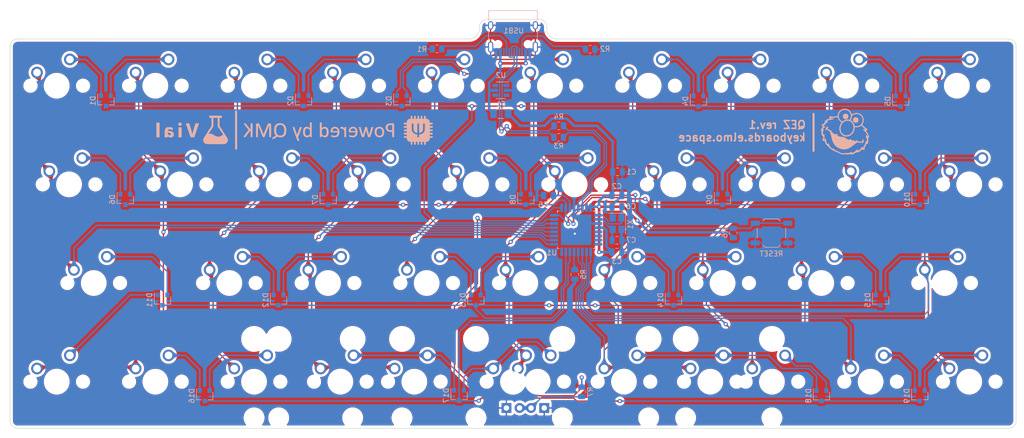
<source format=kicad_pcb>
(kicad_pcb (version 20171130) (host pcbnew "(5.1.10)-1")
  (layers (0 F.Cu signal) (31 B.Cu signal) (34 B.Paste user) (35 F.Paste user) (36 B.SilkS user) (37 F.SilkS user) (38 B.Mask user) (39 F.Mask user) (44 Edge.Cuts user))
  (net 0 "")
  (net 1 GND)
  (net 2 +5V)
  (net 3 "Net-(C5-Pad1)")
  (net 4 "Net-(C6-Pad1)")
  (net 5 "Net-(C7-Pad1)")
  (net 6 row0)
  (net 7 "Net-(D1-Pad2)")
  (net 8 "Net-(D2-Pad2)")
  (net 9 "Net-(D3-Pad2)")
  (net 10 "Net-(D4-Pad2)")
  (net 11 "Net-(D5-Pad2)")
  (net 12 row1)
  (net 13 "Net-(D6-Pad2)")
  (net 14 "Net-(D7-Pad2)")
  (net 15 "Net-(D8-Pad2)")
  (net 16 "Net-(D9-Pad2)")
  (net 17 "Net-(D10-Pad2)")
  (net 18 row2)
  (net 19 "Net-(D11-Pad2)")
  (net 20 "Net-(D12-Pad2)")
  (net 21 "Net-(D13-Pad2)")
  (net 22 "Net-(D14-Pad2)")
  (net 23 "Net-(D15-Pad2)")
  (net 24 row3)
  (net 25 "Net-(D16-Pad2)")
  (net 26 "Net-(D18-Pad2)")
  (net 27 VCC)
  (net 28 col0)
  (net 29 col1)
  (net 30 col2)
  (net 31 col3)
  (net 32 col4)
  (net 33 col5)
  (net 34 col6)
  (net 35 col7)
  (net 36 col8)
  (net 37 col9)
  (net 38 capsLED)
  (net 39 "Net-(R1-Pad2)")
  (net 40 "Net-(R2-Pad2)")
  (net 41 "Net-(R3-Pad2)")
  (net 42 D+)
  (net 43 "Net-(R4-Pad2)")
  (net 44 D-)
  (net 45 "Net-(R5-Pad2)")
  (net 46 "Net-(R6-Pad1)")
  (net 47 "Net-(R7-Pad2)")
  (net 48 "Net-(U1-Pad7)")
  (net 49 "Net-(U1-Pad6)")
  (net 50 "Net-(U1-Pad5)")
  (net 51 "Net-(U2-Pad6)")
  (net 52 "Net-(U2-Pad3)")
  (net 53 "Net-(USB1-PadB8)")
  (net 54 "Net-(USB1-PadA8)")
  (net 55 "Net-(D19-Pad2)")
  (net 56 "Net-(U1-Pad16)")
  (net 57 "Net-(U1-Pad8)")
  (net 58 caps)
  (module custom_parts:MXOnly-6.25U-ReversedStabilizers-flippedLED (layer F.Cu) (at 155.575 123.825)
    (fp_text reference MX41)
    (fp_text value MX-LED)
    (pad "" np_thru_hole circle (at 49.9999 -8.255) (size 3.9878 3.9878) (drill 3.9878) (layers *.Cu *.Mask))
    (pad "" np_thru_hole circle (at -49.9999 -8.255) (size 3.9878 3.9878) (drill 3.9878) (layers *.Cu *.Mask))
    (pad "" np_thru_hole circle (at 49.9999 6.985) (size 3.048 3.048) (drill 3.048) (layers *.Cu *.Mask))
    (pad "" np_thru_hole circle (at -49.9999 6.985) (size 3.048 3.048) (drill 3.048) (layers *.Cu *.Mask))
    (pad "" np_thru_hole circle (at 5.08 0 48.0996) (size 1.75 1.75) (drill 1.75) (layers *.Cu *.Mask))
    (pad "" np_thru_hole circle (at -5.08 0 48.0996) (size 1.75 1.75) (drill 1.75) (layers *.Cu *.Mask))
    (pad 3 thru_hole circle (at 1.27 5.08) (size 1.905 1.905) (drill 1.04) (layers *.Cu B.Mask) (net 38 capsLED))
    (pad 4 thru_hole rect (at -1.27 5.08) (size 1.905 1.905) (drill 1.04) (layers *.Cu B.Mask) (net 1 GND))
    (pad 1 thru_hole circle (at -3.81 -2.54) (size 2.25 2.25) (drill 1.47) (layers *.Cu B.Mask) (net 58 caps))
    (pad "" np_thru_hole circle (at 0 0) (size 3.9878 3.9878) (drill 3.9878) (layers *.Cu *.Mask))
    (pad 2 thru_hole circle (at 2.54 -5.08) (size 2.25 2.25) (drill 1.47) (layers *.Cu B.Mask) (net 33 col5))
  )
  (module MX_Only:MXOnly-1.25U (layer F.Cu) (at 160.3375 123.825)
    (fp_text reference MX34)
    (fp_text value MX-LED)
    (pad "" np_thru_hole circle (at 5.08 0 48.0996) (size 1.75 1.75) (drill 1.75) (layers *.Cu *.Mask))
    (pad "" np_thru_hole circle (at -5.08 0 48.0996) (size 1.75 1.75) (drill 1.75) (layers *.Cu *.Mask))
    (pad 4 thru_hole rect (at 1.27 5.08) (size 1.905 1.905) (drill 1.04) (layers *.Cu B.Mask) (net 1 GND))
    (pad 3 thru_hole circle (at -1.27 5.08) (size 1.905 1.905) (drill 1.04) (layers *.Cu B.Mask) (net 38 capsLED))
    (pad 1 thru_hole circle (at -3.81 -2.54) (size 2.25 2.25) (drill 1.47) (layers *.Cu B.Mask) (net 33 col5))
    (pad "" np_thru_hole circle (at 0 0) (size 3.9878 3.9878) (drill 3.9878) (layers *.Cu *.Mask))
    (pad 2 thru_hole circle (at 2.54 -5.08) (size 2.25 2.25) (drill 1.47) (layers *.Cu B.Mask) (net 58 caps))
  )
  (module MX_Only:MXOnly-1U-NoLED (layer F.Cu) (at 138.90625 104.775)
    (fp_text reference MX25)
    (fp_text value MX-NoLED)
    (pad "" np_thru_hole circle (at 5.08 0 48.0996) (size 1.75 1.75) (drill 1.75) (layers *.Cu *.Mask))
    (pad "" np_thru_hole circle (at -5.08 0 48.0996) (size 1.75 1.75) (drill 1.75) (layers *.Cu *.Mask))
    (pad 1 thru_hole circle (at -3.81 -2.54) (size 2.25 2.25) (drill 1.47) (layers *.Cu B.Mask) (net 32 col4))
    (pad "" np_thru_hole circle (at 0 0) (size 3.9878 3.9878) (drill 3.9878) (layers *.Cu *.Mask))
    (pad 2 thru_hole circle (at 2.54 -5.08) (size 2.25 2.25) (drill 1.47) (layers *.Cu B.Mask) (net 21 "Net-(D13-Pad2)"))
  )
  (module Capacitor_SMD:C_0805_2012Metric (layer B.Cu) (at 175.641 87.884)
    (fp_text reference C2 (at 0 -1.778) (layer B.SilkS) (effects (justify mirror)))
    (fp_text value 0.1uF)
    (pad 2 smd roundrect (at 0.95 0) (size 1 1.45) (layers B.Cu B.Paste B.Mask) (net 1 GND))
    (pad 1 smd roundrect (at -0.95 0) (size 1 1.45) (layers B.Cu B.Paste B.Mask) (net 2 +5V))
  )
  (module MX_Only:MXOnly-2U-ReversedStabilizers-NoLED (layer F.Cu) (at 177.00625 123.825)
    (fp_text reference MX40)
    (fp_text value MX-NoLED)
    (pad 2 thru_hole circle (at 2.54 -5.08) (size 2.25 2.25) (drill 1.47) (layers *.Cu B.Mask) (net 26 "Net-(D18-Pad2)"))
    (pad "" np_thru_hole circle (at 0 0) (size 3.9878 3.9878) (drill 3.9878) (layers *.Cu *.Mask))
    (pad 1 thru_hole circle (at -3.81 -2.54) (size 2.25 2.25) (drill 1.47) (layers *.Cu B.Mask) (net 34 col6))
    (pad "" np_thru_hole circle (at -5.08 0 48.0996) (size 1.75 1.75) (drill 1.75) (layers *.Cu *.Mask))
    (pad "" np_thru_hole circle (at 5.08 0 48.0996) (size 1.75 1.75) (drill 1.75) (layers *.Cu *.Mask))
    (pad "" np_thru_hole circle (at -11.90625 6.985) (size 3.048 3.048) (drill 3.048) (layers *.Cu *.Mask))
    (pad "" np_thru_hole circle (at 11.90625 6.985) (size 3.048 3.048) (drill 3.048) (layers *.Cu *.Mask))
    (pad "" np_thru_hole circle (at -11.90625 -8.255) (size 3.9878 3.9878) (drill 3.9878) (layers *.Cu *.Mask))
    (pad "" np_thru_hole circle (at 11.90625 -8.255) (size 3.9878 3.9878) (drill 3.9878) (layers *.Cu *.Mask))
  )
  (module MX_Only:MXOnly-2.25U-ReversedStabilizers-NoLED (layer F.Cu) (at 136.525 123.825)
    (fp_text reference MX39)
    (fp_text value MX-NoLED)
    (pad 2 thru_hole circle (at 2.54 -5.08) (size 2.25 2.25) (drill 1.47) (layers *.Cu B.Mask) (net 58 caps))
    (pad "" np_thru_hole circle (at 0 0) (size 3.9878 3.9878) (drill 3.9878) (layers *.Cu *.Mask))
    (pad 1 thru_hole circle (at -3.81 -2.54) (size 2.25 2.25) (drill 1.47) (layers *.Cu B.Mask) (net 31 col3))
    (pad "" np_thru_hole circle (at -5.08 0 48.0996) (size 1.75 1.75) (drill 1.75) (layers *.Cu *.Mask))
    (pad "" np_thru_hole circle (at 5.08 0 48.0996) (size 1.75 1.75) (drill 1.75) (layers *.Cu *.Mask))
    (pad "" np_thru_hole circle (at -11.90625 6.985) (size 3.048 3.048) (drill 3.048) (layers *.Cu *.Mask))
    (pad "" np_thru_hole circle (at 11.90625 6.985) (size 3.048 3.048) (drill 3.048) (layers *.Cu *.Mask))
    (pad "" np_thru_hole circle (at -11.90625 -8.255) (size 3.9878 3.9878) (drill 3.9878) (layers *.Cu *.Mask))
    (pad "" np_thru_hole circle (at 11.90625 -8.255) (size 3.9878 3.9878) (drill 3.9878) (layers *.Cu *.Mask))
  )
  (module MX_Only:MXOnly-2.25U-ReversedStabilizers-NoLED (layer F.Cu) (at 193.675 123.825)
    (fp_text reference MX35)
    (fp_text value MX-NoLED)
    (pad 2 thru_hole circle (at 2.54 -5.08) (size 2.25 2.25) (drill 1.47) (layers *.Cu B.Mask) (net 26 "Net-(D18-Pad2)"))
    (pad "" np_thru_hole circle (at 0 0) (size 3.9878 3.9878) (drill 3.9878) (layers *.Cu *.Mask))
    (pad 1 thru_hole circle (at -3.81 -2.54) (size 2.25 2.25) (drill 1.47) (layers *.Cu B.Mask) (net 34 col6))
    (pad "" np_thru_hole circle (at -5.08 0 48.0996) (size 1.75 1.75) (drill 1.75) (layers *.Cu *.Mask))
    (pad "" np_thru_hole circle (at 5.08 0 48.0996) (size 1.75 1.75) (drill 1.75) (layers *.Cu *.Mask))
    (pad "" np_thru_hole circle (at -11.90625 6.985) (size 3.048 3.048) (drill 3.048) (layers *.Cu *.Mask))
    (pad "" np_thru_hole circle (at 11.90625 6.985) (size 3.048 3.048) (drill 3.048) (layers *.Cu *.Mask))
    (pad "" np_thru_hole circle (at -11.90625 -8.255) (size 3.9878 3.9878) (drill 3.9878) (layers *.Cu *.Mask))
    (pad "" np_thru_hole circle (at 11.90625 -8.255) (size 3.9878 3.9878) (drill 3.9878) (layers *.Cu *.Mask))
  )
  (module MX_Only:MXOnly-2.75U-ReversedStabilizers-NoLED (layer F.Cu) (at 122.2375 123.825)
    (fp_text reference MX33)
    (fp_text value MX-NoLED)
    (pad "" np_thru_hole circle (at 11.90625 -8.255) (size 3.9878 3.9878) (drill 3.9878) (layers *.Cu *.Mask))
    (pad "" np_thru_hole circle (at -11.90625 -8.255) (size 3.9878 3.9878) (drill 3.9878) (layers *.Cu *.Mask))
    (pad "" np_thru_hole circle (at 11.90625 6.985) (size 3.048 3.048) (drill 3.048) (layers *.Cu *.Mask))
    (pad "" np_thru_hole circle (at -11.90625 6.985) (size 3.048 3.048) (drill 3.048) (layers *.Cu *.Mask))
    (pad "" np_thru_hole circle (at 5.08 0 48.0996) (size 1.75 1.75) (drill 1.75) (layers *.Cu *.Mask))
    (pad "" np_thru_hole circle (at -5.08 0 48.0996) (size 1.75 1.75) (drill 1.75) (layers *.Cu *.Mask))
    (pad 1 thru_hole circle (at -3.81 -2.54) (size 2.25 2.25) (drill 1.47) (layers *.Cu B.Mask) (net 31 col3))
    (pad "" np_thru_hole circle (at 0 0) (size 3.9878 3.9878) (drill 3.9878) (layers *.Cu *.Mask))
    (pad 2 thru_hole circle (at 2.54 -5.08) (size 2.25 2.25) (drill 1.47) (layers *.Cu B.Mask) (net 58 caps))
  )
  (module MX_Only:MXOnly-1U-NoLED (layer F.Cu) (at 196.05625 104.775)
    (fp_text reference MX28)
    (fp_text value MX-NoLED)
    (pad "" np_thru_hole circle (at 5.08 0 48.0996) (size 1.75 1.75) (drill 1.75) (layers *.Cu *.Mask))
    (pad "" np_thru_hole circle (at -5.08 0 48.0996) (size 1.75 1.75) (drill 1.75) (layers *.Cu *.Mask))
    (pad 1 thru_hole circle (at -3.81 -2.54) (size 2.25 2.25) (drill 1.47) (layers *.Cu B.Mask) (net 35 col7))
    (pad "" np_thru_hole circle (at 0 0) (size 3.9878 3.9878) (drill 3.9878) (layers *.Cu *.Mask))
    (pad 2 thru_hole circle (at 2.54 -5.08) (size 2.25 2.25) (drill 1.47) (layers *.Cu B.Mask) (net 22 "Net-(D14-Pad2)"))
  )
  (module MX_Only:MXOnly-1U-NoLED (layer F.Cu) (at 205.58125 123.825)
    (fp_text reference MX36)
    (fp_text value MX-NoLED)
    (pad 2 thru_hole circle (at 2.54 -5.08) (size 2.25 2.25) (drill 1.47) (layers *.Cu B.Mask) (net 26 "Net-(D18-Pad2)"))
    (pad "" np_thru_hole circle (at 0 0) (size 3.9878 3.9878) (drill 3.9878) (layers *.Cu *.Mask))
    (pad 1 thru_hole circle (at -3.81 -2.54) (size 2.25 2.25) (drill 1.47) (layers *.Cu B.Mask) (net 35 col7))
    (pad "" np_thru_hole circle (at -5.08 0 48.0996) (size 1.75 1.75) (drill 1.75) (layers *.Cu *.Mask))
    (pad "" np_thru_hole circle (at 5.08 0 48.0996) (size 1.75 1.75) (drill 1.75) (layers *.Cu *.Mask))
  )
  (module MX_Only:MXOnly-1U-NoLED (layer F.Cu) (at 105.56875 123.825)
    (fp_text reference MX32)
    (fp_text value MX-NoLED)
    (pad 2 thru_hole circle (at 2.54 -5.08) (size 2.25 2.25) (drill 1.47) (layers *.Cu B.Mask) (net 25 "Net-(D16-Pad2)"))
    (pad "" np_thru_hole circle (at 0 0) (size 3.9878 3.9878) (drill 3.9878) (layers *.Cu *.Mask))
    (pad 1 thru_hole circle (at -3.81 -2.54) (size 2.25 2.25) (drill 1.47) (layers *.Cu B.Mask) (net 30 col2))
    (pad "" np_thru_hole circle (at -5.08 0 48.0996) (size 1.75 1.75) (drill 1.75) (layers *.Cu *.Mask))
    (pad "" np_thru_hole circle (at 5.08 0 48.0996) (size 1.75 1.75) (drill 1.75) (layers *.Cu *.Mask))
  )
  (module custom_parts:D_SOT-23_ANK (layer B.Cu) (at 145.161 126.492 270)
    (fp_text reference D17 (at 0 2.5 90) (layer B.SilkS) (effects (justify mirror)))
    (fp_text value D_Small)
    (pad 1 smd rect (at 1 0 270) (size 0.9 0.8) (layers B.Cu B.Paste B.Mask) (net 24 row3))
    (pad 2 smd rect (at -1 -0.95 270) (size 0.9 0.8) (layers B.Cu B.Paste B.Mask) (net 58 caps))
    (pad 2 smd rect (at -1 0.95 270) (size 0.9 0.8) (layers B.Cu B.Paste B.Mask) (net 58 caps))
  )
  (module MX_Only:MXOnly-1U-NoLED (layer F.Cu) (at 186.53125 85.725)
    (fp_text reference MX17)
    (fp_text value MX-NoLED)
    (pad "" np_thru_hole circle (at 5.08 0 48.0996) (size 1.75 1.75) (drill 1.75) (layers *.Cu *.Mask))
    (pad "" np_thru_hole circle (at -5.08 0 48.0996) (size 1.75 1.75) (drill 1.75) (layers *.Cu *.Mask))
    (pad 1 thru_hole circle (at -3.81 -2.54) (size 2.25 2.25) (drill 1.47) (layers *.Cu B.Mask) (net 34 col6))
    (pad "" np_thru_hole circle (at 0 0) (size 3.9878 3.9878) (drill 3.9878) (layers *.Cu *.Mask))
    (pad 2 thru_hole circle (at 2.54 -5.08) (size 2.25 2.25) (drill 1.47) (layers *.Cu B.Mask) (net 16 "Net-(D9-Pad2)"))
  )
  (module MX_Only:MXOnly-1U-NoLED (layer F.Cu) (at 129.38125 85.725)
    (fp_text reference MX14)
    (fp_text value MX-NoLED)
    (pad "" np_thru_hole circle (at 5.08 0 48.0996) (size 1.75 1.75) (drill 1.75) (layers *.Cu *.Mask))
    (pad "" np_thru_hole circle (at -5.08 0 48.0996) (size 1.75 1.75) (drill 1.75) (layers *.Cu *.Mask))
    (pad 1 thru_hole circle (at -3.81 -2.54) (size 2.25 2.25) (drill 1.47) (layers *.Cu B.Mask) (net 31 col3))
    (pad "" np_thru_hole circle (at 0 0) (size 3.9878 3.9878) (drill 3.9878) (layers *.Cu *.Mask))
    (pad 2 thru_hole circle (at 2.54 -5.08) (size 2.25 2.25) (drill 1.47) (layers *.Cu B.Mask) (net 14 "Net-(D7-Pad2)"))
  )
  (module MX_Only:MXOnly-1U-NoLED (layer F.Cu) (at 67.46875 66.675)
    (fp_text reference MX1)
    (fp_text value MX-NoLED)
    (pad 2 thru_hole circle (at 2.54 -5.08) (size 2.25 2.25) (drill 1.47) (layers *.Cu B.Mask) (net 7 "Net-(D1-Pad2)"))
    (pad "" np_thru_hole circle (at 0 0) (size 3.9878 3.9878) (drill 3.9878) (layers *.Cu *.Mask))
    (pad 1 thru_hole circle (at -3.81 -2.54) (size 2.25 2.25) (drill 1.47) (layers *.Cu B.Mask) (net 28 col0))
    (pad "" np_thru_hole circle (at -5.08 0 48.0996) (size 1.75 1.75) (drill 1.75) (layers *.Cu *.Mask))
    (pad "" np_thru_hole circle (at 5.08 0 48.0996) (size 1.75 1.75) (drill 1.75) (layers *.Cu *.Mask))
  )
  (module MX_Only:MXOnly-1U-NoLED (layer F.Cu) (at 86.51875 66.675)
    (fp_text reference MX2)
    (fp_text value MX-NoLED)
    (pad 2 thru_hole circle (at 2.54 -5.08) (size 2.25 2.25) (drill 1.47) (layers *.Cu B.Mask) (net 7 "Net-(D1-Pad2)"))
    (pad "" np_thru_hole circle (at 0 0) (size 3.9878 3.9878) (drill 3.9878) (layers *.Cu *.Mask))
    (pad 1 thru_hole circle (at -3.81 -2.54) (size 2.25 2.25) (drill 1.47) (layers *.Cu B.Mask) (net 29 col1))
    (pad "" np_thru_hole circle (at -5.08 0 48.0996) (size 1.75 1.75) (drill 1.75) (layers *.Cu *.Mask))
    (pad "" np_thru_hole circle (at 5.08 0 48.0996) (size 1.75 1.75) (drill 1.75) (layers *.Cu *.Mask))
  )
  (module MX_Only:MXOnly-1U-NoLED (layer F.Cu) (at 105.56875 66.675)
    (fp_text reference MX3)
    (fp_text value MX-NoLED)
    (pad 2 thru_hole circle (at 2.54 -5.08) (size 2.25 2.25) (drill 1.47) (layers *.Cu B.Mask) (net 8 "Net-(D2-Pad2)"))
    (pad "" np_thru_hole circle (at 0 0) (size 3.9878 3.9878) (drill 3.9878) (layers *.Cu *.Mask))
    (pad 1 thru_hole circle (at -3.81 -2.54) (size 2.25 2.25) (drill 1.47) (layers *.Cu B.Mask) (net 30 col2))
    (pad "" np_thru_hole circle (at -5.08 0 48.0996) (size 1.75 1.75) (drill 1.75) (layers *.Cu *.Mask))
    (pad "" np_thru_hole circle (at 5.08 0 48.0996) (size 1.75 1.75) (drill 1.75) (layers *.Cu *.Mask))
  )
  (module MX_Only:MXOnly-1U-NoLED (layer F.Cu) (at 124.61875 66.675)
    (fp_text reference MX4)
    (fp_text value MX-NoLED)
    (pad 2 thru_hole circle (at 2.54 -5.08) (size 2.25 2.25) (drill 1.47) (layers *.Cu B.Mask) (net 8 "Net-(D2-Pad2)"))
    (pad "" np_thru_hole circle (at 0 0) (size 3.9878 3.9878) (drill 3.9878) (layers *.Cu *.Mask))
    (pad 1 thru_hole circle (at -3.81 -2.54) (size 2.25 2.25) (drill 1.47) (layers *.Cu B.Mask) (net 31 col3))
    (pad "" np_thru_hole circle (at -5.08 0 48.0996) (size 1.75 1.75) (drill 1.75) (layers *.Cu *.Mask))
    (pad "" np_thru_hole circle (at 5.08 0 48.0996) (size 1.75 1.75) (drill 1.75) (layers *.Cu *.Mask))
  )
  (module MX_Only:MXOnly-1U-NoLED (layer F.Cu) (at 143.66875 66.675)
    (fp_text reference MX5)
    (fp_text value MX-NoLED)
    (pad 2 thru_hole circle (at 2.54 -5.08) (size 2.25 2.25) (drill 1.47) (layers *.Cu B.Mask) (net 9 "Net-(D3-Pad2)"))
    (pad "" np_thru_hole circle (at 0 0) (size 3.9878 3.9878) (drill 3.9878) (layers *.Cu *.Mask))
    (pad 1 thru_hole circle (at -3.81 -2.54) (size 2.25 2.25) (drill 1.47) (layers *.Cu B.Mask) (net 32 col4))
    (pad "" np_thru_hole circle (at -5.08 0 48.0996) (size 1.75 1.75) (drill 1.75) (layers *.Cu *.Mask))
    (pad "" np_thru_hole circle (at 5.08 0 48.0996) (size 1.75 1.75) (drill 1.75) (layers *.Cu *.Mask))
  )
  (module MX_Only:MXOnly-1U-NoLED (layer F.Cu) (at 162.71875 66.675)
    (fp_text reference MX6)
    (fp_text value MX-NoLED)
    (pad 2 thru_hole circle (at 2.54 -5.08) (size 2.25 2.25) (drill 1.47) (layers *.Cu B.Mask) (net 9 "Net-(D3-Pad2)"))
    (pad "" np_thru_hole circle (at 0 0) (size 3.9878 3.9878) (drill 3.9878) (layers *.Cu *.Mask))
    (pad 1 thru_hole circle (at -3.81 -2.54) (size 2.25 2.25) (drill 1.47) (layers *.Cu B.Mask) (net 33 col5))
    (pad "" np_thru_hole circle (at -5.08 0 48.0996) (size 1.75 1.75) (drill 1.75) (layers *.Cu *.Mask))
    (pad "" np_thru_hole circle (at 5.08 0 48.0996) (size 1.75 1.75) (drill 1.75) (layers *.Cu *.Mask))
  )
  (module MX_Only:MXOnly-1U-NoLED (layer F.Cu) (at 181.76875 66.675)
    (fp_text reference MX7)
    (fp_text value MX-NoLED)
    (pad 2 thru_hole circle (at 2.54 -5.08) (size 2.25 2.25) (drill 1.47) (layers *.Cu B.Mask) (net 10 "Net-(D4-Pad2)"))
    (pad "" np_thru_hole circle (at 0 0) (size 3.9878 3.9878) (drill 3.9878) (layers *.Cu *.Mask))
    (pad 1 thru_hole circle (at -3.81 -2.54) (size 2.25 2.25) (drill 1.47) (layers *.Cu B.Mask) (net 34 col6))
    (pad "" np_thru_hole circle (at -5.08 0 48.0996) (size 1.75 1.75) (drill 1.75) (layers *.Cu *.Mask))
    (pad "" np_thru_hole circle (at 5.08 0 48.0996) (size 1.75 1.75) (drill 1.75) (layers *.Cu *.Mask))
  )
  (module MX_Only:MXOnly-1U-NoLED (layer F.Cu) (at 200.81875 66.675)
    (fp_text reference MX8)
    (fp_text value MX-NoLED)
    (pad 2 thru_hole circle (at 2.54 -5.08) (size 2.25 2.25) (drill 1.47) (layers *.Cu B.Mask) (net 10 "Net-(D4-Pad2)"))
    (pad "" np_thru_hole circle (at 0 0) (size 3.9878 3.9878) (drill 3.9878) (layers *.Cu *.Mask))
    (pad 1 thru_hole circle (at -3.81 -2.54) (size 2.25 2.25) (drill 1.47) (layers *.Cu B.Mask) (net 35 col7))
    (pad "" np_thru_hole circle (at -5.08 0 48.0996) (size 1.75 1.75) (drill 1.75) (layers *.Cu *.Mask))
    (pad "" np_thru_hole circle (at 5.08 0 48.0996) (size 1.75 1.75) (drill 1.75) (layers *.Cu *.Mask))
  )
  (module MX_Only:MXOnly-1U-NoLED (layer F.Cu) (at 219.86875 66.675)
    (fp_text reference MX9)
    (fp_text value MX-NoLED)
    (pad 2 thru_hole circle (at 2.54 -5.08) (size 2.25 2.25) (drill 1.47) (layers *.Cu B.Mask) (net 11 "Net-(D5-Pad2)"))
    (pad "" np_thru_hole circle (at 0 0) (size 3.9878 3.9878) (drill 3.9878) (layers *.Cu *.Mask))
    (pad 1 thru_hole circle (at -3.81 -2.54) (size 2.25 2.25) (drill 1.47) (layers *.Cu B.Mask) (net 36 col8))
    (pad "" np_thru_hole circle (at -5.08 0 48.0996) (size 1.75 1.75) (drill 1.75) (layers *.Cu *.Mask))
    (pad "" np_thru_hole circle (at 5.08 0 48.0996) (size 1.75 1.75) (drill 1.75) (layers *.Cu *.Mask))
  )
  (module custom_parts:elmo (layer B.Cu) (at 219.7735 75.6285 180)
    (fp_text reference G*** hide)
    (fp_text value LOGO hide)
  )
  (module custom_parts:vial_logo (layer B.Cu) (at 92.71 75.2475 180)
    (fp_text reference G*** hide)
    (fp_text value LOGO hide)
  )
  (module custom_parts:qmk (layer B.Cu) (at 121.7295 75.2475 180)
    (fp_text reference G*** hide)
    (fp_text value LOGO hide)
  )
  (module MX_Only:MXOnly-1U-NoLED (layer F.Cu) (at 148.43125 85.725)
    (fp_text reference MX15)
    (fp_text value MX-NoLED)
    (pad "" np_thru_hole circle (at 5.08 0 48.0996) (size 1.75 1.75) (drill 1.75) (layers *.Cu *.Mask))
    (pad "" np_thru_hole circle (at -5.08 0 48.0996) (size 1.75 1.75) (drill 1.75) (layers *.Cu *.Mask))
    (pad 1 thru_hole circle (at -3.81 -2.54) (size 2.25 2.25) (drill 1.47) (layers *.Cu B.Mask) (net 32 col4))
    (pad "" np_thru_hole circle (at 0 0) (size 3.9878 3.9878) (drill 3.9878) (layers *.Cu *.Mask))
    (pad 2 thru_hole circle (at 2.54 -5.08) (size 2.25 2.25) (drill 1.47) (layers *.Cu B.Mask) (net 15 "Net-(D8-Pad2)"))
  )
  (module MX_Only:MXOnly-1.5U-NoLED (layer F.Cu) (at 238.91875 104.775)
    (fp_text reference MX30)
    (fp_text value MX-NoLED)
    (pad "" np_thru_hole circle (at 5.08 0 48.0996) (size 1.75 1.75) (drill 1.75) (layers *.Cu *.Mask))
    (pad "" np_thru_hole circle (at -5.08 0 48.0996) (size 1.75 1.75) (drill 1.75) (layers *.Cu *.Mask))
    (pad 1 thru_hole circle (at -3.81 -2.54) (size 2.25 2.25) (drill 1.47) (layers *.Cu B.Mask) (net 37 col9))
    (pad "" np_thru_hole circle (at 0 0) (size 3.9878 3.9878) (drill 3.9878) (layers *.Cu *.Mask))
    (pad 2 thru_hole circle (at 2.54 -5.08) (size 2.25 2.25) (drill 1.47) (layers *.Cu B.Mask) (net 23 "Net-(D15-Pad2)"))
  )
  (module MX_Only:MXOnly-1.75U-NoLED (layer F.Cu) (at 74.6125 104.775)
    (fp_text reference MX21)
    (fp_text value MX-NoLED)
    (pad "" np_thru_hole circle (at 5.08 0 48.0996) (size 1.75 1.75) (drill 1.75) (layers *.Cu *.Mask))
    (pad "" np_thru_hole circle (at -5.08 0 48.0996) (size 1.75 1.75) (drill 1.75) (layers *.Cu *.Mask))
    (pad 1 thru_hole circle (at -3.81 -2.54) (size 2.25 2.25) (drill 1.47) (layers *.Cu B.Mask) (net 28 col0))
    (pad "" np_thru_hole circle (at 0 0) (size 3.9878 3.9878) (drill 3.9878) (layers *.Cu *.Mask))
    (pad 2 thru_hole circle (at 2.54 -5.08) (size 2.25 2.25) (drill 1.47) (layers *.Cu B.Mask) (net 19 "Net-(D11-Pad2)"))
  )
  (module MX_Only:MXOnly-1.25U-NoLED (layer F.Cu) (at 69.85 85.725)
    (fp_text reference MX11)
    (fp_text value MX-NoLED)
    (pad "" np_thru_hole circle (at 5.08 0 48.0996) (size 1.75 1.75) (drill 1.75) (layers *.Cu *.Mask))
    (pad "" np_thru_hole circle (at -5.08 0 48.0996) (size 1.75 1.75) (drill 1.75) (layers *.Cu *.Mask))
    (pad 1 thru_hole circle (at -3.81 -2.54) (size 2.25 2.25) (drill 1.47) (layers *.Cu B.Mask) (net 28 col0))
    (pad "" np_thru_hole circle (at 0 0) (size 3.9878 3.9878) (drill 3.9878) (layers *.Cu *.Mask))
    (pad 2 thru_hole circle (at 2.54 -5.08) (size 2.25 2.25) (drill 1.47) (layers *.Cu B.Mask) (net 13 "Net-(D6-Pad2)"))
  )
  (module MX_Only:MXOnly-1.25U-NoLED (layer F.Cu) (at 241.3 66.675)
    (fp_text reference MX10)
    (fp_text value MX-NoLED)
    (pad "" np_thru_hole circle (at 5.08 0 48.0996) (size 1.75 1.75) (drill 1.75) (layers *.Cu *.Mask))
    (pad "" np_thru_hole circle (at -5.08 0 48.0996) (size 1.75 1.75) (drill 1.75) (layers *.Cu *.Mask))
    (pad 1 thru_hole circle (at -3.81 -2.54) (size 2.25 2.25) (drill 1.47) (layers *.Cu B.Mask) (net 37 col9))
    (pad "" np_thru_hole circle (at 0 0) (size 3.9878 3.9878) (drill 3.9878) (layers *.Cu *.Mask))
    (pad 2 thru_hole circle (at 2.54 -5.08) (size 2.25 2.25) (drill 1.47) (layers *.Cu B.Mask) (net 11 "Net-(D5-Pad2)"))
  )
  (module Crystal:Crystal_SMD_3225-4Pin_3.2x2.5mm (layer B.Cu) (at 175.673687 93.296134 270)
    (fp_text reference X1 (at 0.175866 -2.570815 90) (layer B.SilkS) (effects (justify mirror)))
    (fp_text value Crystal_GND24_Small)
    (pad 4 smd rect (at -1.1 0.85 270) (size 1.4 1.2) (layers B.Cu B.Paste B.Mask) (net 1 GND))
    (pad 3 smd rect (at 1.1 0.85 270) (size 1.4 1.2) (layers B.Cu B.Paste B.Mask) (net 5 "Net-(C7-Pad1)"))
    (pad 2 smd rect (at 1.1 -0.85 270) (size 1.4 1.2) (layers B.Cu B.Paste B.Mask) (net 1 GND))
    (pad 1 smd rect (at -1.1 -0.85 270) (size 1.4 1.2) (layers B.Cu B.Paste B.Mask) (net 4 "Net-(C6-Pad1)"))
  )
  (module Connector_USB:USB_C_Receptacle_HRO_TYPE-C-31-M-12 (layer B.Cu) (at 155.575 56.0705)
    (fp_text reference USB1 (at 0.127 0) (layer B.SilkS) (effects (justify mirror)))
    (fp_text value USB_C_Receptacle_USB2.0)
    (pad S1 thru_hole oval (at 4.32 -1.05) (size 1 1.6) (drill oval 0.6 1.2) (layers *.Cu *.Mask) (net 1 GND))
    (pad "" np_thru_hole circle (at 2.89 2.6) (size 0.65 0.65) (drill 0.65) (layers *.Cu *.Mask))
    (pad S1 thru_hole oval (at -4.32 -1.05) (size 1 1.6) (drill oval 0.6 1.2) (layers *.Cu *.Mask) (net 1 GND))
    (pad "" np_thru_hole circle (at -2.89 2.6) (size 0.65 0.65) (drill 0.65) (layers *.Cu *.Mask))
    (pad S1 thru_hole oval (at -4.32 3.13) (size 1 2.1) (drill oval 0.6 1.7) (layers *.Cu *.Mask) (net 1 GND))
    (pad S1 thru_hole oval (at 4.32 3.13) (size 1 2.1) (drill oval 0.6 1.7) (layers *.Cu *.Mask) (net 1 GND))
    (pad A6 smd rect (at -0.25 4.045) (size 0.3 1.45) (layers B.Cu B.Paste B.Mask) (net 42 D+))
    (pad B5 smd rect (at 1.75 4.045) (size 0.3 1.45) (layers B.Cu B.Paste B.Mask) (net 40 "Net-(R2-Pad2)"))
    (pad A8 smd rect (at 1.25 4.045) (size 0.3 1.45) (layers B.Cu B.Paste B.Mask) (net 54 "Net-(USB1-PadA8)"))
    (pad B6 smd rect (at 0.75 4.045) (size 0.3 1.45) (layers B.Cu B.Paste B.Mask) (net 42 D+))
    (pad A7 smd rect (at 0.25 4.045) (size 0.3 1.45) (layers B.Cu B.Paste B.Mask) (net 44 D-))
    (pad B7 smd rect (at -0.75 4.045) (size 0.3 1.45) (layers B.Cu B.Paste B.Mask) (net 44 D-))
    (pad A5 smd rect (at -1.25 4.045) (size 0.3 1.45) (layers B.Cu B.Paste B.Mask) (net 39 "Net-(R1-Pad2)"))
    (pad B8 smd rect (at -1.75 4.045) (size 0.3 1.45) (layers B.Cu B.Paste B.Mask) (net 53 "Net-(USB1-PadB8)"))
    (pad A12 smd rect (at 3.25 4.045) (size 0.6 1.45) (layers B.Cu B.Paste B.Mask) (net 1 GND))
    (pad B4 smd rect (at 2.45 4.045) (size 0.6 1.45) (layers B.Cu B.Paste B.Mask) (net 27 VCC))
    (pad A4 smd rect (at -2.45 4.045) (size 0.6 1.45) (layers B.Cu B.Paste B.Mask) (net 27 VCC))
    (pad A1 smd rect (at -3.25 4.045) (size 0.6 1.45) (layers B.Cu B.Paste B.Mask) (net 1 GND))
    (pad B12 smd rect (at -3.25 4.045) (size 0.6 1.45) (layers B.Cu B.Paste B.Mask) (net 1 GND))
    (pad B9 smd rect (at -2.45 4.045) (size 0.6 1.45) (layers B.Cu B.Paste B.Mask) (net 27 VCC))
    (pad A9 smd rect (at 2.45 4.045) (size 0.6 1.45) (layers B.Cu B.Paste B.Mask) (net 27 VCC))
    (pad B1 smd rect (at 3.25 4.045) (size 0.6 1.45) (layers B.Cu B.Paste B.Mask) (net 1 GND))
  )
  (module Package_TO_SOT_SMD:SOT-23-6 (layer B.Cu) (at 153.2255 67.564 180)
    (fp_text reference U2 (at 0 2.9) (layer B.SilkS) (effects (justify mirror)))
    (fp_text value SRV05-4)
    (pad 5 smd rect (at 1.1 0 180) (size 1.06 0.65) (layers B.Cu B.Paste B.Mask) (net 27 VCC))
    (pad 6 smd rect (at 1.1 0.95 180) (size 1.06 0.65) (layers B.Cu B.Paste B.Mask) (net 51 "Net-(U2-Pad6)"))
    (pad 4 smd rect (at 1.1 -0.95 180) (size 1.06 0.65) (layers B.Cu B.Paste B.Mask) (net 44 D-))
    (pad 3 smd rect (at -1.1 -0.95 180) (size 1.06 0.65) (layers B.Cu B.Paste B.Mask) (net 52 "Net-(U2-Pad3)"))
    (pad 2 smd rect (at -1.1 0 180) (size 1.06 0.65) (layers B.Cu B.Paste B.Mask) (net 1 GND))
    (pad 1 smd rect (at -1.1 0.95 180) (size 1.06 0.65) (layers B.Cu B.Paste B.Mask) (net 42 D+))
  )
  (module Package_QFP:TQFP-32_7x7mm_P0.8mm (layer B.Cu) (at 167.767 94.488 180)
    (fp_text reference U1 (at 4.699 -4.445) (layer B.SilkS) (effects (justify mirror)))
    (fp_text value ATmega32U2-AU)
    (pad 32 smd rect (at -2.8 4.25 90) (size 1.6 0.55) (layers B.Cu B.Paste B.Mask) (net 2 +5V))
    (pad 31 smd rect (at -2 4.25 90) (size 1.6 0.55) (layers B.Cu B.Paste B.Mask) (net 2 +5V))
    (pad 30 smd rect (at -1.2 4.25 90) (size 1.6 0.55) (layers B.Cu B.Paste B.Mask) (net 43 "Net-(R4-Pad2)"))
    (pad 29 smd rect (at -0.4 4.25 90) (size 1.6 0.55) (layers B.Cu B.Paste B.Mask) (net 41 "Net-(R3-Pad2)"))
    (pad 28 smd rect (at 0.4 4.25 90) (size 1.6 0.55) (layers B.Cu B.Paste B.Mask) (net 1 GND))
    (pad 27 smd rect (at 1.2 4.25 90) (size 1.6 0.55) (layers B.Cu B.Paste B.Mask) (net 3 "Net-(C5-Pad1)"))
    (pad 26 smd rect (at 2 4.25 90) (size 1.6 0.55) (layers B.Cu B.Paste B.Mask) (net 12 row1))
    (pad 25 smd rect (at 2.8 4.25 90) (size 1.6 0.55) (layers B.Cu B.Paste B.Mask) (net 47 "Net-(R7-Pad2)"))
    (pad 24 smd rect (at 4.25 2.8 180) (size 1.6 0.55) (layers B.Cu B.Paste B.Mask) (net 46 "Net-(R6-Pad1)"))
    (pad 23 smd rect (at 4.25 2 180) (size 1.6 0.55) (layers B.Cu B.Paste B.Mask) (net 6 row0))
    (pad 22 smd rect (at 4.25 1.2 180) (size 1.6 0.55) (layers B.Cu B.Paste B.Mask) (net 28 col0))
    (pad 21 smd rect (at 4.25 0.4 180) (size 1.6 0.55) (layers B.Cu B.Paste B.Mask) (net 29 col1))
    (pad 20 smd rect (at 4.25 -0.4 180) (size 1.6 0.55) (layers B.Cu B.Paste B.Mask) (net 30 col2))
    (pad 19 smd rect (at 4.25 -1.2 180) (size 1.6 0.55) (layers B.Cu B.Paste B.Mask) (net 31 col3))
    (pad 18 smd rect (at 4.25 -2 180) (size 1.6 0.55) (layers B.Cu B.Paste B.Mask) (net 32 col4))
    (pad 17 smd rect (at 4.25 -2.8 180) (size 1.6 0.55) (layers B.Cu B.Paste B.Mask) (net 33 col5))
    (pad 16 smd rect (at 2.8 -4.25 90) (size 1.6 0.55) (layers B.Cu B.Paste B.Mask) (net 56 "Net-(U1-Pad16)"))
    (pad 15 smd rect (at 2 -4.25 90) (size 1.6 0.55) (layers B.Cu B.Paste B.Mask) (net 18 row2))
    (pad 14 smd rect (at 1.2 -4.25 90) (size 1.6 0.55) (layers B.Cu B.Paste B.Mask) (net 24 row3))
    (pad 13 smd rect (at 0.4 -4.25 90) (size 1.6 0.55) (layers B.Cu B.Paste B.Mask) (net 45 "Net-(R5-Pad2)"))
    (pad 12 smd rect (at -0.4 -4.25 90) (size 1.6 0.55) (layers B.Cu B.Paste B.Mask) (net 34 col6))
    (pad 11 smd rect (at -1.2 -4.25 90) (size 1.6 0.55) (layers B.Cu B.Paste B.Mask) (net 35 col7))
    (pad 10 smd rect (at -2 -4.25 90) (size 1.6 0.55) (layers B.Cu B.Paste B.Mask) (net 36 col8))
    (pad 9 smd rect (at -2.8 -4.25 90) (size 1.6 0.55) (layers B.Cu B.Paste B.Mask) (net 37 col9))
    (pad 8 smd rect (at -4.25 -2.8 180) (size 1.6 0.55) (layers B.Cu B.Paste B.Mask) (net 57 "Net-(U1-Pad8)"))
    (pad 7 smd rect (at -4.25 -2 180) (size 1.6 0.55) (layers B.Cu B.Paste B.Mask) (net 48 "Net-(U1-Pad7)"))
    (pad 6 smd rect (at -4.25 -1.2 180) (size 1.6 0.55) (layers B.Cu B.Paste B.Mask) (net 49 "Net-(U1-Pad6)"))
    (pad 5 smd rect (at -4.25 -0.4 180) (size 1.6 0.55) (layers B.Cu B.Paste B.Mask) (net 50 "Net-(U1-Pad5)"))
    (pad 4 smd rect (at -4.25 0.4 180) (size 1.6 0.55) (layers B.Cu B.Paste B.Mask) (net 2 +5V))
    (pad 3 smd rect (at -4.25 1.2 180) (size 1.6 0.55) (layers B.Cu B.Paste B.Mask) (net 1 GND))
    (pad 2 smd rect (at -4.25 2 180) (size 1.6 0.55) (layers B.Cu B.Paste B.Mask) (net 5 "Net-(C7-Pad1)"))
    (pad 1 smd rect (at -4.25 2.8 180) (size 1.6 0.55) (layers B.Cu B.Paste B.Mask) (net 4 "Net-(C6-Pad1)"))
  )
  (module Button_Switch_SMD:SW_SPST_TL3342 (layer B.Cu) (at 205.486 95.123)
    (fp_text reference RESET (at 0 4.0005) (layer B.SilkS) (effects (justify mirror)))
    (fp_text value SW_Push)
    (pad 2 smd rect (at 3.15 -1.9) (size 1.7 1) (layers B.Cu B.Paste B.Mask) (net 46 "Net-(R6-Pad1)"))
    (pad 2 smd rect (at -3.15 -1.9) (size 1.7 1) (layers B.Cu B.Paste B.Mask) (net 46 "Net-(R6-Pad1)"))
    (pad 1 smd rect (at 3.15 1.9) (size 1.7 1) (layers B.Cu B.Paste B.Mask) (net 1 GND))
    (pad 1 smd rect (at -3.15 1.9) (size 1.7 1) (layers B.Cu B.Paste B.Mask) (net 1 GND))
  )
  (module Resistor_SMD:R_0805_2012Metric (layer B.Cu) (at 168.8465 125.7935 90)
    (fp_text reference R7 (at 0 1.65 90) (layer B.SilkS) (effects (justify mirror)))
    (fp_text value 1.5k)
    (pad 2 smd roundrect (at 0.9125 0 90) (size 1.025 1.4) (layers B.Cu B.Paste B.Mask) (roundrect_rratio 0.2439004878048781) (net 47 "Net-(R7-Pad2)"))
    (pad 1 smd roundrect (at -0.9125 0 90) (size 1.025 1.4) (layers B.Cu B.Paste B.Mask) (roundrect_rratio 0.2439004878048781) (net 38 capsLED))
  )
  (module Resistor_SMD:R_0805_2012Metric (layer B.Cu) (at 198.12 95.123 270)
    (fp_text reference R6 (at 0 1.65 90) (layer B.SilkS) (effects (justify mirror)))
    (fp_text value 10k)
    (pad 1 smd roundrect (at -0.9125 0 270) (size 1.025 1.4) (layers B.Cu B.Paste B.Mask) (roundrect_rratio 0.2439004878048781) (net 46 "Net-(R6-Pad1)"))
    (pad 2 smd roundrect (at 0.9125 0 270) (size 1.025 1.4) (layers B.Cu B.Paste B.Mask) (roundrect_rratio 0.2439004878048781) (net 2 +5V))
  )
  (module Resistor_SMD:R_0805_2012Metric (layer B.Cu) (at 167.513 103.124 90)
    (fp_text reference R5 (at 0 1.65 90) (layer B.SilkS) (effects (justify mirror)))
    (fp_text value 10k)
    (pad 2 smd roundrect (at 0.9125 0 90) (size 1.025 1.4) (layers B.Cu B.Paste B.Mask) (roundrect_rratio 0.2439004878048781) (net 45 "Net-(R5-Pad2)"))
    (pad 1 smd roundrect (at -0.9125 0 90) (size 1.025 1.4) (layers B.Cu B.Paste B.Mask) (roundrect_rratio 0.2439004878048781) (net 1 GND))
  )
  (module Resistor_SMD:R_0805_2012Metric (layer B.Cu) (at 164.425 74.422)
    (fp_text reference R4 (at 0 -1.778) (layer B.SilkS) (effects (justify mirror)))
    (fp_text value 22)
    (pad 2 smd roundrect (at 0.9125 0) (size 1.025 1.4) (layers B.Cu B.Paste B.Mask) (roundrect_rratio 0.2439004878048781) (net 43 "Net-(R4-Pad2)"))
    (pad 1 smd roundrect (at -0.9125 0) (size 1.025 1.4) (layers B.Cu B.Paste B.Mask) (roundrect_rratio 0.2439004878048781) (net 44 D-))
  )
  (module Resistor_SMD:R_0805_2012Metric (layer B.Cu) (at 164.4015 76.6445)
    (fp_text reference R3 (at 0 1.65) (layer B.SilkS) (effects (justify mirror)))
    (fp_text value 22)
    (pad 2 smd roundrect (at 0.9125 0) (size 1.025 1.4) (layers B.Cu B.Paste B.Mask) (roundrect_rratio 0.2439004878048781) (net 41 "Net-(R3-Pad2)"))
    (pad 1 smd roundrect (at -0.9125 0) (size 1.025 1.4) (layers B.Cu B.Paste B.Mask) (roundrect_rratio 0.2439004878048781) (net 42 D+))
  )
  (module Resistor_SMD:R_0805_2012Metric (layer B.Cu) (at 170.474 59.6265 180)
    (fp_text reference R2 (at -2.881 0.0635) (layer B.SilkS) (effects (justify mirror)))
    (fp_text value 5.1k)
    (pad 2 smd roundrect (at 0.9125 0 180) (size 1.025 1.4) (layers B.Cu B.Paste B.Mask) (roundrect_rratio 0.2439004878048781) (net 40 "Net-(R2-Pad2)"))
    (pad 1 smd roundrect (at -0.9125 0 180) (size 1.025 1.4) (layers B.Cu B.Paste B.Mask) (roundrect_rratio 0.2439004878048781) (net 1 GND))
  )
  (module Resistor_SMD:R_0805_2012Metric (layer B.Cu) (at 140.9065 59.563)
    (fp_text reference R1 (at -2.921 0.0635) (layer B.SilkS) (effects (justify mirror)))
    (fp_text value 5.1k)
    (pad 2 smd roundrect (at 0.9125 0) (size 1.025 1.4) (layers B.Cu B.Paste B.Mask) (roundrect_rratio 0.2439004878048781) (net 39 "Net-(R1-Pad2)"))
    (pad 1 smd roundrect (at -0.9125 0) (size 1.025 1.4) (layers B.Cu B.Paste B.Mask) (roundrect_rratio 0.2439004878048781) (net 1 GND))
  )
  (module MX_Only:MXOnly-1U-NoLED (layer F.Cu) (at 243.68125 123.825)
    (fp_text reference MX38)
    (fp_text value MX-NoLED)
    (pad "" np_thru_hole circle (at 5.08 0 48.0996) (size 1.75 1.75) (drill 1.75) (layers *.Cu *.Mask))
    (pad "" np_thru_hole circle (at -5.08 0 48.0996) (size 1.75 1.75) (drill 1.75) (layers *.Cu *.Mask))
    (pad 1 thru_hole circle (at -3.81 -2.54) (size 2.25 2.25) (drill 1.47) (layers *.Cu B.Mask) (net 37 col9))
    (pad "" np_thru_hole circle (at 0 0) (size 3.9878 3.9878) (drill 3.9878) (layers *.Cu *.Mask))
    (pad 2 thru_hole circle (at 2.54 -5.08) (size 2.25 2.25) (drill 1.47) (layers *.Cu B.Mask) (net 55 "Net-(D19-Pad2)"))
  )
  (module MX_Only:MXOnly-1U-NoLED (layer F.Cu) (at 224.63125 123.825)
    (fp_text reference MX37)
    (fp_text value MX-NoLED)
    (pad "" np_thru_hole circle (at 5.08 0 48.0996) (size 1.75 1.75) (drill 1.75) (layers *.Cu *.Mask))
    (pad "" np_thru_hole circle (at -5.08 0 48.0996) (size 1.75 1.75) (drill 1.75) (layers *.Cu *.Mask))
    (pad 1 thru_hole circle (at -3.81 -2.54) (size 2.25 2.25) (drill 1.47) (layers *.Cu B.Mask) (net 36 col8))
    (pad "" np_thru_hole circle (at 0 0) (size 3.9878 3.9878) (drill 3.9878) (layers *.Cu *.Mask))
    (pad 2 thru_hole circle (at 2.54 -5.08) (size 2.25 2.25) (drill 1.47) (layers *.Cu B.Mask) (net 55 "Net-(D19-Pad2)"))
  )
  (module MX_Only:MXOnly-1U-NoLED (layer F.Cu) (at 86.51875 123.825)
    (fp_text reference MX31)
    (fp_text value MX-NoLED)
    (pad "" np_thru_hole circle (at 5.08 0 48.0996) (size 1.75 1.75) (drill 1.75) (layers *.Cu *.Mask))
    (pad "" np_thru_hole circle (at -5.08 0 48.0996) (size 1.75 1.75) (drill 1.75) (layers *.Cu *.Mask))
    (pad 1 thru_hole circle (at -3.81 -2.54) (size 2.25 2.25) (drill 1.47) (layers *.Cu B.Mask) (net 29 col1))
    (pad "" np_thru_hole circle (at 0 0) (size 3.9878 3.9878) (drill 3.9878) (layers *.Cu *.Mask))
    (pad 2 thru_hole circle (at 2.54 -5.08) (size 2.25 2.25) (drill 1.47) (layers *.Cu B.Mask) (net 25 "Net-(D16-Pad2)"))
  )
  (module MX_Only:MXOnly-1U-NoLED (layer F.Cu) (at 215.10625 104.775)
    (fp_text reference MX29)
    (fp_text value MX-NoLED)
    (pad "" np_thru_hole circle (at 5.08 0 48.0996) (size 1.75 1.75) (drill 1.75) (layers *.Cu *.Mask))
    (pad "" np_thru_hole circle (at -5.08 0 48.0996) (size 1.75 1.75) (drill 1.75) (layers *.Cu *.Mask))
    (pad 1 thru_hole circle (at -3.81 -2.54) (size 2.25 2.25) (drill 1.47) (layers *.Cu B.Mask) (net 36 col8))
    (pad "" np_thru_hole circle (at 0 0) (size 3.9878 3.9878) (drill 3.9878) (layers *.Cu *.Mask))
    (pad 2 thru_hole circle (at 2.54 -5.08) (size 2.25 2.25) (drill 1.47) (layers *.Cu B.Mask) (net 23 "Net-(D15-Pad2)"))
  )
  (module MX_Only:MXOnly-1U-NoLED (layer F.Cu) (at 177.00625 104.775)
    (fp_text reference MX27)
    (fp_text value MX-NoLED)
    (pad "" np_thru_hole circle (at 5.08 0 48.0996) (size 1.75 1.75) (drill 1.75) (layers *.Cu *.Mask))
    (pad "" np_thru_hole circle (at -5.08 0 48.0996) (size 1.75 1.75) (drill 1.75) (layers *.Cu *.Mask))
    (pad 1 thru_hole circle (at -3.81 -2.54) (size 2.25 2.25) (drill 1.47) (layers *.Cu B.Mask) (net 34 col6))
    (pad "" np_thru_hole circle (at 0 0) (size 3.9878 3.9878) (drill 3.9878) (layers *.Cu *.Mask))
    (pad 2 thru_hole circle (at 2.54 -5.08) (size 2.25 2.25) (drill 1.47) (layers *.Cu B.Mask) (net 22 "Net-(D14-Pad2)"))
  )
  (module MX_Only:MXOnly-1U-NoLED (layer F.Cu) (at 157.95625 104.775)
    (fp_text reference MX26)
    (fp_text value MX-NoLED)
    (pad "" np_thru_hole circle (at 5.08 0 48.0996) (size 1.75 1.75) (drill 1.75) (layers *.Cu *.Mask))
    (pad "" np_thru_hole circle (at -5.08 0 48.0996) (size 1.75 1.75) (drill 1.75) (layers *.Cu *.Mask))
    (pad 1 thru_hole circle (at -3.81 -2.54) (size 2.25 2.25) (drill 1.47) (layers *.Cu B.Mask) (net 33 col5))
    (pad "" np_thru_hole circle (at 0 0) (size 3.9878 3.9878) (drill 3.9878) (layers *.Cu *.Mask))
    (pad 2 thru_hole circle (at 2.54 -5.08) (size 2.25 2.25) (drill 1.47) (layers *.Cu B.Mask) (net 21 "Net-(D13-Pad2)"))
  )
  (module MX_Only:MXOnly-1U-NoLED (layer F.Cu) (at 119.85625 104.775)
    (fp_text reference MX24)
    (fp_text value MX-NoLED)
    (pad "" np_thru_hole circle (at 5.08 0 48.0996) (size 1.75 1.75) (drill 1.75) (layers *.Cu *.Mask))
    (pad "" np_thru_hole circle (at -5.08 0 48.0996) (size 1.75 1.75) (drill 1.75) (layers *.Cu *.Mask))
    (pad 1 thru_hole circle (at -3.81 -2.54) (size 2.25 2.25) (drill 1.47) (layers *.Cu B.Mask) (net 31 col3))
    (pad "" np_thru_hole circle (at 0 0) (size 3.9878 3.9878) (drill 3.9878) (layers *.Cu *.Mask))
    (pad 2 thru_hole circle (at 2.54 -5.08) (size 2.25 2.25) (drill 1.47) (layers *.Cu B.Mask) (net 20 "Net-(D12-Pad2)"))
  )
  (module MX_Only:MXOnly-1U-NoLED (layer F.Cu) (at 100.80625 104.775)
    (fp_text reference MX23)
    (fp_text value MX-NoLED)
    (pad "" np_thru_hole circle (at 5.08 0 48.0996) (size 1.75 1.75) (drill 1.75) (layers *.Cu *.Mask))
    (pad "" np_thru_hole circle (at -5.08 0 48.0996) (size 1.75 1.75) (drill 1.75) (layers *.Cu *.Mask))
    (pad 1 thru_hole circle (at -3.81 -2.54) (size 2.25 2.25) (drill 1.47) (layers *.Cu B.Mask) (net 30 col2))
    (pad "" np_thru_hole circle (at 0 0) (size 3.9878 3.9878) (drill 3.9878) (layers *.Cu *.Mask))
    (pad 2 thru_hole circle (at 2.54 -5.08) (size 2.25 2.25) (drill 1.47) (layers *.Cu B.Mask) (net 20 "Net-(D12-Pad2)"))
  )
  (module MX_Only:MXOnly-1U-NoLED (layer F.Cu) (at 67.46875 123.825)
    (fp_text reference MX22)
    (fp_text value MX-NoLED)
    (pad "" np_thru_hole circle (at 5.08 0 48.0996) (size 1.75 1.75) (drill 1.75) (layers *.Cu *.Mask))
    (pad "" np_thru_hole circle (at -5.08 0 48.0996) (size 1.75 1.75) (drill 1.75) (layers *.Cu *.Mask))
    (pad 1 thru_hole circle (at -3.81 -2.54) (size 2.25 2.25) (drill 1.47) (layers *.Cu B.Mask) (net 29 col1))
    (pad "" np_thru_hole circle (at 0 0) (size 3.9878 3.9878) (drill 3.9878) (layers *.Cu *.Mask))
    (pad 2 thru_hole circle (at 2.54 -5.08) (size 2.25 2.25) (drill 1.47) (layers *.Cu B.Mask) (net 19 "Net-(D11-Pad2)"))
  )
  (module MX_Only:MXOnly-1U-NoLED (layer F.Cu) (at 243.68125 85.725)
    (fp_text reference MX20)
    (fp_text value MX-NoLED)
    (pad "" np_thru_hole circle (at 5.08 0 48.0996) (size 1.75 1.75) (drill 1.75) (layers *.Cu *.Mask))
    (pad "" np_thru_hole circle (at -5.08 0 48.0996) (size 1.75 1.75) (drill 1.75) (layers *.Cu *.Mask))
    (pad 1 thru_hole circle (at -3.81 -2.54) (size 2.25 2.25) (drill 1.47) (layers *.Cu B.Mask) (net 37 col9))
    (pad "" np_thru_hole circle (at 0 0) (size 3.9878 3.9878) (drill 3.9878) (layers *.Cu *.Mask))
    (pad 2 thru_hole circle (at 2.54 -5.08) (size 2.25 2.25) (drill 1.47) (layers *.Cu B.Mask) (net 17 "Net-(D10-Pad2)"))
  )
  (module MX_Only:MXOnly-1U-NoLED (layer F.Cu) (at 224.63125 85.725)
    (fp_text reference MX19)
    (fp_text value MX-NoLED)
    (pad "" np_thru_hole circle (at 5.08 0 48.0996) (size 1.75 1.75) (drill 1.75) (layers *.Cu *.Mask))
    (pad "" np_thru_hole circle (at -5.08 0 48.0996) (size 1.75 1.75) (drill 1.75) (layers *.Cu *.Mask))
    (pad 1 thru_hole circle (at -3.81 -2.54) (size 2.25 2.25) (drill 1.47) (layers *.Cu B.Mask) (net 36 col8))
    (pad "" np_thru_hole circle (at 0 0) (size 3.9878 3.9878) (drill 3.9878) (layers *.Cu *.Mask))
    (pad 2 thru_hole circle (at 2.54 -5.08) (size 2.25 2.25) (drill 1.47) (layers *.Cu B.Mask) (net 17 "Net-(D10-Pad2)"))
  )
  (module MX_Only:MXOnly-1U-NoLED (layer F.Cu) (at 205.58125 85.725)
    (fp_text reference MX18)
    (fp_text value MX-NoLED)
    (pad "" np_thru_hole circle (at 5.08 0 48.0996) (size 1.75 1.75) (drill 1.75) (layers *.Cu *.Mask))
    (pad "" np_thru_hole circle (at -5.08 0 48.0996) (size 1.75 1.75) (drill 1.75) (layers *.Cu *.Mask))
    (pad 1 thru_hole circle (at -3.81 -2.54) (size 2.25 2.25) (drill 1.47) (layers *.Cu B.Mask) (net 35 col7))
    (pad "" np_thru_hole circle (at 0 0) (size 3.9878 3.9878) (drill 3.9878) (layers *.Cu *.Mask))
    (pad 2 thru_hole circle (at 2.54 -5.08) (size 2.25 2.25) (drill 1.47) (layers *.Cu B.Mask) (net 16 "Net-(D9-Pad2)"))
  )
  (module MX_Only:MXOnly-1U-NoLED (layer F.Cu) (at 167.48125 85.725)
    (fp_text reference MX16)
    (fp_text value MX-NoLED)
    (pad "" np_thru_hole circle (at 5.08 0 48.0996) (size 1.75 1.75) (drill 1.75) (layers *.Cu *.Mask))
    (pad "" np_thru_hole circle (at -5.08 0 48.0996) (size 1.75 1.75) (drill 1.75) (layers *.Cu *.Mask))
    (pad 1 thru_hole circle (at -3.81 -2.54) (size 2.25 2.25) (drill 1.47) (layers *.Cu B.Mask) (net 33 col5))
    (pad "" np_thru_hole circle (at 0 0) (size 3.9878 3.9878) (drill 3.9878) (layers *.Cu *.Mask))
    (pad 2 thru_hole circle (at 2.54 -5.08) (size 2.25 2.25) (drill 1.47) (layers *.Cu B.Mask) (net 15 "Net-(D8-Pad2)"))
  )
  (module MX_Only:MXOnly-1U-NoLED (layer F.Cu) (at 110.33125 85.725)
    (fp_text reference MX13)
    (fp_text value MX-NoLED)
    (pad "" np_thru_hole circle (at 5.08 0 48.0996) (size 1.75 1.75) (drill 1.75) (layers *.Cu *.Mask))
    (pad "" np_thru_hole circle (at -5.08 0 48.0996) (size 1.75 1.75) (drill 1.75) (layers *.Cu *.Mask))
    (pad 1 thru_hole circle (at -3.81 -2.54) (size 2.25 2.25) (drill 1.47) (layers *.Cu B.Mask) (net 30 col2))
    (pad "" np_thru_hole circle (at 0 0) (size 3.9878 3.9878) (drill 3.9878) (layers *.Cu *.Mask))
    (pad 2 thru_hole circle (at 2.54 -5.08) (size 2.25 2.25) (drill 1.47) (layers *.Cu B.Mask) (net 14 "Net-(D7-Pad2)"))
  )
  (module MX_Only:MXOnly-1U-NoLED (layer F.Cu) (at 91.28125 85.725)
    (fp_text reference MX12)
    (fp_text value MX-NoLED)
    (pad "" np_thru_hole circle (at 5.08 0 48.0996) (size 1.75 1.75) (drill 1.75) (layers *.Cu *.Mask))
    (pad "" np_thru_hole circle (at -5.08 0 48.0996) (size 1.75 1.75) (drill 1.75) (layers *.Cu *.Mask))
    (pad 1 thru_hole circle (at -3.81 -2.54) (size 2.25 2.25) (drill 1.47) (layers *.Cu B.Mask) (net 29 col1))
    (pad "" np_thru_hole circle (at 0 0) (size 3.9878 3.9878) (drill 3.9878) (layers *.Cu *.Mask))
    (pad 2 thru_hole circle (at 2.54 -5.08) (size 2.25 2.25) (drill 1.47) (layers *.Cu B.Mask) (net 13 "Net-(D6-Pad2)"))
  )
  (module Fuse:Fuse_1206_3216Metric (layer B.Cu) (at 153.2255 72.0725 180)
    (fp_text reference F1 (at 0 1.82) (layer B.SilkS) (effects (justify mirror)))
    (fp_text value Polyfuse_Small)
    (pad 2 smd roundrect (at 1.4 0 180) (size 1.25 1.75) (layers B.Cu B.Paste B.Mask) (roundrect_rratio 0.2) (net 27 VCC))
    (pad 1 smd roundrect (at -1.4 0 180) (size 1.25 1.75) (layers B.Cu B.Paste B.Mask) (roundrect_rratio 0.2) (net 2 +5V))
  )
  (module custom_parts:D_SOT-23_ANK (layer B.Cu) (at 234.1245 126.5555 270)
    (fp_text reference D19 (at 0 2.5 90) (layer B.SilkS) (effects (justify mirror)))
    (fp_text value D_Small)
    (pad 1 smd rect (at 1 0 270) (size 0.9 0.8) (layers B.Cu B.Paste B.Mask) (net 24 row3))
    (pad 2 smd rect (at -1 -0.95 270) (size 0.9 0.8) (layers B.Cu B.Paste B.Mask) (net 55 "Net-(D19-Pad2)"))
    (pad 2 smd rect (at -1 0.95 270) (size 0.9 0.8) (layers B.Cu B.Paste B.Mask) (net 55 "Net-(D19-Pad2)"))
  )
  (module custom_parts:D_SOT-23_ANK (layer B.Cu) (at 215.138 126.5555 270)
    (fp_text reference D18 (at 0 2.5 90) (layer B.SilkS) (effects (justify mirror)))
    (fp_text value D_Small)
    (pad 1 smd rect (at 1 0 270) (size 0.9 0.8) (layers B.Cu B.Paste B.Mask) (net 24 row3))
    (pad 2 smd rect (at -1 -0.95 270) (size 0.9 0.8) (layers B.Cu B.Paste B.Mask) (net 26 "Net-(D18-Pad2)"))
    (pad 2 smd rect (at -1 0.95 270) (size 0.9 0.8) (layers B.Cu B.Paste B.Mask) (net 26 "Net-(D18-Pad2)"))
  )
  (module custom_parts:D_SOT-23_ANK (layer B.Cu) (at 96.04375 126.5555 270)
    (fp_text reference D16 (at 0 2.5 90) (layer B.SilkS) (effects (justify mirror)))
    (fp_text value D_Small)
    (pad 1 smd rect (at 1 0 270) (size 0.9 0.8) (layers B.Cu B.Paste B.Mask) (net 24 row3))
    (pad 2 smd rect (at -1 -0.95 270) (size 0.9 0.8) (layers B.Cu B.Paste B.Mask) (net 25 "Net-(D16-Pad2)"))
    (pad 2 smd rect (at -1 0.95 270) (size 0.9 0.8) (layers B.Cu B.Paste B.Mask) (net 25 "Net-(D16-Pad2)"))
  )
  (module custom_parts:D_SOT-23_ANK (layer B.Cu) (at 226.568 108.077 270)
    (fp_text reference D15 (at 0 2.5 90) (layer B.SilkS) (effects (justify mirror)))
    (fp_text value D_Small)
    (pad 1 smd rect (at 1 0 270) (size 0.9 0.8) (layers B.Cu B.Paste B.Mask) (net 18 row2))
    (pad 2 smd rect (at -1 -0.95 270) (size 0.9 0.8) (layers B.Cu B.Paste B.Mask) (net 23 "Net-(D15-Pad2)"))
    (pad 2 smd rect (at -1 0.95 270) (size 0.9 0.8) (layers B.Cu B.Paste B.Mask) (net 23 "Net-(D15-Pad2)"))
  )
  (module custom_parts:D_SOT-23_ANK (layer B.Cu) (at 186.563 108.077 270)
    (fp_text reference D14 (at 0 2.5 90) (layer B.SilkS) (effects (justify mirror)))
    (fp_text value D_Small)
    (pad 1 smd rect (at 1 0 270) (size 0.9 0.8) (layers B.Cu B.Paste B.Mask) (net 18 row2))
    (pad 2 smd rect (at -1 -0.95 270) (size 0.9 0.8) (layers B.Cu B.Paste B.Mask) (net 22 "Net-(D14-Pad2)"))
    (pad 2 smd rect (at -1 0.95 270) (size 0.9 0.8) (layers B.Cu B.Paste B.Mask) (net 22 "Net-(D14-Pad2)"))
  )
  (module custom_parts:D_SOT-23_ANK (layer B.Cu) (at 148.3995 108.077 270)
    (fp_text reference D13 (at 0 2.5 90) (layer B.SilkS) (effects (justify mirror)))
    (fp_text value D_Small)
    (pad 1 smd rect (at 1 0 270) (size 0.9 0.8) (layers B.Cu B.Paste B.Mask) (net 18 row2))
    (pad 2 smd rect (at -1 -0.95 270) (size 0.9 0.8) (layers B.Cu B.Paste B.Mask) (net 21 "Net-(D13-Pad2)"))
    (pad 2 smd rect (at -1 0.95 270) (size 0.9 0.8) (layers B.Cu B.Paste B.Mask) (net 21 "Net-(D13-Pad2)"))
  )
  (module custom_parts:D_SOT-23_ANK (layer B.Cu) (at 110.2995 108.077 270)
    (fp_text reference D12 (at 0 2.5 90) (layer B.SilkS) (effects (justify mirror)))
    (fp_text value D_Small)
    (pad 1 smd rect (at 1 0 270) (size 0.9 0.8) (layers B.Cu B.Paste B.Mask) (net 18 row2))
    (pad 2 smd rect (at -1 -0.95 270) (size 0.9 0.8) (layers B.Cu B.Paste B.Mask) (net 20 "Net-(D12-Pad2)"))
    (pad 2 smd rect (at -1 0.95 270) (size 0.9 0.8) (layers B.Cu B.Paste B.Mask) (net 20 "Net-(D12-Pad2)"))
  )
  (module custom_parts:D_SOT-23_ANK (layer B.Cu) (at 87.884 108.077 270)
    (fp_text reference D11 (at 0 2.5 90) (layer B.SilkS) (effects (justify mirror)))
    (fp_text value D_Small)
    (pad 1 smd rect (at 1 0 270) (size 0.9 0.8) (layers B.Cu B.Paste B.Mask) (net 18 row2))
    (pad 2 smd rect (at -1 -0.95 270) (size 0.9 0.8) (layers B.Cu B.Paste B.Mask) (net 19 "Net-(D11-Pad2)"))
    (pad 2 smd rect (at -1 0.95 270) (size 0.9 0.8) (layers B.Cu B.Paste B.Mask) (net 19 "Net-(D11-Pad2)"))
  )
  (module custom_parts:D_SOT-23_ANK (layer B.Cu) (at 234.188 88.646 270)
    (fp_text reference D10 (at 0 2.5 90) (layer B.SilkS) (effects (justify mirror)))
    (fp_text value D_Small)
    (pad 1 smd rect (at 1 0 270) (size 0.9 0.8) (layers B.Cu B.Paste B.Mask) (net 12 row1))
    (pad 2 smd rect (at -1 -0.95 270) (size 0.9 0.8) (layers B.Cu B.Paste B.Mask) (net 17 "Net-(D10-Pad2)"))
    (pad 2 smd rect (at -1 0.95 270) (size 0.9 0.8) (layers B.Cu B.Paste B.Mask) (net 17 "Net-(D10-Pad2)"))
  )
  (module custom_parts:D_SOT-23_ANK (layer B.Cu) (at 196.0245 88.646 270)
    (fp_text reference D9 (at 0 2.5 90) (layer B.SilkS) (effects (justify mirror)))
    (fp_text value D_Small)
    (pad 1 smd rect (at 1 0 270) (size 0.9 0.8) (layers B.Cu B.Paste B.Mask) (net 12 row1))
    (pad 2 smd rect (at -1 -0.95 270) (size 0.9 0.8) (layers B.Cu B.Paste B.Mask) (net 16 "Net-(D9-Pad2)"))
    (pad 2 smd rect (at -1 0.95 270) (size 0.9 0.8) (layers B.Cu B.Paste B.Mask) (net 16 "Net-(D9-Pad2)"))
  )
  (module custom_parts:D_SOT-23_ANK (layer B.Cu) (at 158.0515 88.646 270)
    (fp_text reference D8 (at 0 2.5 90) (layer B.SilkS) (effects (justify mirror)))
    (fp_text value D_Small)
    (pad 1 smd rect (at 1 0 270) (size 0.9 0.8) (layers B.Cu B.Paste B.Mask) (net 12 row1))
    (pad 2 smd rect (at -1 -0.95 270) (size 0.9 0.8) (layers B.Cu B.Paste B.Mask) (net 15 "Net-(D8-Pad2)"))
    (pad 2 smd rect (at -1 0.95 270) (size 0.9 0.8) (layers B.Cu B.Paste B.Mask) (net 15 "Net-(D8-Pad2)"))
  )
  (module custom_parts:D_SOT-23_ANK (layer B.Cu) (at 119.888 88.646 270)
    (fp_text reference D7 (at 0 2.5 90) (layer B.SilkS) (effects (justify mirror)))
    (fp_text value D_Small)
    (pad 1 smd rect (at 1 0 270) (size 0.9 0.8) (layers B.Cu B.Paste B.Mask) (net 12 row1))
    (pad 2 smd rect (at -1 -0.95 270) (size 0.9 0.8) (layers B.Cu B.Paste B.Mask) (net 14 "Net-(D7-Pad2)"))
    (pad 2 smd rect (at -1 0.95 270) (size 0.9 0.8) (layers B.Cu B.Paste B.Mask) (net 14 "Net-(D7-Pad2)"))
  )
  (module custom_parts:D_SOT-23_ANK (layer B.Cu) (at 80.7085 88.646 270)
    (fp_text reference D6 (at 0 2.5 90) (layer B.SilkS) (effects (justify mirror)))
    (fp_text value D_Small)
    (pad 1 smd rect (at 1 0 270) (size 0.9 0.8) (layers B.Cu B.Paste B.Mask) (net 12 row1))
    (pad 2 smd rect (at -1 -0.95 270) (size 0.9 0.8) (layers B.Cu B.Paste B.Mask) (net 13 "Net-(D6-Pad2)"))
    (pad 2 smd rect (at -1 0.95 270) (size 0.9 0.8) (layers B.Cu B.Paste B.Mask) (net 13 "Net-(D6-Pad2)"))
  )
  (module custom_parts:D_SOT-23_ANK (layer B.Cu) (at 230.4415 69.6595 270)
    (fp_text reference D5 (at 0 2.5 90) (layer B.SilkS) (effects (justify mirror)))
    (fp_text value D_Small)
    (pad 1 smd rect (at 1 0 270) (size 0.9 0.8) (layers B.Cu B.Paste B.Mask) (net 6 row0))
    (pad 2 smd rect (at -1 -0.95 270) (size 0.9 0.8) (layers B.Cu B.Paste B.Mask) (net 11 "Net-(D5-Pad2)"))
    (pad 2 smd rect (at -1 0.95 270) (size 0.9 0.8) (layers B.Cu B.Paste B.Mask) (net 11 "Net-(D5-Pad2)"))
  )
  (module custom_parts:D_SOT-23_ANK (layer B.Cu) (at 191.389 69.6595 270)
    (fp_text reference D4 (at 0 2.5 270) (layer B.SilkS) (effects (justify mirror)))
    (fp_text value D_Small)
    (pad 1 smd rect (at 1 0 270) (size 0.9 0.8) (layers B.Cu B.Paste B.Mask) (net 6 row0))
    (pad 2 smd rect (at -1 -0.95 270) (size 0.9 0.8) (layers B.Cu B.Paste B.Mask) (net 10 "Net-(D4-Pad2)"))
    (pad 2 smd rect (at -1 0.95 270) (size 0.9 0.8) (layers B.Cu B.Paste B.Mask) (net 10 "Net-(D4-Pad2)"))
  )
  (module custom_parts:D_SOT-23_ANK (layer B.Cu) (at 134.112 69.596 270)
    (fp_text reference D3 (at 0 2.5 90) (layer B.SilkS) (effects (justify mirror)))
    (fp_text value D_Small)
    (pad 1 smd rect (at 1 0 270) (size 0.9 0.8) (layers B.Cu B.Paste B.Mask) (net 6 row0))
    (pad 2 smd rect (at -1 -0.95 270) (size 0.9 0.8) (layers B.Cu B.Paste B.Mask) (net 9 "Net-(D3-Pad2)"))
    (pad 2 smd rect (at -1 0.95 270) (size 0.9 0.8) (layers B.Cu B.Paste B.Mask) (net 9 "Net-(D3-Pad2)"))
  )
  (module custom_parts:D_SOT-23_ANK (layer B.Cu) (at 115.1255 69.596 270)
    (fp_text reference D2 (at 0 2.5 90) (layer B.SilkS) (effects (justify mirror)))
    (fp_text value D_Small)
    (pad 1 smd rect (at 1 0 270) (size 0.9 0.8) (layers B.Cu B.Paste B.Mask) (net 6 row0))
    (pad 2 smd rect (at -1 -0.95 270) (size 0.9 0.8) (layers B.Cu B.Paste B.Mask) (net 8 "Net-(D2-Pad2)"))
    (pad 2 smd rect (at -1 0.95 270) (size 0.9 0.8) (layers B.Cu B.Paste B.Mask) (net 8 "Net-(D2-Pad2)"))
  )
  (module custom_parts:D_SOT-23_ANK (layer B.Cu) (at 76.962 69.596 270)
    (fp_text reference D1 (at 0 2.5 90) (layer B.SilkS) (effects (justify mirror)))
    (fp_text value D_Small)
    (pad 1 smd rect (at 1 0 270) (size 0.9 0.8) (layers B.Cu B.Paste B.Mask) (net 6 row0))
    (pad 2 smd rect (at -1 -0.95 270) (size 0.9 0.8) (layers B.Cu B.Paste B.Mask) (net 7 "Net-(D1-Pad2)"))
    (pad 2 smd rect (at -1 0.95 270) (size 0.9 0.8) (layers B.Cu B.Paste B.Mask) (net 7 "Net-(D1-Pad2)"))
  )
  (module Capacitor_SMD:C_0805_2012Metric (layer B.Cu) (at 175.641 96.52)
    (fp_text reference C7 (at 2.742717 -0.043032) (layer B.SilkS) (effects (justify mirror)))
    (fp_text value 22pF)
    (pad 2 smd roundrect (at 0.95 0) (size 1 1.45) (layers B.Cu B.Paste B.Mask) (net 1 GND))
    (pad 1 smd roundrect (at -0.95 0) (size 1 1.45) (layers B.Cu B.Paste B.Mask) (net 5 "Net-(C7-Pad1)"))
  )
  (module Capacitor_SMD:C_0805_2012Metric (layer B.Cu) (at 175.641 90.043 180)
    (fp_text reference C6 (at -2.7305 0.0635) (layer B.SilkS) (effects (justify mirror)))
    (fp_text value 22pF)
    (pad 2 smd roundrect (at 0.95 0 180) (size 1 1.45) (layers B.Cu B.Paste B.Mask) (net 1 GND))
    (pad 1 smd roundrect (at -0.95 0 180) (size 1 1.45) (layers B.Cu B.Paste B.Mask) (net 4 "Net-(C6-Pad1)"))
  )
  (module Capacitor_SMD:C_0805_2012Metric (layer B.Cu) (at 162.433 87.884 180)
    (fp_text reference C5 (at 1.016 -1.778) (layer B.SilkS) (effects (justify mirror)))
    (fp_text value 1uF)
    (pad 2 smd roundrect (at 0.95 0 180) (size 1 1.45) (layers B.Cu B.Paste B.Mask) (net 1 GND))
    (pad 1 smd roundrect (at -0.95 0 180) (size 1 1.45) (layers B.Cu B.Paste B.Mask) (net 3 "Net-(C5-Pad1)"))
  )
  (module Capacitor_SMD:C_0805_2012Metric (layer B.Cu) (at 175.641 98.806)
    (fp_text reference C3 (at 0 1.778) (layer B.SilkS) (effects (justify mirror)))
    (fp_text value 0.1uF)
    (pad 2 smd roundrect (at 0.95 0) (size 1 1.45) (layers B.Cu B.Paste B.Mask) (net 1 GND))
    (pad 1 smd roundrect (at -0.95 0) (size 1 1.45) (layers B.Cu B.Paste B.Mask) (net 2 +5V))
  )
  (module Capacitor_SMD:C_0805_2012Metric (layer B.Cu) (at 175.768 83.312)
    (fp_text reference C1 (at 2.667 0) (layer B.SilkS) (effects (justify mirror)))
    (fp_text value 10uF)
    (pad 2 smd roundrect (at 0.95 0) (size 1 1.45) (layers B.Cu B.Paste B.Mask) (net 1 GND))
    (pad 1 smd roundrect (at -0.95 0) (size 1 1.45) (layers B.Cu B.Paste B.Mask) (net 2 +5V))
  )
  (gr_text "QEZ rev.1\nkeyboards.elmo.space" (at 212.2805 75.438) (layer B.SilkS) (effects (font (size 1.5 1.5) (thickness 0.3)) (justify left mirror)))
  (gr_text | (at 213.614 75.311) (layer B.SilkS) (effects (font (size 5 5) (thickness 0.4)) (justify mirror)))
  (gr_text | (at 102.108 74.8665) (layer B.SilkS) (effects (font (size 5 5) (thickness 0.4)) (justify mirror)))
  (gr_arc (start 150.558499 55.3085) (end 150.5585 53.848) (angle -90) (layer Edge.Cuts) (width 0.1))
  (gr_arc (start 160.6296 55.308499) (end 162.0901 55.3085) (angle -90) (layer Edge.Cuts) (width 0.1))
  (gr_arc (start 251.269499 59.1058) (end 252.729999 59.105801) (angle -90) (layer Edge.Cuts) (width 0.1))
  (gr_arc (start 251.269501 131.3815) (end 251.2695 132.842) (angle -90) (layer Edge.Cuts) (width 0.1))
  (gr_arc (start 59.9186 131.381501) (end 58.4581 131.3815) (angle -90) (layer Edge.Cuts) (width 0.1))
  (gr_arc (start 59.9186 59.1058) (end 59.9186 57.6453) (angle -90) (layer Edge.Cuts) (width 0.1))
  (gr_line (start 59.918599 132.842001) (end 251.2695 132.842) (layer Edge.Cuts) (width 0.1))
  (gr_line (start 162.09175 55.647601) (end 162.0901 55.3085) (layer Edge.Cuts) (width 0.1))
  (gr_line (start 58.4581 59.1058) (end 58.4581 131.3815) (layer Edge.Cuts) (width 0.1))
  (gr_line (start 251.2695 57.6453) (end 164.09175 57.647599) (layer Edge.Cuts) (width 0.1))
  (gr_line (start 147.091751 57.6476) (end 59.9186 57.6453) (layer Edge.Cuts) (width 0.1))
  (gr_line (start 252.730001 131.381501) (end 252.729999 59.105801) (layer Edge.Cuts) (width 0.1))
  (gr_arc (start 164.09175 55.647602) (end 162.09175 55.647601) (angle -90) (layer Edge.Cuts) (width 0.1))
  (gr_line (start 160.629601 53.847999) (end 150.5585 53.848) (layer Edge.Cuts) (width 0.1))
  (gr_arc (start 147.091751 55.647601) (end 147.091751 57.6476) (angle -90) (layer Edge.Cuts) (width 0.1))
  (gr_line (start 149.091751 55.647602) (end 149.097999 55.308499) (layer Edge.Cuts) (width 0.1))
  (segment (start 152.17 60.1155) (end 151.255 59.2005) (width 0.5) (layer B.Cu) (net 1))
  (segment (start 152.325 60.1155) (end 152.17 60.1155) (width 0.5) (layer B.Cu) (net 1))
  (segment (start 158.98 60.1155) (end 159.895 59.2005) (width 0.5) (layer B.Cu) (net 1))
  (segment (start 158.825 60.1155) (end 158.98 60.1155) (width 0.5) (layer B.Cu) (net 1))
  (segment (start 158.825 60.1155) (end 158.825 61.647) (width 0.5) (layer B.Cu) (net 1))
  (segment (start 152.325 60.1155) (end 152.325 61.162) (width 0.5) (layer B.Cu) (net 1))
  (segment (start 152.325 61.162) (end 151.8285 61.6585) (width 0.5) (layer B.Cu) (net 1))
  (segment (start 154.3255 67.564) (end 155.575 67.564) (width 0.5) (layer B.Cu) (net 1))
  (segment (start 176.591 96.647) (end 176.591 96.586) (width 0.5) (layer B.Cu) (net 1))
  (segment (start 176.523687 96.518687) (end 176.523687 94.396134) (width 0.5) (layer B.Cu) (net 1))
  (segment (start 176.591 96.586) (end 176.523687 96.518687) (width 0.5) (layer B.Cu) (net 1))
  (segment (start 172.017 93.288) (end 170.618 93.288) (width 0.5) (layer B.Cu) (net 1))
  (segment (start 167.367 90.238) (end 167.367 88.792) (width 0.5) (layer B.Cu) (net 1))
  (segment (start 167.367 90.238) (end 167.367 91.548) (width 0.5) (layer B.Cu) (net 1))
  (segment (start 174.691 92.063447) (end 174.823687 92.196134) (width 0.5) (layer B.Cu) (net 1))
  (segment (start 174.691 90.043) (end 174.691 92.063447) (width 0.5) (layer B.Cu) (net 1))
  (via (at 167.513 95.25) (size 0.8) (drill 0.4) (layers F.Cu B.Cu) (net 1))
  (segment (start 167.513 104.0365) (end 167.513 104.902) (width 0.5) (layer B.Cu) (net 1))
  (segment (start 167.513 104.0365) (end 167.513 104.775) (width 0.5) (layer B.Cu) (net 1))
  (segment (start 167.513 104.775) (end 166.37 105.918) (width 0.5) (layer B.Cu) (net 1))
  (segment (start 176.591 98.806) (end 176.591 96.52) (width 0.5) (layer B.Cu) (net 1))
  (segment (start 174.691 89.784) (end 176.591 87.884) (width 0.5) (layer B.Cu) (net 1))
  (segment (start 174.691 90.043) (end 174.691 89.784) (width 0.5) (layer B.Cu) (net 1))
  (segment (start 176.591 87.884) (end 176.591 86.675) (width 0.5) (layer B.Cu) (net 1))
  (segment (start 176.523687 94.396134) (end 177.835134 94.396134) (width 0.5) (layer B.Cu) (net 1))
  (segment (start 176.591 96.52) (end 177.8 96.52) (width 0.5) (layer B.Cu) (net 1))
  (segment (start 170.567 90.238) (end 169.767 90.238) (width 0.5) (layer B.Cu) (net 2))
  (via (at 172.212 98.806) (size 0.8) (drill 0.4) (layers F.Cu B.Cu) (net 2))
  (segment (start 174.691 98.806) (end 172.212 98.806) (width 0.5) (layer B.Cu) (net 2))
  (segment (start 173.609 97.724) (end 173.609 94.594998) (width 0.5) (layer B.Cu) (net 2))
  (segment (start 173.609 94.594998) (end 173.102002 94.088) (width 0.5) (layer B.Cu) (net 2))
  (segment (start 173.102002 94.088) (end 172.017 94.088) (width 0.5) (layer B.Cu) (net 2))
  (segment (start 174.691 98.806) (end 173.609 97.724) (width 0.5) (layer B.Cu) (net 2))
  (via (at 172.212 90.043) (size 0.8) (drill 0.4) (layers F.Cu B.Cu) (net 2))
  (segment (start 172.212 98.806) (end 172.212 90.043) (width 0.5) (layer F.Cu) (net 2))
  (segment (start 170.762 90.043) (end 170.567 90.238) (width 0.5) (layer B.Cu) (net 2))
  (segment (start 172.212 90.043) (end 170.762 90.043) (width 0.5) (layer B.Cu) (net 2))
  (segment (start 174.818 87.757) (end 174.691 87.884) (width 0.5) (layer B.Cu) (net 2))
  (segment (start 174.818 83.312) (end 174.818 87.757) (width 0.5) (layer B.Cu) (net 2))
  (via (at 179.578 92.71) (size 0.8) (drill 0.4) (layers F.Cu B.Cu) (net 2))
  (segment (start 176.911 90.043) (end 179.578 92.71) (width 0.5) (layer F.Cu) (net 2))
  (segment (start 172.212 90.043) (end 176.911 90.043) (width 0.5) (layer F.Cu) (net 2))
  (segment (start 179.578 92.71) (end 181.864 94.996) (width 0.5) (layer B.Cu) (net 2))
  (segment (start 197.0805 94.996) (end 198.12 96.0355) (width 0.5) (layer B.Cu) (net 2))
  (segment (start 181.864 94.996) (end 197.0805 94.996) (width 0.5) (layer B.Cu) (net 2))
  (segment (start 174.691 87.884) (end 173.228 87.884) (width 0.5) (layer B.Cu) (net 2))
  (segment (start 172.212 88.9) (end 172.212 90.043) (width 0.5) (layer B.Cu) (net 2))
  (segment (start 173.228 87.884) (end 172.212 88.9) (width 0.5) (layer B.Cu) (net 2))
  (segment (start 174.818 83.312) (end 174.818 77.409) (width 0.5) (layer B.Cu) (net 2))
  (segment (start 171.831 74.422) (end 167.386 74.422) (width 0.5) (layer B.Cu) (net 2))
  (segment (start 174.818 77.409) (end 171.831 74.422) (width 0.5) (layer B.Cu) (net 2))
  (segment (start 167.386 74.422) (end 165.989 73.025) (width 0.5) (layer B.Cu) (net 2))
  (segment (start 165.989 73.025) (end 163.068 73.025) (width 0.5) (layer B.Cu) (net 2))
  (segment (start 163.068 73.025) (end 161.671 74.422) (width 0.5) (layer B.Cu) (net 2))
  (segment (start 156.975 74.422) (end 154.6255 72.0725) (width 0.5) (layer B.Cu) (net 2))
  (segment (start 161.671 74.422) (end 156.975 74.422) (width 0.5) (layer B.Cu) (net 2))
  (segment (start 166.567 89.044) (end 166.567 90.238) (width 0.25) (layer B.Cu) (net 3))
  (segment (start 165.407 87.884) (end 166.567 89.044) (width 0.25) (layer B.Cu) (net 3))
  (segment (start 163.383 87.884) (end 165.407 87.884) (width 0.25) (layer B.Cu) (net 3))
  (segment (start 176.523687 90.110313) (end 176.591 90.043) (width 0.25) (layer B.Cu) (net 4))
  (segment (start 176.523687 92.196134) (end 176.523687 90.110313) (width 0.25) (layer B.Cu) (net 4))
  (segment (start 176.523687 93.224313) (end 176.403 93.345) (width 0.25) (layer B.Cu) (net 4))
  (segment (start 176.523687 92.196134) (end 176.523687 93.224313) (width 0.25) (layer B.Cu) (net 4))
  (segment (start 174.087551 93.345) (end 173.898686 93.156135) (width 0.25) (layer B.Cu) (net 4))
  (segment (start 176.403 93.345) (end 174.087551 93.345) (width 0.25) (layer B.Cu) (net 4))
  (segment (start 172.877002 91.688) (end 172.017 91.688) (width 0.25) (layer B.Cu) (net 4))
  (segment (start 173.898686 92.709684) (end 172.877002 91.688) (width 0.25) (layer B.Cu) (net 4))
  (segment (start 173.898686 93.156135) (end 173.898686 92.709684) (width 0.25) (layer B.Cu) (net 4))
  (segment (start 174.504227 94.777134) (end 174.823686 94.777134) (width 0.25) (layer B.Cu) (net 5))
  (segment (start 172.877002 92.488) (end 173.448676 93.059674) (width 0.25) (layer B.Cu) (net 5))
  (segment (start 172.017 92.488) (end 172.877002 92.488) (width 0.25) (layer B.Cu) (net 5))
  (segment (start 173.448676 93.342535) (end 173.448676 93.059674) (width 0.25) (layer B.Cu) (net 5))
  (segment (start 174.502275 94.396134) (end 173.448676 93.342535) (width 0.25) (layer B.Cu) (net 5))
  (segment (start 174.823687 94.396134) (end 174.502275 94.396134) (width 0.25) (layer B.Cu) (net 5))
  (segment (start 174.691 96.52) (end 174.691 94.528821) (width 0.25) (layer B.Cu) (net 5))
  (segment (start 174.691 94.528821) (end 174.823687 94.396134) (width 0.25) (layer B.Cu) (net 5))
  (segment (start 76.962 70.596) (end 115.1255 70.596) (width 0.25) (layer B.Cu) (net 6))
  (segment (start 115.1255 70.596) (end 134.112 70.596) (width 0.25) (layer B.Cu) (net 6))
  (segment (start 191.389 70.6595) (end 230.4415 70.6595) (width 0.25) (layer B.Cu) (net 6))
  (via (at 147.6375 70.612) (size 0.8) (drill 0.4) (layers F.Cu B.Cu) (net 6))
  (segment (start 147.6215 70.596) (end 147.6375 70.612) (width 0.25) (layer B.Cu) (net 6))
  (segment (start 134.112 70.596) (end 147.6215 70.596) (width 0.25) (layer B.Cu) (net 6))
  (via (at 157.1625 70.612) (size 0.8) (drill 0.4) (layers F.Cu B.Cu) (net 6))
  (segment (start 147.6375 70.612) (end 157.1625 70.612) (width 0.25) (layer F.Cu) (net 6))
  (segment (start 191.3415 70.612) (end 191.389 70.6595) (width 0.25) (layer B.Cu) (net 6))
  (segment (start 157.1625 70.612) (end 191.3415 70.612) (width 0.25) (layer B.Cu) (net 6))
  (segment (start 147.6375 73.3425) (end 147.6375 70.612) (width 0.25) (layer B.Cu) (net 6))
  (segment (start 138.43 82.55) (end 147.6375 73.3425) (width 0.25) (layer B.Cu) (net 6))
  (segment (start 138.43 91.059) (end 138.43 82.55) (width 0.25) (layer B.Cu) (net 6))
  (segment (start 162.00877 92.488) (end 161.30879 93.18798) (width 0.25) (layer B.Cu) (net 6))
  (segment (start 163.517 92.488) (end 162.00877 92.488) (width 0.25) (layer B.Cu) (net 6))
  (segment (start 140.55898 93.18798) (end 138.43 91.059) (width 0.25) (layer B.Cu) (net 6))
  (segment (start 161.30879 93.18798) (end 140.55898 93.18798) (width 0.25) (layer B.Cu) (net 6))
  (segment (start 76.012 68.596) (end 76.012 64.5185) (width 0.25) (layer B.Cu) (net 7))
  (segment (start 73.0885 61.595) (end 70.00875 61.595) (width 0.25) (layer B.Cu) (net 7))
  (segment (start 76.012 64.5185) (end 73.0885 61.595) (width 0.25) (layer B.Cu) (net 7))
  (segment (start 80.8355 61.595) (end 89.05875 61.595) (width 0.25) (layer B.Cu) (net 7))
  (segment (start 77.912 68.596) (end 77.912 64.5185) (width 0.25) (layer B.Cu) (net 7))
  (segment (start 77.912 64.5185) (end 80.8355 61.595) (width 0.25) (layer B.Cu) (net 7))
  (segment (start 114.1755 68.596) (end 114.1755 64.582) (width 0.25) (layer B.Cu) (net 8))
  (segment (start 111.1885 61.595) (end 108.10875 61.595) (width 0.25) (layer B.Cu) (net 8))
  (segment (start 114.1755 64.582) (end 111.1885 61.595) (width 0.25) (layer B.Cu) (net 8))
  (segment (start 119.0625 61.595) (end 127.15875 61.595) (width 0.25) (layer B.Cu) (net 8))
  (segment (start 116.0755 68.596) (end 116.0755 64.582) (width 0.25) (layer B.Cu) (net 8))
  (segment (start 116.0755 64.582) (end 119.0625 61.595) (width 0.25) (layer B.Cu) (net 8))
  (segment (start 147.193 64.389) (end 149.987 61.595) (width 0.25) (layer F.Cu) (net 9))
  (segment (start 149.987 61.595) (end 165.25875 61.595) (width 0.25) (layer F.Cu) (net 9))
  (segment (start 146.177 64.389) (end 147.193 64.389) (width 0.25) (layer F.Cu) (net 9))
  (via (at 146.177 64.389) (size 0.8) (drill 0.4) (layers F.Cu B.Cu) (net 9))
  (segment (start 143.891 62.103) (end 146.177 64.389) (width 0.25) (layer B.Cu) (net 9))
  (segment (start 135.062 68.596) (end 135.062 67.752) (width 0.25) (layer B.Cu) (net 9))
  (segment (start 135.062 67.752) (end 134.366 67.056) (width 0.25) (layer B.Cu) (net 9))
  (segment (start 134.366 64.008) (end 136.271 62.103) (width 0.25) (layer B.Cu) (net 9))
  (segment (start 134.366 67.056) (end 134.366 64.008) (width 0.25) (layer B.Cu) (net 9))
  (segment (start 136.271 62.103) (end 143.891 62.103) (width 0.25) (layer B.Cu) (net 9))
  (segment (start 133.162 68.596) (end 133.162 67.752) (width 0.25) (layer B.Cu) (net 9))
  (segment (start 133.162 67.752) (end 133.858 67.056) (width 0.25) (layer B.Cu) (net 9))
  (segment (start 133.858 67.056) (end 133.858 63.8175) (width 0.25) (layer B.Cu) (net 9))
  (segment (start 133.858 63.8175) (end 136.0805 61.595) (width 0.25) (layer B.Cu) (net 9))
  (segment (start 136.0805 61.595) (end 146.20875 61.595) (width 0.25) (layer B.Cu) (net 9))
  (segment (start 190.439 68.6595) (end 190.439 64.6455) (width 0.25) (layer B.Cu) (net 10))
  (segment (start 187.3885 61.595) (end 184.30875 61.595) (width 0.25) (layer B.Cu) (net 10))
  (segment (start 190.439 64.6455) (end 187.3885 61.595) (width 0.25) (layer B.Cu) (net 10))
  (segment (start 195.3895 61.595) (end 203.35875 61.595) (width 0.25) (layer B.Cu) (net 10))
  (segment (start 192.339 68.6595) (end 192.339 64.6455) (width 0.25) (layer B.Cu) (net 10))
  (segment (start 192.339 64.6455) (end 195.3895 61.595) (width 0.25) (layer B.Cu) (net 10))
  (segment (start 229.4915 68.6595) (end 229.4915 64.582) (width 0.25) (layer B.Cu) (net 11))
  (segment (start 226.5045 61.595) (end 222.40875 61.595) (width 0.25) (layer B.Cu) (net 11))
  (segment (start 229.4915 64.582) (end 226.5045 61.595) (width 0.25) (layer B.Cu) (net 11))
  (segment (start 231.3915 68.6595) (end 231.3915 64.6455) (width 0.25) (layer B.Cu) (net 11))
  (segment (start 234.442 61.595) (end 243.84 61.595) (width 0.25) (layer B.Cu) (net 11))
  (segment (start 231.3915 64.6455) (end 234.442 61.595) (width 0.25) (layer B.Cu) (net 11))
  (segment (start 234.188 89.646) (end 196.0245 89.646) (width 0.25) (layer B.Cu) (net 12))
  (segment (start 119.888 89.646) (end 80.7085 89.646) (width 0.25) (layer B.Cu) (net 12))
  (segment (start 158.0515 89.646) (end 163.592 89.646) (width 0.25) (layer B.Cu) (net 12))
  (segment (start 163.592 89.646) (end 164.465 88.773) (width 0.25) (layer B.Cu) (net 12))
  (segment (start 165.767 89.188) (end 165.767 90.238) (width 0.25) (layer B.Cu) (net 12))
  (segment (start 165.352 88.773) (end 165.767 89.188) (width 0.25) (layer B.Cu) (net 12))
  (segment (start 164.465 88.773) (end 165.352 88.773) (width 0.25) (layer B.Cu) (net 12))
  (segment (start 165.767 91.795998) (end 167.259 93.287998) (width 0.25) (layer B.Cu) (net 12))
  (segment (start 165.767 90.238) (end 165.767 91.795998) (width 0.25) (layer B.Cu) (net 12))
  (segment (start 167.259 93.287998) (end 167.259 93.345) (width 0.25) (layer B.Cu) (net 12))
  (via (at 167.259 93.345) (size 0.8) (drill 0.4) (layers F.Cu B.Cu) (net 12))
  (via (at 134.366 89.662) (size 0.8) (drill 0.4) (layers F.Cu B.Cu) (net 12))
  (segment (start 134.35 89.646) (end 134.366 89.662) (width 0.25) (layer B.Cu) (net 12))
  (segment (start 119.888 89.646) (end 134.35 89.646) (width 0.25) (layer B.Cu) (net 12))
  (via (at 141.224 89.662) (size 0.8) (drill 0.4) (layers F.Cu B.Cu) (net 12))
  (segment (start 134.366 89.662) (end 141.224 89.662) (width 0.25) (layer F.Cu) (net 12))
  (segment (start 158.0355 89.662) (end 158.0515 89.646) (width 0.25) (layer B.Cu) (net 12))
  (segment (start 141.224 89.662) (end 158.0355 89.662) (width 0.25) (layer B.Cu) (net 12))
  (segment (start 196.0085 89.662) (end 196.0245 89.646) (width 0.25) (layer B.Cu) (net 12))
  (segment (start 167.259 93.345) (end 167.259 92.202) (width 0.25) (layer F.Cu) (net 12))
  (segment (start 182.372 89.662) (end 196.0085 89.662) (width 0.25) (layer B.Cu) (net 12))
  (segment (start 167.259 91.82241) (end 167.259 93.345) (width 0.25) (layer F.Cu) (net 12))
  (segment (start 170.815705 88.265705) (end 167.259 91.82241) (width 0.25) (layer F.Cu) (net 12))
  (segment (start 178.308704 88.265705) (end 170.815705 88.265705) (width 0.25) (layer F.Cu) (net 12))
  (segment (start 178.568222 88.525223) (end 178.308704 88.265705) (width 0.25) (layer F.Cu) (net 12))
  (via (at 181.102 88.519) (size 0.8) (drill 0.4) (layers F.Cu B.Cu) (net 12))
  (segment (start 181.095777 88.525223) (end 181.102 88.519) (width 0.25) (layer F.Cu) (net 12))
  (segment (start 178.568222 88.525223) (end 181.095777 88.525223) (width 0.25) (layer F.Cu) (net 12))
  (segment (start 182.245 89.662) (end 182.372 89.662) (width 0.25) (layer B.Cu) (net 12))
  (segment (start 181.102 88.519) (end 182.245 89.662) (width 0.25) (layer B.Cu) (net 12))
  (segment (start 79.7585 87.646) (end 79.7585 83.632) (width 0.25) (layer B.Cu) (net 13))
  (segment (start 76.7715 80.645) (end 72.39 80.645) (width 0.25) (layer B.Cu) (net 13))
  (segment (start 79.7585 83.632) (end 76.7715 80.645) (width 0.25) (layer B.Cu) (net 13))
  (segment (start 81.6585 87.646) (end 81.6585 83.5685) (width 0.25) (layer B.Cu) (net 13))
  (segment (start 84.582 80.645) (end 93.82125 80.645) (width 0.25) (layer B.Cu) (net 13))
  (segment (start 81.6585 83.5685) (end 84.582 80.645) (width 0.25) (layer B.Cu) (net 13))
  (segment (start 118.938 87.646) (end 118.938 83.5685) (width 0.25) (layer B.Cu) (net 14))
  (segment (start 116.0145 80.645) (end 112.87125 80.645) (width 0.25) (layer B.Cu) (net 14))
  (segment (start 118.938 83.5685) (end 116.0145 80.645) (width 0.25) (layer B.Cu) (net 14))
  (segment (start 120.838 87.646) (end 120.838 83.632) (width 0.25) (layer B.Cu) (net 14))
  (segment (start 123.825 80.645) (end 131.92125 80.645) (width 0.25) (layer B.Cu) (net 14))
  (segment (start 120.838 83.632) (end 123.825 80.645) (width 0.25) (layer B.Cu) (net 14))
  (segment (start 157.1015 87.646) (end 157.1015 83.5685) (width 0.25) (layer B.Cu) (net 15))
  (segment (start 154.178 80.645) (end 150.97125 80.645) (width 0.25) (layer B.Cu) (net 15))
  (segment (start 157.1015 83.5685) (end 154.178 80.645) (width 0.25) (layer B.Cu) (net 15))
  (segment (start 159.0015 87.646) (end 159.0015 83.632) (width 0.25) (layer B.Cu) (net 15))
  (segment (start 161.9885 80.645) (end 170.02125 80.645) (width 0.25) (layer B.Cu) (net 15))
  (segment (start 159.0015 83.632) (end 161.9885 80.645) (width 0.25) (layer B.Cu) (net 15))
  (segment (start 195.0745 87.646) (end 195.0745 83.632) (width 0.25) (layer B.Cu) (net 16))
  (segment (start 192.0875 80.645) (end 189.07125 80.645) (width 0.25) (layer B.Cu) (net 16))
  (segment (start 195.0745 83.632) (end 192.0875 80.645) (width 0.25) (layer B.Cu) (net 16))
  (segment (start 196.9745 87.646) (end 196.9745 83.632) (width 0.25) (layer B.Cu) (net 16))
  (segment (start 199.9615 80.645) (end 208.12125 80.645) (width 0.25) (layer B.Cu) (net 16))
  (segment (start 196.9745 83.632) (end 199.9615 80.645) (width 0.25) (layer B.Cu) (net 16))
  (segment (start 233.238 87.646) (end 233.238 83.505) (width 0.25) (layer B.Cu) (net 17))
  (segment (start 230.378 80.645) (end 227.17125 80.645) (width 0.25) (layer B.Cu) (net 17))
  (segment (start 233.238 83.505) (end 230.378 80.645) (width 0.25) (layer B.Cu) (net 17))
  (segment (start 235.138 87.646) (end 235.138 83.5685) (width 0.25) (layer B.Cu) (net 17))
  (segment (start 238.0615 80.645) (end 246.22125 80.645) (width 0.25) (layer B.Cu) (net 17))
  (segment (start 235.138 83.5685) (end 238.0615 80.645) (width 0.25) (layer B.Cu) (net 17))
  (segment (start 87.884 109.077) (end 110.2995 109.077) (width 0.25) (layer B.Cu) (net 18))
  (segment (start 186.563 109.077) (end 226.568 109.077) (width 0.25) (layer B.Cu) (net 18))
  (segment (start 110.2995 109.077) (end 148.3995 109.077) (width 0.25) (layer B.Cu) (net 18))
  (segment (start 148.3995 109.077) (end 148.3995 109.7915) (width 0.25) (layer B.Cu) (net 18))
  (segment (start 148.3995 109.7915) (end 150.17199 111.563991) (width 0.25) (layer B.Cu) (net 18))
  (segment (start 150.17199 111.563991) (end 163.137009 111.563991) (width 0.25) (layer B.Cu) (net 18))
  (segment (start 164.90399 109.79701) (end 164.903991 105.604599) (width 0.25) (layer B.Cu) (net 18))
  (segment (start 163.137009 111.563991) (end 164.90399 109.79701) (width 0.25) (layer B.Cu) (net 18))
  (segment (start 165.767 104.74159) (end 165.767 98.738) (width 0.25) (layer B.Cu) (net 18))
  (segment (start 164.903991 105.604599) (end 165.767 104.74159) (width 0.25) (layer B.Cu) (net 18))
  (via (at 162.56 109.093) (size 0.8) (drill 0.4) (layers F.Cu B.Cu) (net 18))
  (segment (start 162.544 109.077) (end 162.56 109.093) (width 0.25) (layer B.Cu) (net 18))
  (segment (start 148.3995 109.077) (end 162.544 109.077) (width 0.25) (layer B.Cu) (net 18))
  (via (at 171.45 109.093) (size 0.8) (drill 0.4) (layers F.Cu B.Cu) (net 18))
  (segment (start 162.56 109.093) (end 171.45 109.093) (width 0.25) (layer F.Cu) (net 18))
  (segment (start 186.547 109.093) (end 186.563 109.077) (width 0.25) (layer B.Cu) (net 18))
  (segment (start 171.45 109.093) (end 186.547 109.093) (width 0.25) (layer B.Cu) (net 18))
  (segment (start 88.834 107.077) (end 88.834 102.6135) (width 0.25) (layer B.Cu) (net 19))
  (segment (start 85.9155 99.695) (end 77.1525 99.695) (width 0.25) (layer B.Cu) (net 19))
  (segment (start 88.834 102.6135) (end 85.9155 99.695) (width 0.25) (layer B.Cu) (net 19))
  (segment (start 81.67675 107.077) (end 70.00875 118.745) (width 0.25) (layer B.Cu) (net 19))
  (segment (start 86.934 107.077) (end 81.67675 107.077) (width 0.25) (layer B.Cu) (net 19))
  (segment (start 109.3495 107.077) (end 109.3495 102.555) (width 0.25) (layer B.Cu) (net 20))
  (segment (start 106.4895 99.695) (end 103.34625 99.695) (width 0.25) (layer B.Cu) (net 20))
  (segment (start 109.3495 102.555) (end 106.4895 99.695) (width 0.25) (layer B.Cu) (net 20))
  (segment (start 111.2495 107.077) (end 111.2495 102.555) (width 0.25) (layer B.Cu) (net 20))
  (segment (start 114.1095 99.695) (end 122.39625 99.695) (width 0.25) (layer B.Cu) (net 20))
  (segment (start 111.2495 102.555) (end 114.1095 99.695) (width 0.25) (layer B.Cu) (net 20))
  (segment (start 147.4495 107.077) (end 147.4495 102.682) (width 0.25) (layer B.Cu) (net 21))
  (segment (start 144.4625 99.695) (end 141.44625 99.695) (width 0.25) (layer B.Cu) (net 21))
  (segment (start 147.4495 102.682) (end 144.4625 99.695) (width 0.25) (layer B.Cu) (net 21))
  (segment (start 149.3495 107.077) (end 149.3495 102.682) (width 0.25) (layer B.Cu) (net 21))
  (segment (start 152.3365 99.695) (end 160.49625 99.695) (width 0.25) (layer B.Cu) (net 21))
  (segment (start 149.3495 102.682) (end 152.3365 99.695) (width 0.25) (layer B.Cu) (net 21))
  (segment (start 185.613 107.077) (end 185.613 102.555) (width 0.25) (layer B.Cu) (net 22))
  (segment (start 182.753 99.695) (end 179.54625 99.695) (width 0.25) (layer B.Cu) (net 22))
  (segment (start 185.613 102.555) (end 182.753 99.695) (width 0.25) (layer B.Cu) (net 22))
  (segment (start 187.513 107.077) (end 187.513 102.6185) (width 0.25) (layer B.Cu) (net 22))
  (segment (start 190.4365 99.695) (end 198.59625 99.695) (width 0.25) (layer B.Cu) (net 22))
  (segment (start 187.513 102.6185) (end 190.4365 99.695) (width 0.25) (layer B.Cu) (net 22))
  (segment (start 225.618 107.077) (end 225.618 102.555) (width 0.25) (layer B.Cu) (net 23))
  (segment (start 222.758 99.695) (end 217.64625 99.695) (width 0.25) (layer B.Cu) (net 23))
  (segment (start 225.618 102.555) (end 222.758 99.695) (width 0.25) (layer B.Cu) (net 23))
  (segment (start 227.518 107.077) (end 227.518 102.555) (width 0.25) (layer B.Cu) (net 23))
  (segment (start 230.378 99.695) (end 241.45875 99.695) (width 0.25) (layer B.Cu) (net 23))
  (segment (start 227.518 102.555) (end 230.378 99.695) (width 0.25) (layer B.Cu) (net 23))
  (segment (start 145.0975 127.5555) (end 145.161 127.492) (width 0.25) (layer B.Cu) (net 24))
  (segment (start 96.04375 127.5555) (end 145.0975 127.5555) (width 0.25) (layer B.Cu) (net 24))
  (segment (start 215.138 127.5555) (end 234.1245 127.5555) (width 0.25) (layer B.Cu) (net 24))
  (segment (start 166.21701 100.99099) (end 166.567 100.641) (width 0.25) (layer B.Cu) (net 24))
  (segment (start 166.21701 104.92799) (end 166.21701 100.99099) (width 0.25) (layer B.Cu) (net 24))
  (segment (start 165.354 105.791) (end 166.21701 104.92799) (width 0.25) (layer B.Cu) (net 24))
  (segment (start 165.354 109.98341) (end 165.354 105.791) (width 0.25) (layer B.Cu) (net 24))
  (segment (start 163.323411 112.013999) (end 165.354 109.98341) (width 0.25) (layer B.Cu) (net 24))
  (segment (start 147.447 112.014) (end 163.323411 112.013999) (width 0.25) (layer B.Cu) (net 24))
  (segment (start 166.567 100.641) (end 166.567 98.738) (width 0.25) (layer B.Cu) (net 24))
  (segment (start 145.161 114.3) (end 147.447 112.014) (width 0.25) (layer B.Cu) (net 24))
  (segment (start 145.161 127.492) (end 145.161 114.3) (width 0.25) (layer B.Cu) (net 24))
  (segment (start 215.122 127.5715) (end 215.138 127.5555) (width 0.25) (layer B.Cu) (net 24))
  (segment (start 176.2125 127.5715) (end 215.122 127.5715) (width 0.25) (layer B.Cu) (net 24))
  (via (at 176.2125 127.5715) (size 0.8) (drill 0.4) (layers F.Cu B.Cu) (net 24))
  (via (at 148.971 127.508) (size 0.8) (drill 0.4) (layers F.Cu B.Cu) (net 24))
  (segment (start 148.955 127.492) (end 148.971 127.508) (width 0.25) (layer B.Cu) (net 24))
  (segment (start 145.161 127.492) (end 148.955 127.492) (width 0.25) (layer B.Cu) (net 24))
  (segment (start 149.479 127) (end 148.971 127.508) (width 0.25) (layer F.Cu) (net 24))
  (segment (start 167.3225 127) (end 149.479 127) (width 0.25) (layer F.Cu) (net 24))
  (segment (start 167.894 127.5715) (end 167.3225 127) (width 0.25) (layer F.Cu) (net 24))
  (segment (start 176.2125 127.5715) (end 167.894 127.5715) (width 0.25) (layer F.Cu) (net 24))
  (segment (start 95.09375 125.5555) (end 95.09375 121.50975) (width 0.25) (layer B.Cu) (net 25))
  (segment (start 92.329 118.745) (end 89.05875 118.745) (width 0.25) (layer B.Cu) (net 25))
  (segment (start 95.09375 121.50975) (end 92.329 118.745) (width 0.25) (layer B.Cu) (net 25))
  (segment (start 96.99375 125.5555) (end 96.99375 121.44625) (width 0.25) (layer B.Cu) (net 25))
  (segment (start 99.695 118.745) (end 108.10875 118.745) (width 0.25) (layer B.Cu) (net 25))
  (segment (start 96.99375 121.44625) (end 99.695 118.745) (width 0.25) (layer B.Cu) (net 25))
  (segment (start 144.211 125.492) (end 144.211 121.351) (width 0.25) (layer B.Cu) (net 58))
  (segment (start 141.605 118.745) (end 139.065 118.745) (width 0.25) (layer B.Cu) (net 58))
  (segment (start 144.211 121.351) (end 141.605 118.745) (width 0.25) (layer B.Cu) (net 58))
  (segment (start 139.065 118.745) (end 124.7775 118.745) (width 0.25) (layer B.Cu) (net 58))
  (segment (start 196.215 118.745) (end 179.54625 118.745) (width 0.25) (layer B.Cu) (net 26))
  (segment (start 216.088 125.5555) (end 216.088 123.886) (width 0.25) (layer B.Cu) (net 26))
  (segment (start 216.088 123.886) (end 212.979 120.777) (width 0.25) (layer B.Cu) (net 26))
  (segment (start 210.15325 120.777) (end 208.12125 118.745) (width 0.25) (layer B.Cu) (net 26))
  (segment (start 212.979 120.777) (end 210.15325 120.777) (width 0.25) (layer B.Cu) (net 26))
  (segment (start 204.724 118.745) (end 196.215 118.745) (width 0.25) (layer B.Cu) (net 26))
  (segment (start 204.978 118.745) (end 204.724 118.745) (width 0.25) (layer B.Cu) (net 26))
  (segment (start 207.518 121.285) (end 204.978 118.745) (width 0.25) (layer B.Cu) (net 26))
  (segment (start 212.725 121.285) (end 207.518 121.285) (width 0.25) (layer B.Cu) (net 26))
  (segment (start 214.188 122.748) (end 212.725 121.285) (width 0.25) (layer B.Cu) (net 26))
  (segment (start 214.188 125.5555) (end 214.188 122.748) (width 0.25) (layer B.Cu) (net 26))
  (segment (start 151.8255 72.0725) (end 150.97125 71.21825) (width 0.5) (layer B.Cu) (net 27))
  (segment (start 151.0665 67.564) (end 150.97125 67.65925) (width 0.5) (layer B.Cu) (net 27))
  (segment (start 152.1255 67.564) (end 151.0665 67.564) (width 0.5) (layer B.Cu) (net 27))
  (segment (start 150.97125 71.21825) (end 150.97125 67.65925) (width 0.5) (layer B.Cu) (net 27))
  (via (at 158.0515 62.357) (size 0.8) (drill 0.4) (layers F.Cu B.Cu) (net 27))
  (segment (start 158.025 62.3305) (end 158.0515 62.357) (width 0.5) (layer B.Cu) (net 27))
  (segment (start 158.025 60.1155) (end 158.025 62.3305) (width 0.5) (layer B.Cu) (net 27))
  (via (at 153.125 62.394) (size 0.8) (drill 0.4) (layers F.Cu B.Cu) (net 27))
  (segment (start 158.0515 62.357) (end 153.162 62.357) (width 0.5) (layer F.Cu) (net 27))
  (segment (start 153.162 62.357) (end 153.125 62.394) (width 0.5) (layer F.Cu) (net 27))
  (segment (start 153.125 60.1155) (end 153.125 62.394) (width 0.5) (layer B.Cu) (net 27))
  (segment (start 153.125 63.918) (end 153.125 62.394) (width 0.5) (layer B.Cu) (net 27))
  (segment (start 150.97125 66.07175) (end 153.125 63.918) (width 0.5) (layer B.Cu) (net 27))
  (segment (start 150.97125 67.65925) (end 150.97125 66.07175) (width 0.5) (layer B.Cu) (net 27))
  (segment (start 66.04 83.185) (end 64.389 81.534) (width 0.25) (layer F.Cu) (net 28))
  (segment (start 70.8025 102.235) (end 66.7385 98.171) (width 0.25) (layer F.Cu) (net 28))
  (segment (start 63.65875 64.135) (end 64.389 66.421) (width 0.25) (layer F.Cu) (net 28))
  (segment (start 64.389 81.534) (end 64.389 66.421) (width 0.25) (layer F.Cu) (net 28))
  (segment (start 66.04 83.185) (end 66.7385 86.0425) (width 0.25) (layer F.Cu) (net 28))
  (segment (start 66.7385 98.171) (end 66.7385 86.0425) (width 0.25) (layer F.Cu) (net 28))
  (segment (start 70.8025 97.9805) (end 70.8025 102.235) (width 0.25) (layer B.Cu) (net 28))
  (segment (start 161.89399 93.288) (end 161.544 93.63799) (width 0.25) (layer B.Cu) (net 28))
  (segment (start 163.517 93.288) (end 161.89399 93.288) (width 0.25) (layer B.Cu) (net 28))
  (segment (start 75.14501 93.63799) (end 74.549 94.234) (width 0.25) (layer B.Cu) (net 28))
  (segment (start 161.544 93.63799) (end 75.14501 93.63799) (width 0.25) (layer B.Cu) (net 28))
  (segment (start 74.549 94.234) (end 70.8025 97.9805) (width 0.25) (layer B.Cu) (net 28))
  (segment (start 87.47125 83.185) (end 83.312 79.02575) (width 0.25) (layer F.Cu) (net 29))
  (segment (start 82.70875 116.80825) (end 88.0745 111.4425) (width 0.25) (layer F.Cu) (net 29))
  (segment (start 82.70875 64.135) (end 83.312 66.294) (width 0.25) (layer F.Cu) (net 29))
  (segment (start 83.312 79.02575) (end 83.312 66.294) (width 0.25) (layer F.Cu) (net 29))
  (segment (start 87.47125 83.185) (end 88.0745 85.979) (width 0.25) (layer F.Cu) (net 29))
  (segment (start 63.65875 121.285) (end 63.6905 121.285) (width 0.25) (layer F.Cu) (net 29))
  (segment (start 82.70875 121.285) (end 82.70875 116.80825) (width 0.25) (layer F.Cu) (net 29))
  (segment (start 88.0745 94.6785) (end 88.0745 85.979) (width 0.25) (layer F.Cu) (net 29))
  (segment (start 88.919 94.088) (end 88.0745 94.9325) (width 0.25) (layer B.Cu) (net 29))
  (segment (start 163.517 94.088) (end 88.919 94.088) (width 0.25) (layer B.Cu) (net 29))
  (segment (start 88.0745 94.9325) (end 88.0745 94.6785) (width 0.25) (layer F.Cu) (net 29))
  (via (at 88.0745 94.9325) (size 0.8) (drill 0.4) (layers F.Cu B.Cu) (net 29))
  (segment (start 88.0745 111.4425) (end 88.0745 94.9325) (width 0.25) (layer F.Cu) (net 29))
  (segment (start 82.70875 121.285) (end 80.01 120.777) (width 0.25) (layer F.Cu) (net 29))
  (segment (start 63.65875 121.285) (end 66.548 120.777) (width 0.25) (layer F.Cu) (net 29))
  (segment (start 66.548 120.777) (end 80.01 120.777) (width 0.25) (layer F.Cu) (net 29))
  (segment (start 106.52125 83.185) (end 102.362 79.02575) (width 0.25) (layer F.Cu) (net 30))
  (segment (start 96.99625 102.235) (end 96.99625 97.88525) (width 0.25) (layer F.Cu) (net 30))
  (segment (start 101.75875 64.135) (end 102.362 66.6115) (width 0.25) (layer F.Cu) (net 30))
  (segment (start 102.362 79.02575) (end 102.362 66.6115) (width 0.25) (layer F.Cu) (net 30))
  (segment (start 106.52125 83.185) (end 107.188 86.0425) (width 0.25) (layer F.Cu) (net 30))
  (segment (start 107.188 87.6935) (end 107.188 86.0425) (width 0.25) (layer F.Cu) (net 30))
  (segment (start 96.99625 102.235) (end 97.663 104.902) (width 0.25) (layer F.Cu) (net 30))
  (segment (start 97.663 104.902) (end 97.663 113.03) (width 0.25) (layer F.Cu) (net 30))
  (segment (start 97.663 117.18925) (end 101.75875 121.285) (width 0.25) (layer F.Cu) (net 30))
  (segment (start 97.663 113.03) (end 97.663 117.18925) (width 0.25) (layer F.Cu) (net 30))
  (segment (start 99.98075 94.90075) (end 107.188 87.6935) (width 0.25) (layer F.Cu) (net 30))
  (segment (start 163.517 94.888) (end 161.76699 94.888) (width 0.25) (layer B.Cu) (net 30))
  (segment (start 161.76699 94.888) (end 161.417 94.53801) (width 0.25) (layer B.Cu) (net 30))
  (via (at 99.79025 95.09125) (size 0.8) (drill 0.4) (layers F.Cu B.Cu) (net 30))
  (segment (start 100.34349 94.53801) (end 99.79025 95.09125) (width 0.25) (layer B.Cu) (net 30))
  (segment (start 161.417 94.53801) (end 100.34349 94.53801) (width 0.25) (layer B.Cu) (net 30))
  (segment (start 99.79025 95.09125) (end 99.98075 94.90075) (width 0.25) (layer F.Cu) (net 30))
  (segment (start 96.99625 97.88525) (end 99.79025 95.09125) (width 0.25) (layer F.Cu) (net 30))
  (segment (start 125.57125 83.185) (end 121.4755 79.08925) (width 0.25) (layer F.Cu) (net 31))
  (segment (start 116.04625 102.235) (end 116.04625 97.88525) (width 0.25) (layer F.Cu) (net 31))
  (segment (start 118.4275 121.285) (end 116.713 119.5705) (width 0.25) (layer F.Cu) (net 31))
  (segment (start 120.80875 64.135) (end 121.4755 66.548) (width 0.25) (layer F.Cu) (net 31))
  (segment (start 121.4755 79.08925) (end 121.4755 66.548) (width 0.25) (layer F.Cu) (net 31))
  (segment (start 125.57125 83.185) (end 126.238 85.9155) (width 0.25) (layer F.Cu) (net 31))
  (segment (start 126.238 87.6935) (end 126.238 85.9155) (width 0.25) (layer F.Cu) (net 31))
  (segment (start 116.04625 102.235) (end 116.713 104.902) (width 0.25) (layer F.Cu) (net 31))
  (segment (start 116.713 119.5705) (end 116.713 104.902) (width 0.25) (layer F.Cu) (net 31))
  (segment (start 118.71325 95.21825) (end 126.238 87.6935) (width 0.25) (layer F.Cu) (net 31))
  (segment (start 118.58625 95.34525) (end 118.71325 95.21825) (width 0.25) (layer F.Cu) (net 31))
  (segment (start 163.517 95.688) (end 161.83727 95.688) (width 0.25) (layer B.Cu) (net 31))
  (segment (start 161.83727 95.688) (end 161.14527 94.996) (width 0.25) (layer B.Cu) (net 31))
  (segment (start 118.9355 94.996) (end 118.07825 95.85325) (width 0.25) (layer B.Cu) (net 31))
  (segment (start 161.14527 94.996) (end 118.9355 94.996) (width 0.25) (layer B.Cu) (net 31))
  (via (at 118.07825 95.85325) (size 0.8) (drill 0.4) (layers F.Cu B.Cu) (net 31))
  (segment (start 118.07825 95.85325) (end 118.58625 95.34525) (width 0.25) (layer F.Cu) (net 31))
  (segment (start 116.04625 97.88525) (end 118.07825 95.85325) (width 0.25) (layer F.Cu) (net 31))
  (segment (start 118.4275 121.285) (end 121.539 120.777) (width 0.25) (layer F.Cu) (net 31))
  (segment (start 132.715 121.285) (end 129.921 120.777) (width 0.25) (layer F.Cu) (net 31))
  (segment (start 121.539 120.777) (end 129.921 120.777) (width 0.25) (layer F.Cu) (net 31))
  (segment (start 144.62125 83.185) (end 140.462 79.02575) (width 0.25) (layer F.Cu) (net 32))
  (segment (start 139.85875 64.135) (end 140.462 66.802) (width 0.25) (layer F.Cu) (net 32))
  (segment (start 140.462 79.02575) (end 140.462 66.802) (width 0.25) (layer F.Cu) (net 32))
  (segment (start 145.288 86.106) (end 144.62125 83.185) (width 0.25) (layer F.Cu) (net 32))
  (segment (start 145.288 87.63) (end 145.288 86.106) (width 0.25) (layer F.Cu) (net 32))
  (segment (start 135.09625 102.235) (end 135.09625 97.82175) (width 0.25) (layer F.Cu) (net 32))
  (segment (start 137.2235 95.6945) (end 145.288 87.63) (width 0.25) (layer F.Cu) (net 32))
  (segment (start 163.517 96.488) (end 162.00086 96.488) (width 0.25) (layer B.Cu) (net 32))
  (segment (start 162.00086 96.488) (end 160.95887 95.44601) (width 0.25) (layer B.Cu) (net 32))
  (via (at 136.652 96.266) (size 0.8) (drill 0.4) (layers F.Cu B.Cu) (net 32))
  (segment (start 137.47199 95.44601) (end 136.652 96.266) (width 0.25) (layer B.Cu) (net 32))
  (segment (start 160.95887 95.44601) (end 137.47199 95.44601) (width 0.25) (layer B.Cu) (net 32))
  (segment (start 136.652 96.266) (end 137.2235 95.6945) (width 0.25) (layer F.Cu) (net 32))
  (segment (start 135.09625 97.82175) (end 136.652 96.266) (width 0.25) (layer F.Cu) (net 32))
  (segment (start 163.67125 83.185) (end 159.5755 79.08925) (width 0.25) (layer F.Cu) (net 33))
  (segment (start 158.90875 64.135) (end 159.5755 66.6115) (width 0.25) (layer F.Cu) (net 33))
  (segment (start 159.5755 79.08925) (end 159.5755 66.6115) (width 0.25) (layer F.Cu) (net 33))
  (segment (start 154.14625 102.235) (end 154.14625 97.82175) (width 0.25) (layer F.Cu) (net 33))
  (segment (start 154.14625 102.235) (end 154.14625 102.71125) (width 0.25) (layer B.Cu) (net 33))
  (segment (start 155.575 96.393) (end 164.338 87.63) (width 0.25) (layer F.Cu) (net 33))
  (segment (start 163.517 97.288) (end 162.16445 97.288) (width 0.25) (layer B.Cu) (net 33))
  (segment (start 162.16445 97.288) (end 160.77247 95.89602) (width 0.25) (layer B.Cu) (net 33))
  (segment (start 156.07198 95.89602) (end 155.1305 96.8375) (width 0.25) (layer B.Cu) (net 33))
  (segment (start 160.77247 95.89602) (end 156.07198 95.89602) (width 0.25) (layer B.Cu) (net 33))
  (segment (start 155.1305 96.8375) (end 155.575 96.393) (width 0.25) (layer F.Cu) (net 33))
  (via (at 155.1305 96.8375) (size 0.8) (drill 0.4) (layers F.Cu B.Cu) (net 33))
  (segment (start 154.14625 97.82175) (end 155.1305 96.8375) (width 0.25) (layer F.Cu) (net 33))
  (segment (start 163.67125 83.185) (end 164.338 85.725) (width 0.25) (layer F.Cu) (net 33))
  (segment (start 164.338 87.63) (end 164.338 85.725) (width 0.25) (layer F.Cu) (net 33))
  (segment (start 156.5275 121.285) (end 156.591 121.285) (width 0.25) (layer B.Cu) (net 33))
  (segment (start 158.115 118.745) (end 154.813 115.443) (width 0.25) (layer F.Cu) (net 33))
  (segment (start 154.14625 102.235) (end 154.813 104.775) (width 0.25) (layer F.Cu) (net 33))
  (segment (start 154.813 115.443) (end 154.813 104.775) (width 0.25) (layer F.Cu) (net 33))
  (segment (start 156.5275 121.285) (end 158.115 118.745) (width 0.25) (layer F.Cu) (net 33))
  (segment (start 182.72125 83.185) (end 178.689 79.15275) (width 0.25) (layer F.Cu) (net 34))
  (segment (start 177.95875 64.135) (end 178.689 66.7385) (width 0.25) (layer F.Cu) (net 34))
  (segment (start 178.689 79.15275) (end 178.689 66.7385) (width 0.25) (layer F.Cu) (net 34))
  (segment (start 173.19625 121.285) (end 173.19625 117.76075) (width 0.25) (layer F.Cu) (net 34))
  (segment (start 173.19625 117.76075) (end 175.895 115.062) (width 0.25) (layer F.Cu) (net 34))
  (segment (start 175.895 115.062) (end 175.895 109.22) (width 0.25) (layer F.Cu) (net 34))
  (segment (start 175.895 109.22) (end 173.863 107.188) (width 0.25) (layer F.Cu) (net 34))
  (segment (start 168.167 98.738) (end 168.167 100.603) (width 0.25) (layer B.Cu) (net 34))
  (segment (start 168.167 100.603) (end 168.91 101.346) (width 0.25) (layer B.Cu) (net 34))
  (segment (start 168.91 101.346) (end 168.91 104.775) (width 0.25) (layer B.Cu) (net 34))
  (segment (start 168.91 104.775) (end 167.767 105.918) (width 0.25) (layer B.Cu) (net 34))
  (segment (start 167.767 105.918) (end 167.767 109.855) (width 0.25) (layer B.Cu) (net 34))
  (segment (start 173.19625 115.28425) (end 170.3705 112.4585) (width 0.25) (layer B.Cu) (net 34))
  (segment (start 173.19625 121.285) (end 173.19625 115.28425) (width 0.25) (layer B.Cu) (net 34))
  (segment (start 170.3705 112.4585) (end 170.434 112.522) (width 0.25) (layer B.Cu) (net 34))
  (segment (start 167.767 109.855) (end 170.3705 112.4585) (width 0.25) (layer B.Cu) (net 34))
  (segment (start 173.19625 102.235) (end 173.863 104.775) (width 0.25) (layer F.Cu) (net 34))
  (segment (start 173.863 107.188) (end 173.863 104.775) (width 0.25) (layer F.Cu) (net 34))
  (segment (start 182.72125 83.185) (end 183.388 85.598) (width 0.25) (layer F.Cu) (net 34))
  (segment (start 183.388 92.04325) (end 183.388 85.598) (width 0.25) (layer F.Cu) (net 34))
  (segment (start 189.865 121.285) (end 186.436 120.777) (width 0.25) (layer F.Cu) (net 34))
  (segment (start 173.19625 121.285) (end 176.403 120.777) (width 0.25) (layer F.Cu) (net 34))
  (segment (start 186.436 120.777) (end 176.403 120.777) (width 0.25) (layer F.Cu) (net 34))
  (segment (start 173.19625 102.235) (end 183.388 92.04325) (width 0.25) (layer F.Cu) (net 34))
  (segment (start 201.77125 83.185) (end 197.6755 79.08925) (width 0.25) (layer F.Cu) (net 35))
  (segment (start 197.00875 64.135) (end 197.6755 66.8655) (width 0.25) (layer F.Cu) (net 35))
  (segment (start 197.6755 79.08925) (end 197.6755 66.8655) (width 0.25) (layer F.Cu) (net 35))
  (segment (start 201.77125 121.285) (end 201.77125 117.82425) (width 0.25) (layer F.Cu) (net 35))
  (segment (start 196.469 112.522) (end 192.913 108.966) (width 0.25) (layer F.Cu) (net 35))
  (segment (start 195.97202 112.02502) (end 196.6595 112.7125) (width 0.25) (layer B.Cu) (net 35))
  (segment (start 168.21701 109.6686) (end 170.57343 112.02502) (width 0.25) (layer B.Cu) (net 35))
  (segment (start 170.57343 112.02502) (end 195.97202 112.02502) (width 0.25) (layer B.Cu) (net 35))
  (segment (start 168.21701 106.1044) (end 168.21701 109.6686) (width 0.25) (layer B.Cu) (net 35))
  (segment (start 169.360009 104.961401) (end 168.21701 106.1044) (width 0.25) (layer B.Cu) (net 35))
  (segment (start 169.36001 101.1596) (end 169.360009 104.961401) (width 0.25) (layer B.Cu) (net 35))
  (segment (start 168.967 100.76659) (end 169.36001 101.1596) (width 0.25) (layer B.Cu) (net 35))
  (segment (start 168.967 98.738) (end 168.967 100.76659) (width 0.25) (layer B.Cu) (net 35))
  (via (at 196.6595 112.7125) (size 0.8) (drill 0.4) (layers F.Cu B.Cu) (net 35))
  (segment (start 196.6595 112.7125) (end 196.469 112.522) (width 0.25) (layer F.Cu) (net 35))
  (segment (start 201.77125 117.82425) (end 196.6595 112.7125) (width 0.25) (layer F.Cu) (net 35))
  (segment (start 192.24625 102.235) (end 192.913 104.775) (width 0.25) (layer F.Cu) (net 35))
  (segment (start 192.913 108.966) (end 192.913 104.775) (width 0.25) (layer F.Cu) (net 35))
  (segment (start 192.24625 102.235) (end 192.24625 97.94875) (width 0.25) (layer F.Cu) (net 35))
  (segment (start 195.5165 94.6785) (end 202.438 87.757) (width 0.25) (layer F.Cu) (net 35))
  (segment (start 192.24625 97.94875) (end 195.5165 94.6785) (width 0.25) (layer F.Cu) (net 35))
  (segment (start 201.77125 83.185) (end 202.438 85.852) (width 0.25) (layer F.Cu) (net 35))
  (segment (start 202.438 87.757) (end 202.438 85.852) (width 0.25) (layer F.Cu) (net 35))
  (segment (start 220.82125 83.185) (end 216.662 79.02575) (width 0.25) (layer F.Cu) (net 36))
  (segment (start 220.82125 121.285) (end 211.963 112.42675) (width 0.25) (layer F.Cu) (net 36))
  (segment (start 216.05875 64.135) (end 216.662 67.056) (width 0.25) (layer F.Cu) (net 36))
  (segment (start 216.662 79.02575) (end 216.662 67.056) (width 0.25) (layer F.Cu) (net 36))
  (segment (start 211.29625 102.235) (end 211.963 104.9655) (width 0.25) (layer F.Cu) (net 36))
  (segment (start 211.963 112.42675) (end 211.963 104.9655) (width 0.25) (layer F.Cu) (net 36))
  (segment (start 220.82125 113.12525) (end 220.82125 121.285) (width 0.25) (layer B.Cu) (net 36))
  (segment (start 219.27101 111.57501) (end 220.82125 113.12525) (width 0.25) (layer B.Cu) (net 36))
  (segment (start 170.75983 111.57501) (end 219.27101 111.57501) (width 0.25) (layer B.Cu) (net 36))
  (segment (start 168.66702 109.4822) (end 170.75983 111.57501) (width 0.25) (layer B.Cu) (net 36))
  (segment (start 169.810019 105.147801) (end 168.66702 106.2908) (width 0.25) (layer B.Cu) (net 36))
  (segment (start 169.810019 100.973201) (end 169.810019 105.147801) (width 0.25) (layer B.Cu) (net 36))
  (segment (start 168.66702 106.2908) (end 168.66702 109.4822) (width 0.25) (layer B.Cu) (net 36))
  (segment (start 169.767 100.93018) (end 169.810019 100.973201) (width 0.25) (layer B.Cu) (net 36))
  (segment (start 169.767 98.738) (end 169.767 100.93018) (width 0.25) (layer B.Cu) (net 36))
  (segment (start 211.29625 102.235) (end 211.29625 97.88525) (width 0.25) (layer F.Cu) (net 36))
  (segment (start 211.29625 97.88525) (end 221.488 87.6935) (width 0.25) (layer F.Cu) (net 36))
  (segment (start 220.82125 83.185) (end 221.488 85.7885) (width 0.25) (layer F.Cu) (net 36))
  (segment (start 221.488 87.6935) (end 221.488 85.7885) (width 0.25) (layer F.Cu) (net 36))
  (segment (start 239.87125 83.185) (end 238.252 81.56575) (width 0.25) (layer F.Cu) (net 37))
  (segment (start 239.87125 121.285) (end 235.7755 117.18925) (width 0.25) (layer F.Cu) (net 37))
  (segment (start 237.49 64.135) (end 238.252 66.802) (width 0.25) (layer F.Cu) (net 37))
  (segment (start 238.252 81.56575) (end 238.252 66.802) (width 0.25) (layer F.Cu) (net 37))
  (segment (start 235.10875 102.235) (end 235.7755 104.8385) (width 0.25) (layer F.Cu) (net 37))
  (segment (start 235.7755 117.18925) (end 235.7755 104.8385) (width 0.25) (layer F.Cu) (net 37))
  (segment (start 169.11703 106.4772) (end 170.260028 105.334202) (width 0.25) (layer B.Cu) (net 37))
  (segment (start 169.11703 109.2958) (end 169.11703 106.4772) (width 0.25) (layer B.Cu) (net 37))
  (segment (start 170.260028 105.334202) (end 170.260029 100.965) (width 0.25) (layer B.Cu) (net 37))
  (segment (start 170.94623 111.125) (end 169.11703 109.2958) (width 0.25) (layer B.Cu) (net 37))
  (segment (start 234.823 111.125) (end 170.94623 111.125) (width 0.25) (layer B.Cu) (net 37))
  (segment (start 170.260029 100.965) (end 170.567 100.658029) (width 0.25) (layer B.Cu) (net 37))
  (segment (start 235.839 110.109) (end 234.823 111.125) (width 0.25) (layer B.Cu) (net 37))
  (segment (start 170.567 100.658029) (end 170.567 98.738) (width 0.25) (layer B.Cu) (net 37))
  (segment (start 235.10875 102.235) (end 235.839 105.029) (width 0.25) (layer B.Cu) (net 37))
  (segment (start 235.839 105.029) (end 235.839 110.109) (width 0.25) (layer B.Cu) (net 37))
  (segment (start 235.10875 97.88525) (end 240.4745 92.5195) (width 0.25) (layer F.Cu) (net 37))
  (segment (start 235.10875 102.235) (end 235.10875 97.88525) (width 0.25) (layer F.Cu) (net 37))
  (segment (start 239.87125 83.185) (end 240.4745 85.852) (width 0.25) (layer F.Cu) (net 37))
  (segment (start 240.4745 92.5195) (end 240.4745 85.852) (width 0.25) (layer F.Cu) (net 37))
  (segment (start 156.845 128.905) (end 159.0675 128.905) (width 0.25) (layer B.Cu) (net 38))
  (segment (start 159.0675 128.905) (end 161.2265 126.746) (width 0.25) (layer B.Cu) (net 38))
  (segment (start 168.8065 126.746) (end 168.8465 126.706) (width 0.25) (layer B.Cu) (net 38))
  (segment (start 161.2265 126.746) (end 168.8065 126.746) (width 0.25) (layer B.Cu) (net 38))
  (segment (start 150.368 57.023) (end 153.0985 57.023) (width 0.25) (layer B.Cu) (net 39))
  (segment (start 153.0985 57.023) (end 154.325 58.2495) (width 0.25) (layer B.Cu) (net 39))
  (segment (start 154.325 58.2495) (end 154.325 60.1155) (width 0.25) (layer B.Cu) (net 39))
  (segment (start 148.36775 59.02325) (end 150.368 57.023) (width 0.25) (layer B.Cu) (net 39))
  (segment (start 142.99375 59.02325) (end 142.35875 59.02325) (width 0.25) (layer B.Cu) (net 39))
  (segment (start 142.35875 59.02325) (end 141.819 59.563) (width 0.25) (layer B.Cu) (net 39))
  (segment (start 148.36775 59.02325) (end 142.99375 59.02325) (width 0.25) (layer B.Cu) (net 39))
  (segment (start 161.3535 57.0865) (end 158.115 57.0865) (width 0.25) (layer B.Cu) (net 40))
  (segment (start 157.325 57.8765) (end 157.325 60.1155) (width 0.25) (layer B.Cu) (net 40))
  (segment (start 158.115 57.0865) (end 157.325 57.8765) (width 0.25) (layer B.Cu) (net 40))
  (segment (start 163.322 59.055) (end 161.3535 57.0865) (width 0.25) (layer B.Cu) (net 40))
  (segment (start 169.4815 59.6265) (end 168.91 59.055) (width 0.25) (layer B.Cu) (net 40))
  (segment (start 169.5615 59.6265) (end 169.4815 59.6265) (width 0.25) (layer B.Cu) (net 40))
  (segment (start 163.322 59.055) (end 168.91 59.055) (width 0.25) (layer B.Cu) (net 40))
  (segment (start 166.18924 75.76926) (end 165.314 76.6445) (width 0.25) (layer B.Cu) (net 41))
  (segment (start 171.14485 75.76926) (end 166.18924 75.76926) (width 0.25) (layer B.Cu) (net 41))
  (segment (start 173.15899 81.8556) (end 173.15899 77.7834) (width 0.25) (layer B.Cu) (net 41))
  (segment (start 170.369795 84.644795) (end 173.15899 81.8556) (width 0.25) (layer B.Cu) (net 41))
  (segment (start 173.15899 77.7834) (end 171.14485 75.76926) (width 0.25) (layer B.Cu) (net 41))
  (segment (start 170.369795 86.803795) (end 170.369795 84.644795) (width 0.25) (layer B.Cu) (net 41))
  (segment (start 168.167 89.00659) (end 170.369795 86.803795) (width 0.25) (layer B.Cu) (net 41))
  (segment (start 168.167 90.238) (end 168.167 89.00659) (width 0.25) (layer B.Cu) (net 41))
  (segment (start 155.325 59.155498) (end 155.325 60.1155) (width 0.25) (layer B.Cu) (net 42))
  (segment (start 155.414999 59.065499) (end 155.325 59.155498) (width 0.25) (layer B.Cu) (net 42))
  (segment (start 156.249999 59.065499) (end 155.414999 59.065499) (width 0.25) (layer B.Cu) (net 42))
  (segment (start 156.325 59.1405) (end 156.249999 59.065499) (width 0.25) (layer B.Cu) (net 42))
  (segment (start 156.325 60.1155) (end 156.325 59.1405) (width 0.25) (layer B.Cu) (net 42))
  (segment (start 153.470499 65.731501) (end 156.325 62.877) (width 0.25) (layer B.Cu) (net 42))
  (segment (start 156.325 62.877) (end 156.325 60.1155) (width 0.25) (layer B.Cu) (net 42))
  (segment (start 153.5405 66.614) (end 153.470499 66.684001) (width 0.25) (layer B.Cu) (net 42))
  (segment (start 154.3255 66.614) (end 153.5405 66.614) (width 0.25) (layer B.Cu) (net 42))
  (segment (start 153.470499 66.684001) (end 153.470499 65.731501) (width 0.25) (layer B.Cu) (net 42))
  (segment (start 162.6635 75.819) (end 163.489 76.6445) (width 0.25) (layer B.Cu) (net 42))
  (segment (start 153.430511 74.563511) (end 154.686 75.819) (width 0.25) (layer B.Cu) (net 42))
  (segment (start 153.430511 68.946489) (end 153.430511 74.563511) (width 0.25) (layer B.Cu) (net 42))
  (segment (start 153.470499 68.906501) (end 153.430511 68.946489) (width 0.25) (layer B.Cu) (net 42))
  (segment (start 154.686 75.819) (end 162.6635 75.819) (width 0.25) (layer B.Cu) (net 42))
  (segment (start 153.470499 66.684001) (end 153.470499 68.906501) (width 0.25) (layer B.Cu) (net 42))
  (segment (start 173.609 77.597) (end 171.33125 75.31925) (width 0.25) (layer B.Cu) (net 43))
  (segment (start 173.609 82.042) (end 173.609 77.597) (width 0.25) (layer B.Cu) (net 43))
  (segment (start 171.33125 75.31925) (end 166.23475 75.31925) (width 0.25) (layer B.Cu) (net 43))
  (segment (start 170.819805 84.831195) (end 173.609 82.042) (width 0.25) (layer B.Cu) (net 43))
  (segment (start 166.23475 75.31925) (end 165.3375 74.422) (width 0.25) (layer B.Cu) (net 43))
  (segment (start 170.819805 86.990195) (end 170.819805 84.831195) (width 0.25) (layer B.Cu) (net 43))
  (segment (start 168.967 88.843) (end 170.819805 86.990195) (width 0.25) (layer B.Cu) (net 43))
  (segment (start 168.967 90.238) (end 168.967 88.843) (width 0.25) (layer B.Cu) (net 43))
  (segment (start 155.825 60.1155) (end 155.825 61.075502) (width 0.25) (layer B.Cu) (net 44))
  (segment (start 154.825 61.0355) (end 154.825 60.1155) (width 0.25) (layer B.Cu) (net 44))
  (segment (start 155.735001 61.165501) (end 154.955001 61.165501) (width 0.25) (layer B.Cu) (net 44))
  (segment (start 154.955001 61.165501) (end 154.825 61.0355) (width 0.25) (layer B.Cu) (net 44))
  (segment (start 155.825 61.075502) (end 155.735001 61.165501) (width 0.25) (layer B.Cu) (net 44))
  (segment (start 153.020489 65.585089) (end 153.02049 65.5451) (width 0.25) (layer B.Cu) (net 44))
  (segment (start 152.980501 65.585089) (end 153.020489 65.585089) (width 0.25) (layer B.Cu) (net 44))
  (segment (start 155.825 62.74059) (end 155.825 61.075502) (width 0.25) (layer B.Cu) (net 44))
  (segment (start 153.02049 65.5451) (end 155.825 62.74059) (width 0.25) (layer B.Cu) (net 44))
  (segment (start 152.923502 70.546) (end 152.980501 70.602999) (width 0.25) (layer B.Cu) (net 44))
  (segment (start 152.980501 71.110999) (end 152.980501 70.602999) (width 0.25) (layer B.Cu) (net 44))
  (segment (start 152.1255 68.514) (end 152.969 68.514) (width 0.25) (layer B.Cu) (net 44))
  (segment (start 152.980501 68.525501) (end 152.980501 65.585089) (width 0.25) (layer B.Cu) (net 44))
  (segment (start 152.969 68.514) (end 152.980501 68.525501) (width 0.25) (layer B.Cu) (net 44))
  (segment (start 152.980501 70.602999) (end 152.980501 68.525501) (width 0.25) (layer B.Cu) (net 44))
  (segment (start 152.980501 73.605501) (end 152.980501 71.110999) (width 0.25) (layer B.Cu) (net 44))
  (via (at 153.347847 75.506153) (size 0.8) (drill 0.4) (layers F.Cu B.Cu) (net 44))
  (segment (start 152.980501 75.138807) (end 153.347847 75.506153) (width 0.25) (layer B.Cu) (net 44))
  (segment (start 152.980501 73.605501) (end 152.980501 75.138807) (width 0.25) (layer B.Cu) (net 44))
  (via (at 154.373153 74.480847) (size 0.8) (drill 0.4) (layers F.Cu B.Cu) (net 44))
  (segment (start 153.347847 75.506153) (end 154.373153 74.480847) (width 0.25) (layer F.Cu) (net 44))
  (segment (start 154.373153 74.480847) (end 155.261296 75.36899) (width 0.25) (layer B.Cu) (net 44))
  (segment (start 162.56551 75.36899) (end 163.5125 74.422) (width 0.25) (layer B.Cu) (net 44))
  (segment (start 155.261296 75.36899) (end 162.56551 75.36899) (width 0.25) (layer B.Cu) (net 44))
  (segment (start 167.367 102.0655) (end 167.513 102.2115) (width 0.25) (layer B.Cu) (net 45))
  (segment (start 167.367 98.738) (end 167.367 102.0655) (width 0.25) (layer B.Cu) (net 45))
  (segment (start 201.3485 94.2105) (end 202.336 93.223) (width 0.25) (layer B.Cu) (net 46))
  (segment (start 198.12 94.2105) (end 201.3485 94.2105) (width 0.25) (layer B.Cu) (net 46))
  (segment (start 202.336 93.223) (end 208.636 93.223) (width 0.25) (layer B.Cu) (net 46))
  (via (at 166.243 93.345) (size 0.8) (drill 0.4) (layers F.Cu B.Cu) (net 46))
  (segment (start 164.567 91.688) (end 166.224 93.345) (width 0.25) (layer B.Cu) (net 46))
  (segment (start 166.224 93.345) (end 166.243 93.345) (width 0.25) (layer B.Cu) (net 46))
  (segment (start 163.517 91.688) (end 164.567 91.688) (width 0.25) (layer B.Cu) (net 46))
  (segment (start 166.243 93.345) (end 166.243 92.202) (width 0.25) (layer F.Cu) (net 46))
  (segment (start 166.243 92.202) (end 170.630009 87.814991) (width 0.25) (layer F.Cu) (net 46))
  (segment (start 182.2215 94.2105) (end 198.12 94.2105) (width 0.25) (layer B.Cu) (net 46))
  (via (at 179.197 87.757) (size 0.8) (drill 0.4) (layers F.Cu B.Cu) (net 46))
  (segment (start 179.139009 87.814991) (end 179.197 87.757) (width 0.25) (layer F.Cu) (net 46))
  (segment (start 170.630009 87.814991) (end 179.139009 87.814991) (width 0.25) (layer F.Cu) (net 46))
  (segment (start 179.197 91.186) (end 179.3875 91.3765) (width 0.25) (layer B.Cu) (net 46))
  (segment (start 179.197 87.757) (end 179.197 91.186) (width 0.25) (layer B.Cu) (net 46))
  (segment (start 179.3875 91.3765) (end 182.2215 94.2105) (width 0.25) (layer B.Cu) (net 46))
  (segment (start 149.25297 92.73797) (end 148.717 92.202) (width 0.25) (layer B.Cu) (net 47))
  (segment (start 160.858781 92.73797) (end 149.25297 92.73797) (width 0.25) (layer B.Cu) (net 47))
  (segment (start 163.358751 90.238) (end 160.858781 92.73797) (width 0.25) (layer B.Cu) (net 47))
  (segment (start 164.967 90.238) (end 163.358751 90.238) (width 0.25) (layer B.Cu) (net 47))
  (via (at 148.717 92.202) (size 0.8) (drill 0.4) (layers F.Cu B.Cu) (net 47))
  (segment (start 165.23251 126.54999) (end 167.32801 126.54999) (width 0.25) (layer F.Cu) (net 47))
  (segment (start 165.23251 126.54999) (end 166.69301 126.54999) (width 0.25) (layer F.Cu) (net 47))
  (via (at 168.8465 122.9995) (size 0.8) (drill 0.4) (layers F.Cu B.Cu) (net 47))
  (segment (start 168.8465 125.0315) (end 168.8465 122.9995) (width 0.25) (layer F.Cu) (net 47))
  (segment (start 167.32801 126.54999) (end 168.8465 125.0315) (width 0.25) (layer F.Cu) (net 47))
  (segment (start 168.8465 122.9995) (end 168.8465 124.881) (width 0.25) (layer B.Cu) (net 47))
  (segment (start 144.272 109.347) (end 148.717 104.902) (width 0.25) (layer F.Cu) (net 47))
  (segment (start 148.717 104.902) (end 148.717 92.202) (width 0.25) (layer F.Cu) (net 47))
  (segment (start 151.88649 126.54999) (end 165.23251 126.54999) (width 0.25) (layer F.Cu) (net 47))
  (segment (start 151.19901 126.54999) (end 149.47349 126.54999) (width 0.25) (layer F.Cu) (net 47))
  (segment (start 151.88649 126.54999) (end 151.19901 126.54999) (width 0.25) (layer F.Cu) (net 47))
  (segment (start 151.19901 126.54999) (end 149.53699 126.54999) (width 0.25) (layer F.Cu) (net 47))
  (segment (start 144.272 121.3485) (end 144.272 119.6975) (width 0.25) (layer F.Cu) (net 47))
  (segment (start 149.47349 126.54999) (end 144.272 121.3485) (width 0.25) (layer F.Cu) (net 47))
  (segment (start 144.272 119.6975) (end 144.272 109.347) (width 0.25) (layer F.Cu) (net 47))
  (segment (start 233.1745 125.5555) (end 233.1745 121.732) (width 0.25) (layer B.Cu) (net 55))
  (segment (start 230.1875 118.745) (end 227.17125 118.745) (width 0.25) (layer B.Cu) (net 55))
  (segment (start 233.1745 121.732) (end 230.1875 118.745) (width 0.25) (layer B.Cu) (net 55))
  (segment (start 235.0745 125.5555) (end 235.0745 121.732) (width 0.25) (layer B.Cu) (net 55))
  (segment (start 238.0615 118.745) (end 246.22125 118.745) (width 0.25) (layer B.Cu) (net 55))
  (segment (start 235.0745 121.732) (end 238.0615 118.745) (width 0.25) (layer B.Cu) (net 55))
  (segment (start 151.765 121.285) (end 156.9085 116.1415) (width 0.25) (layer B.Cu) (net 58))
  (segment (start 160.274 116.1415) (end 162.8775 118.745) (width 0.25) (layer B.Cu) (net 58))
  (segment (start 156.9085 116.1415) (end 160.274 116.1415) (width 0.25) (layer B.Cu) (net 58))
  (segment (start 146.111 125.492) (end 146.111 122.875) (width 0.25) (layer B.Cu) (net 58))
  (segment (start 147.701 121.285) (end 151.765 121.285) (width 0.25) (layer B.Cu) (net 58))
  (segment (start 146.111 122.875) (end 147.701 121.285) (width 0.25) (layer B.Cu) (net 58))
  (zone (net 1) (net_name GND) (layer B.Cu) (connect_pads (clearance 0.508)) (min_thickness 0.25) (fill yes (arc_segments 32) (thermal_gap 0.508) (thermal_bridge_width 0.254))
    (polygon (pts (xy 254.254 52.8955) (xy 254.254 134.6835) (xy 56.515 134.5565) (xy 57.15 52.705)))
  )
  (zone (net 1) (net_name GND) (layer F.Cu) (connect_pads (clearance 0.508)) (min_thickness 0.25) (fill yes (arc_segments 32) (thermal_gap 0.508) (thermal_bridge_width 0.254))
    (polygon (pts (xy 254.254 52.87007) (xy 254.254 134.65807) (xy 56.515 134.53107) (xy 57.15 52.67957)))
  )
  (zone (net 2) (net_name +5V) (layer B.Cu) (priority 16962) (connect_pads yes (clearance 0.2)) (min_thickness 0.0254) (fill yes (arc_segments 32) (thermal_gap 0.508) (thermal_bridge_width 0.508))
    (polygon (pts (xy 172.732 98.556) (xy 172.692767 98.5557) (xy 172.657046 98.5548) (xy 172.624835 98.5533) (xy 172.596135 98.5512) (xy 172.570945 98.5485) (xy 172.549266 98.5452) (xy 172.531098 98.5413) (xy 172.51644 98.5368) (xy 172.505293 98.5317) (xy 172.497657 98.526) (xy 172.012 98.806) (xy 172.497657 99.086) (xy 172.505293 99.0803) (xy 172.51644 99.0752) (xy 172.531098 99.0707) (xy 172.549266 99.0668) (xy 172.570945 99.0635) (xy 172.596135 99.0608) (xy 172.624835 99.0587) (xy 172.657046 99.0572) (xy 172.692767 99.0563) (xy 172.732 99.056)))
  )
  (zone (net 2) (net_name +5V) (layer B.Cu) (priority 16962) (connect_pads yes (clearance 0.2)) (min_thickness 0.0254) (fill yes (arc_segments 32) (thermal_gap 0.508) (thermal_bridge_width 0.508))
    (polygon (pts (xy 174.041 99.056) (xy 174.079012 99.057) (xy 174.115088 99.06) (xy 174.149225 99.065) (xy 174.181424 99.072) (xy 174.211686 99.081) (xy 174.24001 99.092) (xy 174.266396 99.105) (xy 174.290845 99.12) (xy 174.313356 99.137) (xy 174.333929 99.156) (xy 174.941 98.806) (xy 174.333929 98.456) (xy 174.313356 98.475) (xy 174.290845 98.492) (xy 174.266396 98.507) (xy 174.24001 98.52) (xy 174.211686 98.531) (xy 174.181424 98.54) (xy 174.149225 98.547) (xy 174.115088 98.552) (xy 174.079012 98.555) (xy 174.041 98.556)))
  )
  (zone (net 2) (net_name +5V) (layer B.Cu) (priority 16962) (connect_pads yes (clearance 0.2)) (min_thickness 0.0254) (fill yes (arc_segments 32) (thermal_gap 0.508) (thermal_bridge_width 0.508))
    (polygon (pts (xy 174.054604 98.523158) (xy 174.080776 98.550744) (xy 174.104163 98.578374) (xy 174.124767 98.606048) (xy 174.142586 98.633766) (xy 174.15762 98.661529) (xy 174.16987 98.689335) (xy 174.179336 98.717185) (xy 174.186017 98.745079) (xy 174.189913 98.773017) (xy 174.191026 98.801) (xy 174.867776 98.982776) (xy 174.686 98.306026) (xy 174.658017 98.304913) (xy 174.630079 98.301017) (xy 174.602185 98.294336) (xy 174.574335 98.28487) (xy 174.546529 98.27262) (xy 174.518766 98.257586) (xy 174.491048 98.239767) (xy 174.463374 98.219163) (xy 174.435744 98.195776) (xy 174.408158 98.169604)))
  )
  (zone (net 2) (net_name +5V) (layer F.Cu) (priority 16962) (connect_pads yes (clearance 0.2)) (min_thickness 0.0254) (fill yes (arc_segments 32) (thermal_gap 0.508) (thermal_bridge_width 0.508))
    (polygon (pts (xy 171.962 98.286) (xy 171.9617 98.325232) (xy 171.9608 98.360953) (xy 171.9593 98.393164) (xy 171.9572 98.421864) (xy 171.9545 98.447054) (xy 171.9512 98.468733) (xy 171.9473 98.486901) (xy 171.9428 98.501559) (xy 171.9377 98.512706) (xy 171.932 98.520343) (xy 172.212 99.006) (xy 172.492 98.520343) (xy 172.4863 98.512706) (xy 172.4812 98.501559) (xy 172.4767 98.486901) (xy 172.4728 98.468733) (xy 172.4695 98.447054) (xy 172.4668 98.421864) (xy 172.4647 98.393164) (xy 172.4632 98.360953) (xy 172.4623 98.325232) (xy 172.462 98.286)))
  )
  (zone (net 2) (net_name +5V) (layer F.Cu) (priority 16962) (connect_pads yes (clearance 0.2)) (min_thickness 0.0254) (fill yes (arc_segments 32) (thermal_gap 0.508) (thermal_bridge_width 0.508))
    (polygon (pts (xy 172.462 90.563) (xy 172.4623 90.523767) (xy 172.4632 90.488046) (xy 172.4647 90.455835) (xy 172.4668 90.427135) (xy 172.4695 90.401945) (xy 172.4728 90.380266) (xy 172.4767 90.362098) (xy 172.4812 90.34744) (xy 172.4863 90.336293) (xy 172.492 90.328657) (xy 172.212 89.843) (xy 171.932 90.328657) (xy 171.9377 90.336293) (xy 171.9428 90.34744) (xy 171.9473 90.362098) (xy 171.9512 90.380266) (xy 171.9545 90.401945) (xy 171.9572 90.427135) (xy 171.9593 90.455835) (xy 171.9608 90.488046) (xy 171.9617 90.523767) (xy 171.962 90.563)))
  )
  (zone (net 2) (net_name +5V) (layer B.Cu) (priority 16962) (connect_pads yes (clearance 0.2)) (min_thickness 0.0254) (fill yes (arc_segments 32) (thermal_gap 0.508) (thermal_bridge_width 0.508))
    (polygon (pts (xy 171.692 90.293) (xy 171.731232 90.2933) (xy 171.766953 90.2942) (xy 171.799164 90.2957) (xy 171.827864 90.2978) (xy 171.853054 90.3005) (xy 171.874733 90.3038) (xy 171.892901 90.3077) (xy 171.907559 90.3122) (xy 171.918706 90.3173) (xy 171.926343 90.323) (xy 172.412 90.043) (xy 171.926343 89.763) (xy 171.918706 89.7687) (xy 171.907559 89.7738) (xy 171.892901 89.7783) (xy 171.874733 89.7822) (xy 171.853054 89.7855) (xy 171.827864 89.7882) (xy 171.799164 89.7903) (xy 171.766953 89.7918) (xy 171.731232 89.7927) (xy 171.692 89.793)))
  )
  (zone (net 2) (net_name +5V) (layer B.Cu) (priority 16962) (connect_pads yes (clearance 0.2)) (min_thickness 0.0254) (fill yes (arc_segments 32) (thermal_gap 0.508) (thermal_bridge_width 0.508))
    (polygon (pts (xy 174.568 87.107) (xy 174.54287 87.169142) (xy 174.51828 87.226808) (xy 174.49423 87.279995) (xy 174.47072 87.328704) (xy 174.44775 87.372936) (xy 174.42532 87.41269) (xy 174.40343 87.447966) (xy 174.38208 87.478765) (xy 174.36127 87.505086) (xy 174.341 87.526929) (xy 174.691 88.134) (xy 175.041 87.526929) (xy 175.02327 87.505086) (xy 175.01008 87.478765) (xy 175.00143 87.447966) (xy 174.99732 87.41269) (xy 174.99775 87.372936) (xy 175.00272 87.328704) (xy 175.01223 87.279995) (xy 175.02628 87.226808) (xy 175.04487 87.169142) (xy 175.068 87.107)))
  )
  (zone (net 2) (net_name +5V) (layer B.Cu) (priority 16962) (connect_pads yes (clearance 0.2)) (min_thickness 0.0254) (fill yes (arc_segments 32) (thermal_gap 0.508) (thermal_bridge_width 0.508))
    (polygon (pts (xy 175.068 83.962) (xy 175.069 83.923987) (xy 175.072 83.887911) (xy 175.077 83.853774) (xy 175.084 83.821575) (xy 175.093 83.791313) (xy 175.104 83.762989) (xy 175.117 83.736603) (xy 175.132 83.712154) (xy 175.149 83.689643) (xy 175.168 83.669071) (xy 174.818 83.062) (xy 174.468 83.669071) (xy 174.487 83.689643) (xy 174.504 83.712154) (xy 174.519 83.736603) (xy 174.532 83.762989) (xy 174.543 83.791313) (xy 174.552 83.821575) (xy 174.559 83.853774) (xy 174.564 83.887911) (xy 174.567 83.923987) (xy 174.568 83.962)))
  )
  (zone (net 2) (net_name +5V) (layer F.Cu) (priority 16962) (connect_pads yes (clearance 0.2)) (min_thickness 0.0254) (fill yes (arc_segments 32) (thermal_gap 0.508) (thermal_bridge_width 0.508))
    (polygon (pts (xy 179.033528 92.519082) (xy 179.061057 92.547035) (xy 179.085679 92.57293) (xy 179.107395 92.596767) (xy 179.126205 92.618546) (xy 179.142107 92.638267) (xy 179.155103 92.65593) (xy 179.165193 92.671534) (xy 179.172375 92.685081) (xy 179.176651 92.696569) (xy 179.178021 92.706) (xy 179.719421 92.851421) (xy 179.574 92.310021) (xy 179.564569 92.308651) (xy 179.553081 92.304375) (xy 179.539534 92.297193) (xy 179.52393 92.287103) (xy 179.506267 92.274107) (xy 179.486546 92.258205) (xy 179.464767 92.239395) (xy 179.44093 92.217679) (xy 179.415035 92.193057) (xy 179.387082 92.165528)))
  )
  (zone (net 2) (net_name +5V) (layer F.Cu) (priority 16962) (connect_pads yes (clearance 0.2)) (min_thickness 0.0254) (fill yes (arc_segments 32) (thermal_gap 0.508) (thermal_bridge_width 0.508))
    (polygon (pts (xy 172.732 89.793) (xy 172.692767 89.7927) (xy 172.657046 89.7918) (xy 172.624835 89.7903) (xy 172.596135 89.7882) (xy 172.570945 89.7855) (xy 172.549266 89.7822) (xy 172.531098 89.7783) (xy 172.51644 89.7738) (xy 172.505293 89.7687) (xy 172.497657 89.763) (xy 172.012 90.043) (xy 172.497657 90.323) (xy 172.505293 90.3173) (xy 172.51644 90.3122) (xy 172.531098 90.3077) (xy 172.549266 90.3038) (xy 172.570945 90.3005) (xy 172.596135 90.2978) (xy 172.624835 90.2957) (xy 172.657046 90.2942) (xy 172.692767 90.2933) (xy 172.732 90.293)))
  )
  (zone (net 2) (net_name +5V) (layer B.Cu) (priority 16962) (connect_pads yes (clearance 0.2)) (min_thickness 0.0254) (fill yes (arc_segments 32) (thermal_gap 0.508) (thermal_bridge_width 0.508))
    (polygon (pts (xy 180.122472 92.900918) (xy 180.094942 92.872964) (xy 180.07032 92.847069) (xy 180.048604 92.823232) (xy 180.029794 92.801453) (xy 180.013892 92.781732) (xy 180.000896 92.764069) (xy 179.990806 92.748465) (xy 179.983624 92.734918) (xy 179.979348 92.72343) (xy 179.977979 92.714) (xy 179.436579 92.568579) (xy 179.582 93.109979) (xy 179.59143 93.111348) (xy 179.602918 93.115624) (xy 179.616465 93.122806) (xy 179.632069 93.132896) (xy 179.649732 93.145892) (xy 179.669453 93.161794) (xy 179.691232 93.180604) (xy 179.715069 93.20232) (xy 179.740964 93.226942) (xy 179.768918 93.254472)))
  )
  (zone (net 2) (net_name +5V) (layer B.Cu) (priority 16962) (connect_pads yes (clearance 0.2)) (min_thickness 0.0254) (fill yes (arc_segments 32) (thermal_gap 0.508) (thermal_bridge_width 0.508))
    (polygon (pts (xy 197.472114 95.741167) (xy 197.498116 95.768707) (xy 197.521349 95.796554) (xy 197.541813 95.824708) (xy 197.559508 95.853169) (xy 197.574434 95.881936) (xy 197.586591 95.91101) (xy 197.595978 95.940391) (xy 197.602596 95.970079) (xy 197.606446 96.000073) (xy 197.607526 96.030375) (xy 198.301196 96.216696) (xy 198.114875 95.523026) (xy 198.084573 95.521946) (xy 198.054579 95.518096) (xy 198.024891 95.511478) (xy 197.99551 95.502091) (xy 197.966436 95.489934) (xy 197.937669 95.475008) (xy 197.909208 95.457313) (xy 197.881054 95.436849) (xy 197.853207 95.413616) (xy 197.825667 95.387614)))
  )
  (zone (net 2) (net_name +5V) (layer B.Cu) (priority 16962) (connect_pads yes (clearance 0.2)) (min_thickness 0.0254) (fill yes (arc_segments 32) (thermal_gap 0.508) (thermal_bridge_width 0.508))
    (polygon (pts (xy 174.041 88.134) (xy 174.079012 88.135) (xy 174.115088 88.138) (xy 174.149225 88.143) (xy 174.181424 88.15) (xy 174.211686 88.159) (xy 174.24001 88.17) (xy 174.266396 88.183) (xy 174.290845 88.198) (xy 174.313356 88.215) (xy 174.333929 88.234) (xy 174.941 87.884) (xy 174.333929 87.534) (xy 174.313356 87.553) (xy 174.290845 87.57) (xy 174.266396 87.585) (xy 174.24001 87.598) (xy 174.211686 87.609) (xy 174.181424 87.618) (xy 174.149225 87.625) (xy 174.115088 87.63) (xy 174.079012 87.633) (xy 174.041 87.634)))
  )
  (zone (net 2) (net_name +5V) (layer B.Cu) (priority 16962) (connect_pads yes (clearance 0.2)) (min_thickness 0.0254) (fill yes (arc_segments 32) (thermal_gap 0.508) (thermal_bridge_width 0.508))
    (polygon (pts (xy 171.962 89.523) (xy 171.9617 89.562232) (xy 171.9608 89.597953) (xy 171.9593 89.630164) (xy 171.9572 89.658864) (xy 171.9545 89.684054) (xy 171.9512 89.705733) (xy 171.9473 89.723901) (xy 171.9428 89.738559) (xy 171.9377 89.749706) (xy 171.932 89.757343) (xy 172.212 90.243) (xy 172.492 89.757343) (xy 172.4863 89.749706) (xy 172.4812 89.738559) (xy 172.4767 89.723901) (xy 172.4728 89.705733) (xy 172.4695 89.684054) (xy 172.4668 89.658864) (xy 172.4647 89.630164) (xy 172.4632 89.597953) (xy 172.4623 89.562232) (xy 172.462 89.523)))
  )
  (zone (net 2) (net_name +5V) (layer B.Cu) (priority 16962) (connect_pads yes (clearance 0.2)) (min_thickness 0.0254) (fill yes (arc_segments 32) (thermal_gap 0.508) (thermal_bridge_width 0.508))
    (polygon (pts (xy 174.568 82.662) (xy 174.567 82.700012) (xy 174.564 82.736088) (xy 174.559 82.770225) (xy 174.552 82.802424) (xy 174.543 82.832686) (xy 174.532 82.86101) (xy 174.519 82.887396) (xy 174.504 82.911845) (xy 174.487 82.934356) (xy 174.468 82.954929) (xy 174.818 83.562) (xy 175.168 82.954929) (xy 175.149 82.934356) (xy 175.132 82.911845) (xy 175.117 82.887396) (xy 175.104 82.86101) (xy 175.093 82.832686) (xy 175.084 82.802424) (xy 175.077 82.770225) (xy 175.072 82.736088) (xy 175.069 82.700012) (xy 175.068 82.662)))
  )
  (zone (net 2) (net_name +5V) (layer B.Cu) (priority 16962) (connect_pads yes (clearance 0.2)) (min_thickness 0.0254) (fill yes (arc_segments 32) (thermal_gap 0.508) (thermal_bridge_width 0.508))
    (polygon (pts (xy 155.442438 72.535884) (xy 155.405491 72.496285) (xy 155.372488 72.455328) (xy 155.34343 72.413012) (xy 155.318317 72.369336) (xy 155.297148 72.324303) (xy 155.279923 72.27791) (xy 155.266642 72.230158) (xy 155.257306 72.181047) (xy 155.251915 72.130578) (xy 155.250468 72.07875) (xy 154.40453 71.85153) (xy 154.63175 72.697468) (xy 154.683578 72.698915) (xy 154.734047 72.704306) (xy 154.783158 72.713642) (xy 154.83091 72.726923) (xy 154.877303 72.744148) (xy 154.922336 72.765317) (xy 154.966012 72.79043) (xy 155.008328 72.819488) (xy 155.049285 72.852491) (xy 155.088884 72.889438)))
  )
  (zone (net 3) (net_name "Net-(C5-Pad1)") (layer B.Cu) (priority 16962) (connect_pads yes (clearance 0.2)) (min_thickness 0.0254) (fill yes (arc_segments 32) (thermal_gap 0.508) (thermal_bridge_width 0.508))
    (polygon (pts (xy 166.442 89.87587) (xy 166.441325 89.895451) (xy 166.4393 89.914364) (xy 166.435925 89.932609) (xy 166.4312 89.950186) (xy 166.425125 89.967094) (xy 166.4177 89.983334) (xy 166.408925 89.998905) (xy 166.3988 90.013809) (xy 166.387325 90.028044) (xy 166.3745 90.041611) (xy 166.567 90.3755) (xy 166.7595 90.041611) (xy 166.746675 90.028044) (xy 166.7352 90.013809) (xy 166.725075 89.998905) (xy 166.7163 89.983334) (xy 166.708875 89.967094) (xy 166.7028 89.950186) (xy 166.698075 89.932609) (xy 166.6947 89.914364) (xy 166.692675 89.895451) (xy 166.692 89.87587)))
  )
  (zone (net 3) (net_name "Net-(C5-Pad1)") (layer B.Cu) (priority 16962) (connect_pads yes (clearance 0.2)) (min_thickness 0.0254) (fill yes (arc_segments 32) (thermal_gap 0.508) (thermal_bridge_width 0.508))
    (polygon (pts (xy 164.288325 87.759) (xy 164.223854 87.75675) (xy 164.161527 87.75) (xy 164.101343 87.73875) (xy 164.043303 87.723) (xy 163.987406 87.70275) (xy 163.933652 87.678) (xy 163.882042 87.64875) (xy 163.832575 87.615) (xy 163.785251 87.57675) (xy 163.740071 87.534) (xy 163.133 87.884) (xy 163.740071 88.234) (xy 163.785251 88.191249) (xy 163.832575 88.152999) (xy 163.882042 88.119249) (xy 163.933652 88.089999) (xy 163.987406 88.065249) (xy 164.043303 88.044999) (xy 164.101343 88.029249) (xy 164.161527 88.017999) (xy 164.223854 88.011249) (xy 164.288325 88.009)))
  )
  (zone (net 4) (net_name "Net-(C6-Pad1)") (layer B.Cu) (priority 16962) (connect_pads yes (clearance 0.2)) (min_thickness 0.0254) (fill yes (arc_segments 32) (thermal_gap 0.508) (thermal_bridge_width 0.508))
    (polygon (pts (xy 176.398687 91.049389) (xy 176.395737 91.133809) (xy 176.386887 91.215432) (xy 176.372137 91.294255) (xy 176.351487 91.370279) (xy 176.324937 91.443505) (xy 176.292487 91.513931) (xy 176.254137 91.581559) (xy 176.209887 91.646388) (xy 176.159737 91.708417) (xy 176.103687 91.767649) (xy 176.523687 92.496134) (xy 176.943687 91.767649) (xy 176.887637 91.708417) (xy 176.837487 91.646388) (xy 176.793237 91.581559) (xy 176.754887 91.513931) (xy 176.722437 91.443505) (xy 176.695887 91.370279) (xy 176.675237 91.294255) (xy 176.660487 91.215432) (xy 176.651637 91.133809) (xy 176.648687 91.049389)))
  )
  (zone (net 4) (net_name "Net-(C6-Pad1)") (layer B.Cu) (priority 16962) (connect_pads yes (clearance 0.2)) (min_thickness 0.0254) (fill yes (arc_segments 32) (thermal_gap 0.508) (thermal_bridge_width 0.508))
    (polygon (pts (xy 176.648687 91.015638) (xy 176.663726 90.938378) (xy 176.681919 90.864607) (xy 176.703266 90.794327) (xy 176.727766 90.727536) (xy 176.755421 90.664234) (xy 176.786229 90.604422) (xy 176.820191 90.5481) (xy 176.857307 90.495267) (xy 176.897576 90.445924) (xy 176.941 90.400071) (xy 176.591 89.793) (xy 176.241 90.400071) (xy 176.283077 90.445924) (xy 176.319307 90.495267) (xy 176.349692 90.5481) (xy 176.37423 90.604422) (xy 176.392922 90.664234) (xy 176.405767 90.727536) (xy 176.412767 90.794327) (xy 176.41392 90.864607) (xy 176.409226 90.938378) (xy 176.398687 91.015638)))
  )
  (zone (net 4) (net_name "Net-(C6-Pad1)") (layer B.Cu) (priority 16962) (connect_pads yes (clearance 0.2)) (min_thickness 0.0254) (fill yes (arc_segments 32) (thermal_gap 0.508) (thermal_bridge_width 0.508))
    (polygon (pts (xy 176.648687 93.224313) (xy 176.651637 93.162419) (xy 176.660487 93.100953) (xy 176.675237 93.039915) (xy 176.695887 92.979304) (xy 176.722437 92.919121) (xy 176.754887 92.859365) (xy 176.793237 92.800037) (xy 176.837487 92.741137) (xy 176.887637 92.682664) (xy 176.943687 92.624619) (xy 176.523687 91.896134) (xy 176.103687 92.624619) (xy 176.159737 92.682664) (xy 176.209887 92.741137) (xy 176.254137 92.800037) (xy 176.292487 92.859365) (xy 176.324937 92.919121) (xy 176.351487 92.979304) (xy 176.372137 93.039915) (xy 176.386887 93.100953) (xy 176.395737 93.162419) (xy 176.398687 93.224313)))
  )
  (zone (net 4) (net_name "Net-(C6-Pad1)") (layer B.Cu) (priority 16962) (connect_pads yes (clearance 0.2)) (min_thickness 0.0254) (fill yes (arc_segments 32) (thermal_gap 0.508) (thermal_bridge_width 0.508))
    (polygon (pts (xy 172.37913 91.563) (xy 172.359548 91.562325) (xy 172.340635 91.5603) (xy 172.32239 91.556925) (xy 172.304814 91.5522) (xy 172.287905 91.546125) (xy 172.271665 91.5387) (xy 172.256094 91.529925) (xy 172.24119 91.5198) (xy 172.226955 91.508325) (xy 172.213389 91.4955) (xy 171.8795 91.688) (xy 172.213389 91.8805) (xy 172.226955 91.867675) (xy 172.24119 91.8562) (xy 172.256094 91.846075) (xy 172.271665 91.8373) (xy 172.287905 91.829875) (xy 172.304814 91.8238) (xy 172.32239 91.819075) (xy 172.340635 91.8157) (xy 172.359548 91.813675) (xy 172.37913 91.813)))
  )
  (zone (net 5) (net_name "Net-(C7-Pad1)") (layer B.Cu) (priority 16962) (connect_pads yes (clearance 0.2)) (min_thickness 0.0254) (fill yes (arc_segments 32) (thermal_gap 0.508) (thermal_bridge_width 0.508))
    (polygon (pts (xy 172.37913 92.363) (xy 172.359548 92.362325) (xy 172.340635 92.3603) (xy 172.32239 92.356925) (xy 172.304814 92.3522) (xy 172.287905 92.346125) (xy 172.271665 92.3387) (xy 172.256094 92.329925) (xy 172.24119 92.3198) (xy 172.226955 92.308325) (xy 172.213389 92.2955) (xy 171.8795 92.488) (xy 172.213389 92.6805) (xy 172.226955 92.667675) (xy 172.24119 92.6562) (xy 172.256094 92.646075) (xy 172.271665 92.6373) (xy 172.287905 92.629875) (xy 172.304814 92.6238) (xy 172.32239 92.619075) (xy 172.340635 92.6157) (xy 172.359548 92.613675) (xy 172.37913 92.613)))
  )
  (zone (net 5) (net_name "Net-(C7-Pad1)") (layer B.Cu) (priority 16962) (connect_pads yes (clearance 0.2)) (min_thickness 0.0254) (fill yes (arc_segments 32) (thermal_gap 0.508) (thermal_bridge_width 0.508))
    (polygon (pts (xy 173.603016 93.673652) (xy 173.721692 93.735432) (xy 173.82779 93.799405) (xy 173.921309 93.865571) (xy 174.002248 93.93393) (xy 174.070608 94.004482) (xy 174.126388 94.077227) (xy 174.169589 94.152164) (xy 174.200211 94.229294) (xy 174.218254 94.308618) (xy 174.223718 94.390134) (xy 175.035819 94.608266) (xy 174.817687 93.796165) (xy 174.732956 93.793915) (xy 174.643991 93.785515) (xy 174.55079 93.770963) (xy 174.453354 93.750261) (xy 174.351682 93.723408) (xy 174.245775 93.690403) (xy 174.135632 93.651247) (xy 174.021255 93.605941) (xy 173.902641 93.554483) (xy 173.779793 93.496875)))
  )
  (zone (net 5) (net_name "Net-(C7-Pad1)") (layer B.Cu) (priority 16962) (connect_pads yes (clearance 0.2)) (min_thickness 0.0254) (fill yes (arc_segments 32) (thermal_gap 0.508) (thermal_bridge_width 0.508))
    (polygon (pts (xy 174.816 95.675566) (xy 174.84416 95.565934) (xy 174.875567 95.461755) (xy 174.91022 95.363029) (xy 174.948119 95.269755) (xy 174.989265 95.181934) (xy 175.033657 95.099566) (xy 175.081295 95.02265) (xy 175.132179 94.951187) (xy 175.18631 94.885176) (xy 175.243687 94.824619) (xy 174.823687 94.096134) (xy 174.403687 94.824619) (xy 174.45841 94.885176) (xy 174.504579 94.951187) (xy 174.542195 95.02265) (xy 174.571257 95.099566) (xy 174.591765 95.181934) (xy 174.603719 95.269755) (xy 174.60712 95.363029) (xy 174.601967 95.461755) (xy 174.58826 95.565934) (xy 174.566 95.675566)))
  )
  (zone (net 5) (net_name "Net-(C7-Pad1)") (layer B.Cu) (priority 16962) (connect_pads yes (clearance 0.2)) (min_thickness 0.0254) (fill yes (arc_segments 32) (thermal_gap 0.508) (thermal_bridge_width 0.508))
    (polygon (pts (xy 174.566 95.614675) (xy 174.56375 95.679145) (xy 174.557 95.741472) (xy 174.54575 95.801656) (xy 174.53 95.859696) (xy 174.50975 95.915593) (xy 174.485 95.969347) (xy 174.45575 96.020957) (xy 174.422 96.070424) (xy 174.38375 96.117748) (xy 174.341 96.162929) (xy 174.691 96.77) (xy 175.041 96.162929) (xy 174.998249 96.117748) (xy 174.959999 96.070424) (xy 174.926249 96.020957) (xy 174.896999 95.969347) (xy 174.872249 95.915593) (xy 174.851999 95.859696) (xy 174.836249 95.801656) (xy 174.824999 95.741472) (xy 174.818249 95.679145) (xy 174.816 95.614675)))
  )
  (zone (net 6) (net_name row0) (layer B.Cu) (priority 16962) (connect_pads yes (clearance 0.2)) (min_thickness 0.0254) (fill yes (arc_segments 32) (thermal_gap 0.508) (thermal_bridge_width 0.508))
    (polygon (pts (xy 114.461596 70.721) (xy 114.506115 70.722549) (xy 114.549147 70.727199) (xy 114.590691 70.734949) (xy 114.630747 70.745799) (xy 114.669316 70.759749) (xy 114.706397 70.776799) (xy 114.74199 70.796949) (xy 114.776095 70.820199) (xy 114.808713 70.846549) (xy 114.839843 70.876) (xy 115.3255 70.596) (xy 114.839843 70.316) (xy 114.808713 70.34545) (xy 114.776095 70.3718) (xy 114.74199 70.39505) (xy 114.706397 70.4152) (xy 114.669316 70.43225) (xy 114.630747 70.4462) (xy 114.590691 70.45705) (xy 114.549147 70.4648) (xy 114.506115 70.46945) (xy 114.461596 70.471)))
  )
  (zone (net 6) (net_name row0) (layer B.Cu) (priority 16962) (connect_pads yes (clearance 0.2)) (min_thickness 0.0254) (fill yes (arc_segments 32) (thermal_gap 0.508) (thermal_bridge_width 0.508))
    (polygon (pts (xy 77.625904 70.471) (xy 77.581384 70.46945) (xy 77.538352 70.4648) (xy 77.496808 70.45705) (xy 77.456752 70.4462) (xy 77.418183 70.43225) (xy 77.381102 70.4152) (xy 77.345509 70.39505) (xy 77.311404 70.3718) (xy 77.278786 70.34545) (xy 77.247657 70.316) (xy 76.762 70.596) (xy 77.247657 70.876) (xy 77.278786 70.846549) (xy 77.311404 70.820199) (xy 77.345509 70.796949) (xy 77.381102 70.776799) (xy 77.418183 70.759749) (xy 77.456752 70.745799) (xy 77.496808 70.734949) (xy 77.538352 70.727199) (xy 77.581384 70.722549) (xy 77.625904 70.721)))
  )
  (zone (net 6) (net_name row0) (layer B.Cu) (priority 16962) (connect_pads yes (clearance 0.2)) (min_thickness 0.0254) (fill yes (arc_segments 32) (thermal_gap 0.508) (thermal_bridge_width 0.508))
    (polygon (pts (xy 133.448096 70.721) (xy 133.492615 70.722549) (xy 133.535647 70.727199) (xy 133.577191 70.734949) (xy 133.617247 70.745799) (xy 133.655816 70.759749) (xy 133.692897 70.776799) (xy 133.72849 70.796949) (xy 133.762595 70.820199) (xy 133.795213 70.846549) (xy 133.826343 70.876) (xy 134.312 70.596) (xy 133.826343 70.316) (xy 133.795213 70.34545) (xy 133.762595 70.3718) (xy 133.72849 70.39505) (xy 133.692897 70.4152) (xy 133.655816 70.43225) (xy 133.617247 70.4462) (xy 133.577191 70.45705) (xy 133.535647 70.4648) (xy 133.492615 70.46945) (xy 133.448096 70.471)))
  )
  (zone (net 6) (net_name row0) (layer B.Cu) (priority 16962) (connect_pads yes (clearance 0.2)) (min_thickness 0.0254) (fill yes (arc_segments 32) (thermal_gap 0.508) (thermal_bridge_width 0.508))
    (polygon (pts (xy 115.789404 70.471) (xy 115.744884 70.46945) (xy 115.701852 70.4648) (xy 115.660308 70.45705) (xy 115.620252 70.4462) (xy 115.581683 70.43225) (xy 115.544602 70.4152) (xy 115.509009 70.39505) (xy 115.474904 70.3718) (xy 115.442286 70.34545) (xy 115.411157 70.316) (xy 114.9255 70.596) (xy 115.411157 70.876) (xy 115.442286 70.846549) (xy 115.474904 70.820199) (xy 115.509009 70.796949) (xy 115.544602 70.776799) (xy 115.581683 70.759749) (xy 115.620252 70.745799) (xy 115.660308 70.734949) (xy 115.701852 70.727199) (xy 115.744884 70.722549) (xy 115.789404 70.721)))
  )
  (zone (net 6) (net_name row0) (layer B.Cu) (priority 16962) (connect_pads yes (clearance 0.2)) (min_thickness 0.0254) (fill yes (arc_segments 32) (thermal_gap 0.508) (thermal_bridge_width 0.508))
    (polygon (pts (xy 229.777596 70.7845) (xy 229.822115 70.786049) (xy 229.865147 70.790699) (xy 229.906691 70.798449) (xy 229.946747 70.809299) (xy 229.985316 70.823249) (xy 230.022397 70.840299) (xy 230.05799 70.860449) (xy 230.092095 70.883699) (xy 230.124713 70.910049) (xy 230.155843 70.9395) (xy 230.6415 70.6595) (xy 230.155843 70.3795) (xy 230.124713 70.40895) (xy 230.092095 70.4353) (xy 230.05799 70.45855) (xy 230.022397 70.4787) (xy 229.985316 70.49575) (xy 229.946747 70.5097) (xy 229.906691 70.52055) (xy 229.865147 70.5283) (xy 229.822115 70.53295) (xy 229.777596 70.5345)))
  )
  (zone (net 6) (net_name row0) (layer B.Cu) (priority 16962) (connect_pads yes (clearance 0.2)) (min_thickness 0.0254) (fill yes (arc_segments 32) (thermal_gap 0.508) (thermal_bridge_width 0.508))
    (polygon (pts (xy 192.052904 70.5345) (xy 192.008384 70.53295) (xy 191.965352 70.5283) (xy 191.923808 70.52055) (xy 191.883752 70.5097) (xy 191.845183 70.49575) (xy 191.808102 70.4787) (xy 191.772509 70.45855) (xy 191.738404 70.4353) (xy 191.705786 70.40895) (xy 191.674657 70.3795) (xy 191.189 70.6595) (xy 191.674657 70.9395) (xy 191.705786 70.910049) (xy 191.738404 70.883699) (xy 191.772509 70.860449) (xy 191.808102 70.840299) (xy 191.845183 70.823249) (xy 191.883752 70.809299) (xy 191.923808 70.798449) (xy 191.965352 70.790699) (xy 192.008384 70.786049) (xy 192.052904 70.7845)))
  )
  (zone (net 6) (net_name row0) (layer B.Cu) (priority 16962) (connect_pads yes (clearance 0.2)) (min_thickness 0.0254) (fill yes (arc_segments 32) (thermal_gap 0.508) (thermal_bridge_width 0.508))
    (polygon (pts (xy 146.957596 70.721) (xy 147.005155 70.725589) (xy 147.050907 70.732959) (xy 147.094851 70.743109) (xy 147.136987 70.756039) (xy 147.177316 70.771749) (xy 147.215837 70.790239) (xy 147.25255 70.811509) (xy 147.287455 70.835559) (xy 147.320553 70.862389) (xy 147.351843 70.892) (xy 147.8375 70.612) (xy 147.351843 70.332) (xy 147.320553 70.36129) (xy 147.287455 70.38716) (xy 147.25255 70.40961) (xy 147.215837 70.42864) (xy 147.177316 70.44425) (xy 147.136987 70.45644) (xy 147.094851 70.46521) (xy 147.050907 70.47056) (xy 147.005155 70.47249) (xy 146.957596 70.471)))
  )
  (zone (net 6) (net_name row0) (layer B.Cu) (priority 16962) (connect_pads yes (clearance 0.2)) (min_thickness 0.0254) (fill yes (arc_segments 32) (thermal_gap 0.508) (thermal_bridge_width 0.508))
    (polygon (pts (xy 134.775904 70.471) (xy 134.731384 70.46945) (xy 134.688352 70.4648) (xy 134.646808 70.45705) (xy 134.606752 70.4462) (xy 134.568183 70.43225) (xy 134.531102 70.4152) (xy 134.495509 70.39505) (xy 134.461404 70.3718) (xy 134.428786 70.34545) (xy 134.397657 70.316) (xy 133.912 70.596) (xy 134.397657 70.876) (xy 134.428786 70.846549) (xy 134.461404 70.820199) (xy 134.495509 70.796949) (xy 134.531102 70.776799) (xy 134.568183 70.759749) (xy 134.606752 70.745799) (xy 134.646808 70.734949) (xy 134.688352 70.727199) (xy 134.731384 70.722549) (xy 134.775904 70.721)))
  )
  (zone (net 6) (net_name row0) (layer F.Cu) (priority 16962) (connect_pads yes (clearance 0.2)) (min_thickness 0.0254) (fill yes (arc_segments 32) (thermal_gap 0.508) (thermal_bridge_width 0.508))
    (polygon (pts (xy 148.301404 70.487) (xy 148.256884 70.48545) (xy 148.213852 70.4808) (xy 148.172308 70.47305) (xy 148.132252 70.4622) (xy 148.093683 70.44825) (xy 148.056602 70.4312) (xy 148.021009 70.41105) (xy 147.986904 70.3878) (xy 147.954286 70.36145) (xy 147.923157 70.332) (xy 147.4375 70.612) (xy 147.923157 70.892) (xy 147.954286 70.862549) (xy 147.986904 70.836199) (xy 148.021009 70.812949) (xy 148.056602 70.792799) (xy 148.093683 70.775749) (xy 148.132252 70.761799) (xy 148.172308 70.750949) (xy 148.213852 70.743199) (xy 148.256884 70.738549) (xy 148.301404 70.737)))
  )
  (zone (net 6) (net_name row0) (layer F.Cu) (priority 16962) (connect_pads yes (clearance 0.2)) (min_thickness 0.0254) (fill yes (arc_segments 32) (thermal_gap 0.508) (thermal_bridge_width 0.508))
    (polygon (pts (xy 156.498596 70.737) (xy 156.543115 70.738549) (xy 156.586147 70.743199) (xy 156.627691 70.750949) (xy 156.667747 70.761799) (xy 156.706316 70.775749) (xy 156.743397 70.792799) (xy 156.77899 70.812949) (xy 156.813095 70.836199) (xy 156.845713 70.862549) (xy 156.876843 70.892) (xy 157.3625 70.612) (xy 156.876843 70.332) (xy 156.845713 70.36145) (xy 156.813095 70.3878) (xy 156.77899 70.41105) (xy 156.743397 70.4312) (xy 156.706316 70.44825) (xy 156.667747 70.4622) (xy 156.627691 70.47305) (xy 156.586147 70.4808) (xy 156.543115 70.48545) (xy 156.498596 70.487)))
  )
  (zone (net 6) (net_name row0) (layer B.Cu) (priority 16962) (connect_pads yes (clearance 0.2)) (min_thickness 0.0254) (fill yes (arc_segments 32) (thermal_gap 0.508) (thermal_bridge_width 0.508))
    (polygon (pts (xy 157.826404 70.487) (xy 157.781884 70.48545) (xy 157.738852 70.4808) (xy 157.697308 70.47305) (xy 157.657252 70.4622) (xy 157.618683 70.44825) (xy 157.581602 70.4312) (xy 157.546009 70.41105) (xy 157.511904 70.3878) (xy 157.479286 70.36145) (xy 157.448157 70.332) (xy 156.9625 70.612) (xy 157.448157 70.892) (xy 157.479286 70.862549) (xy 157.511904 70.836199) (xy 157.546009 70.812949) (xy 157.581602 70.792799) (xy 157.618683 70.775749) (xy 157.657252 70.761799) (xy 157.697308 70.750949) (xy 157.738852 70.743199) (xy 157.781884 70.738549) (xy 157.826404 70.737)))
  )
  (zone (net 6) (net_name row0) (layer B.Cu) (priority 16962) (connect_pads yes (clearance 0.2)) (min_thickness 0.0254) (fill yes (arc_segments 32) (thermal_gap 0.508) (thermal_bridge_width 0.508))
    (polygon (pts (xy 190.677596 70.737) (xy 190.73114 70.747574) (xy 190.782247 70.760299) (xy 190.830916 70.775174) (xy 190.877147 70.792199) (xy 190.920941 70.811374) (xy 190.962297 70.832699) (xy 191.001215 70.856174) (xy 191.037695 70.881799) (xy 191.071738 70.909574) (xy 191.103343 70.9395) (xy 191.589 70.6595) (xy 191.103343 70.3795) (xy 191.071738 70.408475) (xy 191.037695 70.4334) (xy 191.001215 70.454275) (xy 190.962297 70.4711) (xy 190.920941 70.483875) (xy 190.877147 70.4926) (xy 190.830916 70.497275) (xy 190.782247 70.4979) (xy 190.73114 70.494475) (xy 190.677596 70.487)))
  )
  (zone (net 6) (net_name row0) (layer B.Cu) (priority 16962) (connect_pads yes (clearance 0.2)) (min_thickness 0.0254) (fill yes (arc_segments 32) (thermal_gap 0.508) (thermal_bridge_width 0.508))
    (polygon (pts (xy 147.7625 71.275904) (xy 147.764049 71.231384) (xy 147.768699 71.188352) (xy 147.776449 71.146808) (xy 147.787299 71.106752) (xy 147.801249 71.068183) (xy 147.818299 71.031102) (xy 147.838449 70.995509) (xy 147.861699 70.961404) (xy 147.888049 70.928786) (xy 147.9175 70.897657) (xy 147.6375 70.412) (xy 147.3575 70.897657) (xy 147.38695 70.928786) (xy 147.4133 70.961404) (xy 147.43655 70.995509) (xy 147.4567 71.031102) (xy 147.47375 71.068183) (xy 147.4877 71.106752) (xy 147.49855 71.146808) (xy 147.5063 71.188352) (xy 147.51095 71.231384) (xy 147.5125 71.275904)))
  )
  (zone (net 6) (net_name row0) (layer B.Cu) (priority 16962) (connect_pads yes (clearance 0.2)) (min_thickness 0.0254) (fill yes (arc_segments 32) (thermal_gap 0.508) (thermal_bridge_width 0.508))
    (polygon (pts (xy 163.15487 92.613) (xy 163.174451 92.613675) (xy 163.193364 92.6157) (xy 163.211609 92.619075) (xy 163.229186 92.6238) (xy 163.246094 92.629875) (xy 163.262334 92.6373) (xy 163.277905 92.646075) (xy 163.292809 92.6562) (xy 163.307044 92.667675) (xy 163.320611 92.6805) (xy 163.6545 92.488) (xy 163.320611 92.2955) (xy 163.307044 92.308325) (xy 163.292809 92.3198) (xy 163.277905 92.329925) (xy 163.262334 92.3387) (xy 163.246094 92.346125) (xy 163.229186 92.3522) (xy 163.211609 92.356925) (xy 163.193364 92.3603) (xy 163.174451 92.362325) (xy 163.15487 92.363)))
  )
  (zone (net 7) (net_name "Net-(D1-Pad2)") (layer B.Cu) (priority 16962) (connect_pads yes (clearance 0.2)) (min_thickness 0.0254) (fill yes (arc_segments 32) (thermal_gap 0.508) (thermal_bridge_width 0.508))
    (polygon (pts (xy 75.887 67.932096) (xy 75.88545 67.976615) (xy 75.8808 68.019647) (xy 75.87305 68.061191) (xy 75.8622 68.101247) (xy 75.84825 68.139816) (xy 75.8312 68.176897) (xy 75.81105 68.21249) (xy 75.7878 68.246595) (xy 75.76145 68.279213) (xy 75.732 68.310343) (xy 76.012 68.796) (xy 76.292 68.310343) (xy 76.262549 68.279213) (xy 76.236199 68.246595) (xy 76.212949 68.21249) (xy 76.192799 68.176897) (xy 76.175749 68.139816) (xy 76.161799 68.101247) (xy 76.150949 68.061191) (xy 76.143199 68.019647) (xy 76.138549 67.976615) (xy 76.137 67.932096)))
  )
  (zone (net 7) (net_name "Net-(D1-Pad2)") (layer B.Cu) (priority 16962) (connect_pads yes (clearance 0.2)) (min_thickness 0.0254) (fill yes (arc_segments 32) (thermal_gap 0.508) (thermal_bridge_width 0.508))
    (polygon (pts (xy 72.42295 61.47) (xy 72.233788 61.463375) (xy 72.050867 61.4435) (xy 71.874186 61.410375) (xy 71.703746 61.364) (xy 71.539547 61.304375) (xy 71.381588 61.2315) (xy 71.22987 61.145375) (xy 71.084393 61.046) (xy 70.945156 60.933375) (xy 70.81216 60.8075) (xy 69.44625 61.595) (xy 70.81216 62.3825) (xy 70.945156 62.256624) (xy 71.084393 62.143999) (xy 71.22987 62.044624) (xy 71.381588 61.958499) (xy 71.539547 61.885624) (xy 71.703746 61.825999) (xy 71.874186 61.779624) (xy 72.050867 61.746499) (xy 72.233788 61.726624) (xy 72.42295 61.72)))
  )
  (zone (net 7) (net_name "Net-(D1-Pad2)") (layer B.Cu) (priority 16962) (connect_pads yes (clearance 0.2)) (min_thickness 0.0254) (fill yes (arc_segments 32) (thermal_gap 0.508) (thermal_bridge_width 0.508))
    (polygon (pts (xy 86.64455 61.72) (xy 86.833711 61.726624) (xy 87.016632 61.746499) (xy 87.193313 61.779624) (xy 87.363753 61.825999) (xy 87.527952 61.885624) (xy 87.685911 61.958499) (xy 87.837629 62.044624) (xy 87.983106 62.143999) (xy 88.122343 62.256624) (xy 88.25534 62.3825) (xy 89.62125 61.595) (xy 88.25534 60.8075) (xy 88.122343 60.933375) (xy 87.983106 61.046) (xy 87.837629 61.145375) (xy 87.685911 61.2315) (xy 87.527952 61.304375) (xy 87.363753 61.364) (xy 87.193313 61.410375) (xy 87.016632 61.4435) (xy 86.833711 61.463375) (xy 86.64455 61.47)))
  )
  (zone (net 7) (net_name "Net-(D1-Pad2)") (layer B.Cu) (priority 16962) (connect_pads yes (clearance 0.2)) (min_thickness 0.0254) (fill yes (arc_segments 32) (thermal_gap 0.508) (thermal_bridge_width 0.508))
    (polygon (pts (xy 77.787 67.932096) (xy 77.78545 67.976615) (xy 77.7808 68.019647) (xy 77.77305 68.061191) (xy 77.7622 68.101247) (xy 77.74825 68.139816) (xy 77.7312 68.176897) (xy 77.71105 68.21249) (xy 77.6878 68.246595) (xy 77.66145 68.279213) (xy 77.632 68.310343) (xy 77.912 68.796) (xy 78.192 68.310343) (xy 78.162549 68.279213) (xy 78.136199 68.246595) (xy 78.112949 68.21249) (xy 78.092799 68.176897) (xy 78.075749 68.139816) (xy 78.061799 68.101247) (xy 78.050949 68.061191) (xy 78.043199 68.019647) (xy 78.038549 67.976615) (xy 78.037 67.932096)))
  )
  (zone (net 8) (net_name "Net-(D2-Pad2)") (layer B.Cu) (priority 16962) (connect_pads yes (clearance 0.2)) (min_thickness 0.0254) (fill yes (arc_segments 32) (thermal_gap 0.508) (thermal_bridge_width 0.508))
    (polygon (pts (xy 114.0505 67.932096) (xy 114.04895 67.976615) (xy 114.0443 68.019647) (xy 114.03655 68.061191) (xy 114.0257 68.101247) (xy 114.01175 68.139816) (xy 113.9947 68.176897) (xy 113.97455 68.21249) (xy 113.9513 68.246595) (xy 113.92495 68.279213) (xy 113.8955 68.310343) (xy 114.1755 68.796) (xy 114.4555 68.310343) (xy 114.426049 68.279213) (xy 114.399699 68.246595) (xy 114.376449 68.21249) (xy 114.356299 68.176897) (xy 114.339249 68.139816) (xy 114.325299 68.101247) (xy 114.314449 68.061191) (xy 114.306699 68.019647) (xy 114.302049 67.976615) (xy 114.3005 67.932096)))
  )
  (zone (net 8) (net_name "Net-(D2-Pad2)") (layer B.Cu) (priority 16962) (connect_pads yes (clearance 0.2)) (min_thickness 0.0254) (fill yes (arc_segments 32) (thermal_gap 0.508) (thermal_bridge_width 0.508))
    (polygon (pts (xy 110.52295 61.47) (xy 110.333788 61.463375) (xy 110.150867 61.4435) (xy 109.974186 61.410375) (xy 109.803746 61.364) (xy 109.639547 61.304375) (xy 109.481588 61.2315) (xy 109.32987 61.145375) (xy 109.184393 61.046) (xy 109.045156 60.933375) (xy 108.91216 60.8075) (xy 107.54625 61.595) (xy 108.91216 62.3825) (xy 109.045156 62.256624) (xy 109.184393 62.143999) (xy 109.32987 62.044624) (xy 109.481588 61.958499) (xy 109.639547 61.885624) (xy 109.803746 61.825999) (xy 109.974186 61.779624) (xy 110.150867 61.746499) (xy 110.333788 61.726624) (xy 110.52295 61.72)))
  )
  (zone (net 8) (net_name "Net-(D2-Pad2)") (layer B.Cu) (priority 16962) (connect_pads yes (clearance 0.2)) (min_thickness 0.0254) (fill yes (arc_segments 32) (thermal_gap 0.508) (thermal_bridge_width 0.508))
    (polygon (pts (xy 124.74455 61.72) (xy 124.933711 61.726624) (xy 125.116632 61.746499) (xy 125.293313 61.779624) (xy 125.463753 61.825999) (xy 125.627952 61.885624) (xy 125.785911 61.958499) (xy 125.937629 62.044624) (xy 126.083106 62.143999) (xy 126.222343 62.256624) (xy 126.35534 62.3825) (xy 127.72125 61.595) (xy 126.35534 60.8075) (xy 126.222343 60.933375) (xy 126.083106 61.046) (xy 125.937629 61.145375) (xy 125.785911 61.2315) (xy 125.627952 61.304375) (xy 125.463753 61.364) (xy 125.293313 61.410375) (xy 125.116632 61.4435) (xy 124.933711 61.463375) (xy 124.74455 61.47)))
  )
  (zone (net 8) (net_name "Net-(D2-Pad2)") (layer B.Cu) (priority 16962) (connect_pads yes (clearance 0.2)) (min_thickness 0.0254) (fill yes (arc_segments 32) (thermal_gap 0.508) (thermal_bridge_width 0.508))
    (polygon (pts (xy 115.9505 67.932096) (xy 115.94895 67.976615) (xy 115.9443 68.019647) (xy 115.93655 68.061191) (xy 115.9257 68.101247) (xy 115.91175 68.139816) (xy 115.8947 68.176897) (xy 115.87455 68.21249) (xy 115.8513 68.246595) (xy 115.82495 68.279213) (xy 115.7955 68.310343) (xy 116.0755 68.796) (xy 116.3555 68.310343) (xy 116.326049 68.279213) (xy 116.299699 68.246595) (xy 116.276449 68.21249) (xy 116.256299 68.176897) (xy 116.239249 68.139816) (xy 116.225299 68.101247) (xy 116.214449 68.061191) (xy 116.206699 68.019647) (xy 116.202049 67.976615) (xy 116.2005 67.932096)))
  )
  (zone (net 9) (net_name "Net-(D3-Pad2)") (layer F.Cu) (priority 16962) (connect_pads yes (clearance 0.2)) (min_thickness 0.0254) (fill yes (arc_segments 32) (thermal_gap 0.508) (thermal_bridge_width 0.508))
    (polygon (pts (xy 162.84455 61.72) (xy 163.033711 61.726624) (xy 163.216632 61.746499) (xy 163.393313 61.779624) (xy 163.563753 61.825999) (xy 163.727952 61.885624) (xy 163.885911 61.958499) (xy 164.037629 62.044624) (xy 164.183106 62.143999) (xy 164.322343 62.256624) (xy 164.45534 62.3825) (xy 165.82125 61.595) (xy 164.45534 60.8075) (xy 164.322343 60.933375) (xy 164.183106 61.046) (xy 164.037629 61.145375) (xy 163.885911 61.2315) (xy 163.727952 61.304375) (xy 163.563753 61.364) (xy 163.393313 61.410375) (xy 163.216632 61.4435) (xy 163.033711 61.463375) (xy 162.84455 61.47)))
  )
  (zone (net 9) (net_name "Net-(D3-Pad2)") (layer F.Cu) (priority 16962) (connect_pads yes (clearance 0.2)) (min_thickness 0.0254) (fill yes (arc_segments 32) (thermal_gap 0.508) (thermal_bridge_width 0.508))
    (polygon (pts (xy 146.840904 64.264) (xy 146.796384 64.26245) (xy 146.753352 64.2578) (xy 146.711808 64.25005) (xy 146.671752 64.2392) (xy 146.633183 64.22525) (xy 146.596102 64.2082) (xy 146.560509 64.18805) (xy 146.526404 64.1648) (xy 146.493786 64.13845) (xy 146.462657 64.109) (xy 145.977 64.389) (xy 146.462657 64.669) (xy 146.493786 64.639549) (xy 146.526404 64.613199) (xy 146.560509 64.589949) (xy 146.596102 64.569799) (xy 146.633183 64.552749) (xy 146.671752 64.538799) (xy 146.711808 64.527949) (xy 146.753352 64.520199) (xy 146.796384 64.515549) (xy 146.840904 64.514)))
  )
  (zone (net 9) (net_name "Net-(D3-Pad2)") (layer B.Cu) (priority 16962) (connect_pads yes (clearance 0.2)) (min_thickness 0.0254) (fill yes (arc_segments 32) (thermal_gap 0.508) (thermal_bridge_width 0.508))
    (polygon (pts (xy 145.61916 64.007937) (xy 145.649544 64.040513) (xy 145.676684 64.074229) (xy 145.70058 64.109085) (xy 145.721232 64.145081) (xy 145.73864 64.182218) (xy 145.752804 64.220494) (xy 145.763724 64.25991) (xy 145.7714 64.300467) (xy 145.775832 64.342163) (xy 145.777021 64.385) (xy 146.318421 64.530421) (xy 146.173 63.989021) (xy 146.130163 63.987832) (xy 146.088467 63.9834) (xy 146.04791 63.975724) (xy 146.008494 63.964804) (xy 145.970218 63.95064) (xy 145.933081 63.933232) (xy 145.897085 63.91258) (xy 145.862229 63.888684) (xy 145.828513 63.861544) (xy 145.795937 63.83116)))
  )
  (zone (net 9) (net_name "Net-(D3-Pad2)") (layer B.Cu) (priority 16962) (connect_pads yes (clearance 0.2)) (min_thickness 0.0254) (fill yes (arc_segments 32) (thermal_gap 0.508) (thermal_bridge_width 0.508))
    (polygon (pts (xy 134.937 67.932096) (xy 134.93545 67.976615) (xy 134.9308 68.019647) (xy 134.92305 68.061191) (xy 134.9122 68.101247) (xy 134.89825 68.139816) (xy 134.8812 68.176897) (xy 134.86105 68.21249) (xy 134.8378 68.246595) (xy 134.81145 68.279213) (xy 134.782 68.310343) (xy 135.062 68.796) (xy 135.342 68.310343) (xy 135.312549 68.279213) (xy 135.286199 68.246595) (xy 135.262949 68.21249) (xy 135.242799 68.176897) (xy 135.225749 68.139816) (xy 135.211799 68.101247) (xy 135.200949 68.061191) (xy 135.193199 68.019647) (xy 135.188549 67.976615) (xy 135.187 67.932096)))
  )
  (zone (net 9) (net_name "Net-(D3-Pad2)") (layer B.Cu) (priority 16962) (connect_pads yes (clearance 0.2)) (min_thickness 0.0254) (fill yes (arc_segments 32) (thermal_gap 0.508) (thermal_bridge_width 0.508))
    (polygon (pts (xy 133.037 67.932096) (xy 133.03545 67.976615) (xy 133.0308 68.019647) (xy 133.02305 68.061191) (xy 133.0122 68.101247) (xy 132.99825 68.139816) (xy 132.9812 68.176897) (xy 132.96105 68.21249) (xy 132.9378 68.246595) (xy 132.91145 68.279213) (xy 132.882 68.310343) (xy 133.162 68.796) (xy 133.442 68.310343) (xy 133.412549 68.279213) (xy 133.386199 68.246595) (xy 133.362949 68.21249) (xy 133.342799 68.176897) (xy 133.325749 68.139816) (xy 133.311799 68.101247) (xy 133.300949 68.061191) (xy 133.293199 68.019647) (xy 133.288549 67.976615) (xy 133.287 67.932096)))
  )
  (zone (net 9) (net_name "Net-(D3-Pad2)") (layer B.Cu) (priority 16962) (connect_pads yes (clearance 0.2)) (min_thickness 0.0254) (fill yes (arc_segments 32) (thermal_gap 0.508) (thermal_bridge_width 0.508))
    (polygon (pts (xy 143.79455 61.72) (xy 143.983711 61.726624) (xy 144.166632 61.746499) (xy 144.343313 61.779624) (xy 144.513753 61.825999) (xy 144.677952 61.885624) (xy 144.835911 61.958499) (xy 144.987629 62.044624) (xy 145.133106 62.143999) (xy 145.272343 62.256624) (xy 145.40534 62.3825) (xy 146.77125 61.595) (xy 145.40534 60.8075) (xy 145.272343 60.933375) (xy 145.133106 61.046) (xy 144.987629 61.145375) (xy 144.835911 61.2315) (xy 144.677952 61.304375) (xy 144.513753 61.364) (xy 144.343313 61.410375) (xy 144.166632 61.4435) (xy 143.983711 61.463375) (xy 143.79455 61.47)))
  )
  (zone (net 10) (net_name "Net-(D4-Pad2)") (layer B.Cu) (priority 16962) (connect_pads yes (clearance 0.2)) (min_thickness 0.0254) (fill yes (arc_segments 32) (thermal_gap 0.508) (thermal_bridge_width 0.508))
    (polygon (pts (xy 190.314 67.995596) (xy 190.31245 68.040115) (xy 190.3078 68.083147) (xy 190.30005 68.124691) (xy 190.2892 68.164747) (xy 190.27525 68.203316) (xy 190.2582 68.240397) (xy 190.23805 68.27599) (xy 190.2148 68.310095) (xy 190.18845 68.342713) (xy 190.159 68.373843) (xy 190.439 68.8595) (xy 190.719 68.373843) (xy 190.689549 68.342713) (xy 190.663199 68.310095) (xy 190.639949 68.27599) (xy 190.619799 68.240397) (xy 190.602749 68.203316) (xy 190.588799 68.164747) (xy 190.577949 68.124691) (xy 190.570199 68.083147) (xy 190.565549 68.040115) (xy 190.564 67.995596)))
  )
  (zone (net 10) (net_name "Net-(D4-Pad2)") (layer B.Cu) (priority 16962) (connect_pads yes (clearance 0.2)) (min_thickness 0.0254) (fill yes (arc_segments 32) (thermal_gap 0.508) (thermal_bridge_width 0.508))
    (polygon (pts (xy 186.72295 61.47) (xy 186.533788 61.463375) (xy 186.350867 61.4435) (xy 186.174186 61.410375) (xy 186.003746 61.364) (xy 185.839547 61.304375) (xy 185.681588 61.2315) (xy 185.52987 61.145375) (xy 185.384393 61.046) (xy 185.245156 60.933375) (xy 185.11216 60.8075) (xy 183.74625 61.595) (xy 185.11216 62.3825) (xy 185.245156 62.256624) (xy 185.384393 62.143999) (xy 185.52987 62.044624) (xy 185.681588 61.958499) (xy 185.839547 61.885624) (xy 186.003746 61.825999) (xy 186.174186 61.779624) (xy 186.350867 61.746499) (xy 186.533788 61.726624) (xy 186.72295 61.72)))
  )
  (zone (net 10) (net_name "Net-(D4-Pad2)") (layer B.Cu) (priority 16962) (connect_pads yes (clearance 0.2)) (min_thickness 0.0254) (fill yes (arc_segments 32) (thermal_gap 0.508) (thermal_bridge_width 0.508))
    (polygon (pts (xy 200.94455 61.72) (xy 201.133711 61.726624) (xy 201.316632 61.746499) (xy 201.493313 61.779624) (xy 201.663753 61.825999) (xy 201.827952 61.885624) (xy 201.985911 61.958499) (xy 202.137629 62.044624) (xy 202.283106 62.143999) (xy 202.422343 62.256624) (xy 202.55534 62.3825) (xy 203.92125 61.595) (xy 202.55534 60.8075) (xy 202.422343 60.933375) (xy 202.283106 61.046) (xy 202.137629 61.145375) (xy 201.985911 61.2315) (xy 201.827952 61.304375) (xy 201.663753 61.364) (xy 201.493313 61.410375) (xy 201.316632 61.4435) (xy 201.133711 61.463375) (xy 200.94455 61.47)))
  )
  (zone (net 10) (net_name "Net-(D4-Pad2)") (layer B.Cu) (priority 16962) (connect_pads yes (clearance 0.2)) (min_thickness 0.0254) (fill yes (arc_segments 32) (thermal_gap 0.508) (thermal_bridge_width 0.508))
    (polygon (pts (xy 192.214 67.995596) (xy 192.21245 68.040115) (xy 192.2078 68.083147) (xy 192.20005 68.124691) (xy 192.1892 68.164747) (xy 192.17525 68.203316) (xy 192.1582 68.240397) (xy 192.13805 68.27599) (xy 192.1148 68.310095) (xy 192.08845 68.342713) (xy 192.059 68.373843) (xy 192.339 68.8595) (xy 192.619 68.373843) (xy 192.589549 68.342713) (xy 192.563199 68.310095) (xy 192.539949 68.27599) (xy 192.519799 68.240397) (xy 192.502749 68.203316) (xy 192.488799 68.164747) (xy 192.477949 68.124691) (xy 192.470199 68.083147) (xy 192.465549 68.040115) (xy 192.464 67.995596)))
  )
  (zone (net 11) (net_name "Net-(D5-Pad2)") (layer B.Cu) (priority 16962) (connect_pads yes (clearance 0.2)) (min_thickness 0.0254) (fill yes (arc_segments 32) (thermal_gap 0.508) (thermal_bridge_width 0.508))
    (polygon (pts (xy 229.3665 67.995596) (xy 229.36495 68.040115) (xy 229.3603 68.083147) (xy 229.35255 68.124691) (xy 229.3417 68.164747) (xy 229.32775 68.203316) (xy 229.3107 68.240397) (xy 229.29055 68.27599) (xy 229.2673 68.310095) (xy 229.24095 68.342713) (xy 229.2115 68.373843) (xy 229.4915 68.8595) (xy 229.7715 68.373843) (xy 229.742049 68.342713) (xy 229.715699 68.310095) (xy 229.692449 68.27599) (xy 229.672299 68.240397) (xy 229.655249 68.203316) (xy 229.641299 68.164747) (xy 229.630449 68.124691) (xy 229.622699 68.083147) (xy 229.618049 68.040115) (xy 229.6165 67.995596)))
  )
  (zone (net 11) (net_name "Net-(D5-Pad2)") (layer B.Cu) (priority 16962) (connect_pads yes (clearance 0.2)) (min_thickness 0.0254) (fill yes (arc_segments 32) (thermal_gap 0.508) (thermal_bridge_width 0.508))
    (polygon (pts (xy 224.82295 61.47) (xy 224.633788 61.463375) (xy 224.450867 61.4435) (xy 224.274186 61.410375) (xy 224.103746 61.364) (xy 223.939547 61.304375) (xy 223.781588 61.2315) (xy 223.62987 61.145375) (xy 223.484393 61.046) (xy 223.345156 60.933375) (xy 223.21216 60.8075) (xy 221.84625 61.595) (xy 223.21216 62.3825) (xy 223.345156 62.256624) (xy 223.484393 62.143999) (xy 223.62987 62.044624) (xy 223.781588 61.958499) (xy 223.939547 61.885624) (xy 224.103746 61.825999) (xy 224.274186 61.779624) (xy 224.450867 61.746499) (xy 224.633788 61.726624) (xy 224.82295 61.72)))
  )
  (zone (net 11) (net_name "Net-(D5-Pad2)") (layer B.Cu) (priority 16962) (connect_pads yes (clearance 0.2)) (min_thickness 0.0254) (fill yes (arc_segments 32) (thermal_gap 0.508) (thermal_bridge_width 0.508))
    (polygon (pts (xy 231.2665 67.995596) (xy 231.26495 68.040115) (xy 231.2603 68.083147) (xy 231.25255 68.124691) (xy 231.2417 68.164747) (xy 231.22775 68.203316) (xy 231.2107 68.240397) (xy 231.19055 68.27599) (xy 231.1673 68.310095) (xy 231.14095 68.342713) (xy 231.1115 68.373843) (xy 231.3915 68.8595) (xy 231.6715 68.373843) (xy 231.642049 68.342713) (xy 231.615699 68.310095) (xy 231.592449 68.27599) (xy 231.572299 68.240397) (xy 231.555249 68.203316) (xy 231.541299 68.164747) (xy 231.530449 68.124691) (xy 231.522699 68.083147) (xy 231.518049 68.040115) (xy 231.5165 67.995596)))
  )
  (zone (net 11) (net_name "Net-(D5-Pad2)") (layer B.Cu) (priority 16962) (connect_pads yes (clearance 0.2)) (min_thickness 0.0254) (fill yes (arc_segments 32) (thermal_gap 0.508) (thermal_bridge_width 0.508))
    (polygon (pts (xy 241.4258 61.72) (xy 241.614961 61.726624) (xy 241.797882 61.746499) (xy 241.974563 61.779624) (xy 242.145003 61.825999) (xy 242.309202 61.885624) (xy 242.467161 61.958499) (xy 242.618879 62.044624) (xy 242.764356 62.143999) (xy 242.903593 62.256624) (xy 243.03659 62.3825) (xy 244.4025 61.595) (xy 243.03659 60.8075) (xy 242.903593 60.933375) (xy 242.764356 61.046) (xy 242.618879 61.145375) (xy 242.467161 61.2315) (xy 242.309202 61.304375) (xy 242.145003 61.364) (xy 241.974563 61.410375) (xy 241.797882 61.4435) (xy 241.614961 61.463375) (xy 241.4258 61.47)))
  )
  (zone (net 12) (net_name row1) (layer B.Cu) (priority 16962) (connect_pads yes (clearance 0.2)) (min_thickness 0.0254) (fill yes (arc_segments 32) (thermal_gap 0.508) (thermal_bridge_width 0.508))
    (polygon (pts (xy 233.524096 89.771) (xy 233.568615 89.772549) (xy 233.611647 89.777199) (xy 233.653191 89.784949) (xy 233.693247 89.795799) (xy 233.731816 89.809749) (xy 233.768897 89.826799) (xy 233.80449 89.846949) (xy 233.838595 89.870199) (xy 233.871213 89.896549) (xy 233.902343 89.926) (xy 234.388 89.646) (xy 233.902343 89.366) (xy 233.871213 89.39545) (xy 233.838595 89.4218) (xy 233.80449 89.44505) (xy 233.768897 89.4652) (xy 233.731816 89.48225) (xy 233.693247 89.4962) (xy 233.653191 89.50705) (xy 233.611647 89.5148) (xy 233.568615 89.51945) (xy 233.524096 89.521)))
  )
  (zone (net 12) (net_name row1) (layer B.Cu) (priority 16962) (connect_pads yes (clearance 0.2)) (min_thickness 0.0254) (fill yes (arc_segments 32) (thermal_gap 0.508) (thermal_bridge_width 0.508))
    (polygon (pts (xy 196.688404 89.521) (xy 196.643884 89.51945) (xy 196.600852 89.5148) (xy 196.559308 89.50705) (xy 196.519252 89.4962) (xy 196.480683 89.48225) (xy 196.443602 89.4652) (xy 196.408009 89.44505) (xy 196.373904 89.4218) (xy 196.341286 89.39545) (xy 196.310157 89.366) (xy 195.8245 89.646) (xy 196.310157 89.926) (xy 196.341286 89.896549) (xy 196.373904 89.870199) (xy 196.408009 89.846949) (xy 196.443602 89.826799) (xy 196.480683 89.809749) (xy 196.519252 89.795799) (xy 196.559308 89.784949) (xy 196.600852 89.777199) (xy 196.643884 89.772549) (xy 196.688404 89.771)))
  )
  (zone (net 12) (net_name row1) (layer B.Cu) (priority 16962) (connect_pads yes (clearance 0.2)) (min_thickness 0.0254) (fill yes (arc_segments 32) (thermal_gap 0.508) (thermal_bridge_width 0.508))
    (polygon (pts (xy 119.224096 89.771) (xy 119.268615 89.772549) (xy 119.311647 89.777199) (xy 119.353191 89.784949) (xy 119.393247 89.795799) (xy 119.431816 89.809749) (xy 119.468897 89.826799) (xy 119.50449 89.846949) (xy 119.538595 89.870199) (xy 119.571213 89.896549) (xy 119.602343 89.926) (xy 120.088 89.646) (xy 119.602343 89.366) (xy 119.571213 89.39545) (xy 119.538595 89.4218) (xy 119.50449 89.44505) (xy 119.468897 89.4652) (xy 119.431816 89.48225) (xy 119.393247 89.4962) (xy 119.353191 89.50705) (xy 119.311647 89.5148) (xy 119.268615 89.51945) (xy 119.224096 89.521)))
  )
  (zone (net 12) (net_name row1) (layer B.Cu) (priority 16962) (connect_pads yes (clearance 0.2)) (min_thickness 0.0254) (fill yes (arc_segments 32) (thermal_gap 0.508) (thermal_bridge_width 0.508))
    (polygon (pts (xy 81.372404 89.521) (xy 81.327884 89.51945) (xy 81.284852 89.5148) (xy 81.243308 89.50705) (xy 81.203252 89.4962) (xy 81.164683 89.48225) (xy 81.127602 89.4652) (xy 81.092009 89.44505) (xy 81.057904 89.4218) (xy 81.025286 89.39545) (xy 80.994157 89.366) (xy 80.5085 89.646) (xy 80.994157 89.926) (xy 81.025286 89.896549) (xy 81.057904 89.870199) (xy 81.092009 89.846949) (xy 81.127602 89.826799) (xy 81.164683 89.809749) (xy 81.203252 89.795799) (xy 81.243308 89.784949) (xy 81.284852 89.777199) (xy 81.327884 89.772549) (xy 81.372404 89.771)))
  )
  (zone (net 12) (net_name row1) (layer B.Cu) (priority 16962) (connect_pads yes (clearance 0.2)) (min_thickness 0.0254) (fill yes (arc_segments 32) (thermal_gap 0.508) (thermal_bridge_width 0.508))
    (polygon (pts (xy 158.715404 89.521) (xy 158.670884 89.51945) (xy 158.627852 89.5148) (xy 158.586308 89.50705) (xy 158.546252 89.4962) (xy 158.507683 89.48225) (xy 158.470602 89.4652) (xy 158.435009 89.44505) (xy 158.400904 89.4218) (xy 158.368286 89.39545) (xy 158.337157 89.366) (xy 157.8515 89.646) (xy 158.337157 89.926) (xy 158.368286 89.896549) (xy 158.400904 89.870199) (xy 158.435009 89.846949) (xy 158.470602 89.826799) (xy 158.507683 89.809749) (xy 158.546252 89.795799) (xy 158.586308 89.784949) (xy 158.627852 89.777199) (xy 158.670884 89.772549) (xy 158.715404 89.771)))
  )
  (zone (net 12) (net_name row1) (layer B.Cu) (priority 16962) (connect_pads yes (clearance 0.2)) (min_thickness 0.0254) (fill yes (arc_segments 32) (thermal_gap 0.508) (thermal_bridge_width 0.508))
    (polygon (pts (xy 165.642 89.87587) (xy 165.641325 89.895451) (xy 165.6393 89.914364) (xy 165.635925 89.932609) (xy 165.6312 89.950186) (xy 165.625125 89.967094) (xy 165.6177 89.983334) (xy 165.608925 89.998905) (xy 165.5988 90.013809) (xy 165.587325 90.028044) (xy 165.5745 90.041611) (xy 165.767 90.3755) (xy 165.9595 90.041611) (xy 165.946675 90.028044) (xy 165.9352 90.013809) (xy 165.925075 89.998905) (xy 165.9163 89.983334) (xy 165.908875 89.967094) (xy 165.9028 89.950186) (xy 165.898075 89.932609) (xy 165.8947 89.914364) (xy 165.892675 89.895451) (xy 165.892 89.87587)))
  )
  (zone (net 12) (net_name row1) (layer B.Cu) (priority 16962) (connect_pads yes (clearance 0.2)) (min_thickness 0.0254) (fill yes (arc_segments 32) (thermal_gap 0.508) (thermal_bridge_width 0.508))
    (polygon (pts (xy 166.70116 92.906935) (xy 166.731544 92.950341) (xy 166.758684 92.993748) (xy 166.78258 93.037154) (xy 166.803232 93.080561) (xy 166.82064 93.123967) (xy 166.834804 93.167374) (xy 166.845724 93.21078) (xy 166.8534 93.254187) (xy 166.857832 93.297593) (xy 166.859021 93.341) (xy 167.400421 93.486421) (xy 167.255 92.945021) (xy 167.212163 92.943262) (xy 167.170467 92.93712) (xy 167.12991 92.926594) (xy 167.090494 92.911684) (xy 167.052218 92.89239) (xy 167.015081 92.868711) (xy 166.979085 92.840649) (xy 166.944229 92.808203) (xy 166.910513 92.771372) (xy 166.877937 92.730158)))
  )
  (zone (net 12) (net_name row1) (layer B.Cu) (priority 16962) (connect_pads yes (clearance 0.2)) (min_thickness 0.0254) (fill yes (arc_segments 32) (thermal_gap 0.508) (thermal_bridge_width 0.508))
    (polygon (pts (xy 165.892 90.60013) (xy 165.892675 90.580548) (xy 165.8947 90.561635) (xy 165.898075 90.54339) (xy 165.9028 90.525814) (xy 165.908875 90.508905) (xy 165.9163 90.492665) (xy 165.925075 90.477094) (xy 165.9352 90.46219) (xy 165.946675 90.447955) (xy 165.9595 90.434389) (xy 165.767 90.1005) (xy 165.5745 90.434389) (xy 165.587325 90.447955) (xy 165.5988 90.46219) (xy 165.608925 90.477094) (xy 165.6177 90.492665) (xy 165.625125 90.508905) (xy 165.6312 90.525814) (xy 165.635925 90.54339) (xy 165.6393 90.561635) (xy 165.641325 90.580548) (xy 165.642 90.60013)))
  )
  (zone (net 12) (net_name row1) (layer B.Cu) (priority 16962) (connect_pads yes (clearance 0.2)) (min_thickness 0.0254) (fill yes (arc_segments 32) (thermal_gap 0.508) (thermal_bridge_width 0.508))
    (polygon (pts (xy 133.686096 89.771) (xy 133.733655 89.775589) (xy 133.779407 89.782959) (xy 133.823351 89.793109) (xy 133.865487 89.806039) (xy 133.905816 89.821749) (xy 133.944337 89.840239) (xy 133.98105 89.861509) (xy 134.015955 89.885559) (xy 134.049053 89.912389) (xy 134.080343 89.942) (xy 134.566 89.662) (xy 134.080343 89.382) (xy 134.049053 89.41129) (xy 134.015955 89.43716) (xy 133.98105 89.45961) (xy 133.944337 89.47864) (xy 133.905816 89.49425) (xy 133.865487 89.50644) (xy 133.823351 89.51521) (xy 133.779407 89.52056) (xy 133.733655 89.52249) (xy 133.686096 89.521)))
  )
  (zone (net 12) (net_name row1) (layer B.Cu) (priority 16962) (connect_pads yes (clearance 0.2)) (min_thickness 0.0254) (fill yes (arc_segments 32) (thermal_gap 0.508) (thermal_bridge_width 0.508))
    (polygon (pts (xy 120.551904 89.521) (xy 120.507384 89.51945) (xy 120.464352 89.5148) (xy 120.422808 89.50705) (xy 120.382752 89.4962) (xy 120.344183 89.48225) (xy 120.307102 89.4652) (xy 120.271509 89.44505) (xy 120.237404 89.4218) (xy 120.204786 89.39545) (xy 120.173657 89.366) (xy 119.688 89.646) (xy 120.173657 89.926) (xy 120.204786 89.896549) (xy 120.237404 89.870199) (xy 120.271509 89.846949) (xy 120.307102 89.826799) (xy 120.344183 89.809749) (xy 120.382752 89.795799) (xy 120.422808 89.784949) (xy 120.464352 89.777199) (xy 120.507384 89.772549) (xy 120.551904 89.771)))
  )
  (zone (net 12) (net_name row1) (layer F.Cu) (priority 16962) (connect_pads yes (clearance 0.2)) (min_thickness 0.0254) (fill yes (arc_segments 32) (thermal_gap 0.508) (thermal_bridge_width 0.508))
    (polygon (pts (xy 135.029904 89.537) (xy 134.985384 89.53545) (xy 134.942352 89.5308) (xy 134.900808 89.52305) (xy 134.860752 89.5122) (xy 134.822183 89.49825) (xy 134.785102 89.4812) (xy 134.749509 89.46105) (xy 134.715404 89.4378) (xy 134.682786 89.41145) (xy 134.651657 89.382) (xy 134.166 89.662) (xy 134.651657 89.942) (xy 134.682786 89.912549) (xy 134.715404 89.886199) (xy 134.749509 89.862949) (xy 134.785102 89.842799) (xy 134.822183 89.825749) (xy 134.860752 89.811799) (xy 134.900808 89.800949) (xy 134.942352 89.793199) (xy 134.985384 89.788549) (xy 135.029904 89.787)))
  )
  (zone (net 12) (net_name row1) (layer F.Cu) (priority 16962) (connect_pads yes (clearance 0.2)) (min_thickness 0.0254) (fill yes (arc_segments 32) (thermal_gap 0.508) (thermal_bridge_width 0.508))
    (polygon (pts (xy 140.560096 89.787) (xy 140.604615 89.788549) (xy 140.647647 89.793199) (xy 140.689191 89.800949) (xy 140.729247 89.811799) (xy 140.767816 89.825749) (xy 140.804897 89.842799) (xy 140.84049 89.862949) (xy 140.874595 89.886199) (xy 140.907213 89.912549) (xy 140.938343 89.942) (xy 141.424 89.662) (xy 140.938343 89.382) (xy 140.907213 89.41145) (xy 140.874595 89.4378) (xy 140.84049 89.46105) (xy 140.804897 89.4812) (xy 140.767816 89.49825) (xy 140.729247 89.5122) (xy 140.689191 89.52305) (xy 140.647647 89.5308) (xy 140.604615 89.53545) (xy 140.560096 89.537)))
  )
  (zone (net 12) (net_name row1) (layer B.Cu) (priority 16962) (connect_pads yes (clearance 0.2)) (min_thickness 0.0254) (fill yes (arc_segments 32) (thermal_gap 0.508) (thermal_bridge_width 0.508))
    (polygon (pts (xy 141.887904 89.537) (xy 141.843384 89.53545) (xy 141.800352 89.5308) (xy 141.758808 89.52305) (xy 141.718752 89.5122) (xy 141.680183 89.49825) (xy 141.643102 89.4812) (xy 141.607509 89.46105) (xy 141.573404 89.4378) (xy 141.540786 89.41145) (xy 141.509657 89.382) (xy 141.024 89.662) (xy 141.509657 89.942) (xy 141.540786 89.912549) (xy 141.573404 89.886199) (xy 141.607509 89.862949) (xy 141.643102 89.842799) (xy 141.680183 89.825749) (xy 141.718752 89.811799) (xy 141.758808 89.800949) (xy 141.800352 89.793199) (xy 141.843384 89.788549) (xy 141.887904 89.787)))
  )
  (zone (net 12) (net_name row1) (layer B.Cu) (priority 16962) (connect_pads yes (clearance 0.2)) (min_thickness 0.0254) (fill yes (arc_segments 32) (thermal_gap 0.508) (thermal_bridge_width 0.508))
    (polygon (pts (xy 157.371596 89.787) (xy 157.419155 89.785509) (xy 157.464907 89.787439) (xy 157.508851 89.792789) (xy 157.550987 89.801559) (xy 157.591316 89.813749) (xy 157.629837 89.829359) (xy 157.66655 89.848389) (xy 157.701455 89.870839) (xy 157.734553 89.896709) (xy 157.765843 89.926) (xy 158.2515 89.646) (xy 157.765843 89.366) (xy 157.734553 89.39561) (xy 157.701455 89.42244) (xy 157.66655 89.44649) (xy 157.629837 89.46776) (xy 157.591316 89.48625) (xy 157.550987 89.50196) (xy 157.508851 89.51489) (xy 157.464907 89.52504) (xy 157.419155 89.53241) (xy 157.371596 89.537)))
  )
  (zone (net 12) (net_name row1) (layer F.Cu) (priority 16962) (connect_pads yes (clearance 0.2)) (min_thickness 0.0254) (fill yes (arc_segments 32) (thermal_gap 0.508) (thermal_bridge_width 0.508))
    (polygon (pts (xy 167.134 92.681096) (xy 167.13245 92.725615) (xy 167.1278 92.768647) (xy 167.12005 92.810191) (xy 167.1092 92.850247) (xy 167.09525 92.888816) (xy 167.0782 92.925897) (xy 167.05805 92.96149) (xy 167.0348 92.995595) (xy 167.00845 93.028213) (xy 166.979 93.059343) (xy 167.259 93.545) (xy 167.539 93.059343) (xy 167.509549 93.028213) (xy 167.483199 92.995595) (xy 167.459949 92.96149) (xy 167.439799 92.925897) (xy 167.422749 92.888816) (xy 167.408799 92.850247) (xy 167.397949 92.810191) (xy 167.390199 92.768647) (xy 167.385549 92.725615) (xy 167.384 92.681096)))
  )
  (zone (net 12) (net_name row1) (layer B.Cu) (priority 16962) (connect_pads yes (clearance 0.2)) (min_thickness 0.0254) (fill yes (arc_segments 32) (thermal_gap 0.508) (thermal_bridge_width 0.508))
    (polygon (pts (xy 195.344596 89.787) (xy 195.392155 89.785509) (xy 195.437907 89.787439) (xy 195.481851 89.792789) (xy 195.523987 89.801559) (xy 195.564316 89.813749) (xy 195.602837 89.829359) (xy 195.63955 89.848389) (xy 195.674455 89.870839) (xy 195.707553 89.896709) (xy 195.738843 89.926) (xy 196.2245 89.646) (xy 195.738843 89.366) (xy 195.707553 89.39561) (xy 195.674455 89.42244) (xy 195.63955 89.44649) (xy 195.602837 89.46776) (xy 195.564316 89.48625) (xy 195.523987 89.50196) (xy 195.481851 89.51489) (xy 195.437907 89.52504) (xy 195.392155 89.53241) (xy 195.344596 89.537)))
  )
  (zone (net 12) (net_name row1) (layer F.Cu) (priority 16962) (connect_pads yes (clearance 0.2)) (min_thickness 0.0254) (fill yes (arc_segments 32) (thermal_gap 0.508) (thermal_bridge_width 0.508))
    (polygon (pts (xy 167.134 92.681096) (xy 167.13245 92.725615) (xy 167.1278 92.768647) (xy 167.12005 92.810191) (xy 167.1092 92.850247) (xy 167.09525 92.888816) (xy 167.0782 92.925897) (xy 167.05805 92.96149) (xy 167.0348 92.995595) (xy 167.00845 93.028213) (xy 166.979 93.059343) (xy 167.259 93.545) (xy 167.539 93.059343) (xy 167.509549 93.028213) (xy 167.483199 92.995595) (xy 167.459949 92.96149) (xy 167.439799 92.925897) (xy 167.422749 92.888816) (xy 167.408799 92.850247) (xy 167.397949 92.810191) (xy 167.390199 92.768647) (xy 167.385549 92.725615) (xy 167.384 92.681096)))
  )
  (zone (net 12) (net_name row1) (layer F.Cu) (priority 16962) (connect_pads yes (clearance 0.2)) (min_thickness 0.0254) (fill yes (arc_segments 32) (thermal_gap 0.508) (thermal_bridge_width 0.508))
    (polygon (pts (xy 180.431873 88.650223) (xy 180.477574 88.65059) (xy 180.521664 88.654182) (xy 180.564142 88.660998) (xy 180.605007 88.671039) (xy 180.64426 88.684305) (xy 180.681901 88.700795) (xy 180.71793 88.720509) (xy 180.752346 88.743448) (xy 180.78515 88.769612) (xy 180.816343 88.799) (xy 181.302 88.519) (xy 180.816343 88.239) (xy 180.78515 88.268512) (xy 180.752346 88.295049) (xy 180.71793 88.31861) (xy 180.681901 88.339196) (xy 180.64426 88.356806) (xy 180.605007 88.37144) (xy 180.564142 88.383099) (xy 180.521664 88.391783) (xy 180.477574 88.39749) (xy 180.431873 88.400223)))
  )
  (zone (net 12) (net_name row1) (layer B.Cu) (priority 16962) (connect_pads yes (clearance 0.2)) (min_thickness 0.0254) (fill yes (arc_segments 32) (thermal_gap 0.508) (thermal_bridge_width 0.508))
    (polygon (pts (xy 181.65984 88.900063) (xy 181.629455 88.867486) (xy 181.602315 88.83377) (xy 181.578419 88.798914) (xy 181.557767 88.762918) (xy 181.540359 88.725781) (xy 181.526195 88.687505) (xy 181.515275 88.648089) (xy 181.507599 88.607532) (xy 181.503167 88.565836) (xy 181.501979 88.523) (xy 180.960579 88.377579) (xy 181.106 88.918979) (xy 181.148836 88.920167) (xy 181.190532 88.924599) (xy 181.231089 88.932275) (xy 181.270505 88.943195) (xy 181.308781 88.957359) (xy 181.345918 88.974767) (xy 181.381914 88.995419) (xy 181.41677 89.019315) (xy 181.450486 89.046455) (xy 181.483063 89.07684)))
  )
  (zone (net 13) (net_name "Net-(D6-Pad2)") (layer B.Cu) (priority 16962) (connect_pads yes (clearance 0.2)) (min_thickness 0.0254) (fill yes (arc_segments 32) (thermal_gap 0.508) (thermal_bridge_width 0.508))
    (polygon (pts (xy 79.6335 86.982096) (xy 79.63195 87.026615) (xy 79.6273 87.069647) (xy 79.61955 87.111191) (xy 79.6087 87.151247) (xy 79.59475 87.189816) (xy 79.5777 87.226897) (xy 79.55755 87.26249) (xy 79.5343 87.296595) (xy 79.50795 87.329213) (xy 79.4785 87.360343) (xy 79.7585 87.846) (xy 80.0385 87.360343) (xy 80.009049 87.329213) (xy 79.982699 87.296595) (xy 79.959449 87.26249) (xy 79.939299 87.226897) (xy 79.922249 87.189816) (xy 79.908299 87.151247) (xy 79.897449 87.111191) (xy 79.889699 87.069647) (xy 79.885049 87.026615) (xy 79.8835 86.982096)))
  )
  (zone (net 13) (net_name "Net-(D6-Pad2)") (layer B.Cu) (priority 16962) (connect_pads yes (clearance 0.2)) (min_thickness 0.0254) (fill yes (arc_segments 32) (thermal_gap 0.508) (thermal_bridge_width 0.508))
    (polygon (pts (xy 74.8042 80.52) (xy 74.615038 80.513375) (xy 74.432117 80.4935) (xy 74.255436 80.460375) (xy 74.084996 80.414) (xy 73.920797 80.354375) (xy 73.762838 80.2815) (xy 73.61112 80.195375) (xy 73.465643 80.096) (xy 73.326406 79.983375) (xy 73.19341 79.8575) (xy 71.8275 80.645) (xy 73.19341 81.4325) (xy 73.326406 81.306624) (xy 73.465643 81.193999) (xy 73.61112 81.094624) (xy 73.762838 81.008499) (xy 73.920797 80.935624) (xy 74.084996 80.875999) (xy 74.255436 80.829624) (xy 74.432117 80.796499) (xy 74.615038 80.776624) (xy 74.8042 80.77)))
  )
  (zone (net 13) (net_name "Net-(D6-Pad2)") (layer B.Cu) (priority 16962) (connect_pads yes (clearance 0.2)) (min_thickness 0.0254) (fill yes (arc_segments 32) (thermal_gap 0.508) (thermal_bridge_width 0.508))
    (polygon (pts (xy 81.5335 86.982096) (xy 81.53195 87.026615) (xy 81.5273 87.069647) (xy 81.51955 87.111191) (xy 81.5087 87.151247) (xy 81.49475 87.189816) (xy 81.4777 87.226897) (xy 81.45755 87.26249) (xy 81.4343 87.296595) (xy 81.40795 87.329213) (xy 81.3785 87.360343) (xy 81.6585 87.846) (xy 81.9385 87.360343) (xy 81.909049 87.329213) (xy 81.882699 87.296595) (xy 81.859449 87.26249) (xy 81.839299 87.226897) (xy 81.822249 87.189816) (xy 81.808299 87.151247) (xy 81.797449 87.111191) (xy 81.789699 87.069647) (xy 81.785049 87.026615) (xy 81.7835 86.982096)))
  )
  (zone (net 13) (net_name "Net-(D6-Pad2)") (layer B.Cu) (priority 16962) (connect_pads yes (clearance 0.2)) (min_thickness 0.0254) (fill yes (arc_segments 32) (thermal_gap 0.508) (thermal_bridge_width 0.508))
    (polygon (pts (xy 91.40705 80.77) (xy 91.596211 80.776624) (xy 91.779132 80.796499) (xy 91.955813 80.829624) (xy 92.126253 80.875999) (xy 92.290452 80.935624) (xy 92.448411 81.008499) (xy 92.600129 81.094624) (xy 92.745606 81.193999) (xy 92.884843 81.306624) (xy 93.01784 81.4325) (xy 94.38375 80.645) (xy 93.01784 79.8575) (xy 92.884843 79.983375) (xy 92.745606 80.096) (xy 92.600129 80.195375) (xy 92.448411 80.2815) (xy 92.290452 80.354375) (xy 92.126253 80.414) (xy 91.955813 80.460375) (xy 91.779132 80.4935) (xy 91.596211 80.513375) (xy 91.40705 80.52)))
  )
  (zone (net 14) (net_name "Net-(D7-Pad2)") (layer B.Cu) (priority 16962) (connect_pads yes (clearance 0.2)) (min_thickness 0.0254) (fill yes (arc_segments 32) (thermal_gap 0.508) (thermal_bridge_width 0.508))
    (polygon (pts (xy 118.813 86.982096) (xy 118.81145 87.026615) (xy 118.8068 87.069647) (xy 118.79905 87.111191) (xy 118.7882 87.151247) (xy 118.77425 87.189816) (xy 118.7572 87.226897) (xy 118.73705 87.26249) (xy 118.7138 87.296595) (xy 118.68745 87.329213) (xy 118.658 87.360343) (xy 118.938 87.846) (xy 119.218 87.360343) (xy 119.188549 87.329213) (xy 119.162199 87.296595) (xy 119.138949 87.26249) (xy 119.118799 87.226897) (xy 119.101749 87.189816) (xy 119.087799 87.151247) (xy 119.076949 87.111191) (xy 119.069199 87.069647) (xy 119.064549 87.026615) (xy 119.063 86.982096)))
  )
  (zone (net 14) (net_name "Net-(D7-Pad2)") (layer B.Cu) (priority 16962) (connect_pads yes (clearance 0.2)) (min_thickness 0.0254) (fill yes (arc_segments 32) (thermal_gap 0.508) (thermal_bridge_width 0.508))
    (polygon (pts (xy 115.28545 80.52) (xy 115.096288 80.513375) (xy 114.913367 80.4935) (xy 114.736686 80.460375) (xy 114.566246 80.414) (xy 114.402047 80.354375) (xy 114.244088 80.2815) (xy 114.09237 80.195375) (xy 113.946893 80.096) (xy 113.807656 79.983375) (xy 113.67466 79.8575) (xy 112.30875 80.645) (xy 113.67466 81.4325) (xy 113.807656 81.306624) (xy 113.946893 81.193999) (xy 114.09237 81.094624) (xy 114.244088 81.008499) (xy 114.402047 80.935624) (xy 114.566246 80.875999) (xy 114.736686 80.829624) (xy 114.913367 80.796499) (xy 115.096288 80.776624) (xy 115.28545 80.77)))
  )
  (zone (net 14) (net_name "Net-(D7-Pad2)") (layer B.Cu) (priority 16962) (connect_pads yes (clearance 0.2)) (min_thickness 0.0254) (fill yes (arc_segments 32) (thermal_gap 0.508) (thermal_bridge_width 0.508))
    (polygon (pts (xy 120.713 86.982096) (xy 120.71145 87.026615) (xy 120.7068 87.069647) (xy 120.69905 87.111191) (xy 120.6882 87.151247) (xy 120.67425 87.189816) (xy 120.6572 87.226897) (xy 120.63705 87.26249) (xy 120.6138 87.296595) (xy 120.58745 87.329213) (xy 120.558 87.360343) (xy 120.838 87.846) (xy 121.118 87.360343) (xy 121.088549 87.329213) (xy 121.062199 87.296595) (xy 121.038949 87.26249) (xy 121.018799 87.226897) (xy 121.001749 87.189816) (xy 120.987799 87.151247) (xy 120.976949 87.111191) (xy 120.969199 87.069647) (xy 120.964549 87.026615) (xy 120.963 86.982096)))
  )
  (zone (net 14) (net_name "Net-(D7-Pad2)") (layer B.Cu) (priority 16962) (connect_pads yes (clearance 0.2)) (min_thickness 0.0254) (fill yes (arc_segments 32) (thermal_gap 0.508) (thermal_bridge_width 0.508))
    (polygon (pts (xy 129.50705 80.77) (xy 129.696211 80.776624) (xy 129.879132 80.796499) (xy 130.055813 80.829624) (xy 130.226253 80.875999) (xy 130.390452 80.935624) (xy 130.548411 81.008499) (xy 130.700129 81.094624) (xy 130.845606 81.193999) (xy 130.984843 81.306624) (xy 131.11784 81.4325) (xy 132.48375 80.645) (xy 131.11784 79.8575) (xy 130.984843 79.983375) (xy 130.845606 80.096) (xy 130.700129 80.195375) (xy 130.548411 80.2815) (xy 130.390452 80.354375) (xy 130.226253 80.414) (xy 130.055813 80.460375) (xy 129.879132 80.4935) (xy 129.696211 80.513375) (xy 129.50705 80.52)))
  )
  (zone (net 15) (net_name "Net-(D8-Pad2)") (layer B.Cu) (priority 16962) (connect_pads yes (clearance 0.2)) (min_thickness 0.0254) (fill yes (arc_segments 32) (thermal_gap 0.508) (thermal_bridge_width 0.508))
    (polygon (pts (xy 156.9765 86.982096) (xy 156.97495 87.026615) (xy 156.9703 87.069647) (xy 156.96255 87.111191) (xy 156.9517 87.151247) (xy 156.93775 87.189816) (xy 156.9207 87.226897) (xy 156.90055 87.26249) (xy 156.8773 87.296595) (xy 156.85095 87.329213) (xy 156.8215 87.360343) (xy 157.1015 87.846) (xy 157.3815 87.360343) (xy 157.352049 87.329213) (xy 157.325699 87.296595) (xy 157.302449 87.26249) (xy 157.282299 87.226897) (xy 157.265249 87.189816) (xy 157.251299 87.151247) (xy 157.240449 87.111191) (xy 157.232699 87.069647) (xy 157.228049 87.026615) (xy 157.2265 86.982096)))
  )
  (zone (net 15) (net_name "Net-(D8-Pad2)") (layer B.Cu) (priority 16962) (connect_pads yes (clearance 0.2)) (min_thickness 0.0254) (fill yes (arc_segments 32) (thermal_gap 0.508) (thermal_bridge_width 0.508))
    (polygon (pts (xy 153.38545 80.52) (xy 153.196288 80.513375) (xy 153.013367 80.4935) (xy 152.836686 80.460375) (xy 152.666246 80.414) (xy 152.502047 80.354375) (xy 152.344088 80.2815) (xy 152.19237 80.195375) (xy 152.046893 80.096) (xy 151.907656 79.983375) (xy 151.77466 79.8575) (xy 150.40875 80.645) (xy 151.77466 81.4325) (xy 151.907656 81.306624) (xy 152.046893 81.193999) (xy 152.19237 81.094624) (xy 152.344088 81.008499) (xy 152.502047 80.935624) (xy 152.666246 80.875999) (xy 152.836686 80.829624) (xy 153.013367 80.796499) (xy 153.196288 80.776624) (xy 153.38545 80.77)))
  )
  (zone (net 15) (net_name "Net-(D8-Pad2)") (layer B.Cu) (priority 16962) (connect_pads yes (clearance 0.2)) (min_thickness 0.0254) (fill yes (arc_segments 32) (thermal_gap 0.508) (thermal_bridge_width 0.508))
    (polygon (pts (xy 158.8765 86.982096) (xy 158.87495 87.026615) (xy 158.8703 87.069647) (xy 158.86255 87.111191) (xy 158.8517 87.151247) (xy 158.83775 87.189816) (xy 158.8207 87.226897) (xy 158.80055 87.26249) (xy 158.7773 87.296595) (xy 158.75095 87.329213) (xy 158.7215 87.360343) (xy 159.0015 87.846) (xy 159.2815 87.360343) (xy 159.252049 87.329213) (xy 159.225699 87.296595) (xy 159.202449 87.26249) (xy 159.182299 87.226897) (xy 159.165249 87.189816) (xy 159.151299 87.151247) (xy 159.140449 87.111191) (xy 159.132699 87.069647) (xy 159.128049 87.026615) (xy 159.1265 86.982096)))
  )
  (zone (net 15) (net_name "Net-(D8-Pad2)") (layer B.Cu) (priority 16962) (connect_pads yes (clearance 0.2)) (min_thickness 0.0254) (fill yes (arc_segments 32) (thermal_gap 0.508) (thermal_bridge_width 0.508))
    (polygon (pts (xy 167.60705 80.77) (xy 167.796211 80.776624) (xy 167.979132 80.796499) (xy 168.155813 80.829624) (xy 168.326253 80.875999) (xy 168.490452 80.935624) (xy 168.648411 81.008499) (xy 168.800129 81.094624) (xy 168.945606 81.193999) (xy 169.084843 81.306624) (xy 169.21784 81.4325) (xy 170.58375 80.645) (xy 169.21784 79.8575) (xy 169.084843 79.983375) (xy 168.945606 80.096) (xy 168.800129 80.195375) (xy 168.648411 80.2815) (xy 168.490452 80.354375) (xy 168.326253 80.414) (xy 168.155813 80.460375) (xy 167.979132 80.4935) (xy 167.796211 80.513375) (xy 167.60705 80.52)))
  )
  (zone (net 16) (net_name "Net-(D9-Pad2)") (layer B.Cu) (priority 16962) (connect_pads yes (clearance 0.2)) (min_thickness 0.0254) (fill yes (arc_segments 32) (thermal_gap 0.508) (thermal_bridge_width 0.508))
    (polygon (pts (xy 194.9495 86.982096) (xy 194.94795 87.026615) (xy 194.9433 87.069647) (xy 194.93555 87.111191) (xy 194.9247 87.151247) (xy 194.91075 87.189816) (xy 194.8937 87.226897) (xy 194.87355 87.26249) (xy 194.8503 87.296595) (xy 194.82395 87.329213) (xy 194.7945 87.360343) (xy 195.0745 87.846) (xy 195.3545 87.360343) (xy 195.325049 87.329213) (xy 195.298699 87.296595) (xy 195.275449 87.26249) (xy 195.255299 87.226897) (xy 195.238249 87.189816) (xy 195.224299 87.151247) (xy 195.213449 87.111191) (xy 195.205699 87.069647) (xy 195.201049 87.026615) (xy 195.1995 86.982096)))
  )
  (zone (net 16) (net_name "Net-(D9-Pad2)") (layer B.Cu) (priority 16962) (connect_pads yes (clearance 0.2)) (min_thickness 0.0254) (fill yes (arc_segments 32) (thermal_gap 0.508) (thermal_bridge_width 0.508))
    (polygon (pts (xy 191.48545 80.52) (xy 191.296288 80.513375) (xy 191.113367 80.4935) (xy 190.936686 80.460375) (xy 190.766246 80.414) (xy 190.602047 80.354375) (xy 190.444088 80.2815) (xy 190.29237 80.195375) (xy 190.146893 80.096) (xy 190.007656 79.983375) (xy 189.87466 79.8575) (xy 188.50875 80.645) (xy 189.87466 81.4325) (xy 190.007656 81.306624) (xy 190.146893 81.193999) (xy 190.29237 81.094624) (xy 190.444088 81.008499) (xy 190.602047 80.935624) (xy 190.766246 80.875999) (xy 190.936686 80.829624) (xy 191.113367 80.796499) (xy 191.296288 80.776624) (xy 191.48545 80.77)))
  )
  (zone (net 16) (net_name "Net-(D9-Pad2)") (layer B.Cu) (priority 16962) (connect_pads yes (clearance 0.2)) (min_thickness 0.0254) (fill yes (arc_segments 32) (thermal_gap 0.508) (thermal_bridge_width 0.508))
    (polygon (pts (xy 196.8495 86.982096) (xy 196.84795 87.026615) (xy 196.8433 87.069647) (xy 196.83555 87.111191) (xy 196.8247 87.151247) (xy 196.81075 87.189816) (xy 196.7937 87.226897) (xy 196.77355 87.26249) (xy 196.7503 87.296595) (xy 196.72395 87.329213) (xy 196.6945 87.360343) (xy 196.9745 87.846) (xy 197.2545 87.360343) (xy 197.225049 87.329213) (xy 197.198699 87.296595) (xy 197.175449 87.26249) (xy 197.155299 87.226897) (xy 197.138249 87.189816) (xy 197.124299 87.151247) (xy 197.113449 87.111191) (xy 197.105699 87.069647) (xy 197.101049 87.026615) (xy 197.0995 86.982096)))
  )
  (zone (net 16) (net_name "Net-(D9-Pad2)") (layer B.Cu) (priority 16962) (connect_pads yes (clearance 0.2)) (min_thickness 0.0254) (fill yes (arc_segments 32) (thermal_gap 0.508) (thermal_bridge_width 0.508))
    (polygon (pts (xy 205.70705 80.77) (xy 205.896211 80.776624) (xy 206.079132 80.796499) (xy 206.255813 80.829624) (xy 206.426253 80.875999) (xy 206.590452 80.935624) (xy 206.748411 81.008499) (xy 206.900129 81.094624) (xy 207.045606 81.193999) (xy 207.184843 81.306624) (xy 207.31784 81.4325) (xy 208.68375 80.645) (xy 207.31784 79.8575) (xy 207.184843 79.983375) (xy 207.045606 80.096) (xy 206.900129 80.195375) (xy 206.748411 80.2815) (xy 206.590452 80.354375) (xy 206.426253 80.414) (xy 206.255813 80.460375) (xy 206.079132 80.4935) (xy 205.896211 80.513375) (xy 205.70705 80.52)))
  )
  (zone (net 17) (net_name "Net-(D10-Pad2)") (layer B.Cu) (priority 16962) (connect_pads yes (clearance 0.2)) (min_thickness 0.0254) (fill yes (arc_segments 32) (thermal_gap 0.508) (thermal_bridge_width 0.508))
    (polygon (pts (xy 233.113 86.982096) (xy 233.11145 87.026615) (xy 233.1068 87.069647) (xy 233.09905 87.111191) (xy 233.0882 87.151247) (xy 233.07425 87.189816) (xy 233.0572 87.226897) (xy 233.03705 87.26249) (xy 233.0138 87.296595) (xy 232.98745 87.329213) (xy 232.958 87.360343) (xy 233.238 87.846) (xy 233.518 87.360343) (xy 233.488549 87.329213) (xy 233.462199 87.296595) (xy 233.438949 87.26249) (xy 233.418799 87.226897) (xy 233.401749 87.189816) (xy 233.387799 87.151247) (xy 233.376949 87.111191) (xy 233.369199 87.069647) (xy 233.364549 87.026615) (xy 233.363 86.982096)))
  )
  (zone (net 17) (net_name "Net-(D10-Pad2)") (layer B.Cu) (priority 16962) (connect_pads yes (clearance 0.2)) (min_thickness 0.0254) (fill yes (arc_segments 32) (thermal_gap 0.508) (thermal_bridge_width 0.508))
    (polygon (pts (xy 229.58545 80.52) (xy 229.396288 80.513375) (xy 229.213367 80.4935) (xy 229.036686 80.460375) (xy 228.866246 80.414) (xy 228.702047 80.354375) (xy 228.544088 80.2815) (xy 228.39237 80.195375) (xy 228.246893 80.096) (xy 228.107656 79.983375) (xy 227.97466 79.8575) (xy 226.60875 80.645) (xy 227.97466 81.4325) (xy 228.107656 81.306624) (xy 228.246893 81.193999) (xy 228.39237 81.094624) (xy 228.544088 81.008499) (xy 228.702047 80.935624) (xy 228.866246 80.875999) (xy 229.036686 80.829624) (xy 229.213367 80.796499) (xy 229.396288 80.776624) (xy 229.58545 80.77)))
  )
  (zone (net 17) (net_name "Net-(D10-Pad2)") (layer B.Cu) (priority 16962) (connect_pads yes (clearance 0.2)) (min_thickness 0.0254) (fill yes (arc_segments 32) (thermal_gap 0.508) (thermal_bridge_width 0.508))
    (polygon (pts (xy 235.013 86.982096) (xy 235.01145 87.026615) (xy 235.0068 87.069647) (xy 234.99905 87.111191) (xy 234.9882 87.151247) (xy 234.97425 87.189816) (xy 234.9572 87.226897) (xy 234.93705 87.26249) (xy 234.9138 87.296595) (xy 234.88745 87.329213) (xy 234.858 87.360343) (xy 235.138 87.846) (xy 235.418 87.360343) (xy 235.388549 87.329213) (xy 235.362199 87.296595) (xy 235.338949 87.26249) (xy 235.318799 87.226897) (xy 235.301749 87.189816) (xy 235.287799 87.151247) (xy 235.276949 87.111191) (xy 235.269199 87.069647) (xy 235.264549 87.026615) (xy 235.263 86.982096)))
  )
  (zone (net 17) (net_name "Net-(D10-Pad2)") (layer B.Cu) (priority 16962) (connect_pads yes (clearance 0.2)) (min_thickness 0.0254) (fill yes (arc_segments 32) (thermal_gap 0.508) (thermal_bridge_width 0.508))
    (polygon (pts (xy 243.80705 80.77) (xy 243.996211 80.776624) (xy 244.179132 80.796499) (xy 244.355813 80.829624) (xy 244.526253 80.875999) (xy 244.690452 80.935624) (xy 244.848411 81.008499) (xy 245.000129 81.094624) (xy 245.145606 81.193999) (xy 245.284843 81.306624) (xy 245.41784 81.4325) (xy 246.78375 80.645) (xy 245.41784 79.8575) (xy 245.284843 79.983375) (xy 245.145606 80.096) (xy 245.000129 80.195375) (xy 244.848411 80.2815) (xy 244.690452 80.354375) (xy 244.526253 80.414) (xy 244.355813 80.460375) (xy 244.179132 80.4935) (xy 243.996211 80.513375) (xy 243.80705 80.52)))
  )
  (zone (net 18) (net_name row2) (layer B.Cu) (priority 16962) (connect_pads yes (clearance 0.2)) (min_thickness 0.0254) (fill yes (arc_segments 32) (thermal_gap 0.508) (thermal_bridge_width 0.508))
    (polygon (pts (xy 109.635596 109.202) (xy 109.680115 109.203549) (xy 109.723147 109.208199) (xy 109.764691 109.215949) (xy 109.804747 109.226799) (xy 109.843316 109.240749) (xy 109.880397 109.257799) (xy 109.91599 109.277949) (xy 109.950095 109.301199) (xy 109.982713 109.327549) (xy 110.013843 109.357) (xy 110.4995 109.077) (xy 110.013843 108.797) (xy 109.982713 108.82645) (xy 109.950095 108.8528) (xy 109.91599 108.87605) (xy 109.880397 108.8962) (xy 109.843316 108.91325) (xy 109.804747 108.9272) (xy 109.764691 108.93805) (xy 109.723147 108.9458) (xy 109.680115 108.95045) (xy 109.635596 108.952)))
  )
  (zone (net 18) (net_name row2) (layer B.Cu) (priority 16962) (connect_pads yes (clearance 0.2)) (min_thickness 0.0254) (fill yes (arc_segments 32) (thermal_gap 0.508) (thermal_bridge_width 0.508))
    (polygon (pts (xy 88.547904 108.952) (xy 88.503384 108.95045) (xy 88.460352 108.9458) (xy 88.418808 108.93805) (xy 88.378752 108.9272) (xy 88.340183 108.91325) (xy 88.303102 108.8962) (xy 88.267509 108.87605) (xy 88.233404 108.8528) (xy 88.200786 108.82645) (xy 88.169657 108.797) (xy 87.684 109.077) (xy 88.169657 109.357) (xy 88.200786 109.327549) (xy 88.233404 109.301199) (xy 88.267509 109.277949) (xy 88.303102 109.257799) (xy 88.340183 109.240749) (xy 88.378752 109.226799) (xy 88.418808 109.215949) (xy 88.460352 109.208199) (xy 88.503384 109.203549) (xy 88.547904 109.202)))
  )
  (zone (net 18) (net_name row2) (layer B.Cu) (priority 16962) (connect_pads yes (clearance 0.2)) (min_thickness 0.0254) (fill yes (arc_segments 32) (thermal_gap 0.508) (thermal_bridge_width 0.508))
    (polygon (pts (xy 225.904096 109.202) (xy 225.948615 109.203549) (xy 225.991647 109.208199) (xy 226.033191 109.215949) (xy 226.073247 109.226799) (xy 226.111816 109.240749) (xy 226.148897 109.257799) (xy 226.18449 109.277949) (xy 226.218595 109.301199) (xy 226.251213 109.327549) (xy 226.282343 109.357) (xy 226.768 109.077) (xy 226.282343 108.797) (xy 226.251213 108.82645) (xy 226.218595 108.8528) (xy 226.18449 108.87605) (xy 226.148897 108.8962) (xy 226.111816 108.91325) (xy 226.073247 108.9272) (xy 226.033191 108.93805) (xy 225.991647 108.9458) (xy 225.948615 108.95045) (xy 225.904096 108.952)))
  )
  (zone (net 18) (net_name row2) (layer B.Cu) (priority 16962) (connect_pads yes (clearance 0.2)) (min_thickness 0.0254) (fill yes (arc_segments 32) (thermal_gap 0.508) (thermal_bridge_width 0.508))
    (polygon (pts (xy 187.226904 108.952) (xy 187.182384 108.95045) (xy 187.139352 108.9458) (xy 187.097808 108.93805) (xy 187.057752 108.9272) (xy 187.019183 108.91325) (xy 186.982102 108.8962) (xy 186.946509 108.87605) (xy 186.912404 108.8528) (xy 186.879786 108.82645) (xy 186.848657 108.797) (xy 186.363 109.077) (xy 186.848657 109.357) (xy 186.879786 109.327549) (xy 186.912404 109.301199) (xy 186.946509 109.277949) (xy 186.982102 109.257799) (xy 187.019183 109.240749) (xy 187.057752 109.226799) (xy 187.097808 109.215949) (xy 187.139352 109.208199) (xy 187.182384 109.203549) (xy 187.226904 109.202)))
  )
  (zone (net 18) (net_name row2) (layer B.Cu) (priority 16962) (connect_pads yes (clearance 0.2)) (min_thickness 0.0254) (fill yes (arc_segments 32) (thermal_gap 0.508) (thermal_bridge_width 0.508))
    (polygon (pts (xy 147.735596 109.202) (xy 147.780115 109.203549) (xy 147.823147 109.208199) (xy 147.864691 109.215949) (xy 147.904747 109.226799) (xy 147.943316 109.240749) (xy 147.980397 109.257799) (xy 148.01599 109.277949) (xy 148.050095 109.301199) (xy 148.082713 109.327549) (xy 148.113843 109.357) (xy 148.5995 109.077) (xy 148.113843 108.797) (xy 148.082713 108.82645) (xy 148.050095 108.8528) (xy 148.01599 108.87605) (xy 147.980397 108.8962) (xy 147.943316 108.91325) (xy 147.904747 108.9272) (xy 147.864691 108.93805) (xy 147.823147 108.9458) (xy 147.780115 108.95045) (xy 147.735596 108.952)))
  )
  (zone (net 18) (net_name row2) (layer B.Cu) (priority 16962) (connect_pads yes (clearance 0.2)) (min_thickness 0.0254) (fill yes (arc_segments 32) (thermal_gap 0.508) (thermal_bridge_width 0.508))
    (polygon (pts (xy 110.963404 108.952) (xy 110.918884 108.95045) (xy 110.875852 108.9458) (xy 110.834308 108.93805) (xy 110.794252 108.9272) (xy 110.755683 108.91325) (xy 110.718602 108.8962) (xy 110.683009 108.87605) (xy 110.648904 108.8528) (xy 110.616286 108.82645) (xy 110.585157 108.797) (xy 110.0995 109.077) (xy 110.585157 109.357) (xy 110.616286 109.327549) (xy 110.648904 109.301199) (xy 110.683009 109.277949) (xy 110.718602 109.257799) (xy 110.755683 109.240749) (xy 110.794252 109.226799) (xy 110.834308 109.215949) (xy 110.875852 109.208199) (xy 110.918884 109.203549) (xy 110.963404 109.202)))
  )
  (zone (net 18) (net_name row2) (layer B.Cu) (priority 16962) (connect_pads yes (clearance 0.2)) (min_thickness 0.0254) (fill yes (arc_segments 32) (thermal_gap 0.508) (thermal_bridge_width 0.508))
    (polygon (pts (xy 148.5245 109.740904) (xy 148.526049 109.696384) (xy 148.530699 109.653352) (xy 148.538449 109.611808) (xy 148.549299 109.571752) (xy 148.563249 109.533183) (xy 148.580299 109.496102) (xy 148.600449 109.460509) (xy 148.623699 109.426404) (xy 148.650049 109.393786) (xy 148.6795 109.362657) (xy 148.3995 108.877) (xy 148.1195 109.362657) (xy 148.14895 109.393786) (xy 148.1753 109.426404) (xy 148.19855 109.460509) (xy 148.2187 109.496102) (xy 148.23575 109.533183) (xy 148.2497 109.571752) (xy 148.26055 109.611808) (xy 148.2683 109.653352) (xy 148.27295 109.696384) (xy 148.2745 109.740904)))
  )
  (zone (net 18) (net_name row2) (layer B.Cu) (priority 16962) (connect_pads yes (clearance 0.2)) (min_thickness 0.0254) (fill yes (arc_segments 32) (thermal_gap 0.508) (thermal_bridge_width 0.508))
    (polygon (pts (xy 165.892 99.10013) (xy 165.892675 99.080548) (xy 165.8947 99.061635) (xy 165.898075 99.04339) (xy 165.9028 99.025814) (xy 165.908875 99.008905) (xy 165.9163 98.992665) (xy 165.925075 98.977094) (xy 165.9352 98.96219) (xy 165.946675 98.947955) (xy 165.9595 98.934389) (xy 165.767 98.6005) (xy 165.5745 98.934389) (xy 165.587325 98.947955) (xy 165.5988 98.96219) (xy 165.608925 98.977094) (xy 165.6177 98.992665) (xy 165.625125 99.008905) (xy 165.6312 99.025814) (xy 165.635925 99.04339) (xy 165.6393 99.061635) (xy 165.641325 99.080548) (xy 165.642 99.10013)))
  )
  (zone (net 18) (net_name row2) (layer B.Cu) (priority 16962) (connect_pads yes (clearance 0.2)) (min_thickness 0.0254) (fill yes (arc_segments 32) (thermal_gap 0.508) (thermal_bridge_width 0.508))
    (polygon (pts (xy 161.880096 109.202) (xy 161.927655 109.206589) (xy 161.973407 109.213959) (xy 162.017351 109.224109) (xy 162.059487 109.237039) (xy 162.099816 109.252749) (xy 162.138337 109.271239) (xy 162.17505 109.292509) (xy 162.209955 109.316559) (xy 162.243053 109.343389) (xy 162.274343 109.373) (xy 162.76 109.093) (xy 162.274343 108.813) (xy 162.243053 108.84229) (xy 162.209955 108.86816) (xy 162.17505 108.89061) (xy 162.138337 108.90964) (xy 162.099816 108.92525) (xy 162.059487 108.93744) (xy 162.017351 108.94621) (xy 161.973407 108.95156) (xy 161.927655 108.95349) (xy 161.880096 108.952)))
  )
  (zone (net 18) (net_name row2) (layer B.Cu) (priority 16962) (connect_pads yes (clearance 0.2)) (min_thickness 0.0254) (fill yes (arc_segments 32) (thermal_gap 0.508) (thermal_bridge_width 0.508))
    (polygon (pts (xy 149.063404 108.952) (xy 149.018884 108.95045) (xy 148.975852 108.9458) (xy 148.934308 108.93805) (xy 148.894252 108.9272) (xy 148.855683 108.91325) (xy 148.818602 108.8962) (xy 148.783009 108.87605) (xy 148.748904 108.8528) (xy 148.716286 108.82645) (xy 148.685157 108.797) (xy 148.1995 109.077) (xy 148.685157 109.357) (xy 148.716286 109.327549) (xy 148.748904 109.301199) (xy 148.783009 109.277949) (xy 148.818602 109.257799) (xy 148.855683 109.240749) (xy 148.894252 109.226799) (xy 148.934308 109.215949) (xy 148.975852 109.208199) (xy 149.018884 109.203549) (xy 149.063404 109.202)))
  )
  (zone (net 18) (net_name row2) (layer F.Cu) (priority 16962) (connect_pads yes (clearance 0.2)) (min_thickness 0.0254) (fill yes (arc_segments 32) (thermal_gap 0.508) (thermal_bridge_width 0.508))
    (polygon (pts (xy 163.223904 108.968) (xy 163.179384 108.96645) (xy 163.136352 108.9618) (xy 163.094808 108.95405) (xy 163.054752 108.9432) (xy 163.016183 108.92925) (xy 162.979102 108.9122) (xy 162.943509 108.89205) (xy 162.909404 108.8688) (xy 162.876786 108.84245) (xy 162.845657 108.813) (xy 162.36 109.093) (xy 162.845657 109.373) (xy 162.876786 109.343549) (xy 162.909404 109.317199) (xy 162.943509 109.293949) (xy 162.979102 109.273799) (xy 163.016183 109.256749) (xy 163.054752 109.242799) (xy 163.094808 109.231949) (xy 163.136352 109.224199) (xy 163.179384 109.219549) (xy 163.223904 109.218)))
  )
  (zone (net 18) (net_name row2) (layer F.Cu) (priority 16962) (connect_pads yes (clearance 0.2)) (min_thickness 0.0254) (fill yes (arc_segments 32) (thermal_gap 0.508) (thermal_bridge_width 0.508))
    (polygon (pts (xy 170.786096 109.218) (xy 170.830615 109.219549) (xy 170.873647 109.224199) (xy 170.915191 109.231949) (xy 170.955247 109.242799) (xy 170.993816 109.256749) (xy 171.030897 109.273799) (xy 171.06649 109.293949) (xy 171.100595 109.317199) (xy 171.133213 109.343549) (xy 171.164343 109.373) (xy 171.65 109.093) (xy 171.164343 108.813) (xy 171.133213 108.84245) (xy 171.100595 108.8688) (xy 171.06649 108.89205) (xy 171.030897 108.9122) (xy 170.993816 108.92925) (xy 170.955247 108.9432) (xy 170.915191 108.95405) (xy 170.873647 108.9618) (xy 170.830615 108.96645) (xy 170.786096 108.968)))
  )
  (zone (net 18) (net_name row2) (layer B.Cu) (priority 16962) (connect_pads yes (clearance 0.2)) (min_thickness 0.0254) (fill yes (arc_segments 32) (thermal_gap 0.508) (thermal_bridge_width 0.508))
    (polygon (pts (xy 172.113904 108.968) (xy 172.069384 108.96645) (xy 172.026352 108.9618) (xy 171.984808 108.95405) (xy 171.944752 108.9432) (xy 171.906183 108.92925) (xy 171.869102 108.9122) (xy 171.833509 108.89205) (xy 171.799404 108.8688) (xy 171.766786 108.84245) (xy 171.735657 108.813) (xy 171.25 109.093) (xy 171.735657 109.373) (xy 171.766786 109.343549) (xy 171.799404 109.317199) (xy 171.833509 109.293949) (xy 171.869102 109.273799) (xy 171.906183 109.256749) (xy 171.944752 109.242799) (xy 171.984808 109.231949) (xy 172.026352 109.224199) (xy 172.069384 109.219549) (xy 172.113904 109.218)))
  )
  (zone (net 18) (net_name row2) (layer B.Cu) (priority 16962) (connect_pads yes (clearance 0.2)) (min_thickness 0.0254) (fill yes (arc_segments 32) (thermal_gap 0.508) (thermal_bridge_width 0.508))
    (polygon (pts (xy 185.883096 109.218) (xy 185.930655 109.216509) (xy 185.976407 109.218439) (xy 186.020351 109.223789) (xy 186.062487 109.232559) (xy 186.102816 109.244749) (xy 186.141337 109.260359) (xy 186.17805 109.279389) (xy 186.212955 109.301839) (xy 186.246053 109.327709) (xy 186.277343 109.357) (xy 186.763 109.077) (xy 186.277343 108.797) (xy 186.246053 108.82661) (xy 186.212955 108.85344) (xy 186.17805 108.87749) (xy 186.141337 108.89876) (xy 186.102816 108.91725) (xy 186.062487 108.93296) (xy 186.020351 108.94589) (xy 185.976407 108.95604) (xy 185.930655 108.96341) (xy 185.883096 108.968)))
  )
  (zone (net 19) (net_name "Net-(D11-Pad2)") (layer B.Cu) (priority 16962) (connect_pads yes (clearance 0.2)) (min_thickness 0.0254) (fill yes (arc_segments 32) (thermal_gap 0.508) (thermal_bridge_width 0.508))
    (polygon (pts (xy 88.709 106.413096) (xy 88.70745 106.457615) (xy 88.7028 106.500647) (xy 88.69505 106.542191) (xy 88.6842 106.582247) (xy 88.67025 106.620816) (xy 88.6532 106.657897) (xy 88.63305 106.69349) (xy 88.6098 106.727595) (xy 88.58345 106.760213) (xy 88.554 106.791343) (xy 88.834 107.277) (xy 89.114 106.791343) (xy 89.084549 106.760213) (xy 89.058199 106.727595) (xy 89.034949 106.69349) (xy 89.014799 106.657897) (xy 88.997749 106.620816) (xy 88.983799 106.582247) (xy 88.972949 106.542191) (xy 88.965199 106.500647) (xy 88.960549 106.457615) (xy 88.959 106.413096)))
  )
  (zone (net 19) (net_name "Net-(D11-Pad2)") (layer B.Cu) (priority 16962) (connect_pads yes (clearance 0.2)) (min_thickness 0.0254) (fill yes (arc_segments 32) (thermal_gap 0.508) (thermal_bridge_width 0.508))
    (polygon (pts (xy 79.5667 99.57) (xy 79.377538 99.563375) (xy 79.194617 99.5435) (xy 79.017936 99.510375) (xy 78.847496 99.464) (xy 78.683297 99.404375) (xy 78.525338 99.3315) (xy 78.37362 99.245375) (xy 78.228143 99.146) (xy 78.088906 99.033375) (xy 77.95591 98.9075) (xy 76.59 99.695) (xy 77.95591 100.4825) (xy 78.088906 100.356624) (xy 78.228143 100.243999) (xy 78.37362 100.144624) (xy 78.525338 100.058499) (xy 78.683297 99.985624) (xy 78.847496 99.925999) (xy 79.017936 99.879624) (xy 79.194617 99.846499) (xy 79.377538 99.826624) (xy 79.5667 99.82)))
  )
  (zone (net 19) (net_name "Net-(D11-Pad2)") (layer B.Cu) (priority 16962) (connect_pads yes (clearance 0.2)) (min_thickness 0.0254) (fill yes (arc_segments 32) (thermal_gap 0.508) (thermal_bridge_width 0.508))
    (polygon (pts (xy 71.627458 116.949515) (xy 71.489016 117.078587) (xy 71.345617 117.193878) (xy 71.197262 117.295387) (xy 71.043951 117.383114) (xy 70.885684 117.45706) (xy 70.72246 117.517223) (xy 70.554279 117.563604) (xy 70.381142 117.596203) (xy 70.203049 117.615021) (xy 70.02 117.620057) (xy 69.611003 119.142747) (xy 71.133693 118.73375) (xy 71.138728 118.5507) (xy 71.157546 118.372607) (xy 71.190145 118.19947) (xy 71.236526 118.03129) (xy 71.29669 117.868066) (xy 71.370635 117.709798) (xy 71.458362 117.556487) (xy 71.559871 117.408132) (xy 71.675162 117.264734) (xy 71.804235 117.126292)))
  )
  (zone (net 19) (net_name "Net-(D11-Pad2)") (layer B.Cu) (priority 16962) (connect_pads yes (clearance 0.2)) (min_thickness 0.0254) (fill yes (arc_segments 32) (thermal_gap 0.508) (thermal_bridge_width 0.508))
    (polygon (pts (xy 86.270096 107.202) (xy 86.314615 107.203549) (xy 86.357647 107.208199) (xy 86.399191 107.215949) (xy 86.439247 107.226799) (xy 86.477816 107.240749) (xy 86.514897 107.257799) (xy 86.55049 107.277949) (xy 86.584595 107.301199) (xy 86.617213 107.327549) (xy 86.648343 107.357) (xy 87.134 107.077) (xy 86.648343 106.797) (xy 86.617213 106.82645) (xy 86.584595 106.8528) (xy 86.55049 106.87605) (xy 86.514897 106.8962) (xy 86.477816 106.91325) (xy 86.439247 106.9272) (xy 86.399191 106.93805) (xy 86.357647 106.9458) (xy 86.314615 106.95045) (xy 86.270096 106.952)))
  )
  (zone (net 20) (net_name "Net-(D12-Pad2)") (layer B.Cu) (priority 16962) (connect_pads yes (clearance 0.2)) (min_thickness 0.0254) (fill yes (arc_segments 32) (thermal_gap 0.508) (thermal_bridge_width 0.508))
    (polygon (pts (xy 109.2245 106.413096) (xy 109.22295 106.457615) (xy 109.2183 106.500647) (xy 109.21055 106.542191) (xy 109.1997 106.582247) (xy 109.18575 106.620816) (xy 109.1687 106.657897) (xy 109.14855 106.69349) (xy 109.1253 106.727595) (xy 109.09895 106.760213) (xy 109.0695 106.791343) (xy 109.3495 107.277) (xy 109.6295 106.791343) (xy 109.600049 106.760213) (xy 109.573699 106.727595) (xy 109.550449 106.69349) (xy 109.530299 106.657897) (xy 109.513249 106.620816) (xy 109.499299 106.582247) (xy 109.488449 106.542191) (xy 109.480699 106.500647) (xy 109.476049 106.457615) (xy 109.4745 106.413096)))
  )
  (zone (net 20) (net_name "Net-(D12-Pad2)") (layer B.Cu) (priority 16962) (connect_pads yes (clearance 0.2)) (min_thickness 0.0254) (fill yes (arc_segments 32) (thermal_gap 0.508) (thermal_bridge_width 0.508))
    (polygon (pts (xy 105.76045 99.57) (xy 105.571288 99.563375) (xy 105.388367 99.5435) (xy 105.211686 99.510375) (xy 105.041246 99.464) (xy 104.877047 99.404375) (xy 104.719088 99.3315) (xy 104.56737 99.245375) (xy 104.421893 99.146) (xy 104.282656 99.033375) (xy 104.14966 98.9075) (xy 102.78375 99.695) (xy 104.14966 100.4825) (xy 104.282656 100.356624) (xy 104.421893 100.243999) (xy 104.56737 100.144624) (xy 104.719088 100.058499) (xy 104.877047 99.985624) (xy 105.041246 99.925999) (xy 105.211686 99.879624) (xy 105.388367 99.846499) (xy 105.571288 99.826624) (xy 105.76045 99.82)))
  )
  (zone (net 20) (net_name "Net-(D12-Pad2)") (layer B.Cu) (priority 16962) (connect_pads yes (clearance 0.2)) (min_thickness 0.0254) (fill yes (arc_segments 32) (thermal_gap 0.508) (thermal_bridge_width 0.508))
    (polygon (pts (xy 111.1245 106.413096) (xy 111.12295 106.457615) (xy 111.1183 106.500647) (xy 111.11055 106.542191) (xy 111.0997 106.582247) (xy 111.08575 106.620816) (xy 111.0687 106.657897) (xy 111.04855 106.69349) (xy 111.0253 106.727595) (xy 110.99895 106.760213) (xy 110.9695 106.791343) (xy 111.2495 107.277) (xy 111.5295 106.791343) (xy 111.500049 106.760213) (xy 111.473699 106.727595) (xy 111.450449 106.69349) (xy 111.430299 106.657897) (xy 111.413249 106.620816) (xy 111.399299 106.582247) (xy 111.388449 106.542191) (xy 111.380699 106.500647) (xy 111.376049 106.457615) (xy 111.3745 106.413096)))
  )
  (zone (net 20) (net_name "Net-(D12-Pad2)") (layer B.Cu) (priority 16962) (connect_pads yes (clearance 0.2)) (min_thickness 0.0254) (fill yes (arc_segments 32) (thermal_gap 0.508) (thermal_bridge_width 0.508))
    (polygon (pts (xy 119.98205 99.82) (xy 120.171211 99.826624) (xy 120.354132 99.846499) (xy 120.530813 99.879624) (xy 120.701253 99.925999) (xy 120.865452 99.985624) (xy 121.023411 100.058499) (xy 121.175129 100.144624) (xy 121.320606 100.243999) (xy 121.459843 100.356624) (xy 121.59284 100.4825) (xy 122.95875 99.695) (xy 121.59284 98.9075) (xy 121.459843 99.033375) (xy 121.320606 99.146) (xy 121.175129 99.245375) (xy 121.023411 99.3315) (xy 120.865452 99.404375) (xy 120.701253 99.464) (xy 120.530813 99.510375) (xy 120.354132 99.5435) (xy 120.171211 99.563375) (xy 119.98205 99.57)))
  )
  (zone (net 21) (net_name "Net-(D13-Pad2)") (layer B.Cu) (priority 16962) (connect_pads yes (clearance 0.2)) (min_thickness 0.0254) (fill yes (arc_segments 32) (thermal_gap 0.508) (thermal_bridge_width 0.508))
    (polygon (pts (xy 147.3245 106.413096) (xy 147.32295 106.457615) (xy 147.3183 106.500647) (xy 147.31055 106.542191) (xy 147.2997 106.582247) (xy 147.28575 106.620816) (xy 147.2687 106.657897) (xy 147.24855 106.69349) (xy 147.2253 106.727595) (xy 147.19895 106.760213) (xy 147.1695 106.791343) (xy 147.4495 107.277) (xy 147.7295 106.791343) (xy 147.700049 106.760213) (xy 147.673699 106.727595) (xy 147.650449 106.69349) (xy 147.630299 106.657897) (xy 147.613249 106.620816) (xy 147.599299 106.582247) (xy 147.588449 106.542191) (xy 147.580699 106.500647) (xy 147.576049 106.457615) (xy 147.5745 106.413096)))
  )
  (zone (net 21) (net_name "Net-(D13-Pad2)") (layer B.Cu) (priority 16962) (connect_pads yes (clearance 0.2)) (min_thickness 0.0254) (fill yes (arc_segments 32) (thermal_gap 0.508) (thermal_bridge_width 0.508))
    (polygon (pts (xy 143.86045 99.57) (xy 143.671288 99.563375) (xy 143.488367 99.5435) (xy 143.311686 99.510375) (xy 143.141246 99.464) (xy 142.977047 99.404375) (xy 142.819088 99.3315) (xy 142.66737 99.245375) (xy 142.521893 99.146) (xy 142.382656 99.033375) (xy 142.24966 98.9075) (xy 140.88375 99.695) (xy 142.24966 100.4825) (xy 142.382656 100.356624) (xy 142.521893 100.243999) (xy 142.66737 100.144624) (xy 142.819088 100.058499) (xy 142.977047 99.985624) (xy 143.141246 99.925999) (xy 143.311686 99.879624) (xy 143.488367 99.846499) (xy 143.671288 99.826624) (xy 143.86045 99.82)))
  )
  (zone (net 21) (net_name "Net-(D13-Pad2)") (layer B.Cu) (priority 16962) (connect_pads yes (clearance 0.2)) (min_thickness 0.0254) (fill yes (arc_segments 32) (thermal_gap 0.508) (thermal_bridge_width 0.508))
    (polygon (pts (xy 149.2245 106.413096) (xy 149.22295 106.457615) (xy 149.2183 106.500647) (xy 149.21055 106.542191) (xy 149.1997 106.582247) (xy 149.18575 106.620816) (xy 149.1687 106.657897) (xy 149.14855 106.69349) (xy 149.1253 106.727595) (xy 149.09895 106.760213) (xy 149.0695 106.791343) (xy 149.3495 107.277) (xy 149.6295 106.791343) (xy 149.600049 106.760213) (xy 149.573699 106.727595) (xy 149.550449 106.69349) (xy 149.530299 106.657897) (xy 149.513249 106.620816) (xy 149.499299 106.582247) (xy 149.488449 106.542191) (xy 149.480699 106.500647) (xy 149.476049 106.457615) (xy 149.4745 106.413096)))
  )
  (zone (net 21) (net_name "Net-(D13-Pad2)") (layer B.Cu) (priority 16962) (connect_pads yes (clearance 0.2)) (min_thickness 0.0254) (fill yes (arc_segments 32) (thermal_gap 0.508) (thermal_bridge_width 0.508))
    (polygon (pts (xy 158.08205 99.82) (xy 158.271211 99.826624) (xy 158.454132 99.846499) (xy 158.630813 99.879624) (xy 158.801253 99.925999) (xy 158.965452 99.985624) (xy 159.123411 100.058499) (xy 159.275129 100.144624) (xy 159.420606 100.243999) (xy 159.559843 100.356624) (xy 159.69284 100.4825) (xy 161.05875 99.695) (xy 159.69284 98.9075) (xy 159.559843 99.033375) (xy 159.420606 99.146) (xy 159.275129 99.245375) (xy 159.123411 99.3315) (xy 158.965452 99.404375) (xy 158.801253 99.464) (xy 158.630813 99.510375) (xy 158.454132 99.5435) (xy 158.271211 99.563375) (xy 158.08205 99.57)))
  )
  (zone (net 22) (net_name "Net-(D14-Pad2)") (layer B.Cu) (priority 16962) (connect_pads yes (clearance 0.2)) (min_thickness 0.0254) (fill yes (arc_segments 32) (thermal_gap 0.508) (thermal_bridge_width 0.508))
    (polygon (pts (xy 185.488 106.413096) (xy 185.48645 106.457615) (xy 185.4818 106.500647) (xy 185.47405 106.542191) (xy 185.4632 106.582247) (xy 185.44925 106.620816) (xy 185.4322 106.657897) (xy 185.41205 106.69349) (xy 185.3888 106.727595) (xy 185.36245 106.760213) (xy 185.333 106.791343) (xy 185.613 107.277) (xy 185.893 106.791343) (xy 185.863549 106.760213) (xy 185.837199 106.727595) (xy 185.813949 106.69349) (xy 185.793799 106.657897) (xy 185.776749 106.620816) (xy 185.762799 106.582247) (xy 185.751949 106.542191) (xy 185.744199 106.500647) (xy 185.739549 106.457615) (xy 185.738 106.413096)))
  )
  (zone (net 22) (net_name "Net-(D14-Pad2)") (layer B.Cu) (priority 16962) (connect_pads yes (clearance 0.2)) (min_thickness 0.0254) (fill yes (arc_segments 32) (thermal_gap 0.508) (thermal_bridge_width 0.508))
    (polygon (pts (xy 181.96045 99.57) (xy 181.771288 99.563375) (xy 181.588367 99.5435) (xy 181.411686 99.510375) (xy 181.241246 99.464) (xy 181.077047 99.404375) (xy 180.919088 99.3315) (xy 180.76737 99.245375) (xy 180.621893 99.146) (xy 180.482656 99.033375) (xy 180.34966 98.9075) (xy 178.98375 99.695) (xy 180.34966 100.4825) (xy 180.482656 100.356624) (xy 180.621893 100.243999) (xy 180.76737 100.144624) (xy 180.919088 100.058499) (xy 181.077047 99.985624) (xy 181.241246 99.925999) (xy 181.411686 99.879624) (xy 181.588367 99.846499) (xy 181.771288 99.826624) (xy 181.96045 99.82)))
  )
  (zone (net 22) (net_name "Net-(D14-Pad2)") (layer B.Cu) (priority 16962) (connect_pads yes (clearance 0.2)) (min_thickness 0.0254) (fill yes (arc_segments 32) (thermal_gap 0.508) (thermal_bridge_width 0.508))
    (polygon (pts (xy 187.388 106.413096) (xy 187.38645 106.457615) (xy 187.3818 106.500647) (xy 187.37405 106.542191) (xy 187.3632 106.582247) (xy 187.34925 106.620816) (xy 187.3322 106.657897) (xy 187.31205 106.69349) (xy 187.2888 106.727595) (xy 187.26245 106.760213) (xy 187.233 106.791343) (xy 187.513 107.277) (xy 187.793 106.791343) (xy 187.763549 106.760213) (xy 187.737199 106.727595) (xy 187.713949 106.69349) (xy 187.693799 106.657897) (xy 187.676749 106.620816) (xy 187.662799 106.582247) (xy 187.651949 106.542191) (xy 187.644199 106.500647) (xy 187.639549 106.457615) (xy 187.638 106.413096)))
  )
  (zone (net 22) (net_name "Net-(D14-Pad2)") (layer B.Cu) (priority 16962) (connect_pads yes (clearance 0.2)) (min_thickness 0.0254) (fill yes (arc_segments 32) (thermal_gap 0.508) (thermal_bridge_width 0.508))
    (polygon (pts (xy 196.18205 99.82) (xy 196.371211 99.826624) (xy 196.554132 99.846499) (xy 196.730813 99.879624) (xy 196.901253 99.925999) (xy 197.065452 99.985624) (xy 197.223411 100.058499) (xy 197.375129 100.144624) (xy 197.520606 100.243999) (xy 197.659843 100.356624) (xy 197.79284 100.4825) (xy 199.15875 99.695) (xy 197.79284 98.9075) (xy 197.659843 99.033375) (xy 197.520606 99.146) (xy 197.375129 99.245375) (xy 197.223411 99.3315) (xy 197.065452 99.404375) (xy 196.901253 99.464) (xy 196.730813 99.510375) (xy 196.554132 99.5435) (xy 196.371211 99.563375) (xy 196.18205 99.57)))
  )
  (zone (net 23) (net_name "Net-(D15-Pad2)") (layer B.Cu) (priority 16962) (connect_pads yes (clearance 0.2)) (min_thickness 0.0254) (fill yes (arc_segments 32) (thermal_gap 0.508) (thermal_bridge_width 0.508))
    (polygon (pts (xy 225.493 106.413096) (xy 225.49145 106.457615) (xy 225.4868 106.500647) (xy 225.47905 106.542191) (xy 225.4682 106.582247) (xy 225.45425 106.620816) (xy 225.4372 106.657897) (xy 225.41705 106.69349) (xy 225.3938 106.727595) (xy 225.36745 106.760213) (xy 225.338 106.791343) (xy 225.618 107.277) (xy 225.898 106.791343) (xy 225.868549 106.760213) (xy 225.842199 106.727595) (xy 225.818949 106.69349) (xy 225.798799 106.657897) (xy 225.781749 106.620816) (xy 225.767799 106.582247) (xy 225.756949 106.542191) (xy 225.749199 106.500647) (xy 225.744549 106.457615) (xy 225.743 106.413096)))
  )
  (zone (net 23) (net_name "Net-(D15-Pad2)") (layer B.Cu) (priority 16962) (connect_pads yes (clearance 0.2)) (min_thickness 0.0254) (fill yes (arc_segments 32) (thermal_gap 0.508) (thermal_bridge_width 0.508))
    (polygon (pts (xy 220.06045 99.57) (xy 219.871288 99.563375) (xy 219.688367 99.5435) (xy 219.511686 99.510375) (xy 219.341246 99.464) (xy 219.177047 99.404375) (xy 219.019088 99.3315) (xy 218.86737 99.245375) (xy 218.721893 99.146) (xy 218.582656 99.033375) (xy 218.44966 98.9075) (xy 217.08375 99.695) (xy 218.44966 100.4825) (xy 218.582656 100.356624) (xy 218.721893 100.243999) (xy 218.86737 100.144624) (xy 219.019088 100.058499) (xy 219.177047 99.985624) (xy 219.341246 99.925999) (xy 219.511686 99.879624) (xy 219.688367 99.846499) (xy 219.871288 99.826624) (xy 220.06045 99.82)))
  )
  (zone (net 23) (net_name "Net-(D15-Pad2)") (layer B.Cu) (priority 16962) (connect_pads yes (clearance 0.2)) (min_thickness 0.0254) (fill yes (arc_segments 32) (thermal_gap 0.508) (thermal_bridge_width 0.508))
    (polygon (pts (xy 227.393 106.413096) (xy 227.39145 106.457615) (xy 227.3868 106.500647) (xy 227.37905 106.542191) (xy 227.3682 106.582247) (xy 227.35425 106.620816) (xy 227.3372 106.657897) (xy 227.31705 106.69349) (xy 227.2938 106.727595) (xy 227.26745 106.760213) (xy 227.238 106.791343) (xy 227.518 107.277) (xy 227.798 106.791343) (xy 227.768549 106.760213) (xy 227.742199 106.727595) (xy 227.718949 106.69349) (xy 227.698799 106.657897) (xy 227.681749 106.620816) (xy 227.667799 106.582247) (xy 227.656949 106.542191) (xy 227.649199 106.500647) (xy 227.644549 106.457615) (xy 227.643 106.413096)))
  )
  (zone (net 23) (net_name "Net-(D15-Pad2)") (layer B.Cu) (priority 16962) (connect_pads yes (clearance 0.2)) (min_thickness 0.0254) (fill yes (arc_segments 32) (thermal_gap 0.508) (thermal_bridge_width 0.508))
    (polygon (pts (xy 239.04455 99.82) (xy 239.233711 99.826624) (xy 239.416632 99.846499) (xy 239.593313 99.879624) (xy 239.763753 99.925999) (xy 239.927952 99.985624) (xy 240.085911 100.058499) (xy 240.237629 100.144624) (xy 240.383106 100.243999) (xy 240.522343 100.356624) (xy 240.65534 100.4825) (xy 242.02125 99.695) (xy 240.65534 98.9075) (xy 240.522343 99.033375) (xy 240.383106 99.146) (xy 240.237629 99.245375) (xy 240.085911 99.3315) (xy 239.927952 99.404375) (xy 239.763753 99.464) (xy 239.593313 99.510375) (xy 239.416632 99.5435) (xy 239.233711 99.563375) (xy 239.04455 99.57)))
  )
  (zone (net 24) (net_name row3) (layer B.Cu) (priority 16962) (connect_pads yes (clearance 0.2)) (min_thickness 0.0254) (fill yes (arc_segments 32) (thermal_gap 0.508) (thermal_bridge_width 0.508))
    (polygon (pts (xy 144.433596 127.6805) (xy 144.49018 127.669984) (xy 144.544007 127.663839) (xy 144.595076 127.662064) (xy 144.643387 127.664659) (xy 144.688941 127.671624) (xy 144.731737 127.682959) (xy 144.771775 127.698664) (xy 144.809055 127.718739) (xy 144.843578 127.743184) (xy 144.875343 127.772) (xy 145.361 127.492) (xy 144.875343 127.212) (xy 144.843578 127.242085) (xy 144.809055 127.27034) (xy 144.771775 127.296765) (xy 144.731737 127.32136) (xy 144.688941 127.344125) (xy 144.643387 127.36506) (xy 144.595076 127.384165) (xy 144.544007 127.40144) (xy 144.49018 127.416885) (xy 144.433596 127.4305)))
  )
  (zone (net 24) (net_name row3) (layer B.Cu) (priority 16962) (connect_pads yes (clearance 0.2)) (min_thickness 0.0254) (fill yes (arc_segments 32) (thermal_gap 0.508) (thermal_bridge_width 0.508))
    (polygon (pts (xy 96.707654 127.4305) (xy 96.663134 127.42895) (xy 96.620102 127.4243) (xy 96.578558 127.41655) (xy 96.538502 127.4057) (xy 96.499933 127.39175) (xy 96.462852 127.3747) (xy 96.427259 127.35455) (xy 96.393154 127.3313) (xy 96.360536 127.30495) (xy 96.329407 127.2755) (xy 95.84375 127.5555) (xy 96.329407 127.8355) (xy 96.360536 127.806049) (xy 96.393154 127.779699) (xy 96.427259 127.756449) (xy 96.462852 127.736299) (xy 96.499933 127.719249) (xy 96.538502 127.705299) (xy 96.578558 127.694449) (xy 96.620102 127.686699) (xy 96.663134 127.682049) (xy 96.707654 127.6805)))
  )
  (zone (net 24) (net_name row3) (layer B.Cu) (priority 16962) (connect_pads yes (clearance 0.2)) (min_thickness 0.0254) (fill yes (arc_segments 32) (thermal_gap 0.508) (thermal_bridge_width 0.508))
    (polygon (pts (xy 233.460596 127.6805) (xy 233.505115 127.682049) (xy 233.548147 127.686699) (xy 233.589691 127.694449) (xy 233.629747 127.705299) (xy 233.668316 127.719249) (xy 233.705397 127.736299) (xy 233.74099 127.756449) (xy 233.775095 127.779699) (xy 233.807713 127.806049) (xy 233.838843 127.8355) (xy 234.3245 127.5555) (xy 233.838843 127.2755) (xy 233.807713 127.30495) (xy 233.775095 127.3313) (xy 233.74099 127.35455) (xy 233.705397 127.3747) (xy 233.668316 127.39175) (xy 233.629747 127.4057) (xy 233.589691 127.41655) (xy 233.548147 127.4243) (xy 233.505115 127.42895) (xy 233.460596 127.4305)))
  )
  (zone (net 24) (net_name row3) (layer B.Cu) (priority 16962) (connect_pads yes (clearance 0.2)) (min_thickness 0.0254) (fill yes (arc_segments 32) (thermal_gap 0.508) (thermal_bridge_width 0.508))
    (polygon (pts (xy 215.801904 127.4305) (xy 215.757384 127.42895) (xy 215.714352 127.4243) (xy 215.672808 127.41655) (xy 215.632752 127.4057) (xy 215.594183 127.39175) (xy 215.557102 127.3747) (xy 215.521509 127.35455) (xy 215.487404 127.3313) (xy 215.454786 127.30495) (xy 215.423657 127.2755) (xy 214.938 127.5555) (xy 215.423657 127.8355) (xy 215.454786 127.806049) (xy 215.487404 127.779699) (xy 215.521509 127.756449) (xy 215.557102 127.736299) (xy 215.594183 127.719249) (xy 215.632752 127.705299) (xy 215.672808 127.694449) (xy 215.714352 127.686699) (xy 215.757384 127.682049) (xy 215.801904 127.6805)))
  )
  (zone (net 24) (net_name row3) (layer B.Cu) (priority 16962) (connect_pads yes (clearance 0.2)) (min_thickness 0.0254) (fill yes (arc_segments 32) (thermal_gap 0.508) (thermal_bridge_width 0.508))
    (polygon (pts (xy 166.692 99.10013) (xy 166.692675 99.080548) (xy 166.6947 99.061635) (xy 166.698075 99.04339) (xy 166.7028 99.025814) (xy 166.708875 99.008905) (xy 166.7163 98.992665) (xy 166.725075 98.977094) (xy 166.7352 98.96219) (xy 166.746675 98.947955) (xy 166.7595 98.934389) (xy 166.567 98.6005) (xy 166.3745 98.934389) (xy 166.387325 98.947955) (xy 166.3988 98.96219) (xy 166.408925 98.977094) (xy 166.4177 98.992665) (xy 166.425125 99.008905) (xy 166.4312 99.025814) (xy 166.435925 99.04339) (xy 166.4393 99.061635) (xy 166.441325 99.080548) (xy 166.442 99.10013)))
  )
  (zone (net 24) (net_name row3) (layer B.Cu) (priority 16962) (connect_pads yes (clearance 0.2)) (min_thickness 0.0254) (fill yes (arc_segments 32) (thermal_gap 0.508) (thermal_bridge_width 0.508))
    (polygon (pts (xy 145.036 126.828096) (xy 145.03445 126.872615) (xy 145.0298 126.915647) (xy 145.02205 126.957191) (xy 145.0112 126.997247) (xy 144.99725 127.035816) (xy 144.9802 127.072897) (xy 144.96005 127.10849) (xy 144.9368 127.142595) (xy 144.91045 127.175213) (xy 144.881 127.206343) (xy 145.161 127.692) (xy 145.441 127.206343) (xy 145.411549 127.175213) (xy 145.385199 127.142595) (xy 145.361949 127.10849) (xy 145.341799 127.072897) (xy 145.324749 127.035816) (xy 145.310799 126.997247) (xy 145.299949 126.957191) (xy 145.292199 126.915647) (xy 145.287549 126.872615) (xy 145.286 126.828096)))
  )
  (zone (net 24) (net_name row3) (layer B.Cu) (priority 16962) (connect_pads yes (clearance 0.2)) (min_thickness 0.0254) (fill yes (arc_segments 32) (thermal_gap 0.508) (thermal_bridge_width 0.508))
    (polygon (pts (xy 176.876404 127.4465) (xy 176.831884 127.44495) (xy 176.788852 127.4403) (xy 176.747308 127.43255) (xy 176.707252 127.4217) (xy 176.668683 127.40775) (xy 176.631602 127.3907) (xy 176.596009 127.37055) (xy 176.561904 127.3473) (xy 176.529286 127.32095) (xy 176.498157 127.2915) (xy 176.0125 127.5715) (xy 176.498157 127.8515) (xy 176.529286 127.822049) (xy 176.561904 127.795699) (xy 176.596009 127.772449) (xy 176.631602 127.752299) (xy 176.668683 127.735249) (xy 176.707252 127.721299) (xy 176.747308 127.710449) (xy 176.788852 127.702699) (xy 176.831884 127.698049) (xy 176.876404 127.6965)))
  )
  (zone (net 24) (net_name row3) (layer B.Cu) (priority 16962) (connect_pads yes (clearance 0.2)) (min_thickness 0.0254) (fill yes (arc_segments 32) (thermal_gap 0.508) (thermal_bridge_width 0.508))
    (polygon (pts (xy 214.458096 127.6965) (xy 214.505655 127.695009) (xy 214.551407 127.696939) (xy 214.595351 127.702289) (xy 214.637487 127.711059) (xy 214.677816 127.723249) (xy 214.716337 127.738859) (xy 214.75305 127.757889) (xy 214.787955 127.780339) (xy 214.821053 127.806209) (xy 214.852343 127.8355) (xy 215.338 127.5555) (xy 214.852343 127.2755) (xy 214.821053 127.30511) (xy 214.787955 127.33194) (xy 214.75305 127.35599) (xy 214.716337 127.37726) (xy 214.677816 127.39575) (xy 214.637487 127.41146) (xy 214.595351 127.42439) (xy 214.551407 127.43454) (xy 214.505655 127.44191) (xy 214.458096 127.4465)))
  )
  (zone (net 24) (net_name row3) (layer B.Cu) (priority 16962) (connect_pads yes (clearance 0.2)) (min_thickness 0.0254) (fill yes (arc_segments 32) (thermal_gap 0.508) (thermal_bridge_width 0.508))
    (polygon (pts (xy 148.291096 127.617) (xy 148.338655 127.621589) (xy 148.384407 127.628959) (xy 148.428351 127.639109) (xy 148.470487 127.652039) (xy 148.510816 127.667749) (xy 148.549337 127.686239) (xy 148.58605 127.707509) (xy 148.620955 127.731559) (xy 148.654053 127.758389) (xy 148.685343 127.788) (xy 149.171 127.508) (xy 148.685343 127.228) (xy 148.654053 127.25729) (xy 148.620955 127.28316) (xy 148.58605 127.30561) (xy 148.549337 127.32464) (xy 148.510816 127.34025) (xy 148.470487 127.35244) (xy 148.428351 127.36121) (xy 148.384407 127.36656) (xy 148.338655 127.36849) (xy 148.291096 127.367)))
  )
  (zone (net 24) (net_name row3) (layer B.Cu) (priority 16962) (connect_pads yes (clearance 0.2)) (min_thickness 0.0254) (fill yes (arc_segments 32) (thermal_gap 0.508) (thermal_bridge_width 0.508))
    (polygon (pts (xy 145.824904 127.367) (xy 145.780384 127.36545) (xy 145.737352 127.3608) (xy 145.695808 127.35305) (xy 145.655752 127.3422) (xy 145.617183 127.32825) (xy 145.580102 127.3112) (xy 145.544509 127.29105) (xy 145.510404 127.2678) (xy 145.477786 127.24145) (xy 145.446657 127.212) (xy 144.961 127.492) (xy 145.446657 127.772) (xy 145.477786 127.742549) (xy 145.510404 127.716199) (xy 145.544509 127.692949) (xy 145.580102 127.672799) (xy 145.617183 127.655749) (xy 145.655752 127.641799) (xy 145.695808 127.630949) (xy 145.737352 127.623199) (xy 145.780384 127.618549) (xy 145.824904 127.617)))
  )
  (zone (net 24) (net_name row3) (layer F.Cu) (priority 16962) (connect_pads yes (clearance 0.2)) (min_thickness 0.0254) (fill yes (arc_segments 32) (thermal_gap 0.508) (thermal_bridge_width 0.508))
    (polygon (pts (xy 149.352063 126.95016) (xy 149.319486 126.980544) (xy 149.28577 127.007684) (xy 149.250914 127.03158) (xy 149.214918 127.052232) (xy 149.177781 127.06964) (xy 149.139505 127.083804) (xy 149.100089 127.094724) (xy 149.059532 127.1024) (xy 149.017836 127.106832) (xy 148.975 127.108021) (xy 148.829579 127.649421) (xy 149.370979 127.504) (xy 149.372167 127.461163) (xy 149.376599 127.419467) (xy 149.384275 127.37891) (xy 149.395195 127.339494) (xy 149.409359 127.301218) (xy 149.426767 127.264081) (xy 149.447419 127.228085) (xy 149.471315 127.193229) (xy 149.498455 127.159513) (xy 149.52884 127.126937)))
  )
  (zone (net 24) (net_name row3) (layer F.Cu) (priority 16962) (connect_pads yes (clearance 0.2)) (min_thickness 0.0254) (fill yes (arc_segments 32) (thermal_gap 0.508) (thermal_bridge_width 0.508))
    (polygon (pts (xy 175.548596 127.6965) (xy 175.593115 127.698049) (xy 175.636147 127.702699) (xy 175.677691 127.710449) (xy 175.717747 127.721299) (xy 175.756316 127.735249) (xy 175.793397 127.752299) (xy 175.82899 127.772449) (xy 175.863095 127.795699) (xy 175.895713 127.822049) (xy 175.926843 127.8515) (xy 176.4125 127.5715) (xy 175.926843 127.2915) (xy 175.895713 127.32095) (xy 175.863095 127.3473) (xy 175.82899 127.37055) (xy 175.793397 127.3907) (xy 175.756316 127.40775) (xy 175.717747 127.4217) (xy 175.677691 127.43255) (xy 175.636147 127.4403) (xy 175.593115 127.44495) (xy 175.548596 127.4465)))
  )
  (zone (net 25) (net_name "Net-(D16-Pad2)") (layer B.Cu) (priority 16962) (connect_pads yes (clearance 0.2)) (min_thickness 0.0254) (fill yes (arc_segments 32) (thermal_gap 0.508) (thermal_bridge_width 0.508))
    (polygon (pts (xy 94.96875 124.891596) (xy 94.9672 124.936115) (xy 94.96255 124.979147) (xy 94.9548 125.020691) (xy 94.94395 125.060747) (xy 94.93 125.099316) (xy 94.91295 125.136397) (xy 94.8928 125.17199) (xy 94.86955 125.206095) (xy 94.8432 125.238713) (xy 94.81375 125.269843) (xy 95.09375 125.7555) (xy 95.37375 125.269843) (xy 95.344299 125.238713) (xy 95.317949 125.206095) (xy 95.294699 125.17199) (xy 95.274549 125.136397) (xy 95.257499 125.099316) (xy 95.243549 125.060747) (xy 95.232699 125.020691) (xy 95.224949 124.979147) (xy 95.220299 124.936115) (xy 95.21875 124.891596)))
  )
  (zone (net 25) (net_name "Net-(D16-Pad2)") (layer B.Cu) (priority 16962) (connect_pads yes (clearance 0.2)) (min_thickness 0.0254) (fill yes (arc_segments 32) (thermal_gap 0.508) (thermal_bridge_width 0.508))
    (polygon (pts (xy 91.47295 118.62) (xy 91.283788 118.613375) (xy 91.100867 118.5935) (xy 90.924186 118.560375) (xy 90.753746 118.514) (xy 90.589547 118.454375) (xy 90.431588 118.3815) (xy 90.27987 118.295375) (xy 90.134393 118.196) (xy 89.995156 118.083375) (xy 89.86216 117.9575) (xy 88.49625 118.745) (xy 89.86216 119.5325) (xy 89.995156 119.406624) (xy 90.134393 119.293999) (xy 90.27987 119.194624) (xy 90.431588 119.108499) (xy 90.589547 119.035624) (xy 90.753746 118.975999) (xy 90.924186 118.929624) (xy 91.100867 118.896499) (xy 91.283788 118.876624) (xy 91.47295 118.87)))
  )
  (zone (net 25) (net_name "Net-(D16-Pad2)") (layer B.Cu) (priority 16962) (connect_pads yes (clearance 0.2)) (min_thickness 0.0254) (fill yes (arc_segments 32) (thermal_gap 0.508) (thermal_bridge_width 0.508))
    (polygon (pts (xy 96.86875 124.891596) (xy 96.8672 124.936115) (xy 96.86255 124.979147) (xy 96.8548 125.020691) (xy 96.84395 125.060747) (xy 96.83 125.099316) (xy 96.81295 125.136397) (xy 96.7928 125.17199) (xy 96.76955 125.206095) (xy 96.7432 125.238713) (xy 96.71375 125.269843) (xy 96.99375 125.7555) (xy 97.27375 125.269843) (xy 97.244299 125.238713) (xy 97.217949 125.206095) (xy 97.194699 125.17199) (xy 97.174549 125.136397) (xy 97.157499 125.099316) (xy 97.143549 125.060747) (xy 97.132699 125.020691) (xy 97.124949 124.979147) (xy 97.120299 124.936115) (xy 97.11875 124.891596)))
  )
  (zone (net 25) (net_name "Net-(D16-Pad2)") (layer B.Cu) (priority 16962) (connect_pads yes (clearance 0.2)) (min_thickness 0.0254) (fill yes (arc_segments 32) (thermal_gap 0.508) (thermal_bridge_width 0.508))
    (polygon (pts (xy 105.69455 118.87) (xy 105.883711 118.876624) (xy 106.066632 118.896499) (xy 106.243313 118.929624) (xy 106.413753 118.975999) (xy 106.577952 119.035624) (xy 106.735911 119.108499) (xy 106.887629 119.194624) (xy 107.033106 119.293999) (xy 107.172343 119.406624) (xy 107.30534 119.5325) (xy 108.67125 118.745) (xy 107.30534 117.9575) (xy 107.172343 118.083375) (xy 107.033106 118.196) (xy 106.887629 118.295375) (xy 106.735911 118.3815) (xy 106.577952 118.454375) (xy 106.413753 118.514) (xy 106.243313 118.560375) (xy 106.066632 118.5935) (xy 105.883711 118.613375) (xy 105.69455 118.62)))
  )
  (zone (net 58) (net_name caps) (layer B.Cu) (priority 16962) (connect_pads yes (clearance 0.2)) (min_thickness 0.0254) (fill yes (arc_segments 32) (thermal_gap 0.508) (thermal_bridge_width 0.508))
    (polygon (pts (xy 144.086 124.828096) (xy 144.08445 124.872615) (xy 144.0798 124.915647) (xy 144.07205 124.957191) (xy 144.0612 124.997247) (xy 144.04725 125.035816) (xy 144.0302 125.072897) (xy 144.01005 125.10849) (xy 143.9868 125.142595) (xy 143.96045 125.175213) (xy 143.931 125.206343) (xy 144.211 125.692) (xy 144.491 125.206343) (xy 144.461549 125.175213) (xy 144.435199 125.142595) (xy 144.411949 125.10849) (xy 144.391799 125.072897) (xy 144.374749 125.035816) (xy 144.360799 124.997247) (xy 144.349949 124.957191) (xy 144.342199 124.915647) (xy 144.337549 124.872615) (xy 144.336 124.828096)))
  )
  (zone (net 58) (net_name caps) (layer B.Cu) (priority 16962) (connect_pads yes (clearance 0.2)) (min_thickness 0.0254) (fill yes (arc_segments 32) (thermal_gap 0.508) (thermal_bridge_width 0.508))
    (polygon (pts (xy 141.4792 118.62) (xy 141.290038 118.613375) (xy 141.107117 118.5935) (xy 140.930436 118.560375) (xy 140.759996 118.514) (xy 140.595797 118.454375) (xy 140.437838 118.3815) (xy 140.28612 118.295375) (xy 140.140643 118.196) (xy 140.001406 118.083375) (xy 139.86841 117.9575) (xy 138.5025 118.745) (xy 139.86841 119.5325) (xy 140.001406 119.406624) (xy 140.140643 119.293999) (xy 140.28612 119.194624) (xy 140.437838 119.108499) (xy 140.595797 119.035624) (xy 140.759996 118.975999) (xy 140.930436 118.929624) (xy 141.107117 118.896499) (xy 141.290038 118.876624) (xy 141.4792 118.87)))
  )
  (zone (net 58) (net_name caps) (layer B.Cu) (priority 16962) (connect_pads yes (clearance 0.2)) (min_thickness 0.0254) (fill yes (arc_segments 32) (thermal_gap 0.508) (thermal_bridge_width 0.508))
    (polygon (pts (xy 136.6508 118.87) (xy 136.839961 118.876624) (xy 137.022882 118.896499) (xy 137.199563 118.929624) (xy 137.370003 118.975999) (xy 137.534202 119.035624) (xy 137.692161 119.108499) (xy 137.843879 119.194624) (xy 137.989356 119.293999) (xy 138.128593 119.406624) (xy 138.26159 119.5325) (xy 139.6275 118.745) (xy 138.26159 117.9575) (xy 138.128593 118.083375) (xy 137.989356 118.196) (xy 137.843879 118.295375) (xy 137.692161 118.3815) (xy 137.534202 118.454375) (xy 137.370003 118.514) (xy 137.199563 118.560375) (xy 137.022882 118.5935) (xy 136.839961 118.613375) (xy 136.6508 118.62)))
  )
  (zone (net 58) (net_name caps) (layer B.Cu) (priority 16962) (connect_pads yes (clearance 0.2)) (min_thickness 0.0254) (fill yes (arc_segments 32) (thermal_gap 0.508) (thermal_bridge_width 0.508))
    (polygon (pts (xy 127.1917 118.62) (xy 127.002538 118.613375) (xy 126.819617 118.5935) (xy 126.642936 118.560375) (xy 126.472496 118.514) (xy 126.308297 118.454375) (xy 126.150338 118.3815) (xy 125.99862 118.295375) (xy 125.853143 118.196) (xy 125.713906 118.083375) (xy 125.58091 117.9575) (xy 124.215 118.745) (xy 125.58091 119.5325) (xy 125.713906 119.406624) (xy 125.853143 119.293999) (xy 125.99862 119.194624) (xy 126.150338 119.108499) (xy 126.308297 119.035624) (xy 126.472496 118.975999) (xy 126.642936 118.929624) (xy 126.819617 118.896499) (xy 127.002538 118.876624) (xy 127.1917 118.87)))
  )
  (zone (net 26) (net_name "Net-(D18-Pad2)") (layer B.Cu) (priority 16962) (connect_pads yes (clearance 0.2)) (min_thickness 0.0254) (fill yes (arc_segments 32) (thermal_gap 0.508) (thermal_bridge_width 0.508))
    (polygon (pts (xy 181.96045 118.62) (xy 181.771288 118.613375) (xy 181.588367 118.5935) (xy 181.411686 118.560375) (xy 181.241246 118.514) (xy 181.077047 118.454375) (xy 180.919088 118.3815) (xy 180.76737 118.295375) (xy 180.621893 118.196) (xy 180.482656 118.083375) (xy 180.34966 117.9575) (xy 178.98375 118.745) (xy 180.34966 119.5325) (xy 180.482656 119.406624) (xy 180.621893 119.293999) (xy 180.76737 119.194624) (xy 180.919088 119.108499) (xy 181.077047 119.035624) (xy 181.241246 118.975999) (xy 181.411686 118.929624) (xy 181.588367 118.896499) (xy 181.771288 118.876624) (xy 181.96045 118.87)))
  )
  (zone (net 26) (net_name "Net-(D18-Pad2)") (layer B.Cu) (priority 16962) (connect_pads yes (clearance 0.2)) (min_thickness 0.0254) (fill yes (arc_segments 32) (thermal_gap 0.508) (thermal_bridge_width 0.508))
    (polygon (pts (xy 193.8008 118.87) (xy 193.989961 118.876624) (xy 194.172882 118.896499) (xy 194.349563 118.929624) (xy 194.520003 118.975999) (xy 194.684202 119.035624) (xy 194.842161 119.108499) (xy 194.993879 119.194624) (xy 195.139356 119.293999) (xy 195.278593 119.406624) (xy 195.41159 119.5325) (xy 196.7775 118.745) (xy 195.41159 117.9575) (xy 195.278593 118.083375) (xy 195.139356 118.196) (xy 194.993879 118.295375) (xy 194.842161 118.3815) (xy 194.684202 118.454375) (xy 194.520003 118.514) (xy 194.349563 118.560375) (xy 194.172882 118.5935) (xy 193.989961 118.613375) (xy 193.8008 118.62)))
  )
  (zone (net 26) (net_name "Net-(D18-Pad2)") (layer B.Cu) (priority 16962) (connect_pads yes (clearance 0.2)) (min_thickness 0.0254) (fill yes (arc_segments 32) (thermal_gap 0.508) (thermal_bridge_width 0.508))
    (polygon (pts (xy 215.963 124.891596) (xy 215.96145 124.936115) (xy 215.9568 124.979147) (xy 215.94905 125.020691) (xy 215.9382 125.060747) (xy 215.92425 125.099316) (xy 215.9072 125.136397) (xy 215.88705 125.17199) (xy 215.8638 125.206095) (xy 215.83745 125.238713) (xy 215.808 125.269843) (xy 216.088 125.7555) (xy 216.368 125.269843) (xy 216.338549 125.238713) (xy 216.312199 125.206095) (xy 216.288949 125.17199) (xy 216.268799 125.136397) (xy 216.251749 125.099316) (xy 216.237799 125.060747) (xy 216.226949 125.020691) (xy 216.219199 124.979147) (xy 216.214549 124.936115) (xy 216.213 124.891596)))
  )
  (zone (net 26) (net_name "Net-(D18-Pad2)") (layer B.Cu) (priority 16962) (connect_pads yes (clearance 0.2)) (min_thickness 0.0254) (fill yes (arc_segments 32) (thermal_gap 0.508) (thermal_bridge_width 0.508))
    (polygon (pts (xy 209.916735 120.363708) (xy 209.787662 120.225266) (xy 209.672371 120.081867) (xy 209.570862 119.933512) (xy 209.483135 119.780201) (xy 209.40919 119.621934) (xy 209.349026 119.45871) (xy 209.302645 119.290529) (xy 209.270046 119.117392) (xy 209.251228 118.939299) (xy 209.246193 118.75625) (xy 207.723503 118.347253) (xy 208.1325 119.869943) (xy 208.315549 119.874978) (xy 208.493642 119.893796) (xy 208.666779 119.926395) (xy 208.83496 119.972776) (xy 208.998184 120.03294) (xy 209.156451 120.106885) (xy 209.309762 120.194612) (xy 209.458117 120.296121) (xy 209.601516 120.411412) (xy 209.739958 120.540485)))
  )
  (zone (net 26) (net_name "Net-(D18-Pad2)") (layer B.Cu) (priority 16962) (connect_pads yes (clearance 0.2)) (min_thickness 0.0254) (fill yes (arc_segments 32) (thermal_gap 0.508) (thermal_bridge_width 0.508))
    (polygon (pts (xy 198.6292 118.62) (xy 198.440038 118.613375) (xy 198.257117 118.5935) (xy 198.080436 118.560375) (xy 197.909996 118.514) (xy 197.745797 118.454375) (xy 197.587838 118.3815) (xy 197.43612 118.295375) (xy 197.290643 118.196) (xy 197.151406 118.083375) (xy 197.01841 117.9575) (xy 195.6525 118.745) (xy 197.01841 119.5325) (xy 197.151406 119.406624) (xy 197.290643 119.293999) (xy 197.43612 119.194624) (xy 197.587838 119.108499) (xy 197.745797 119.035624) (xy 197.909996 118.975999) (xy 198.080436 118.929624) (xy 198.257117 118.896499) (xy 198.440038 118.876624) (xy 198.6292 118.87)))
  )
  (zone (net 26) (net_name "Net-(D18-Pad2)") (layer B.Cu) (priority 16962) (connect_pads yes (clearance 0.2)) (min_thickness 0.0254) (fill yes (arc_segments 32) (thermal_gap 0.508) (thermal_bridge_width 0.508))
    (polygon (pts (xy 214.063 124.891596) (xy 214.06145 124.936115) (xy 214.0568 124.979147) (xy 214.04905 125.020691) (xy 214.0382 125.060747) (xy 214.02425 125.099316) (xy 214.0072 125.136397) (xy 213.98705 125.17199) (xy 213.9638 125.206095) (xy 213.93745 125.238713) (xy 213.908 125.269843) (xy 214.188 125.7555) (xy 214.468 125.269843) (xy 214.438549 125.238713) (xy 214.412199 125.206095) (xy 214.388949 125.17199) (xy 214.368799 125.136397) (xy 214.351749 125.099316) (xy 214.337799 125.060747) (xy 214.326949 125.020691) (xy 214.319199 124.979147) (xy 214.314549 124.936115) (xy 214.313 124.891596)))
  )
  (zone (net 27) (net_name VCC) (layer B.Cu) (priority 16962) (connect_pads yes (clearance 0.2)) (min_thickness 0.0254) (fill yes (arc_segments 32) (thermal_gap 0.508) (thermal_bridge_width 0.508))
    (polygon (pts (xy 151.008562 71.609116) (xy 151.045508 71.648714) (xy 151.078511 71.689671) (xy 151.107569 71.731987) (xy 151.132682 71.775663) (xy 151.153852 71.820697) (xy 151.171076 71.867089) (xy 151.184357 71.914841) (xy 151.193693 71.963952) (xy 151.199084 72.014421) (xy 151.200532 72.06625) (xy 152.04647 72.29347) (xy 151.81925 71.447532) (xy 151.767421 71.446084) (xy 151.716952 71.440693) (xy 151.667841 71.431357) (xy 151.620089 71.418076) (xy 151.573697 71.400852) (xy 151.528663 71.379682) (xy 151.484987 71.354569) (xy 151.442671 71.325511) (xy 151.401714 71.292508) (xy 151.362116 71.255562)))
  )
  (zone (net 27) (net_name VCC) (layer B.Cu) (priority 16962) (connect_pads yes (clearance 0.2)) (min_thickness 0.0254) (fill yes (arc_segments 32) (thermal_gap 0.508) (thermal_bridge_width 0.508))
    (polygon (pts (xy 157.775 61.8105) (xy 157.779735 61.854767) (xy 157.78334 61.894993) (xy 157.785815 61.931179) (xy 157.78716 61.963324) (xy 157.787375 61.991429) (xy 157.78646 62.015493) (xy 157.784415 62.035516) (xy 157.78124 62.051499) (xy 157.776935 62.063441) (xy 157.7715 62.071343) (xy 158.0515 62.557) (xy 158.3315 62.071343) (xy 158.325535 62.063441) (xy 158.31964 62.051499) (xy 158.313815 62.035516) (xy 158.30806 62.015493) (xy 158.302375 61.991429) (xy 158.29676 61.963324) (xy 158.291215 61.931179) (xy 158.28574 61.894993) (xy 158.280335 61.854767) (xy 158.275 61.8105)))
  )
  (zone (net 27) (net_name VCC) (layer F.Cu) (priority 16962) (connect_pads yes (clearance 0.2)) (min_thickness 0.0254) (fill yes (arc_segments 32) (thermal_gap 0.508) (thermal_bridge_width 0.508))
    (polygon (pts (xy 157.5315 62.607) (xy 157.570732 62.6073) (xy 157.606453 62.6082) (xy 157.638664 62.6097) (xy 157.667364 62.6118) (xy 157.692554 62.6145) (xy 157.714233 62.6178) (xy 157.732401 62.6217) (xy 157.747059 62.6262) (xy 157.758206 62.6313) (xy 157.765843 62.637) (xy 158.2515 62.357) (xy 157.765843 62.077) (xy 157.758206 62.0827) (xy 157.747059 62.0878) (xy 157.732401 62.0923) (xy 157.714233 62.0962) (xy 157.692554 62.0995) (xy 157.667364 62.1022) (xy 157.638664 62.1043) (xy 157.606453 62.1058) (xy 157.570732 62.1067) (xy 157.5315 62.107)))
  )
  (zone (net 27) (net_name VCC) (layer F.Cu) (priority 16962) (connect_pads yes (clearance 0.2)) (min_thickness 0.0254) (fill yes (arc_segments 32) (thermal_gap 0.508) (thermal_bridge_width 0.508))
    (polygon (pts (xy 153.682 62.107) (xy 153.635737 62.11373) (xy 153.593726 62.11912) (xy 153.555965 62.12317) (xy 153.522455 62.12588) (xy 153.493195 62.12725) (xy 153.468186 62.12728) (xy 153.447428 62.12597) (xy 153.43092 62.12332) (xy 153.418663 62.11933) (xy 153.410657 62.114) (xy 152.925 62.394) (xy 153.410657 62.674) (xy 153.418663 62.66793) (xy 153.43092 62.66172) (xy 153.447428 62.65537) (xy 153.468186 62.64888) (xy 153.493195 62.64225) (xy 153.522455 62.63548) (xy 153.555965 62.62857) (xy 153.593726 62.62152) (xy 153.635737 62.61433) (xy 153.682 62.607)))
  )
  (zone (net 27) (net_name VCC) (layer B.Cu) (priority 16962) (connect_pads yes (clearance 0.2)) (min_thickness 0.0254) (fill yes (arc_segments 32) (thermal_gap 0.508) (thermal_bridge_width 0.508))
    (polygon (pts (xy 152.875 61.874) (xy 152.8747 61.913232) (xy 152.8738 61.948953) (xy 152.8723 61.981164) (xy 152.8702 62.009864) (xy 152.8675 62.035054) (xy 152.8642 62.056733) (xy 152.8603 62.074901) (xy 152.8558 62.089559) (xy 152.8507 62.100706) (xy 152.845 62.108343) (xy 153.125 62.594) (xy 153.405 62.108343) (xy 153.3993 62.100706) (xy 153.3942 62.089559) (xy 153.3897 62.074901) (xy 153.3858 62.056733) (xy 153.3825 62.035054) (xy 153.3798 62.009864) (xy 153.3777 61.981164) (xy 153.3762 61.948953) (xy 153.3753 61.913232) (xy 153.375 61.874)))
  )
  (zone (net 27) (net_name VCC) (layer B.Cu) (priority 16962) (connect_pads yes (clearance 0.2)) (min_thickness 0.0254) (fill yes (arc_segments 32) (thermal_gap 0.508) (thermal_bridge_width 0.508))
    (polygon (pts (xy 153.375 62.914) (xy 153.3753 62.874767) (xy 153.3762 62.839046) (xy 153.3777 62.806835) (xy 153.3798 62.778135) (xy 153.3825 62.752945) (xy 153.3858 62.731266) (xy 153.3897 62.713098) (xy 153.3942 62.69844) (xy 153.3993 62.687293) (xy 153.405 62.679657) (xy 153.125 62.194) (xy 152.845 62.679657) (xy 152.8507 62.687293) (xy 152.8558 62.69844) (xy 152.8603 62.713098) (xy 152.8642 62.731266) (xy 152.8675 62.752945) (xy 152.8702 62.778135) (xy 152.8723 62.806835) (xy 152.8738 62.839046) (xy 152.8747 62.874767) (xy 152.875 62.914)))
  )
  (zone (net 28) (net_name col0) (layer F.Cu) (priority 16962) (connect_pads yes (clearance 0.2)) (min_thickness 0.0254) (fill yes (arc_segments 32) (thermal_gap 0.508) (thermal_bridge_width 0.508))
    (polygon (pts (xy 64.300612 81.622389) (xy 64.419026 81.750172) (xy 64.52478 81.884034) (xy 64.617875 82.023974) (xy 64.698309 82.169993) (xy 64.766084 82.32209) (xy 64.821198 82.480265) (xy 64.863653 82.644519) (xy 64.893447 82.814851) (xy 64.910582 82.991261) (xy 64.915057 83.17375) (xy 66.437747 83.582747) (xy 66.02875 82.060057) (xy 65.846261 82.055582) (xy 65.669851 82.038447) (xy 65.499519 82.008653) (xy 65.335265 81.966198) (xy 65.17709 81.911084) (xy 65.024993 81.843309) (xy 64.878974 81.762875) (xy 64.739034 81.66978) (xy 64.605172 81.564026) (xy 64.477389 81.445612)))
  )
  (zone (net 28) (net_name col0) (layer F.Cu) (priority 16962) (connect_pads yes (clearance 0.2)) (min_thickness 0.0254) (fill yes (arc_segments 32) (thermal_gap 0.508) (thermal_bridge_width 0.508))
    (polygon (pts (xy 69.007015 100.616292) (xy 69.136087 100.754734) (xy 69.251378 100.898132) (xy 69.352887 101.046487) (xy 69.440614 101.199798) (xy 69.51456 101.358066) (xy 69.574723 101.52129) (xy 69.621104 101.68947) (xy 69.653703 101.862607) (xy 69.672521 102.0407) (xy 69.677557 102.22375) (xy 71.200247 102.632747) (xy 70.79125 101.110057) (xy 70.6082 101.105021) (xy 70.430107 101.086203) (xy 70.25697 101.053604) (xy 70.08879 101.007223) (xy 69.925566 100.94706) (xy 69.767298 100.873114) (xy 69.613987 100.785387) (xy 69.465632 100.683878) (xy 69.322234 100.568587) (xy 69.183792 100.439515)))
  )
  (zone (net 28) (net_name col0) (layer F.Cu) (priority 16962) (connect_pads yes (clearance 0.2)) (min_thickness 0.0254) (fill yes (arc_segments 32) (thermal_gap 0.508) (thermal_bridge_width 0.508))
    (polygon (pts (xy 64.508072 66.382963) (xy 64.457654 66.203361) (xy 64.421669 66.025398) (xy 64.400117 65.849073) (xy 64.392998 65.674387) (xy 64.400312 65.501339) (xy 64.422059 65.32993) (xy 64.45824 65.160159) (xy 64.508853 64.992027) (xy 64.573899 64.825533) (xy 64.653379 64.660678) (xy 63.487584 63.599176) (xy 63.15307 65.139943) (xy 63.313401 65.228191) (xy 63.462923 65.326143) (xy 63.601634 65.433796) (xy 63.729535 65.551152) (xy 63.846626 65.67821) (xy 63.952907 65.814971) (xy 64.048377 65.961433) (xy 64.133037 66.117599) (xy 64.206887 66.283466) (xy 64.269927 66.459036)))
  )
  (zone (net 28) (net_name col0) (layer F.Cu) (priority 16962) (connect_pads yes (clearance 0.2)) (min_thickness 0.0254) (fill yes (arc_segments 32) (thermal_gap 0.508) (thermal_bridge_width 0.508))
    (polygon (pts (xy 66.734684 85.500469) (xy 66.696202 85.315144) (xy 66.672073 85.132735) (xy 66.662298 84.953243) (xy 66.666875 84.776666) (xy 66.685805 84.603005) (xy 66.719088 84.43226) (xy 66.766724 84.26443) (xy 66.828712 84.099517) (xy 66.905054 83.937519) (xy 66.995749 83.778438) (xy 65.906433 82.638589) (xy 65.465796 84.152426) (xy 65.619651 84.251728) (xy 65.762116 84.36024) (xy 65.893193 84.47796) (xy 66.012881 84.604888) (xy 66.121179 84.741024) (xy 66.218088 84.886369) (xy 66.303608 85.040922) (xy 66.377739 85.204684) (xy 66.440481 85.377654) (xy 66.491834 85.559833)))
  )
  (zone (net 28) (net_name col0) (layer B.Cu) (priority 16962) (connect_pads yes (clearance 0.2)) (min_thickness 0.0254) (fill yes (arc_segments 32) (thermal_gap 0.508) (thermal_bridge_width 0.508))
    (polygon (pts (xy 70.6775 99.8208) (xy 70.670875 100.009961) (xy 70.651 100.192882) (xy 70.617875 100.369563) (xy 70.5715 100.540003) (xy 70.511875 100.704202) (xy 70.439 100.862161) (xy 70.352875 101.013879) (xy 70.2535 101.159356) (xy 70.140875 101.298593) (xy 70.015 101.43159) (xy 70.8025 102.7975) (xy 71.59 101.43159) (xy 71.464124 101.298593) (xy 71.351499 101.159356) (xy 71.252124 101.013879) (xy 71.165999 100.862161) (xy 71.093124 100.704202) (xy 71.033499 100.540003) (xy 70.987124 100.369563) (xy 70.953999 100.192882) (xy 70.934124 100.009961) (xy 70.9275 99.8208)))
  )
  (zone (net 28) (net_name col0) (layer B.Cu) (priority 16962) (connect_pads yes (clearance 0.2)) (min_thickness 0.0254) (fill yes (arc_segments 32) (thermal_gap 0.508) (thermal_bridge_width 0.508))
    (polygon (pts (xy 163.15487 93.413) (xy 163.174451 93.413675) (xy 163.193364 93.4157) (xy 163.211609 93.419075) (xy 163.229186 93.4238) (xy 163.246094 93.429875) (xy 163.262334 93.4373) (xy 163.277905 93.446075) (xy 163.292809 93.4562) (xy 163.307044 93.467675) (xy 163.320611 93.4805) (xy 163.6545 93.288) (xy 163.320611 93.0955) (xy 163.307044 93.108325) (xy 163.292809 93.1198) (xy 163.277905 93.129925) (xy 163.262334 93.1387) (xy 163.246094 93.146125) (xy 163.229186 93.1522) (xy 163.211609 93.156925) (xy 163.193364 93.1603) (xy 163.174451 93.162325) (xy 163.15487 93.163)))
  )
  (zone (net 29) (net_name col1) (layer F.Cu) (priority 16962) (connect_pads yes (clearance 0.2)) (min_thickness 0.0254) (fill yes (arc_segments 32) (thermal_gap 0.508) (thermal_bridge_width 0.508))
    (polygon (pts (xy 85.675765 81.566292) (xy 85.804837 81.704734) (xy 85.920128 81.848132) (xy 86.021637 81.996487) (xy 86.109364 82.149798) (xy 86.18331 82.308066) (xy 86.243473 82.47129) (xy 86.289854 82.63947) (xy 86.322453 82.812607) (xy 86.341271 82.9907) (xy 86.346307 83.17375) (xy 87.868997 83.582747) (xy 87.46 82.060057) (xy 87.27695 82.055021) (xy 87.098857 82.036203) (xy 86.92572 82.003604) (xy 86.75754 81.957223) (xy 86.594316 81.89706) (xy 86.436048 81.823114) (xy 86.282737 81.735387) (xy 86.134382 81.633878) (xy 85.990984 81.518587) (xy 85.852542 81.389515)))
  )
  (zone (net 29) (net_name col1) (layer F.Cu) (priority 16962) (connect_pads yes (clearance 0.2)) (min_thickness 0.0254) (fill yes (arc_segments 32) (thermal_gap 0.508) (thermal_bridge_width 0.508))
    (polygon (pts (xy 83.432388 66.260361) (xy 83.396684 66.107961) (xy 83.374493 65.954684) (xy 83.365814 65.800528) (xy 83.370647 65.645495) (xy 83.388992 65.489583) (xy 83.42085 65.332793) (xy 83.466219 65.175125) (xy 83.525101 65.016579) (xy 83.597495 64.857155) (xy 83.683401 64.696853) (xy 82.557379 63.593251) (xy 82.166502 65.120693) (xy 82.323059 65.213248) (xy 82.467605 65.312056) (xy 82.600142 65.417118) (xy 82.720668 65.528432) (xy 82.829184 65.646) (xy 82.92569 65.769821) (xy 83.010186 65.899896) (xy 83.082671 66.036223) (xy 83.143146 66.178804) (xy 83.191611 66.327638)))
  )
  (zone (net 29) (net_name col1) (layer F.Cu) (priority 16962) (connect_pads yes (clearance 0.2)) (min_thickness 0.0254) (fill yes (arc_segments 32) (thermal_gap 0.508) (thermal_bridge_width 0.508))
    (polygon (pts (xy 88.102941 85.518442) (xy 88.069495 85.332142) (xy 88.050317 85.149147) (xy 88.045409 84.969455) (xy 88.054769 84.793067) (xy 88.078397 84.619983) (xy 88.116294 84.450202) (xy 88.16846 84.283725) (xy 88.234894 84.120551) (xy 88.315597 83.960682) (xy 88.410569 83.804116) (xy 87.352537 82.63517) (xy 86.871045 84.136513) (xy 87.022152 84.239948) (xy 87.161626 84.352279) (xy 87.289465 84.473507) (xy 87.405669 84.603632) (xy 87.510239 84.742653) (xy 87.603175 84.89057) (xy 87.684476 85.047383) (xy 87.754142 85.213093) (xy 87.812174 85.3877) (xy 87.858572 85.571203)))
  )
  (zone (net 29) (net_name col1) (layer F.Cu) (priority 16962) (connect_pads yes (clearance 0.2)) (min_thickness 0.0254) (fill yes (arc_segments 32) (thermal_gap 0.508) (thermal_bridge_width 0.508))
    (polygon (pts (xy 82.58375 118.8708) (xy 82.577125 119.059961) (xy 82.55725 119.242882) (xy 82.524125 119.419563) (xy 82.47775 119.590003) (xy 82.418125 119.754202) (xy 82.34525 119.912161) (xy 82.259125 120.063879) (xy 82.15975 120.209356) (xy 82.047125 120.348593) (xy 81.92125 120.48159) (xy 82.70875 121.8475) (xy 83.49625 120.48159) (xy 83.370374 120.348593) (xy 83.257749 120.209356) (xy 83.158374 120.063879) (xy 83.072249 119.912161) (xy 82.999374 119.754202) (xy 82.939749 119.590003) (xy 82.893374 119.419563) (xy 82.860249 119.242882) (xy 82.840374 119.059961) (xy 82.83375 118.8708)))
  )
  (zone (net 29) (net_name col1) (layer F.Cu) (priority 16962) (connect_pads yes (clearance 0.2)) (min_thickness 0.0254) (fill yes (arc_segments 32) (thermal_gap 0.508) (thermal_bridge_width 0.508))
    (polygon (pts (xy 87.9495 94.014596) (xy 87.94795 94.107375) (xy 87.9433 94.193587) (xy 87.93555 94.273231) (xy 87.9247 94.346307) (xy 87.91075 94.412816) (xy 87.8937 94.472757) (xy 87.87355 94.52613) (xy 87.8503 94.572935) (xy 87.82395 94.613173) (xy 87.7945 94.646843) (xy 88.0745 95.1325) (xy 88.3545 94.646843) (xy 88.325049 94.613173) (xy 88.298699 94.572935) (xy 88.275449 94.52613) (xy 88.255299 94.472757) (xy 88.238249 94.412816) (xy 88.224299 94.346307) (xy 88.213449 94.273231) (xy 88.205699 94.193587) (xy 88.201049 94.107375) (xy 88.1995 94.014596)))
  )
  (zone (net 29) (net_name col1) (layer B.Cu) (priority 16962) (connect_pads yes (clearance 0.2)) (min_thickness 0.0254) (fill yes (arc_segments 32) (thermal_gap 0.508) (thermal_bridge_width 0.508))
    (polygon (pts (xy 88.455563 94.37466) (xy 88.422986 94.405044) (xy 88.38927 94.432184) (xy 88.354414 94.45608) (xy 88.318418 94.476732) (xy 88.281281 94.49414) (xy 88.243005 94.508304) (xy 88.203589 94.519224) (xy 88.163032 94.5269) (xy 88.121336 94.531332) (xy 88.0785 94.532521) (xy 87.933079 95.073921) (xy 88.474479 94.9285) (xy 88.475667 94.885663) (xy 88.480099 94.843967) (xy 88.487775 94.80341) (xy 88.498695 94.763994) (xy 88.512859 94.725718) (xy 88.530267 94.688581) (xy 88.550919 94.652585) (xy 88.574815 94.617729) (xy 88.601955 94.584013) (xy 88.63234 94.551437)))
  )
  (zone (net 29) (net_name col1) (layer B.Cu) (priority 16962) (connect_pads yes (clearance 0.2)) (min_thickness 0.0254) (fill yes (arc_segments 32) (thermal_gap 0.508) (thermal_bridge_width 0.508))
    (polygon (pts (xy 163.15487 94.213) (xy 163.174451 94.213675) (xy 163.193364 94.2157) (xy 163.211609 94.219075) (xy 163.229186 94.2238) (xy 163.246094 94.229875) (xy 163.262334 94.2373) (xy 163.277905 94.246075) (xy 163.292809 94.2562) (xy 163.307044 94.267675) (xy 163.320611 94.2805) (xy 163.6545 94.088) (xy 163.320611 93.8955) (xy 163.307044 93.908325) (xy 163.292809 93.9198) (xy 163.277905 93.929925) (xy 163.262334 93.9387) (xy 163.246094 93.946125) (xy 163.229186 93.9522) (xy 163.211609 93.956925) (xy 163.193364 93.9603) (xy 163.174451 93.962325) (xy 163.15487 93.963)))
  )
  (zone (net 29) (net_name col1) (layer F.Cu) (priority 16962) (connect_pads yes (clearance 0.2)) (min_thickness 0.0254) (fill yes (arc_segments 32) (thermal_gap 0.508) (thermal_bridge_width 0.508))
    (polygon (pts (xy 88.1995 95.596404) (xy 88.201049 95.551884) (xy 88.205699 95.508852) (xy 88.213449 95.467308) (xy 88.224299 95.427252) (xy 88.238249 95.388683) (xy 88.255299 95.351602) (xy 88.275449 95.316009) (xy 88.298699 95.281904) (xy 88.325049 95.249286) (xy 88.3545 95.218157) (xy 88.0745 94.7325) (xy 87.7945 95.218157) (xy 87.82395 95.249286) (xy 87.8503 95.281904) (xy 87.87355 95.316009) (xy 87.8937 95.351602) (xy 87.91075 95.388683) (xy 87.9247 95.427252) (xy 87.93555 95.467308) (xy 87.9433 95.508852) (xy 87.94795 95.551884) (xy 87.9495 95.596404)))
  )
  (zone (net 29) (net_name col1) (layer F.Cu) (priority 16962) (connect_pads yes (clearance 0.2)) (min_thickness 0.0254) (fill yes (arc_segments 32) (thermal_gap 0.508) (thermal_bridge_width 0.508))
    (polygon (pts (xy 80.313094 120.961249) (xy 80.497765 121.002751) (xy 80.673852 121.056121) (xy 80.841355 121.121358) (xy 81.000275 121.198461) (xy 81.15061 121.287432) (xy 81.292362 121.388269) (xy 81.425529 121.500973) (xy 81.550113 121.625545) (xy 81.666113 121.761983) (xy 81.773529 121.910288) (xy 83.261541 121.389054) (xy 82.064883 120.362472) (xy 81.910896 120.461571) (xy 81.753228 120.546496) (xy 81.591879 120.617244) (xy 81.426847 120.673817) (xy 81.258134 120.716214) (xy 81.085739 120.744435) (xy 80.909662 120.75848) (xy 80.729903 120.75835) (xy 80.546462 120.744044) (xy 80.35934 120.715563)))
  )
  (zone (net 29) (net_name col1) (layer F.Cu) (priority 16962) (connect_pads yes (clearance 0.2)) (min_thickness 0.0254) (fill yes (arc_segments 32) (thermal_gap 0.508) (thermal_bridge_width 0.508))
    (polygon (pts (xy 66.014831 120.743827) (xy 65.827379 120.770058) (xy 65.64378 120.78216) (xy 65.464033 120.78013) (xy 65.288137 120.763971) (xy 65.116094 120.733681) (xy 64.947902 120.68926) (xy 64.783562 120.630709) (xy 64.623073 120.558027) (xy 64.466437 120.471215) (xy 64.313653 120.370273) (xy 63.104749 121.382406) (xy 64.586392 121.921477) (xy 64.695581 121.774473) (xy 64.813211 121.639438) (xy 64.939283 121.516372) (xy 65.073795 121.405276) (xy 65.216747 121.306149) (xy 65.368141 121.218991) (xy 65.527975 121.143802) (xy 65.69625 121.080582) (xy 65.872966 121.029331) (xy 66.058123 120.99005)))
  )
  (zone (net 30) (net_name col2) (layer F.Cu) (priority 16962) (connect_pads yes (clearance 0.2)) (min_thickness 0.0254) (fill yes (arc_segments 32) (thermal_gap 0.508) (thermal_bridge_width 0.508))
    (polygon (pts (xy 104.725765 81.566292) (xy 104.854837 81.704734) (xy 104.970128 81.848132) (xy 105.071637 81.996487) (xy 105.159364 82.149798) (xy 105.23331 82.308066) (xy 105.293473 82.47129) (xy 105.339854 82.63947) (xy 105.372453 82.812607) (xy 105.391271 82.9907) (xy 105.396307 83.17375) (xy 106.918997 83.582747) (xy 106.51 82.060057) (xy 106.32695 82.055021) (xy 106.148857 82.036203) (xy 105.97572 82.003604) (xy 105.80754 81.957223) (xy 105.644316 81.89706) (xy 105.486048 81.823114) (xy 105.332737 81.735387) (xy 105.184382 81.633878) (xy 105.040984 81.518587) (xy 104.902542 81.389515)))
  )
  (zone (net 30) (net_name col2) (layer F.Cu) (priority 16962) (connect_pads yes (clearance 0.2)) (min_thickness 0.0254) (fill yes (arc_segments 32) (thermal_gap 0.508) (thermal_bridge_width 0.508))
    (polygon (pts (xy 96.87125 99.8208) (xy 96.864625 100.009961) (xy 96.84475 100.192882) (xy 96.811625 100.369563) (xy 96.76525 100.540003) (xy 96.705625 100.704202) (xy 96.63275 100.862161) (xy 96.546625 101.013879) (xy 96.44725 101.159356) (xy 96.334625 101.298593) (xy 96.20875 101.43159) (xy 96.99625 102.7975) (xy 97.78375 101.43159) (xy 97.657874 101.298593) (xy 97.545249 101.159356) (xy 97.445874 101.013879) (xy 97.359749 100.862161) (xy 97.286874 100.704202) (xy 97.227249 100.540003) (xy 97.180874 100.369563) (xy 97.147749 100.192882) (xy 97.127874 100.009961) (xy 97.12125 99.8208)))
  )
  (zone (net 30) (net_name col2) (layer F.Cu) (priority 16962) (connect_pads yes (clearance 0.2)) (min_thickness 0.0254) (fill yes (arc_segments 32) (thermal_gap 0.508) (thermal_bridge_width 0.508))
    (polygon (pts (xy 102.451566 66.451029) (xy 102.413233 66.265673) (xy 102.389252 66.083245) (xy 102.379621 65.903744) (xy 102.38434 65.727171) (xy 102.403411 65.553525) (xy 102.436831 65.382807) (xy 102.484602 65.215016) (xy 102.546724 65.050152) (xy 102.623197 64.888216) (xy 102.71402 64.729208) (xy 101.625624 63.588481) (xy 101.183766 65.101963) (xy 101.33754 65.201389) (xy 101.479919 65.310016) (xy 101.6109 65.427841) (xy 101.730486 65.554866) (xy 101.838674 65.691089) (xy 101.935466 65.836512) (xy 102.020861 65.991134) (xy 102.09486 66.154955) (xy 102.157462 66.327976) (xy 102.208668 66.510196)))
  )
  (zone (net 30) (net_name col2) (layer F.Cu) (priority 16962) (connect_pads yes (clearance 0.2)) (min_thickness 0.0254) (fill yes (arc_segments 32) (thermal_gap 0.508) (thermal_bridge_width 0.508))
    (polygon (pts (xy 107.191557 85.507643) (xy 107.155025 85.321924) (xy 107.132815 85.139272) (xy 107.124927 84.959686) (xy 107.13136 84.783167) (xy 107.152114 84.609715) (xy 107.18719 84.439329) (xy 107.236587 84.272009) (xy 107.300306 84.107756) (xy 107.378346 83.94657) (xy 107.470708 83.788451) (xy 106.393434 82.637215) (xy 105.936909 84.146337) (xy 106.089711 84.247251) (xy 106.231029 84.357254) (xy 106.360861 84.476345) (xy 106.479208 84.604525) (xy 106.586069 84.741792) (xy 106.681445 84.888147) (xy 106.765336 85.043591) (xy 106.837741 85.208123) (xy 106.898662 85.381743) (xy 106.948097 85.564451)))
  )
  (zone (net 30) (net_name col2) (layer F.Cu) (priority 16962) (connect_pads yes (clearance 0.2)) (min_thickness 0.0254) (fill yes (arc_segments 32) (thermal_gap 0.508) (thermal_bridge_width 0.508))
    (polygon (pts (xy 97.703047 104.546801) (xy 97.663595 104.36168) (xy 97.638512 104.1794) (xy 97.627797 103.999961) (xy 97.631449 103.823362) (xy 97.64947 103.649604) (xy 97.681858 103.478687) (xy 97.728615 103.310611) (xy 97.789739 103.145375) (xy 97.865231 102.98298) (xy 97.955092 102.823426) (xy 96.859824 101.689295) (xy 96.427119 103.205419) (xy 96.581491 103.303915) (xy 96.724523 103.411679) (xy 96.856214 103.52871) (xy 96.976565 103.65501) (xy 97.085575 103.790578) (xy 97.183243 103.935413) (xy 97.269571 104.089516) (xy 97.344559 104.252888) (xy 97.408205 104.425527) (xy 97.460511 104.607434)))
  )
  (zone (net 30) (net_name col2) (layer F.Cu) (priority 16962) (connect_pads yes (clearance 0.2)) (min_thickness 0.0254) (fill yes (arc_segments 32) (thermal_gap 0.508) (thermal_bridge_width 0.508))
    (polygon (pts (xy 99.963265 119.666292) (xy 100.092337 119.804734) (xy 100.207628 119.948132) (xy 100.309137 120.096487) (xy 100.396864 120.249798) (xy 100.47081 120.408066) (xy 100.530973 120.57129) (xy 100.577354 120.73947) (xy 100.609953 120.912607) (xy 100.628771 121.0907) (xy 100.633807 121.27375) (xy 102.156497 121.682747) (xy 101.7475 120.160057) (xy 101.56445 120.155021) (xy 101.386357 120.136203) (xy 101.21322 120.103604) (xy 101.04504 120.057223) (xy 100.881816 119.99706) (xy 100.723548 119.923114) (xy 100.570237 119.835387) (xy 100.421882 119.733878) (xy 100.278484 119.618587) (xy 100.140042 119.489515)))
  )
  (zone (net 30) (net_name col2) (layer F.Cu) (priority 16962) (connect_pads yes (clearance 0.2)) (min_thickness 0.0254) (fill yes (arc_segments 32) (thermal_gap 0.508) (thermal_bridge_width 0.508))
    (polygon (pts (xy 100.361813 94.34291) (xy 100.293041 94.409489) (xy 100.22694 94.469014) (xy 100.163509 94.521485) (xy 100.102748 94.566902) (xy 100.044656 94.605265) (xy 99.989235 94.636574) (xy 99.936484 94.660829) (xy 99.886402 94.67803) (xy 99.838991 94.688177) (xy 99.79425 94.691271) (xy 99.648829 95.232671) (xy 100.190229 95.08725) (xy 100.193322 95.042508) (xy 100.203469 94.995097) (xy 100.22067 94.945015) (xy 100.244925 94.892264) (xy 100.276234 94.836843) (xy 100.314597 94.778751) (xy 100.360014 94.71799) (xy 100.412485 94.654559) (xy 100.47201 94.588458) (xy 100.53859 94.519687)))
  )
  (zone (net 30) (net_name col2) (layer B.Cu) (priority 16962) (connect_pads yes (clearance 0.2)) (min_thickness 0.0254) (fill yes (arc_segments 32) (thermal_gap 0.508) (thermal_bridge_width 0.508))
    (polygon (pts (xy 163.15487 95.013) (xy 163.174451 95.013675) (xy 163.193364 95.0157) (xy 163.211609 95.019075) (xy 163.229186 95.0238) (xy 163.246094 95.029875) (xy 163.262334 95.0373) (xy 163.277905 95.046075) (xy 163.292809 95.0562) (xy 163.307044 95.067675) (xy 163.320611 95.0805) (xy 163.6545 94.888) (xy 163.320611 94.6955) (xy 163.307044 94.708325) (xy 163.292809 94.7198) (xy 163.277905 94.729925) (xy 163.262334 94.7387) (xy 163.246094 94.746125) (xy 163.229186 94.7522) (xy 163.211609 94.756925) (xy 163.193364 94.7603) (xy 163.174451 94.762325) (xy 163.15487 94.763)))
  )
  (zone (net 30) (net_name col2) (layer B.Cu) (priority 16962) (connect_pads yes (clearance 0.2)) (min_thickness 0.0254) (fill yes (arc_segments 32) (thermal_gap 0.508) (thermal_bridge_width 0.508))
    (polygon (pts (xy 100.171313 94.53341) (xy 100.138736 94.563794) (xy 100.10502 94.590934) (xy 100.070164 94.61483) (xy 100.034168 94.635482) (xy 99.997031 94.65289) (xy 99.958755 94.667054) (xy 99.919339 94.677974) (xy 99.878782 94.68565) (xy 99.837086 94.690082) (xy 99.79425 94.691271) (xy 99.648829 95.232671) (xy 100.190229 95.08725) (xy 100.191417 95.044413) (xy 100.195849 95.002717) (xy 100.203525 94.96216) (xy 100.214445 94.922744) (xy 100.228609 94.884468) (xy 100.246017 94.847331) (xy 100.266669 94.811335) (xy 100.290565 94.776479) (xy 100.317705 94.742763) (xy 100.34809 94.710187)))
  )
  (zone (net 30) (net_name col2) (layer F.Cu) (priority 16962) (connect_pads yes (clearance 0.2)) (min_thickness 0.0254) (fill yes (arc_segments 32) (thermal_gap 0.508) (thermal_bridge_width 0.508))
    (polygon (pts (xy 99.409187 95.64909) (xy 99.441763 95.618705) (xy 99.475479 95.591565) (xy 99.510335 95.567669) (xy 99.546331 95.547017) (xy 99.583468 95.529609) (xy 99.621744 95.515445) (xy 99.66116 95.504525) (xy 99.701717 95.496849) (xy 99.743413 95.492417) (xy 99.78625 95.491229) (xy 99.931671 94.949829) (xy 99.390271 95.09525) (xy 99.389082 95.138086) (xy 99.38465 95.179782) (xy 99.376974 95.220339) (xy 99.366054 95.259755) (xy 99.35189 95.298031) (xy 99.334482 95.335168) (xy 99.31383 95.371164) (xy 99.289934 95.40602) (xy 99.262794 95.439736) (xy 99.23241 95.472313)))
  )
  (zone (net 31) (net_name col3) (layer F.Cu) (priority 16962) (connect_pads yes (clearance 0.2)) (min_thickness 0.0254) (fill yes (arc_segments 32) (thermal_gap 0.508) (thermal_bridge_width 0.508))
    (polygon (pts (xy 123.775765 81.566292) (xy 123.904837 81.704734) (xy 124.020128 81.848132) (xy 124.121637 81.996487) (xy 124.209364 82.149798) (xy 124.28331 82.308066) (xy 124.343473 82.47129) (xy 124.389854 82.63947) (xy 124.422453 82.812607) (xy 124.441271 82.9907) (xy 124.446307 83.17375) (xy 125.968997 83.582747) (xy 125.56 82.060057) (xy 125.37695 82.055021) (xy 125.198857 82.036203) (xy 125.02572 82.003604) (xy 124.85754 81.957223) (xy 124.694316 81.89706) (xy 124.536048 81.823114) (xy 124.382737 81.735387) (xy 124.234382 81.633878) (xy 124.090984 81.518587) (xy 123.952542 81.389515)))
  )
  (zone (net 31) (net_name col3) (layer F.Cu) (priority 16962) (connect_pads yes (clearance 0.2)) (min_thickness 0.0254) (fill yes (arc_segments 32) (thermal_gap 0.508) (thermal_bridge_width 0.508))
    (polygon (pts (xy 115.92125 99.8208) (xy 115.914625 100.009961) (xy 115.89475 100.192882) (xy 115.861625 100.369563) (xy 115.81525 100.540003) (xy 115.755625 100.704202) (xy 115.68275 100.862161) (xy 115.596625 101.013879) (xy 115.49725 101.159356) (xy 115.384625 101.298593) (xy 115.25875 101.43159) (xy 116.04625 102.7975) (xy 116.83375 101.43159) (xy 116.707874 101.298593) (xy 116.595249 101.159356) (xy 116.495874 101.013879) (xy 116.409749 100.862161) (xy 116.336874 100.704202) (xy 116.277249 100.540003) (xy 116.230874 100.369563) (xy 116.197749 100.192882) (xy 116.177874 100.009961) (xy 116.17125 99.8208)))
  )
  (zone (net 31) (net_name col3) (layer F.Cu) (priority 16962) (connect_pads yes (clearance 0.2)) (min_thickness 0.0254) (fill yes (arc_segments 32) (thermal_gap 0.508) (thermal_bridge_width 0.508))
    (polygon (pts (xy 116.632015 119.666292) (xy 116.761087 119.804734) (xy 116.876378 119.948132) (xy 116.977887 120.096487) (xy 117.065614 120.249798) (xy 117.13956 120.408066) (xy 117.199723 120.57129) (xy 117.246104 120.73947) (xy 117.278703 120.912607) (xy 117.297521 121.0907) (xy 117.302557 121.27375) (xy 118.825247 121.682747) (xy 118.41625 120.160057) (xy 118.2332 120.155021) (xy 118.055107 120.136203) (xy 117.88197 120.103604) (xy 117.71379 120.057223) (xy 117.550566 119.99706) (xy 117.392298 119.923114) (xy 117.238987 119.835387) (xy 117.090632 119.733878) (xy 116.947234 119.618587) (xy 116.808792 119.489515)))
  )
  (zone (net 31) (net_name col3) (layer F.Cu) (priority 16962) (connect_pads yes (clearance 0.2)) (min_thickness 0.0254) (fill yes (arc_segments 32) (thermal_gap 0.508) (thermal_bridge_width 0.508))
    (polygon (pts (xy 121.572221 66.428708) (xy 121.528226 66.244614) (xy 121.498665 66.063006) (xy 121.483537 65.883885) (xy 121.482843 65.70725) (xy 121.496582 65.533102) (xy 121.524755 65.361439) (xy 121.567361 65.192263) (xy 121.624401 65.025573) (xy 121.695875 64.861369) (xy 121.781782 64.699652) (xy 120.658937 63.592818) (xy 120.263671 65.11913) (xy 120.42042 65.213797) (xy 120.566061 65.318009) (xy 120.700592 65.431765) (xy 120.824014 65.555065) (xy 120.936327 65.687909) (xy 121.03753 65.830297) (xy 121.127624 65.98223) (xy 121.206609 66.143706) (xy 121.274484 66.314727) (xy 121.331251 66.495292)))
  )
  (zone (net 31) (net_name col3) (layer F.Cu) (priority 16962) (connect_pads yes (clearance 0.2)) (min_thickness 0.0254) (fill yes (arc_segments 32) (thermal_gap 0.508) (thermal_bridge_width 0.508))
    (polygon (pts (xy 126.265369 85.500639) (xy 126.226932 85.315305) (xy 126.202848 85.13289) (xy 126.193116 84.953395) (xy 126.197736 84.776819) (xy 126.216709 84.603163) (xy 126.250033 84.432425) (xy 126.29771 84.264608) (xy 126.359739 84.099709) (xy 126.43612 83.93773) (xy 126.526854 83.778671) (xy 125.437816 82.638556) (xy 124.99681 84.152286) (xy 125.15064 84.251626) (xy 125.29308 84.360172) (xy 125.424128 84.477924) (xy 125.543785 84.604881) (xy 125.65205 84.741044) (xy 125.748924 84.886413) (xy 125.834406 85.040987) (xy 125.908497 85.204766) (xy 125.971196 85.377752) (xy 126.022505 85.559943)))
  )
  (zone (net 31) (net_name col3) (layer F.Cu) (priority 16962) (connect_pads yes (clearance 0.2)) (min_thickness 0.0254) (fill yes (arc_segments 32) (thermal_gap 0.508) (thermal_bridge_width 0.508))
    (polygon (pts (xy 116.753047 104.546801) (xy 116.713595 104.36168) (xy 116.688512 104.1794) (xy 116.677797 103.999961) (xy 116.681449 103.823362) (xy 116.69947 103.649604) (xy 116.731858 103.478687) (xy 116.778615 103.310611) (xy 116.839739 103.145375) (xy 116.915231 102.98298) (xy 117.005092 102.823426) (xy 115.909824 101.689295) (xy 115.477119 103.205419) (xy 115.631491 103.303915) (xy 115.774523 103.411679) (xy 115.906214 103.52871) (xy 116.026565 103.65501) (xy 116.135575 103.790578) (xy 116.233243 103.935413) (xy 116.319571 104.089516) (xy 116.394559 104.252888) (xy 116.458205 104.425527) (xy 116.510511 104.607434)))
  )
  (zone (net 31) (net_name col3) (layer B.Cu) (priority 16962) (connect_pads yes (clearance 0.2)) (min_thickness 0.0254) (fill yes (arc_segments 32) (thermal_gap 0.508) (thermal_bridge_width 0.508))
    (polygon (pts (xy 163.15487 95.813) (xy 163.174451 95.813675) (xy 163.193364 95.8157) (xy 163.211609 95.819075) (xy 163.229186 95.8238) (xy 163.246094 95.829875) (xy 163.262334 95.8373) (xy 163.277905 95.846075) (xy 163.292809 95.8562) (xy 163.307044 95.867675) (xy 163.320611 95.8805) (xy 163.6545 95.688) (xy 163.320611 95.4955) (xy 163.307044 95.508325) (xy 163.292809 95.5198) (xy 163.277905 95.529925) (xy 163.262334 95.5387) (xy 163.246094 95.546125) (xy 163.229186 95.5522) (xy 163.211609 95.556925) (xy 163.193364 95.5603) (xy 163.174451 95.562325) (xy 163.15487 95.563)))
  )
  (zone (net 31) (net_name col3) (layer B.Cu) (priority 16962) (connect_pads yes (clearance 0.2)) (min_thickness 0.0254) (fill yes (arc_segments 32) (thermal_gap 0.508) (thermal_bridge_width 0.508))
    (polygon (pts (xy 118.459313 95.29541) (xy 118.426736 95.325794) (xy 118.39302 95.352934) (xy 118.358164 95.37683) (xy 118.322168 95.397482) (xy 118.285031 95.41489) (xy 118.246755 95.429054) (xy 118.207339 95.439974) (xy 118.166782 95.44765) (xy 118.125086 95.452082) (xy 118.08225 95.453271) (xy 117.936829 95.994671) (xy 118.478229 95.84925) (xy 118.479417 95.806413) (xy 118.483849 95.764717) (xy 118.491525 95.72416) (xy 118.502445 95.684744) (xy 118.516609 95.646468) (xy 118.534017 95.609331) (xy 118.554669 95.573335) (xy 118.578565 95.538479) (xy 118.605705 95.504763) (xy 118.63609 95.472187)))
  )
  (zone (net 31) (net_name col3) (layer F.Cu) (priority 16962) (connect_pads yes (clearance 0.2)) (min_thickness 0.0254) (fill yes (arc_segments 32) (thermal_gap 0.508) (thermal_bridge_width 0.508))
    (polygon (pts (xy 118.459313 95.29541) (xy 118.426736 95.325794) (xy 118.39302 95.352934) (xy 118.358164 95.37683) (xy 118.322168 95.397482) (xy 118.285031 95.41489) (xy 118.246755 95.429054) (xy 118.207339 95.439974) (xy 118.166782 95.44765) (xy 118.125086 95.452082) (xy 118.08225 95.453271) (xy 117.936829 95.994671) (xy 118.478229 95.84925) (xy 118.479417 95.806413) (xy 118.483849 95.764717) (xy 118.491525 95.72416) (xy 118.502445 95.684744) (xy 118.516609 95.646468) (xy 118.534017 95.609331) (xy 118.554669 95.573335) (xy 118.578565 95.538479) (xy 118.605705 95.504763) (xy 118.63609 95.472187)))
  )
  (zone (net 31) (net_name col3) (layer F.Cu) (priority 16962) (connect_pads yes (clearance 0.2)) (min_thickness 0.0254) (fill yes (arc_segments 32) (thermal_gap 0.508) (thermal_bridge_width 0.508))
    (polygon (pts (xy 117.697187 96.41109) (xy 117.729763 96.380705) (xy 117.763479 96.353565) (xy 117.798335 96.329669) (xy 117.834331 96.309017) (xy 117.871468 96.291609) (xy 117.909744 96.277445) (xy 117.94916 96.266525) (xy 117.989717 96.258849) (xy 118.031413 96.254417) (xy 118.07425 96.253229) (xy 118.219671 95.711829) (xy 117.678271 95.85725) (xy 117.677082 95.900086) (xy 117.67265 95.941782) (xy 117.664974 95.982339) (xy 117.654054 96.021755) (xy 117.63989 96.060031) (xy 117.622482 96.097168) (xy 117.60183 96.133164) (xy 117.577934 96.16802) (xy 117.550794 96.201736) (xy 117.52041 96.234313)))
  )
  (zone (net 31) (net_name col3) (layer F.Cu) (priority 16962) (connect_pads yes (clearance 0.2)) (min_thickness 0.0254) (fill yes (arc_segments 32) (thermal_gap 0.508) (thermal_bridge_width 0.508))
    (polygon (pts (xy 120.790011 120.772629) (xy 120.602253 120.79657) (xy 120.41852 120.806429) (xy 120.238811 120.802206) (xy 120.063126 120.7839) (xy 119.891465 120.751512) (xy 119.723828 120.705042) (xy 119.560215 120.644489) (xy 119.400626 120.569853) (xy 119.245061 120.481136) (xy 119.093521 120.378336) (xy 117.872351 121.375636) (xy 119.347303 121.932754) (xy 119.458279 121.787094) (xy 119.577549 121.653505) (xy 119.705113 121.531987) (xy 119.840971 121.422541) (xy 119.985123 121.325167) (xy 120.137569 121.239863) (xy 120.298309 121.166631) (xy 120.467343 121.10547) (xy 120.644671 121.05638) (xy 120.830294 121.019362)))
  )
  (zone (net 31) (net_name col3) (layer F.Cu) (priority 16962) (connect_pads yes (clearance 0.2)) (min_thickness 0.0254) (fill yes (arc_segments 32) (thermal_gap 0.508) (thermal_bridge_width 0.508))
    (polygon (pts (xy 130.317381 120.976119) (xy 130.502306 121.016475) (xy 130.678721 121.068751) (xy 130.846626 121.132947) (xy 131.006021 121.209063) (xy 131.156906 121.2971) (xy 131.29928 121.397055) (xy 131.433144 121.508931) (xy 131.558499 121.632727) (xy 131.675343 121.768443) (xy 131.783677 121.916079) (xy 133.268426 121.385623) (xy 132.065421 120.366484) (xy 131.912052 120.466537) (xy 131.754914 120.552438) (xy 131.594007 120.624187) (xy 131.429329 120.681782) (xy 131.260882 120.725226) (xy 131.088666 120.754516) (xy 130.912679 120.769654) (xy 130.732923 120.770639) (xy 130.549397 120.757472) (xy 130.362102 120.730152)))
  )
  (zone (net 32) (net_name col4) (layer F.Cu) (priority 16962) (connect_pads yes (clearance 0.2)) (min_thickness 0.0254) (fill yes (arc_segments 32) (thermal_gap 0.508) (thermal_bridge_width 0.508))
    (polygon (pts (xy 142.825765 81.566292) (xy 142.954837 81.704734) (xy 143.070128 81.848132) (xy 143.171637 81.996487) (xy 143.259364 82.149798) (xy 143.33331 82.308066) (xy 143.393473 82.47129) (xy 143.439854 82.63947) (xy 143.472453 82.812607) (xy 143.491271 82.9907) (xy 143.496307 83.17375) (xy 145.018997 83.582747) (xy 144.61 82.060057) (xy 144.42695 82.055021) (xy 144.248857 82.036203) (xy 144.07572 82.003604) (xy 143.90754 81.957223) (xy 143.744316 81.89706) (xy 143.586048 81.823114) (xy 143.432737 81.735387) (xy 143.284382 81.633878) (xy 143.140984 81.518587) (xy 143.002542 81.389515)))
  )
  (zone (net 32) (net_name col4) (layer F.Cu) (priority 16962) (connect_pads yes (clearance 0.2)) (min_thickness 0.0254) (fill yes (arc_segments 32) (thermal_gap 0.508) (thermal_bridge_width 0.508))
    (polygon (pts (xy 140.513284 66.462138) (xy 140.478013 66.276175) (xy 140.457043 66.093376) (xy 140.450373 65.913741) (xy 140.458003 65.73727) (xy 140.479934 65.563962) (xy 140.516164 65.393818) (xy 140.566696 65.226837) (xy 140.631527 65.06302) (xy 140.710659 64.902367) (xy 140.804092 64.744878) (xy 139.734653 63.58636) (xy 139.2679 65.092351) (xy 139.420014 65.1943) (xy 139.560582 65.305259) (xy 139.689603 65.425228) (xy 139.807078 65.554207) (xy 139.913006 65.692196) (xy 140.007387 65.839195) (xy 140.090221 65.995204) (xy 140.161508 66.160223) (xy 140.221249 66.334252) (xy 140.269444 66.517292)))
  )
  (zone (net 32) (net_name col4) (layer F.Cu) (priority 16962) (connect_pads yes (clearance 0.2)) (min_thickness 0.0254) (fill yes (arc_segments 32) (thermal_gap 0.508) (thermal_bridge_width 0.508))
    (polygon (pts (xy 145.280364 85.510844) (xy 145.244727 85.324951) (xy 145.223397 85.142194) (xy 145.216373 84.962573) (xy 145.223656 84.786087) (xy 145.245246 84.612736) (xy 145.281142 84.442521) (xy 145.331344 84.275441) (xy 145.395853 84.111497) (xy 145.474669 83.950689) (xy 145.567791 83.793016) (xy 144.496073 82.636606) (xy 144.032286 84.143512) (xy 144.184601 84.245161) (xy 144.325387 84.355843) (xy 144.454644 84.475558) (xy 144.572372 84.604305) (xy 144.678571 84.742086) (xy 144.773241 84.888899) (xy 144.856383 85.044745) (xy 144.927995 85.209623) (xy 144.988078 85.383534) (xy 145.036633 85.566479)))
  )
  (zone (net 32) (net_name col4) (layer F.Cu) (priority 16962) (connect_pads yes (clearance 0.2)) (min_thickness 0.0254) (fill yes (arc_segments 32) (thermal_gap 0.508) (thermal_bridge_width 0.508))
    (polygon (pts (xy 134.97125 99.8208) (xy 134.964625 100.009961) (xy 134.94475 100.192882) (xy 134.911625 100.369563) (xy 134.86525 100.540003) (xy 134.805625 100.704202) (xy 134.73275 100.862161) (xy 134.646625 101.013879) (xy 134.54725 101.159356) (xy 134.434625 101.298593) (xy 134.30875 101.43159) (xy 135.09625 102.7975) (xy 135.88375 101.43159) (xy 135.757874 101.298593) (xy 135.645249 101.159356) (xy 135.545874 101.013879) (xy 135.459749 100.862161) (xy 135.386874 100.704202) (xy 135.327249 100.540003) (xy 135.280874 100.369563) (xy 135.247749 100.192882) (xy 135.227874 100.009961) (xy 135.22125 99.8208)))
  )
  (zone (net 32) (net_name col4) (layer B.Cu) (priority 16962) (connect_pads yes (clearance 0.2)) (min_thickness 0.0254) (fill yes (arc_segments 32) (thermal_gap 0.508) (thermal_bridge_width 0.508))
    (polygon (pts (xy 163.15487 96.613) (xy 163.174451 96.613675) (xy 163.193364 96.6157) (xy 163.211609 96.619075) (xy 163.229186 96.6238) (xy 163.246094 96.629875) (xy 163.262334 96.6373) (xy 163.277905 96.646075) (xy 163.292809 96.6562) (xy 163.307044 96.667675) (xy 163.320611 96.6805) (xy 163.6545 96.488) (xy 163.320611 96.2955) (xy 163.307044 96.308325) (xy 163.292809 96.3198) (xy 163.277905 96.329925) (xy 163.262334 96.3387) (xy 163.246094 96.346125) (xy 163.229186 96.3522) (xy 163.211609 96.356925) (xy 163.193364 96.3603) (xy 163.174451 96.362325) (xy 163.15487 96.363)))
  )
  (zone (net 32) (net_name col4) (layer B.Cu) (priority 16962) (connect_pads yes (clearance 0.2)) (min_thickness 0.0254) (fill yes (arc_segments 32) (thermal_gap 0.508) (thermal_bridge_width 0.508))
    (polygon (pts (xy 137.033063 95.70816) (xy 137.000486 95.738544) (xy 136.96677 95.765684) (xy 136.931914 95.78958) (xy 136.895918 95.810232) (xy 136.858781 95.82764) (xy 136.820505 95.841804) (xy 136.781089 95.852724) (xy 136.740532 95.8604) (xy 136.698836 95.864832) (xy 136.656 95.866021) (xy 136.510579 96.407421) (xy 137.051979 96.262) (xy 137.053167 96.219163) (xy 137.057599 96.177467) (xy 137.065275 96.13691) (xy 137.076195 96.097494) (xy 137.090359 96.059218) (xy 137.107767 96.022081) (xy 137.128419 95.986085) (xy 137.152315 95.951229) (xy 137.179455 95.917513) (xy 137.20984 95.884937)))
  )
  (zone (net 32) (net_name col4) (layer F.Cu) (priority 16962) (connect_pads yes (clearance 0.2)) (min_thickness 0.0254) (fill yes (arc_segments 32) (thermal_gap 0.508) (thermal_bridge_width 0.508))
    (polygon (pts (xy 137.033063 95.70816) (xy 137.000486 95.738544) (xy 136.96677 95.765684) (xy 136.931914 95.78958) (xy 136.895918 95.810232) (xy 136.858781 95.82764) (xy 136.820505 95.841804) (xy 136.781089 95.852724) (xy 136.740532 95.8604) (xy 136.698836 95.864832) (xy 136.656 95.866021) (xy 136.510579 96.407421) (xy 137.051979 96.262) (xy 137.053167 96.219163) (xy 137.057599 96.177467) (xy 137.065275 96.13691) (xy 137.076195 96.097494) (xy 137.090359 96.059218) (xy 137.107767 96.022081) (xy 137.128419 95.986085) (xy 137.152315 95.951229) (xy 137.179455 95.917513) (xy 137.20984 95.884937)))
  )
  (zone (net 32) (net_name col4) (layer F.Cu) (priority 16962) (connect_pads yes (clearance 0.2)) (min_thickness 0.0254) (fill yes (arc_segments 32) (thermal_gap 0.508) (thermal_bridge_width 0.508))
    (polygon (pts (xy 136.270937 96.82384) (xy 136.303513 96.793455) (xy 136.337229 96.766315) (xy 136.372085 96.742419) (xy 136.408081 96.721767) (xy 136.445218 96.704359) (xy 136.483494 96.690195) (xy 136.52291 96.679275) (xy 136.563467 96.671599) (xy 136.605163 96.667167) (xy 136.648 96.665979) (xy 136.793421 96.124579) (xy 136.252021 96.27) (xy 136.250832 96.312836) (xy 136.2464 96.354532) (xy 136.238724 96.395089) (xy 136.227804 96.434505) (xy 136.21364 96.472781) (xy 136.196232 96.509918) (xy 136.17558 96.545914) (xy 136.151684 96.58077) (xy 136.124544 96.614486) (xy 136.09416 96.647063)))
  )
  (zone (net 33) (net_name col5) (layer F.Cu) (priority 16962) (connect_pads yes (clearance 0.2)) (min_thickness 0.0254) (fill yes (arc_segments 32) (thermal_gap 0.508) (thermal_bridge_width 0.508))
    (polygon (pts (xy 161.875765 81.566292) (xy 162.004837 81.704734) (xy 162.120128 81.848132) (xy 162.221637 81.996487) (xy 162.309364 82.149798) (xy 162.38331 82.308066) (xy 162.443473 82.47129) (xy 162.489854 82.63947) (xy 162.522453 82.812607) (xy 162.541271 82.9907) (xy 162.546307 83.17375) (xy 164.068997 83.582747) (xy 163.66 82.060057) (xy 163.47695 82.055021) (xy 163.298857 82.036203) (xy 163.12572 82.003604) (xy 162.95754 81.957223) (xy 162.794316 81.89706) (xy 162.636048 81.823114) (xy 162.482737 81.735387) (xy 162.334382 81.633878) (xy 162.190984 81.518587) (xy 162.052542 81.389515)))
  )
  (zone (net 33) (net_name col5) (layer F.Cu) (priority 16962) (connect_pads yes (clearance 0.2)) (min_thickness 0.0254) (fill yes (arc_segments 32) (thermal_gap 0.508) (thermal_bridge_width 0.508))
    (polygon (pts (xy 159.657079 66.433692) (xy 159.614299 66.249312) (xy 159.585936 66.067513) (xy 159.57199 65.888296) (xy 159.57246 65.711661) (xy 159.587348 65.537607) (xy 159.616652 65.366134) (xy 159.660373 65.197242) (xy 159.718511 65.030932) (xy 159.791065 64.867203) (xy 159.878037 64.706056) (xy 158.762515 63.591842) (xy 158.357194 65.115515) (xy 158.513316 65.211214) (xy 158.658266 65.316383) (xy 158.792044 65.431024) (xy 158.91465 65.555135) (xy 159.026084 65.688717) (xy 159.126346 65.831769) (xy 159.215436 65.984292) (xy 159.293354 66.146286) (xy 159.3601 66.31775) (xy 159.415675 66.498686)))
  )
  (zone (net 33) (net_name col5) (layer F.Cu) (priority 16962) (connect_pads yes (clearance 0.2)) (min_thickness 0.0254) (fill yes (arc_segments 32) (thermal_gap 0.508) (thermal_bridge_width 0.508))
    (polygon (pts (xy 154.02125 99.8208) (xy 154.014625 100.009961) (xy 153.99475 100.192882) (xy 153.961625 100.369563) (xy 153.91525 100.540003) (xy 153.855625 100.704202) (xy 153.78275 100.862161) (xy 153.696625 101.013879) (xy 153.59725 101.159356) (xy 153.484625 101.298593) (xy 153.35875 101.43159) (xy 154.14625 102.7975) (xy 154.93375 101.43159) (xy 154.807874 101.298593) (xy 154.695249 101.159356) (xy 154.595874 101.013879) (xy 154.509749 100.862161) (xy 154.436874 100.704202) (xy 154.377249 100.540003) (xy 154.330874 100.369563) (xy 154.297749 100.192882) (xy 154.277874 100.009961) (xy 154.27125 99.8208)))
  )
  (zone (net 33) (net_name col5) (layer B.Cu) (priority 16962) (connect_pads yes (clearance 0.2)) (min_thickness 0.0254) (fill yes (arc_segments 32) (thermal_gap 0.508) (thermal_bridge_width 0.508))
    (polygon (pts (xy 163.15487 97.413) (xy 163.174451 97.413675) (xy 163.193364 97.4157) (xy 163.211609 97.419075) (xy 163.229186 97.4238) (xy 163.246094 97.429875) (xy 163.262334 97.4373) (xy 163.277905 97.446075) (xy 163.292809 97.4562) (xy 163.307044 97.467675) (xy 163.320611 97.4805) (xy 163.6545 97.288) (xy 163.320611 97.0955) (xy 163.307044 97.108325) (xy 163.292809 97.1198) (xy 163.277905 97.129925) (xy 163.262334 97.1387) (xy 163.246094 97.146125) (xy 163.229186 97.1522) (xy 163.211609 97.156925) (xy 163.193364 97.1603) (xy 163.174451 97.162325) (xy 163.15487 97.163)))
  )
  (zone (net 33) (net_name col5) (layer B.Cu) (priority 16962) (connect_pads yes (clearance 0.2)) (min_thickness 0.0254) (fill yes (arc_segments 32) (thermal_gap 0.508) (thermal_bridge_width 0.508))
    (polygon (pts (xy 155.511563 96.27966) (xy 155.478986 96.310044) (xy 155.44527 96.337184) (xy 155.410414 96.36108) (xy 155.374418 96.381732) (xy 155.337281 96.39914) (xy 155.299005 96.413304) (xy 155.259589 96.424224) (xy 155.219032 96.4319) (xy 155.177336 96.436332) (xy 155.1345 96.437521) (xy 154.989079 96.978921) (xy 155.530479 96.8335) (xy 155.531667 96.790663) (xy 155.536099 96.748967) (xy 155.543775 96.70841) (xy 155.554695 96.668994) (xy 155.568859 96.630718) (xy 155.586267 96.593581) (xy 155.606919 96.557585) (xy 155.630815 96.522729) (xy 155.657955 96.489013) (xy 155.68834 96.456437)))
  )
  (zone (net 33) (net_name col5) (layer F.Cu) (priority 16962) (connect_pads yes (clearance 0.2)) (min_thickness 0.0254) (fill yes (arc_segments 32) (thermal_gap 0.508) (thermal_bridge_width 0.508))
    (polygon (pts (xy 155.486611 96.304612) (xy 155.458775 96.330255) (xy 155.429301 96.353153) (xy 155.398187 96.373306) (xy 155.365435 96.390715) (xy 155.331043 96.405378) (xy 155.295013 96.417297) (xy 155.257343 96.42647) (xy 155.218034 96.432899) (xy 155.177086 96.436582) (xy 155.1345 96.437521) (xy 154.989079 96.978921) (xy 155.530479 96.8335) (xy 155.531417 96.790913) (xy 155.5351 96.749965) (xy 155.541529 96.710656) (xy 155.550702 96.672986) (xy 155.562621 96.636956) (xy 155.577284 96.602564) (xy 155.594693 96.569812) (xy 155.614846 96.538698) (xy 155.637744 96.509224) (xy 155.663388 96.481389)))
  )
  (zone (net 33) (net_name col5) (layer F.Cu) (priority 16962) (connect_pads yes (clearance 0.2)) (min_thickness 0.0254) (fill yes (arc_segments 32) (thermal_gap 0.508) (thermal_bridge_width 0.508))
    (polygon (pts (xy 154.749437 97.39534) (xy 154.782013 97.364955) (xy 154.815729 97.337815) (xy 154.850585 97.313919) (xy 154.886581 97.293267) (xy 154.923718 97.275859) (xy 154.961994 97.261695) (xy 155.00141 97.250775) (xy 155.041967 97.243099) (xy 155.083663 97.238667) (xy 155.1265 97.237479) (xy 155.271921 96.696079) (xy 154.730521 96.8415) (xy 154.729332 96.884336) (xy 154.7249 96.926032) (xy 154.717224 96.966589) (xy 154.706304 97.006005) (xy 154.69214 97.044281) (xy 154.674732 97.081418) (xy 154.65408 97.117414) (xy 154.630184 97.15227) (xy 154.603044 97.185986) (xy 154.57266 97.218563)))
  )
  (zone (net 33) (net_name col5) (layer F.Cu) (priority 16962) (connect_pads yes (clearance 0.2)) (min_thickness 0.0254) (fill yes (arc_segments 32) (thermal_gap 0.508) (thermal_bridge_width 0.508))
    (polygon (pts (xy 164.405114 85.488351) (xy 164.363494 85.303705) (xy 164.336274 85.121732) (xy 164.323455 84.942431) (xy 164.325036 84.765802) (xy 164.341017 84.591845) (xy 164.371399 84.420559) (xy 164.41618 84.251946) (xy 164.475362 84.086005) (xy 164.548945 83.922735) (xy 164.636928 83.762138) (xy 163.528433 82.640933) (xy 163.113541 84.162028) (xy 163.269058 84.258706) (xy 163.413344 84.364785) (xy 163.546399 84.480264) (xy 163.668222 84.605144) (xy 163.778814 84.739424) (xy 163.878175 84.883103) (xy 163.966305 85.036184) (xy 164.043203 85.198664) (xy 164.10887 85.370545) (xy 164.163306 85.551826)))
  )
  (zone (net 33) (net_name col5) (layer F.Cu) (priority 16962) (connect_pads yes (clearance 0.2)) (min_thickness 0.0254) (fill yes (arc_segments 32) (thermal_gap 0.508) (thermal_bridge_width 0.508))
    (polygon (pts (xy 156.319515 117.126292) (xy 156.448587 117.264734) (xy 156.563878 117.408132) (xy 156.665387 117.556487) (xy 156.753114 117.709798) (xy 156.82706 117.868066) (xy 156.887223 118.03129) (xy 156.933604 118.19947) (xy 156.966203 118.372607) (xy 156.985021 118.5507) (xy 156.990057 118.73375) (xy 158.512747 119.142747) (xy 158.10375 117.620057) (xy 157.9207 117.615021) (xy 157.742607 117.596203) (xy 157.56947 117.563604) (xy 157.40129 117.517223) (xy 157.238066 117.45706) (xy 157.079798 117.383114) (xy 156.926487 117.295387) (xy 156.778132 117.193878) (xy 156.634734 117.078587) (xy 156.496292 116.949515)))
  )
  (zone (net 33) (net_name col5) (layer F.Cu) (priority 16962) (connect_pads yes (clearance 0.2)) (min_thickness 0.0254) (fill yes (arc_segments 32) (thermal_gap 0.508) (thermal_bridge_width 0.508))
    (polygon (pts (xy 154.880114 104.538351) (xy 154.838494 104.353705) (xy 154.811274 104.171732) (xy 154.798455 103.992431) (xy 154.800036 103.815802) (xy 154.816017 103.641845) (xy 154.846399 103.470559) (xy 154.89118 103.301946) (xy 154.950362 103.136005) (xy 155.023945 102.972735) (xy 155.111928 102.812138) (xy 154.003433 101.690933) (xy 153.588541 103.212028) (xy 153.744058 103.308706) (xy 153.888344 103.414785) (xy 154.021399 103.530264) (xy 154.143222 103.655144) (xy 154.253814 103.789424) (xy 154.353175 103.933103) (xy 154.441305 104.086184) (xy 154.518203 104.248664) (xy 154.58387 104.420545) (xy 154.638306 104.601826)))
  )
  (zone (net 33) (net_name col5) (layer F.Cu) (priority 16962) (connect_pads yes (clearance 0.2)) (min_thickness 0.0254) (fill yes (arc_segments 32) (thermal_gap 0.508) (thermal_bridge_width 0.508))
    (polygon (pts (xy 156.941477 120.858487) (xy 157.04735 120.701589) (xy 157.161152 120.557006) (xy 157.282882 120.424737) (xy 157.412541 120.304783) (xy 157.550128 120.197144) (xy 157.695644 120.101819) (xy 157.849088 120.018809) (xy 158.01046 119.948113) (xy 158.179761 119.889731) (xy 158.356991 119.843665) (xy 158.413124 118.268001) (xy 157.021395 119.008916) (xy 157.057648 119.18841) (xy 157.079359 119.366174) (xy 157.086526 119.542207) (xy 157.079149 119.71651) (xy 157.057229 119.889082) (xy 157.020765 120.059924) (xy 156.969758 120.229035) (xy 156.904208 120.396416) (xy 156.824114 120.562067) (xy 156.729477 120.725987)))
  )
  (zone (net 33) (net_name col5) (layer F.Cu) (priority 16962) (connect_pads yes (clearance 0.2)) (min_thickness 0.0254) (fill yes (arc_segments 32) (thermal_gap 0.508) (thermal_bridge_width 0.508))
    (polygon (pts (xy 157.701023 119.171513) (xy 157.595149 119.32841) (xy 157.481347 119.472993) (xy 157.359617 119.605262) (xy 157.229958 119.725216) (xy 157.092371 119.832855) (xy 156.946855 119.92818) (xy 156.793411 120.01119) (xy 156.632039 120.081886) (xy 156.462738 120.140268) (xy 156.285509 120.186335) (xy 156.229376 121.761999) (xy 157.621105 121.021084) (xy 157.584851 120.841589) (xy 157.56314 120.663825) (xy 157.555973 120.487792) (xy 157.56335 120.313489) (xy 157.58527 120.140917) (xy 157.621734 119.970075) (xy 157.672741 119.800964) (xy 157.738291 119.633583) (xy 157.818385 119.467932) (xy 157.913023 119.304013)))
  )
  (zone (net 34) (net_name col6) (layer F.Cu) (priority 16962) (connect_pads yes (clearance 0.2)) (min_thickness 0.0254) (fill yes (arc_segments 32) (thermal_gap 0.508) (thermal_bridge_width 0.508))
    (polygon (pts (xy 180.925765 81.566292) (xy 181.054837 81.704734) (xy 181.170128 81.848132) (xy 181.271637 81.996487) (xy 181.359364 82.149798) (xy 181.43331 82.308066) (xy 181.493473 82.47129) (xy 181.539854 82.63947) (xy 181.572453 82.812607) (xy 181.591271 82.9907) (xy 181.596307 83.17375) (xy 183.118997 83.582747) (xy 182.71 82.060057) (xy 182.52695 82.055021) (xy 182.348857 82.036203) (xy 182.17572 82.003604) (xy 182.00754 81.957223) (xy 181.844316 81.89706) (xy 181.686048 81.823114) (xy 181.532737 81.735387) (xy 181.384382 81.633878) (xy 181.240984 81.518587) (xy 181.102542 81.389515)))
  )
  (zone (net 34) (net_name col6) (layer F.Cu) (priority 16962) (connect_pads yes (clearance 0.2)) (min_thickness 0.0254) (fill yes (arc_segments 32) (thermal_gap 0.508) (thermal_bridge_width 0.508))
    (polygon (pts (xy 178.731097 66.425734) (xy 178.686389 66.241812) (xy 178.656125 66.06032) (xy 178.640304 65.881259) (xy 178.638926 65.704628) (xy 178.651991 65.530428) (xy 178.679498 65.358658) (xy 178.721449 65.189318) (xy 178.777843 65.022408) (xy 178.84868 64.857929) (xy 178.933961 64.695881) (xy 177.806839 63.593402) (xy 177.417486 65.121234) (xy 177.574601 65.215293) (xy 177.720644 65.31894) (xy 177.855614 65.432174) (xy 177.979513 65.554995) (xy 178.092339 65.687403) (xy 178.194093 65.829399) (xy 178.284774 65.980981) (xy 178.364384 66.14215) (xy 178.432921 66.312907) (xy 178.490386 66.493251)))
  )
  (zone (net 34) (net_name col6) (layer F.Cu) (priority 16962) (connect_pads yes (clearance 0.2)) (min_thickness 0.0254) (fill yes (arc_segments 32) (thermal_gap 0.508) (thermal_bridge_width 0.508))
    (polygon (pts (xy 173.07125 118.8708) (xy 173.064625 119.059961) (xy 173.04475 119.242882) (xy 173.011625 119.419563) (xy 172.96525 119.590003) (xy 172.905625 119.754202) (xy 172.83275 119.912161) (xy 172.746625 120.063879) (xy 172.64725 120.209356) (xy 172.534625 120.348593) (xy 172.40875 120.48159) (xy 173.19625 121.8475) (xy 173.98375 120.48159) (xy 173.857874 120.348593) (xy 173.745249 120.209356) (xy 173.645874 120.063879) (xy 173.559749 119.912161) (xy 173.486874 119.754202) (xy 173.427249 119.590003) (xy 173.380874 119.419563) (xy 173.347749 119.242882) (xy 173.327874 119.059961) (xy 173.32125 118.8708)))
  )
  (zone (net 34) (net_name col6) (layer B.Cu) (priority 16962) (connect_pads yes (clearance 0.2)) (min_thickness 0.0254) (fill yes (arc_segments 32) (thermal_gap 0.508) (thermal_bridge_width 0.508))
    (polygon (pts (xy 168.292 99.10013) (xy 168.292675 99.080548) (xy 168.2947 99.061635) (xy 168.298075 99.04339) (xy 168.3028 99.025814) (xy 168.308875 99.008905) (xy 168.3163 98.992665) (xy 168.325075 98.977094) (xy 168.3352 98.96219) (xy 168.346675 98.947955) (xy 168.3595 98.934389) (xy 168.167 98.6005) (xy 167.9745 98.934389) (xy 167.987325 98.947955) (xy 167.9988 98.96219) (xy 168.008925 98.977094) (xy 168.0177 98.992665) (xy 168.025125 99.008905) (xy 168.0312 99.025814) (xy 168.035925 99.04339) (xy 168.0393 99.061635) (xy 168.041325 99.080548) (xy 168.042 99.10013)))
  )
  (zone (net 34) (net_name col6) (layer B.Cu) (priority 16962) (connect_pads yes (clearance 0.2)) (min_thickness 0.0254) (fill yes (arc_segments 32) (thermal_gap 0.508) (thermal_bridge_width 0.508))
    (polygon (pts (xy 173.07125 118.8708) (xy 173.064625 119.059961) (xy 173.04475 119.242882) (xy 173.011625 119.419563) (xy 172.96525 119.590003) (xy 172.905625 119.754202) (xy 172.83275 119.912161) (xy 172.746625 120.063879) (xy 172.64725 120.209356) (xy 172.534625 120.348593) (xy 172.40875 120.48159) (xy 173.19625 121.8475) (xy 173.98375 120.48159) (xy 173.857874 120.348593) (xy 173.745249 120.209356) (xy 173.645874 120.063879) (xy 173.559749 119.912161) (xy 173.486874 119.754202) (xy 173.427249 119.590003) (xy 173.380874 119.419563) (xy 173.347749 119.242882) (xy 173.327874 119.059961) (xy 173.32125 118.8708)))
  )
  (zone (net 34) (net_name col6) (layer F.Cu) (priority 16962) (connect_pads yes (clearance 0.2)) (min_thickness 0.0254) (fill yes (arc_segments 32) (thermal_gap 0.508) (thermal_bridge_width 0.508))
    (polygon (pts (xy 173.930114 104.538351) (xy 173.888494 104.353705) (xy 173.861274 104.171732) (xy 173.848455 103.992431) (xy 173.850036 103.815802) (xy 173.866017 103.641845) (xy 173.896399 103.470559) (xy 173.94118 103.301946) (xy 174.000362 103.136005) (xy 174.073945 102.972735) (xy 174.161928 102.812138) (xy 173.053433 101.690933) (xy 172.638541 103.212028) (xy 172.794058 103.308706) (xy 172.938344 103.414785) (xy 173.071399 103.530264) (xy 173.193222 103.655144) (xy 173.303814 103.789424) (xy 173.403175 103.933103) (xy 173.491305 104.086184) (xy 173.568203 104.248664) (xy 173.63387 104.420545) (xy 173.688306 104.601826)))
  )
  (zone (net 34) (net_name col6) (layer F.Cu) (priority 16962) (connect_pads yes (clearance 0.2)) (min_thickness 0.0254) (fill yes (arc_segments 32) (thermal_gap 0.508) (thermal_bridge_width 0.508))
    (polygon (pts (xy 183.484721 85.478708) (xy 183.440726 85.294614) (xy 183.411165 85.113006) (xy 183.396037 84.933885) (xy 183.395343 84.75725) (xy 183.409082 84.583102) (xy 183.437255 84.411439) (xy 183.479861 84.242263) (xy 183.536901 84.075573) (xy 183.608375 83.911369) (xy 183.694282 83.749652) (xy 182.571437 82.642818) (xy 182.176171 84.16913) (xy 182.33292 84.263797) (xy 182.478561 84.368009) (xy 182.613092 84.481765) (xy 182.736514 84.605065) (xy 182.848827 84.737909) (xy 182.95003 84.880297) (xy 183.040124 85.03223) (xy 183.119109 85.193706) (xy 183.186984 85.364727) (xy 183.243751 85.545292)))
  )
  (zone (net 34) (net_name col6) (layer F.Cu) (priority 16962) (connect_pads yes (clearance 0.2)) (min_thickness 0.0254) (fill yes (arc_segments 32) (thermal_gap 0.508) (thermal_bridge_width 0.508))
    (polygon (pts (xy 187.458547 121.054853) (xy 187.644695 121.089127) (xy 187.822728 121.135594) (xy 187.992647 121.194254) (xy 188.15445 121.265106) (xy 188.308139 121.34815) (xy 188.453712 121.443387) (xy 188.591171 121.550816) (xy 188.720514 121.670437) (xy 188.841743 121.802251) (xy 188.954857 121.946258) (xy 190.421426 121.367433) (xy 189.185671 120.388264) (xy 189.035663 120.493289) (xy 188.881425 120.584293) (xy 188.722955 120.661276) (xy 188.560253 120.724237) (xy 188.39332 120.773177) (xy 188.222156 120.808095) (xy 188.04676 120.828991) (xy 187.867133 120.835866) (xy 187.683274 120.82872) (xy 187.495184 120.807552)))
  )
  (zone (net 34) (net_name col6) (layer F.Cu) (priority 16962) (connect_pads yes (clearance 0.2)) (min_thickness 0.0254) (fill yes (arc_segments 32) (thermal_gap 0.508) (thermal_bridge_width 0.508))
    (polygon (pts (xy 175.561157 120.783803) (xy 175.373288 120.806856) (xy 175.18951 120.815847) (xy 175.009823 120.810774) (xy 174.834227 120.791638) (xy 174.662721 120.758439) (xy 174.495305 120.711176) (xy 174.33198 120.64985) (xy 174.172746 120.574461) (xy 174.017602 120.485009) (xy 173.866549 120.381494) (xy 172.640679 121.373011) (xy 174.112981 121.937095) (xy 174.224644 121.791961) (xy 174.344544 121.658937) (xy 174.472681 121.538024) (xy 174.609055 121.429222) (xy 174.753666 121.332529) (xy 174.906513 121.247947) (xy 175.067598 121.175476) (xy 175.236919 121.115115) (xy 175.414477 121.066864) (xy 175.600273 121.030724)))
  )
  (zone (net 34) (net_name col6) (layer F.Cu) (priority 16962) (connect_pads yes (clearance 0.2)) (min_thickness 0.0254) (fill yes (arc_segments 32) (thermal_gap 0.508) (thermal_bridge_width 0.508))
    (polygon (pts (xy 174.814958 100.439515) (xy 174.676516 100.568587) (xy 174.533117 100.683878) (xy 174.384762 100.785387) (xy 174.231451 100.873114) (xy 174.073184 100.94706) (xy 173.90996 101.007223) (xy 173.741779 101.053604) (xy 173.568642 101.086203) (xy 173.390549 101.105021) (xy 173.2075 101.110057) (xy 172.798503 102.632747) (xy 174.321193 102.22375) (xy 174.326228 102.0407) (xy 174.345046 101.862607) (xy 174.377645 101.68947) (xy 174.424026 101.52129) (xy 174.48419 101.358066) (xy 174.558135 101.199798) (xy 174.645862 101.046487) (xy 174.747371 100.898132) (xy 174.862662 100.754734) (xy 174.991735 100.616292)))
  )
  (zone (net 35) (net_name col7) (layer F.Cu) (priority 16962) (connect_pads yes (clearance 0.2)) (min_thickness 0.0254) (fill yes (arc_segments 32) (thermal_gap 0.508) (thermal_bridge_width 0.508))
    (polygon (pts (xy 199.975765 81.566292) (xy 200.104837 81.704734) (xy 200.220128 81.848132) (xy 200.321637 81.996487) (xy 200.409364 82.149798) (xy 200.48331 82.308066) (xy 200.543473 82.47129) (xy 200.589854 82.63947) (xy 200.622453 82.812607) (xy 200.641271 82.9907) (xy 200.646307 83.17375) (xy 202.168997 83.582747) (xy 201.76 82.060057) (xy 201.57695 82.055021) (xy 201.398857 82.036203) (xy 201.22572 82.003604) (xy 201.05754 81.957223) (xy 200.894316 81.89706) (xy 200.736048 81.823114) (xy 200.582737 81.735387) (xy 200.434382 81.633878) (xy 200.290984 81.518587) (xy 200.152542 81.389515)))
  )
  (zone (net 35) (net_name col7) (layer F.Cu) (priority 16962) (connect_pads yes (clearance 0.2)) (min_thickness 0.0254) (fill yes (arc_segments 32) (thermal_gap 0.508) (thermal_bridge_width 0.508))
    (polygon (pts (xy 197.702869 66.450639) (xy 197.664432 66.265305) (xy 197.640348 66.08289) (xy 197.630616 65.903395) (xy 197.635236 65.726819) (xy 197.654209 65.553163) (xy 197.687533 65.382425) (xy 197.73521 65.214608) (xy 197.797239 65.049709) (xy 197.87362 64.88773) (xy 197.964354 64.728671) (xy 196.875316 63.588556) (xy 196.43431 65.102286) (xy 196.58814 65.201626) (xy 196.73058 65.310172) (xy 196.861628 65.427924) (xy 196.981285 65.554881) (xy 197.08955 65.691044) (xy 197.186424 65.836413) (xy 197.271906 65.990987) (xy 197.345997 66.154766) (xy 197.408696 66.327752) (xy 197.460005 66.509943)))
  )
  (zone (net 35) (net_name col7) (layer F.Cu) (priority 16962) (connect_pads yes (clearance 0.2)) (min_thickness 0.0254) (fill yes (arc_segments 32) (thermal_gap 0.508) (thermal_bridge_width 0.508))
    (polygon (pts (xy 201.64625 118.8708) (xy 201.639625 119.059961) (xy 201.61975 119.242882) (xy 201.586625 119.419563) (xy 201.54025 119.590003) (xy 201.480625 119.754202) (xy 201.40775 119.912161) (xy 201.321625 120.063879) (xy 201.22225 120.209356) (xy 201.109625 120.348593) (xy 200.98375 120.48159) (xy 201.77125 121.8475) (xy 202.55875 120.48159) (xy 202.432874 120.348593) (xy 202.320249 120.209356) (xy 202.220874 120.063879) (xy 202.134749 119.912161) (xy 202.061874 119.754202) (xy 202.002249 119.590003) (xy 201.955874 119.419563) (xy 201.922749 119.242882) (xy 201.902874 119.059961) (xy 201.89625 118.8708)))
  )
  (zone (net 35) (net_name col7) (layer F.Cu) (priority 16962) (connect_pads yes (clearance 0.2)) (min_thickness 0.0254) (fill yes (arc_segments 32) (thermal_gap 0.508) (thermal_bridge_width 0.508))
    (polygon (pts (xy 195.91116 112.140937) (xy 195.977739 112.209708) (xy 196.037264 112.275809) (xy 196.089735 112.33924) (xy 196.135152 112.400001) (xy 196.173515 112.458093) (xy 196.204824 112.513514) (xy 196.229079 112.566265) (xy 196.24628 112.616347) (xy 196.256427 112.663758) (xy 196.259521 112.7085) (xy 196.800921 112.853921) (xy 196.6555 112.312521) (xy 196.610758 112.309427) (xy 196.563347 112.29928) (xy 196.513265 112.282079) (xy 196.460514 112.257824) (xy 196.405093 112.226515) (xy 196.347001 112.188152) (xy 196.28624 112.142735) (xy 196.222809 112.090264) (xy 196.156708 112.030739) (xy 196.087937 111.96416)))
  )
  (zone (net 35) (net_name col7) (layer B.Cu) (priority 16962) (connect_pads yes (clearance 0.2)) (min_thickness 0.0254) (fill yes (arc_segments 32) (thermal_gap 0.508) (thermal_bridge_width 0.508))
    (polygon (pts (xy 196.10166 112.331437) (xy 196.132044 112.364013) (xy 196.159184 112.397729) (xy 196.18308 112.432585) (xy 196.203732 112.468581) (xy 196.22114 112.505718) (xy 196.235304 112.543994) (xy 196.246224 112.58341) (xy 196.2539 112.623967) (xy 196.258332 112.665663) (xy 196.259521 112.7085) (xy 196.800921 112.853921) (xy 196.6555 112.312521) (xy 196.612663 112.311332) (xy 196.570967 112.3069) (xy 196.53041 112.299224) (xy 196.490994 112.288304) (xy 196.452718 112.27414) (xy 196.415581 112.256732) (xy 196.379585 112.23608) (xy 196.344729 112.212184) (xy 196.311013 112.185044) (xy 196.278437 112.15466)))
  )
  (zone (net 35) (net_name col7) (layer B.Cu) (priority 16962) (connect_pads yes (clearance 0.2)) (min_thickness 0.0254) (fill yes (arc_segments 32) (thermal_gap 0.508) (thermal_bridge_width 0.508))
    (polygon (pts (xy 169.092 99.10013) (xy 169.092675 99.080548) (xy 169.0947 99.061635) (xy 169.098075 99.04339) (xy 169.1028 99.025814) (xy 169.108875 99.008905) (xy 169.1163 98.992665) (xy 169.125075 98.977094) (xy 169.1352 98.96219) (xy 169.146675 98.947955) (xy 169.1595 98.934389) (xy 168.967 98.6005) (xy 168.7745 98.934389) (xy 168.787325 98.947955) (xy 168.7988 98.96219) (xy 168.808925 98.977094) (xy 168.8177 98.992665) (xy 168.825125 99.008905) (xy 168.8312 99.025814) (xy 168.835925 99.04339) (xy 168.8393 99.061635) (xy 168.841325 99.080548) (xy 168.842 99.10013)))
  )
  (zone (net 35) (net_name col7) (layer F.Cu) (priority 16962) (connect_pads yes (clearance 0.2)) (min_thickness 0.0254) (fill yes (arc_segments 32) (thermal_gap 0.508) (thermal_bridge_width 0.508))
    (polygon (pts (xy 197.21734 113.093563) (xy 197.186955 113.060986) (xy 197.159815 113.02727) (xy 197.135919 112.992414) (xy 197.115267 112.956418) (xy 197.097859 112.919281) (xy 197.083695 112.881005) (xy 197.072775 112.841589) (xy 197.065099 112.801032) (xy 197.060667 112.759336) (xy 197.059479 112.7165) (xy 196.518079 112.571079) (xy 196.6635 113.112479) (xy 196.706336 113.113667) (xy 196.748032 113.118099) (xy 196.788589 113.125775) (xy 196.828005 113.136695) (xy 196.866281 113.150859) (xy 196.903418 113.168267) (xy 196.939414 113.188919) (xy 196.97427 113.212815) (xy 197.007986 113.239955) (xy 197.040563 113.27034)))
  )
  (zone (net 35) (net_name col7) (layer F.Cu) (priority 16962) (connect_pads yes (clearance 0.2)) (min_thickness 0.0254) (fill yes (arc_segments 32) (thermal_gap 0.508) (thermal_bridge_width 0.508))
    (polygon (pts (xy 192.980114 104.538351) (xy 192.938494 104.353705) (xy 192.911274 104.171732) (xy 192.898455 103.992431) (xy 192.900036 103.815802) (xy 192.916017 103.641845) (xy 192.946399 103.470559) (xy 192.99118 103.301946) (xy 193.050362 103.136005) (xy 193.123945 102.972735) (xy 193.211928 102.812138) (xy 192.103433 101.690933) (xy 191.688541 103.212028) (xy 191.844058 103.308706) (xy 191.988344 103.414785) (xy 192.121399 103.530264) (xy 192.243222 103.655144) (xy 192.353814 103.789424) (xy 192.453175 103.933103) (xy 192.541305 104.086184) (xy 192.618203 104.248664) (xy 192.68387 104.420545) (xy 192.738306 104.601826)))
  )
  (zone (net 35) (net_name col7) (layer F.Cu) (priority 16962) (connect_pads yes (clearance 0.2)) (min_thickness 0.0254) (fill yes (arc_segments 32) (thermal_gap 0.508) (thermal_bridge_width 0.508))
    (polygon (pts (xy 192.12125 99.8208) (xy 192.114625 100.009961) (xy 192.09475 100.192882) (xy 192.061625 100.369563) (xy 192.01525 100.540003) (xy 191.955625 100.704202) (xy 191.88275 100.862161) (xy 191.796625 101.013879) (xy 191.69725 101.159356) (xy 191.584625 101.298593) (xy 191.45875 101.43159) (xy 192.24625 102.7975) (xy 193.03375 101.43159) (xy 192.907874 101.298593) (xy 192.795249 101.159356) (xy 192.695874 101.013879) (xy 192.609749 100.862161) (xy 192.536874 100.704202) (xy 192.477249 100.540003) (xy 192.430874 100.369563) (xy 192.397749 100.192882) (xy 192.377874 100.009961) (xy 192.37125 99.8208)))
  )
  (zone (net 35) (net_name col7) (layer F.Cu) (priority 16962) (connect_pads yes (clearance 0.2)) (min_thickness 0.0254) (fill yes (arc_segments 32) (thermal_gap 0.508) (thermal_bridge_width 0.508))
    (polygon (pts (xy 202.478047 85.496801) (xy 202.438595 85.31168) (xy 202.413512 85.1294) (xy 202.402797 84.949961) (xy 202.406449 84.773362) (xy 202.42447 84.599604) (xy 202.456858 84.428687) (xy 202.503615 84.260611) (xy 202.564739 84.095375) (xy 202.640231 83.93298) (xy 202.730092 83.773426) (xy 201.634824 82.639295) (xy 201.202119 84.155419) (xy 201.356491 84.253915) (xy 201.499523 84.361679) (xy 201.631215 84.47871) (xy 201.751565 84.60501) (xy 201.860575 84.740578) (xy 201.958243 84.885413) (xy 202.044571 85.039516) (xy 202.119559 85.202888) (xy 202.183205 85.375527) (xy 202.235511 85.557434)))
  )
  (zone (net 36) (net_name col8) (layer F.Cu) (priority 16962) (connect_pads yes (clearance 0.2)) (min_thickness 0.0254) (fill yes (arc_segments 32) (thermal_gap 0.508) (thermal_bridge_width 0.508))
    (polygon (pts (xy 219.025765 81.566292) (xy 219.154837 81.704734) (xy 219.270128 81.848132) (xy 219.371637 81.996487) (xy 219.459364 82.149798) (xy 219.53331 82.308066) (xy 219.593473 82.47129) (xy 219.639854 82.63947) (xy 219.672453 82.812607) (xy 219.691271 82.9907) (xy 219.696307 83.17375) (xy 221.218997 83.582747) (xy 220.81 82.060057) (xy 220.62695 82.055021) (xy 220.448857 82.036203) (xy 220.27572 82.003604) (xy 220.10754 81.957223) (xy 219.944316 81.89706) (xy 219.786048 81.823114) (xy 219.632737 81.735387) (xy 219.484382 81.633878) (xy 219.340984 81.518587) (xy 219.202542 81.389515)))
  )
  (zone (net 36) (net_name col8) (layer F.Cu) (priority 16962) (connect_pads yes (clearance 0.2)) (min_thickness 0.0254) (fill yes (arc_segments 32) (thermal_gap 0.508) (thermal_bridge_width 0.508))
    (polygon (pts (xy 219.025765 119.666292) (xy 219.154837 119.804734) (xy 219.270128 119.948132) (xy 219.371637 120.096487) (xy 219.459364 120.249798) (xy 219.53331 120.408066) (xy 219.593473 120.57129) (xy 219.639854 120.73947) (xy 219.672453 120.912607) (xy 219.691271 121.0907) (xy 219.696307 121.27375) (xy 221.218997 121.682747) (xy 220.81 120.160057) (xy 220.62695 120.155021) (xy 220.448857 120.136203) (xy 220.27572 120.103604) (xy 220.10754 120.057223) (xy 219.944316 119.99706) (xy 219.786048 119.923114) (xy 219.632737 119.835387) (xy 219.484382 119.733878) (xy 219.340984 119.618587) (xy 219.202542 119.489515)))
  )
  (zone (net 36) (net_name col8) (layer F.Cu) (priority 16962) (connect_pads yes (clearance 0.2)) (min_thickness 0.0254) (fill yes (arc_segments 32) (thermal_gap 0.508) (thermal_bridge_width 0.508))
    (polygon (pts (xy 216.669447 66.474024) (xy 216.637676 66.287431) (xy 216.620144 66.104271) (xy 216.61685 65.924542) (xy 216.627794 65.748246) (xy 216.652977 65.575381) (xy 216.692398 65.405947) (xy 216.746058 65.239946) (xy 216.813956 65.077376) (xy 216.896092 64.918238) (xy 216.992467 64.762532) (xy 215.944983 63.584126) (xy 215.450018 65.081081) (xy 215.60019 65.185869) (xy 215.738648 65.29945) (xy 215.865393 65.421822) (xy 215.980423 65.552985) (xy 216.08374 65.69294) (xy 216.175342 65.841686) (xy 216.255231 65.999224) (xy 216.323405 66.165553) (xy 216.379866 66.340674) (xy 216.424613 66.524587)))
  )
  (zone (net 36) (net_name col8) (layer F.Cu) (priority 16962) (connect_pads yes (clearance 0.2)) (min_thickness 0.0254) (fill yes (arc_segments 32) (thermal_gap 0.508) (thermal_bridge_width 0.508))
    (polygon (pts (xy 211.990369 104.550639) (xy 211.951932 104.365305) (xy 211.927848 104.18289) (xy 211.918116 104.003395) (xy 211.922736 103.826819) (xy 211.941709 103.653163) (xy 211.975033 103.482425) (xy 212.02271 103.314608) (xy 212.084739 103.149709) (xy 212.16112 102.98773) (xy 212.251854 102.828671) (xy 211.162816 101.688556) (xy 210.72181 103.202286) (xy 210.87564 103.301626) (xy 211.01808 103.410172) (xy 211.149128 103.527924) (xy 211.268785 103.654881) (xy 211.37705 103.791044) (xy 211.473924 103.936413) (xy 211.559406 104.090987) (xy 211.633497 104.254766) (xy 211.696196 104.427752) (xy 211.747505 104.609943)))
  )
  (zone (net 36) (net_name col8) (layer B.Cu) (priority 16962) (connect_pads yes (clearance 0.2)) (min_thickness 0.0254) (fill yes (arc_segments 32) (thermal_gap 0.508) (thermal_bridge_width 0.508))
    (polygon (pts (xy 220.69625 118.8708) (xy 220.689625 119.059961) (xy 220.66975 119.242882) (xy 220.636625 119.419563) (xy 220.59025 119.590003) (xy 220.530625 119.754202) (xy 220.45775 119.912161) (xy 220.371625 120.063879) (xy 220.27225 120.209356) (xy 220.159625 120.348593) (xy 220.03375 120.48159) (xy 220.82125 121.8475) (xy 221.60875 120.48159) (xy 221.482874 120.348593) (xy 221.370249 120.209356) (xy 221.270874 120.063879) (xy 221.184749 119.912161) (xy 221.111874 119.754202) (xy 221.052249 119.590003) (xy 221.005874 119.419563) (xy 220.972749 119.242882) (xy 220.952874 119.059961) (xy 220.94625 118.8708)))
  )
  (zone (net 36) (net_name col8) (layer B.Cu) (priority 16962) (connect_pads yes (clearance 0.2)) (min_thickness 0.0254) (fill yes (arc_segments 32) (thermal_gap 0.508) (thermal_bridge_width 0.508))
    (polygon (pts (xy 169.892 99.10013) (xy 169.892675 99.080548) (xy 169.8947 99.061635) (xy 169.898075 99.04339) (xy 169.9028 99.025814) (xy 169.908875 99.008905) (xy 169.9163 98.992665) (xy 169.925075 98.977094) (xy 169.9352 98.96219) (xy 169.946675 98.947955) (xy 169.9595 98.934389) (xy 169.767 98.6005) (xy 169.5745 98.934389) (xy 169.587325 98.947955) (xy 169.5988 98.96219) (xy 169.608925 98.977094) (xy 169.6177 98.992665) (xy 169.625125 99.008905) (xy 169.6312 99.025814) (xy 169.635925 99.04339) (xy 169.6393 99.061635) (xy 169.641325 99.080548) (xy 169.642 99.10013)))
  )
  (zone (net 36) (net_name col8) (layer F.Cu) (priority 16962) (connect_pads yes (clearance 0.2)) (min_thickness 0.0254) (fill yes (arc_segments 32) (thermal_gap 0.508) (thermal_bridge_width 0.508))
    (polygon (pts (xy 211.17125 99.8208) (xy 211.164625 100.009961) (xy 211.14475 100.192882) (xy 211.111625 100.369563) (xy 211.06525 100.540003) (xy 211.005625 100.704202) (xy 210.93275 100.862161) (xy 210.846625 101.013879) (xy 210.74725 101.159356) (xy 210.634625 101.298593) (xy 210.50875 101.43159) (xy 211.29625 102.7975) (xy 212.08375 101.43159) (xy 211.957874 101.298593) (xy 211.845249 101.159356) (xy 211.745874 101.013879) (xy 211.659749 100.862161) (xy 211.586874 100.704202) (xy 211.527249 100.540003) (xy 211.480874 100.369563) (xy 211.447749 100.192882) (xy 211.427874 100.009961) (xy 211.42125 99.8208)))
  )
  (zone (net 36) (net_name col8) (layer F.Cu) (priority 16962) (connect_pads yes (clearance 0.2)) (min_thickness 0.0254) (fill yes (arc_segments 32) (thermal_gap 0.508) (thermal_bridge_width 0.508))
    (polygon (pts (xy 221.541283 85.492712) (xy 221.500771 85.30782) (xy 221.474644 85.125687) (xy 221.4629 84.946312) (xy 221.465541 84.769696) (xy 221.482566 84.595838) (xy 221.513974 84.424738) (xy 221.559767 84.256396) (xy 221.619943 84.090813) (xy 221.694504 83.927987) (xy 221.783449 83.767921) (xy 220.681699 82.640086) (xy 220.257689 84.158665) (xy 220.412623 84.256274) (xy 220.556271 84.363217) (xy 220.68863 84.479492) (xy 220.809703 84.6051) (xy 220.919488 84.740041) (xy 221.017985 84.884314) (xy 221.105194 85.03792) (xy 221.181117 85.200859) (xy 221.245751 85.37313) (xy 221.299099 85.554735)))
  )
  (zone (net 37) (net_name col9) (layer F.Cu) (priority 16962) (connect_pads yes (clearance 0.2)) (min_thickness 0.0254) (fill yes (arc_segments 32) (thermal_gap 0.508) (thermal_bridge_width 0.508))
    (polygon (pts (xy 238.163612 81.654139) (xy 238.275993 81.77589) (xy 238.37635 81.904354) (xy 238.464682 82.039532) (xy 238.540989 82.181423) (xy 238.605271 82.330027) (xy 238.657528 82.485345) (xy 238.69776 82.647376) (xy 238.725967 82.816121) (xy 238.742149 82.991578) (xy 238.746307 83.17375) (xy 240.268997 83.582747) (xy 239.86 82.060057) (xy 239.677828 82.055899) (xy 239.502371 82.039717) (xy 239.333626 82.01151) (xy 239.171595 81.971278) (xy 239.016277 81.919021) (xy 238.867673 81.854739) (xy 238.725782 81.778432) (xy 238.590604 81.6901) (xy 238.46214 81.589743) (xy 238.340389 81.477362)))
  )
  (zone (net 37) (net_name col9) (layer F.Cu) (priority 16962) (connect_pads yes (clearance 0.2)) (min_thickness 0.0254) (fill yes (arc_segments 32) (thermal_gap 0.508) (thermal_bridge_width 0.508))
    (polygon (pts (xy 238.075765 119.666292) (xy 238.204837 119.804734) (xy 238.320128 119.948132) (xy 238.421637 120.096487) (xy 238.509364 120.249798) (xy 238.58331 120.408066) (xy 238.643473 120.57129) (xy 238.689854 120.73947) (xy 238.722453 120.912607) (xy 238.741271 121.0907) (xy 238.746307 121.27375) (xy 240.268997 121.682747) (xy 239.86 120.160057) (xy 239.67695 120.155021) (xy 239.498857 120.136203) (xy 239.32572 120.103604) (xy 239.15754 120.057223) (xy 238.994316 119.99706) (xy 238.836048 119.923114) (xy 238.682737 119.835387) (xy 238.534382 119.733878) (xy 238.390984 119.618587) (xy 238.252542 119.489515)))
  )
  (zone (net 37) (net_name col9) (layer F.Cu) (priority 16962) (connect_pads yes (clearance 0.2)) (min_thickness 0.0254) (fill yes (arc_segments 32) (thermal_gap 0.508) (thermal_bridge_width 0.508))
    (polygon (pts (xy 238.273422 66.42197) (xy 238.227825 66.238266) (xy 238.196683 66.056923) (xy 238.179995 65.877941) (xy 238.177763 65.701318) (xy 238.189985 65.527057) (xy 238.216661 65.355155) (xy 238.257792 65.185615) (xy 238.313378 65.018434) (xy 238.383418 64.853614) (xy 238.467914 64.691155) (xy 237.33547 63.594143) (xy 236.953514 65.123841) (xy 237.111082 65.217139) (xy 237.257625 65.320078) (xy 237.393142 65.432658) (xy 237.517633 65.554878) (xy 237.631099 65.686739) (xy 237.733539 65.82824) (xy 237.824953 65.979382) (xy 237.905341 66.140164) (xy 237.974704 66.310587) (xy 238.033041 66.490651)))
  )
  (zone (net 37) (net_name col9) (layer F.Cu) (priority 16962) (connect_pads yes (clearance 0.2)) (min_thickness 0.0254) (fill yes (arc_segments 32) (thermal_gap 0.508) (thermal_bridge_width 0.508))
    (polygon (pts (xy 235.828783 104.542712) (xy 235.788271 104.35782) (xy 235.762144 104.175687) (xy 235.7504 103.996312) (xy 235.753041 103.819696) (xy 235.770066 103.645838) (xy 235.801474 103.474738) (xy 235.847267 103.306396) (xy 235.907443 103.140813) (xy 235.982004 102.977987) (xy 236.070949 102.817921) (xy 234.969199 101.690086) (xy 234.545189 103.208665) (xy 234.700123 103.306274) (xy 234.843771 103.413217) (xy 234.97613 103.529492) (xy 235.097203 103.6551) (xy 235.206988 103.790041) (xy 235.305485 103.934314) (xy 235.392694 104.08792) (xy 235.468617 104.250859) (xy 235.533251 104.42313) (xy 235.586599 104.604735)))
  )
  (zone (net 37) (net_name col9) (layer B.Cu) (priority 16962) (connect_pads yes (clearance 0.2)) (min_thickness 0.0254) (fill yes (arc_segments 32) (thermal_gap 0.508) (thermal_bridge_width 0.508))
    (polygon (pts (xy 170.692 99.10013) (xy 170.692675 99.080548) (xy 170.6947 99.061635) (xy 170.698075 99.04339) (xy 170.7028 99.025814) (xy 170.708875 99.008905) (xy 170.7163 98.992665) (xy 170.725075 98.977094) (xy 170.7352 98.96219) (xy 170.746675 98.947955) (xy 170.7595 98.934389) (xy 170.567 98.6005) (xy 170.3745 98.934389) (xy 170.387325 98.947955) (xy 170.3988 98.96219) (xy 170.408925 98.977094) (xy 170.4177 98.992665) (xy 170.425125 99.008905) (xy 170.4312 99.025814) (xy 170.435925 99.04339) (xy 170.4393 99.061635) (xy 170.441325 99.080548) (xy 170.442 99.10013)))
  )
  (zone (net 37) (net_name col9) (layer B.Cu) (priority 16962) (connect_pads yes (clearance 0.2)) (min_thickness 0.0254) (fill yes (arc_segments 32) (thermal_gap 0.508) (thermal_bridge_width 0.508))
    (polygon (pts (xy 235.840164 104.53913) (xy 235.79874 104.35444) (xy 235.771714 104.172438) (xy 235.759085 103.993124) (xy 235.760854 103.816496) (xy 235.777021 103.642556) (xy 235.807584 103.471303) (xy 235.852545 103.302738) (xy 235.911904 103.136859) (xy 235.98566 102.973668) (xy 236.073814 102.813165) (xy 234.966511 101.690782) (xy 234.550002 103.211434) (xy 234.705416 103.308278) (xy 234.849589 103.41451) (xy 234.982521 103.530131) (xy 235.104212 103.65514) (xy 235.214661 103.789537) (xy 235.313869 103.933323) (xy 235.401836 104.086496) (xy 235.478562 104.249058) (xy 235.544046 104.421009) (xy 235.598289 104.602348)))
  )
  (zone (net 37) (net_name col9) (layer F.Cu) (priority 16962) (connect_pads yes (clearance 0.2)) (min_thickness 0.0254) (fill yes (arc_segments 32) (thermal_gap 0.508) (thermal_bridge_width 0.508))
    (polygon (pts (xy 234.98375 99.8208) (xy 234.977125 100.009961) (xy 234.95725 100.192882) (xy 234.924125 100.369563) (xy 234.87775 100.540003) (xy 234.818125 100.704202) (xy 234.74525 100.862161) (xy 234.659125 101.013879) (xy 234.55975 101.159356) (xy 234.447125 101.298593) (xy 234.32125 101.43159) (xy 235.10875 102.7975) (xy 235.89625 101.43159) (xy 235.770374 101.298593) (xy 235.657749 101.159356) (xy 235.558374 101.013879) (xy 235.472249 100.862161) (xy 235.399374 100.704202) (xy 235.339749 100.540003) (xy 235.293374 100.369563) (xy 235.260249 100.192882) (xy 235.240374 100.009961) (xy 235.23375 99.8208)))
  )
  (zone (net 37) (net_name col9) (layer F.Cu) (priority 16962) (connect_pads yes (clearance 0.2)) (min_thickness 0.0254) (fill yes (arc_segments 32) (thermal_gap 0.508) (thermal_bridge_width 0.508))
    (polygon (pts (xy 240.525784 85.512138) (xy 240.490513 85.326175) (xy 240.469543 85.143376) (xy 240.462873 84.963741) (xy 240.470503 84.78727) (xy 240.492434 84.613962) (xy 240.528664 84.443818) (xy 240.579196 84.276837) (xy 240.644027 84.11302) (xy 240.723159 83.952367) (xy 240.816592 83.794878) (xy 239.747153 82.63636) (xy 239.2804 84.142351) (xy 239.432514 84.2443) (xy 239.573082 84.355259) (xy 239.702103 84.475228) (xy 239.819578 84.604207) (xy 239.925506 84.742196) (xy 240.019887 84.889195) (xy 240.102721 85.045204) (xy 240.174008 85.210223) (xy 240.233749 85.384252) (xy 240.281944 85.567292)))
  )
  (zone (net 38) (net_name capsLED) (layer B.Cu) (priority 16962) (connect_pads yes (clearance 0.2)) (min_thickness 0.0254) (fill yes (arc_segments 32) (thermal_gap 0.508) (thermal_bridge_width 0.508))
    (polygon (pts (xy 158.84275 128.78) (xy 158.688003 128.774582) (xy 158.538366 128.75833) (xy 158.393839 128.731242) (xy 158.254421 128.69332) (xy 158.120113 128.644562) (xy 157.990915 128.58497) (xy 157.866827 128.514542) (xy 157.747848 128.43328) (xy 157.63398 128.341182) (xy 157.525221 128.23825) (xy 156.36875 128.905) (xy 157.525221 129.57175) (xy 157.63398 129.468817) (xy 157.747848 129.37672) (xy 157.866827 129.295457) (xy 157.990915 129.22503) (xy 158.120113 129.165437) (xy 158.254421 129.11668) (xy 158.393839 129.078757) (xy 158.538366 129.05167) (xy 158.688003 129.035417) (xy 158.84275 129.03)))
  )
  (zone (net 38) (net_name capsLED) (layer B.Cu) (priority 16962) (connect_pads yes (clearance 0.2)) (min_thickness 0.0254) (fill yes (arc_segments 32) (thermal_gap 0.508) (thermal_bridge_width 0.508))
    (polygon (pts (xy 157.06975 129.03) (xy 157.224496 129.035417) (xy 157.374133 129.05167) (xy 157.51866 129.078757) (xy 157.658078 129.11668) (xy 157.792386 129.165437) (xy 157.921584 129.22503) (xy 158.045672 129.295457) (xy 158.164651 129.37672) (xy 158.278519 129.468817) (xy 158.387279 129.57175) (xy 159.54375 128.905) (xy 158.387279 128.23825) (xy 158.278519 128.341182) (xy 158.164651 128.43328) (xy 158.045672 128.514542) (xy 157.921584 128.58497) (xy 157.792386 128.644562) (xy 157.658078 128.69332) (xy 157.51866 128.731242) (xy 157.374133 128.75833) (xy 157.224496 128.774582) (xy 157.06975 128.78)))
  )
  (zone (net 38) (net_name capsLED) (layer B.Cu) (priority 16962) (connect_pads yes (clearance 0.2)) (min_thickness 0.0254) (fill yes (arc_segments 32) (thermal_gap 0.508) (thermal_bridge_width 0.508))
    (polygon (pts (xy 160.391734 127.403989) (xy 160.27848 127.50958) (xy 160.161179 127.603898) (xy 160.039829 127.68694) (xy 159.91443 127.758708) (xy 159.784984 127.819201) (xy 159.651489 127.86842) (xy 159.513945 127.906364) (xy 159.372353 127.933033) (xy 159.226713 127.948428) (xy 159.077025 127.952548) (xy 158.730741 129.241759) (xy 160.019952 128.895475) (xy 160.024071 128.745786) (xy 160.039466 128.600146) (xy 160.066135 128.458554) (xy 160.104079 128.32101) (xy 160.153298 128.187515) (xy 160.213791 128.058069) (xy 160.285559 127.93267) (xy 160.368601 127.81132) (xy 160.462919 127.694019) (xy 160.568511 127.580766)))
  )
  (zone (net 38) (net_name capsLED) (layer B.Cu) (priority 16962) (connect_pads yes (clearance 0.2)) (min_thickness 0.0254) (fill yes (arc_segments 32) (thermal_gap 0.508) (thermal_bridge_width 0.508))
    (polygon (pts (xy 167.870998 126.871) (xy 167.945561 126.865737) (xy 168.0171 126.865949) (xy 168.085614 126.871637) (xy 168.151102 126.882799) (xy 168.213565 126.899437) (xy 168.273003 126.921549) (xy 168.329415 126.949137) (xy 168.382803 126.982199) (xy 168.433165 127.020737) (xy 168.480502 127.06475) (xy 169.10275 126.706) (xy 168.480502 126.34725) (xy 168.433165 126.392062) (xy 168.382803 126.433) (xy 168.329415 126.470062) (xy 168.273003 126.50325) (xy 168.213565 126.532563) (xy 168.151102 126.558) (xy 168.085614 126.579562) (xy 168.0171 126.59725) (xy 167.945561 126.611062) (xy 167.870998 126.621)))
  )
  (zone (net 39) (net_name "Net-(R1-Pad2)") (layer B.Cu) (priority 16962) (connect_pads yes (clearance 0.2)) (min_thickness 0.0254) (fill yes (arc_segments 32) (thermal_gap 0.508) (thermal_bridge_width 0.508))
    (polygon (pts (xy 142.270361 58.934862) (xy 142.244489 58.957427) (xy 142.214451 58.977548) (xy 142.180246 58.995225) (xy 142.141873 59.010458) (xy 142.099333 59.023246) (xy 142.052626 59.03359) (xy 142.001751 59.04149) (xy 141.94671 59.046946) (xy 141.887501 59.049958) (xy 141.824125 59.050526) (xy 141.637804 59.744196) (xy 142.331474 59.557875) (xy 142.332041 59.494498) (xy 142.335053 59.435289) (xy 142.340509 59.380248) (xy 142.348409 59.329373) (xy 142.358753 59.282666) (xy 142.371542 59.240126) (xy 142.386774 59.201753) (xy 142.404451 59.167548) (xy 142.424572 59.13751) (xy 142.447138 59.111639)))
  )
  (zone (net 40) (net_name "Net-(R2-Pad2)") (layer B.Cu) (priority 16962) (connect_pads yes (clearance 0.2)) (min_thickness 0.0254) (fill yes (arc_segments 32) (thermal_gap 0.508) (thermal_bridge_width 0.508))
    (polygon (pts (xy 168.821612 59.143389) (xy 168.865409 59.175292) (xy 168.904528 59.210728) (xy 168.938967 59.249696) (xy 168.968728 59.292196) (xy 168.993809 59.338229) (xy 169.01421 59.387793) (xy 169.029933 59.44089) (xy 169.040976 59.497519) (xy 169.047341 59.557681) (xy 169.049026 59.621375) (xy 169.742696 59.807696) (xy 169.556375 59.114026) (xy 169.491881 59.113141) (xy 169.429319 59.109176) (xy 169.36869 59.102133) (xy 169.309993 59.09201) (xy 169.253229 59.078809) (xy 169.198396 59.062528) (xy 169.145496 59.043167) (xy 169.094528 59.020728) (xy 169.045492 58.995209) (xy 168.998389 58.966612)))
  )
  (zone (net 41) (net_name "Net-(R3-Pad2)") (layer B.Cu) (priority 16962) (connect_pads yes (clearance 0.2)) (min_thickness 0.0254) (fill yes (arc_segments 32) (thermal_gap 0.508) (thermal_bridge_width 0.508))
    (polygon (pts (xy 165.887111 75.894612) (xy 165.838107 75.940309) (xy 165.787371 75.981128) (xy 165.734903 76.017067) (xy 165.680703 76.048128) (xy 165.624771 76.074309) (xy 165.567106 76.09561) (xy 165.507709 76.112033) (xy 165.44658 76.123576) (xy 165.383718 76.130241) (xy 165.319125 76.132026) (xy 165.132804 76.825696) (xy 165.826474 76.639375) (xy 165.828259 76.574781) (xy 165.834923 76.511919) (xy 165.846466 76.45079) (xy 165.862889 76.391393) (xy 165.884191 76.333729) (xy 165.910372 76.277796) (xy 165.941432 76.223596) (xy 165.977371 76.171128) (xy 166.01819 76.120392) (xy 166.063888 76.071389)))
  )
  (zone (net 41) (net_name "Net-(R3-Pad2)") (layer B.Cu) (priority 16962) (connect_pads yes (clearance 0.2)) (min_thickness 0.0254) (fill yes (arc_segments 32) (thermal_gap 0.508) (thermal_bridge_width 0.508))
    (polygon (pts (xy 168.042 89.87587) (xy 168.041325 89.895451) (xy 168.0393 89.914364) (xy 168.035925 89.932609) (xy 168.0312 89.950186) (xy 168.025125 89.967094) (xy 168.0177 89.983334) (xy 168.008925 89.998905) (xy 167.9988 90.013809) (xy 167.987325 90.028044) (xy 167.9745 90.041611) (xy 168.167 90.3755) (xy 168.3595 90.041611) (xy 168.346675 90.028044) (xy 168.3352 90.013809) (xy 168.325075 89.998905) (xy 168.3163 89.983334) (xy 168.308875 89.967094) (xy 168.3028 89.950186) (xy 168.298075 89.932609) (xy 168.2947 89.914364) (xy 168.292675 89.895451) (xy 168.292 89.87587)))
  )
  (zone (net 42) (net_name D+) (layer B.Cu) (priority 16962) (connect_pads yes (clearance 0.2)) (min_thickness 0.0254) (fill yes (arc_segments 32) (thermal_gap 0.508) (thermal_bridge_width 0.508))
    (polygon (pts (xy 153.84266 66.739) (xy 153.872216 66.740024) (xy 153.900777 66.743099) (xy 153.928342 66.748224) (xy 153.95491 66.755399) (xy 153.980483 66.764624) (xy 154.005059 66.775899) (xy 154.028639 66.789224) (xy 154.051223 66.804599) (xy 154.072811 66.822024) (xy 154.093404 66.8415) (xy 154.488 66.614) (xy 154.093404 66.3865) (xy 154.072811 66.405975) (xy 154.051223 66.4234) (xy 154.028639 66.438775) (xy 154.005059 66.4521) (xy 153.980483 66.463375) (xy 153.95491 66.4726) (xy 153.928342 66.479775) (xy 153.900777 66.4849) (xy 153.872216 66.487975) (xy 153.84266 66.489)))
  )
  (zone (net 42) (net_name D+) (layer B.Cu) (priority 16962) (connect_pads yes (clearance 0.2)) (min_thickness 0.0254) (fill yes (arc_segments 32) (thermal_gap 0.508) (thermal_bridge_width 0.508))
    (polygon (pts (xy 162.739112 76.071389) (xy 162.784809 76.120392) (xy 162.825628 76.171128) (xy 162.861567 76.223596) (xy 162.892628 76.277796) (xy 162.918809 76.333729) (xy 162.94011 76.391393) (xy 162.956533 76.45079) (xy 162.968076 76.511919) (xy 162.974741 76.574781) (xy 162.976526 76.639375) (xy 163.670196 76.825696) (xy 163.483875 76.132026) (xy 163.419281 76.130241) (xy 163.356419 76.123576) (xy 163.29529 76.112033) (xy 163.235893 76.09561) (xy 163.178229 76.074309) (xy 163.122296 76.048128) (xy 163.068096 76.017067) (xy 163.015628 75.981128) (xy 162.964892 75.940309) (xy 162.915889 75.894612)))
  )
  (zone (net 43) (net_name "Net-(R4-Pad2)") (layer B.Cu) (priority 16962) (connect_pads yes (clearance 0.2)) (min_thickness 0.0254) (fill yes (arc_segments 32) (thermal_gap 0.508) (thermal_bridge_width 0.508))
    (polygon (pts (xy 166.087388 74.995111) (xy 166.04169 74.946107) (xy 166.000871 74.895371) (xy 165.964932 74.842903) (xy 165.933872 74.788703) (xy 165.907691 74.732771) (xy 165.886389 74.675106) (xy 165.869966 74.615709) (xy 165.858423 74.55458) (xy 165.851759 74.491718) (xy 165.849974 74.427125) (xy 165.156304 74.240804) (xy 165.342625 74.934474) (xy 165.407218 74.936259) (xy 165.47008 74.942923) (xy 165.531209 74.954466) (xy 165.590606 74.970889) (xy 165.648271 74.992191) (xy 165.704203 75.018372) (xy 165.758403 75.049432) (xy 165.810871 75.085371) (xy 165.861607 75.12619) (xy 165.910611 75.171888)))
  )
  (zone (net 43) (net_name "Net-(R4-Pad2)") (layer B.Cu) (priority 16962) (connect_pads yes (clearance 0.2)) (min_thickness 0.0254) (fill yes (arc_segments 32) (thermal_gap 0.508) (thermal_bridge_width 0.508))
    (polygon (pts (xy 168.842 89.87587) (xy 168.841325 89.895451) (xy 168.8393 89.914364) (xy 168.835925 89.932609) (xy 168.8312 89.950186) (xy 168.825125 89.967094) (xy 168.8177 89.983334) (xy 168.808925 89.998905) (xy 168.7988 90.013809) (xy 168.787325 90.028044) (xy 168.7745 90.041611) (xy 168.967 90.3755) (xy 169.1595 90.041611) (xy 169.146675 90.028044) (xy 169.1352 90.013809) (xy 169.125075 89.998905) (xy 169.1163 89.983334) (xy 169.108875 89.967094) (xy 169.1028 89.950186) (xy 169.098075 89.932609) (xy 169.0947 89.914364) (xy 169.092675 89.895451) (xy 169.092 89.87587)))
  )
  (zone (net 44) (net_name D-) (layer B.Cu) (priority 16962) (connect_pads yes (clearance 0.2)) (min_thickness 0.0254) (fill yes (arc_segments 32) (thermal_gap 0.508) (thermal_bridge_width 0.508))
    (polygon (pts (xy 152.60834 68.389) (xy 152.578783 68.387975) (xy 152.550222 68.3849) (xy 152.522657 68.379775) (xy 152.496089 68.3726) (xy 152.470517 68.363375) (xy 152.44594 68.3521) (xy 152.42236 68.338775) (xy 152.399776 68.3234) (xy 152.378188 68.305975) (xy 152.357596 68.2865) (xy 151.963 68.514) (xy 152.357596 68.7415) (xy 152.378188 68.722024) (xy 152.399776 68.704599) (xy 152.42236 68.689224) (xy 152.44594 68.675899) (xy 152.470517 68.664624) (xy 152.496089 68.655399) (xy 152.522657 68.648224) (xy 152.550222 68.643099) (xy 152.578783 68.640024) (xy 152.60834 68.639)))
  )
  (zone (net 44) (net_name D-) (layer F.Cu) (priority 16962) (connect_pads yes (clearance 0.2)) (min_thickness 0.0254) (fill yes (arc_segments 32) (thermal_gap 0.508) (thermal_bridge_width 0.508))
    (polygon (pts (xy 153.72891 74.948313) (xy 153.696333 74.978697) (xy 153.662617 75.005837) (xy 153.627761 75.029733) (xy 153.591765 75.050385) (xy 153.554628 75.067793) (xy 153.516352 75.081957) (xy 153.476936 75.092877) (xy 153.436379 75.100553) (xy 153.394683 75.104985) (xy 153.351847 75.106174) (xy 153.206426 75.647574) (xy 153.747826 75.502153) (xy 153.749014 75.459316) (xy 153.753446 75.41762) (xy 153.761122 75.377063) (xy 153.772042 75.337647) (xy 153.786206 75.299371) (xy 153.803614 75.262234) (xy 153.824266 75.226238) (xy 153.848162 75.191382) (xy 153.875302 75.157666) (xy 153.905687 75.12509)))
  )
  (zone (net 44) (net_name D-) (layer F.Cu) (priority 16962) (connect_pads yes (clearance 0.2)) (min_thickness 0.0254) (fill yes (arc_segments 32) (thermal_gap 0.508) (thermal_bridge_width 0.508))
    (polygon (pts (xy 153.99209 75.038687) (xy 154.024666 75.008302) (xy 154.058382 74.981162) (xy 154.093238 74.957266) (xy 154.129234 74.936614) (xy 154.166371 74.919206) (xy 154.204647 74.905042) (xy 154.244063 74.894122) (xy 154.28462 74.886446) (xy 154.326316 74.882014) (xy 154.369153 74.880826) (xy 154.514574 74.339426) (xy 153.973174 74.484847) (xy 153.971985 74.527683) (xy 153.967553 74.569379) (xy 153.959877 74.609936) (xy 153.948957 74.649352) (xy 153.934793 74.687628) (xy 153.917385 74.724765) (xy 153.896733 74.760761) (xy 153.872837 74.795617) (xy 153.845697 74.829333) (xy 153.815313 74.86191)))
  )
  (zone (net 44) (net_name D-) (layer B.Cu) (priority 16962) (connect_pads yes (clearance 0.2)) (min_thickness 0.0254) (fill yes (arc_segments 32) (thermal_gap 0.508) (thermal_bridge_width 0.508))
    (polygon (pts (xy 154.930993 74.86191) (xy 154.900608 74.829333) (xy 154.873468 74.795617) (xy 154.849572 74.760761) (xy 154.82892 74.724765) (xy 154.811512 74.687628) (xy 154.797348 74.649352) (xy 154.786428 74.609936) (xy 154.778752 74.569379) (xy 154.77432 74.527683) (xy 154.773132 74.484847) (xy 154.231732 74.339426) (xy 154.377153 74.880826) (xy 154.419989 74.882014) (xy 154.461685 74.886446) (xy 154.502242 74.894122) (xy 154.541658 74.905042) (xy 154.579934 74.919206) (xy 154.617071 74.936614) (xy 154.653067 74.957266) (xy 154.687923 74.981162) (xy 154.721639 75.008302) (xy 154.754216 75.038687)))
  )
  (zone (net 44) (net_name D-) (layer B.Cu) (priority 16962) (connect_pads yes (clearance 0.2)) (min_thickness 0.0254) (fill yes (arc_segments 32) (thermal_gap 0.508) (thermal_bridge_width 0.508))
    (polygon (pts (xy 162.939389 75.171888) (xy 162.988392 75.12619) (xy 163.039128 75.085371) (xy 163.091596 75.049432) (xy 163.145796 75.018372) (xy 163.201729 74.992191) (xy 163.259393 74.970889) (xy 163.31879 74.954466) (xy 163.379919 74.942923) (xy 163.442781 74.936259) (xy 163.507375 74.934474) (xy 163.693696 74.240804) (xy 163.000026 74.427125) (xy 162.998241 74.491718) (xy 162.991576 74.55458) (xy 162.980033 74.615709) (xy 162.96361 74.675106) (xy 162.942309 74.732771) (xy 162.916128 74.788703) (xy 162.885067 74.842903) (xy 162.849128 74.895371) (xy 162.808309 74.946107) (xy 162.762612 74.995111)))
  )
  (zone (net 45) (net_name "Net-(R5-Pad2)") (layer B.Cu) (priority 16962) (connect_pads yes (clearance 0.2)) (min_thickness 0.0254) (fill yes (arc_segments 32) (thermal_gap 0.508) (thermal_bridge_width 0.508))
    (polygon (pts (xy 167.492 99.10013) (xy 167.492675 99.080548) (xy 167.4947 99.061635) (xy 167.498075 99.04339) (xy 167.5028 99.025814) (xy 167.508875 99.008905) (xy 167.5163 98.992665) (xy 167.525075 98.977094) (xy 167.5352 98.96219) (xy 167.546675 98.947955) (xy 167.5595 98.934389) (xy 167.367 98.6005) (xy 167.1745 98.934389) (xy 167.187325 98.947955) (xy 167.1988 98.96219) (xy 167.208925 98.977094) (xy 167.2177 98.992665) (xy 167.225125 99.008905) (xy 167.2312 99.025814) (xy 167.235925 99.04339) (xy 167.2393 99.061635) (xy 167.241325 99.080548) (xy 167.242 99.10013)))
  )
  (zone (net 45) (net_name "Net-(R5-Pad2)") (layer B.Cu) (priority 16962) (connect_pads yes (clearance 0.2)) (min_thickness 0.0254) (fill yes (arc_segments 32) (thermal_gap 0.508) (thermal_bridge_width 0.508))
    (polygon (pts (xy 167.242 101.129998) (xy 167.267402 101.224701) (xy 167.28521 101.31426) (xy 167.295422 101.398674) (xy 167.29804 101.477942) (xy 167.293063 101.552065) (xy 167.28049 101.621043) (xy 167.260322 101.684875) (xy 167.23256 101.743563) (xy 167.197202 101.797105) (xy 167.15425 101.845502) (xy 167.513 102.46775) (xy 167.87175 101.845502) (xy 167.825877 101.797105) (xy 167.781759 101.743563) (xy 167.739397 101.684875) (xy 167.698789 101.621043) (xy 167.659937 101.552065) (xy 167.622839 101.477942) (xy 167.587497 101.398674) (xy 167.553909 101.31426) (xy 167.522077 101.224701) (xy 167.492 101.129998)))
  )
  (zone (net 46) (net_name "Net-(R6-Pad1)") (layer B.Cu) (priority 16962) (connect_pads yes (clearance 0.2)) (min_thickness 0.0254) (fill yes (arc_segments 32) (thermal_gap 0.508) (thermal_bridge_width 0.508))
    (polygon (pts (xy 201.784227 93.951549) (xy 201.831405 93.907552) (xy 201.88025 93.868254) (xy 201.930761 93.833652) (xy 201.982939 93.803749) (xy 202.036783 93.778542) (xy 202.092293 93.758034) (xy 202.14947 93.742222) (xy 202.208314 93.731109) (xy 202.268823 93.724692) (xy 202.331 93.722974) (xy 202.512776 93.046224) (xy 201.836026 93.228) (xy 201.834307 93.290176) (xy 201.827891 93.350685) (xy 201.816777 93.409529) (xy 201.800965 93.466706) (xy 201.780457 93.522216) (xy 201.755251 93.57606) (xy 201.725347 93.628238) (xy 201.690746 93.678749) (xy 201.651447 93.727594) (xy 201.607451 93.774773)))
  )
  (zone (net 46) (net_name "Net-(R6-Pad1)") (layer B.Cu) (priority 16962) (connect_pads yes (clearance 0.2)) (min_thickness 0.0254) (fill yes (arc_segments 32) (thermal_gap 0.508) (thermal_bridge_width 0.508))
    (polygon (pts (xy 199.055502 94.0855) (xy 198.988538 94.083162) (xy 198.923799 94.07615) (xy 198.861285 94.064462) (xy 198.800997 94.0481) (xy 198.742934 94.027063) (xy 198.687096 94.00135) (xy 198.633484 93.970962) (xy 198.582096 93.9359) (xy 198.532934 93.896162) (xy 198.485998 93.85175) (xy 197.86375 94.2105) (xy 198.485998 94.56925) (xy 198.532934 94.524837) (xy 198.582096 94.485099) (xy 198.633484 94.450037) (xy 198.687096 94.419649) (xy 198.742934 94.393937) (xy 198.800997 94.372899) (xy 198.861285 94.356537) (xy 198.923799 94.344849) (xy 198.988538 94.337837) (xy 199.055502 94.3355)))
  )
  (zone (net 46) (net_name "Net-(R6-Pad1)") (layer B.Cu) (priority 16962) (connect_pads yes (clearance 0.2)) (min_thickness 0.0254) (fill yes (arc_segments 32) (thermal_gap 0.508) (thermal_bridge_width 0.508))
    (polygon (pts (xy 207.730675 93.348) (xy 207.795145 93.350249) (xy 207.857472 93.356999) (xy 207.917656 93.368249) (xy 207.975696 93.383999) (xy 208.031593 93.404249) (xy 208.085347 93.428999) (xy 208.136957 93.458249) (xy 208.186424 93.491999) (xy 208.233748 93.530249) (xy 208.278929 93.573) (xy 208.886 93.223) (xy 208.278929 92.873) (xy 208.233748 92.91575) (xy 208.186424 92.954) (xy 208.136957 92.98775) (xy 208.085347 93.017) (xy 208.031593 93.04175) (xy 207.975696 93.062) (xy 207.917656 93.07775) (xy 207.857472 93.089) (xy 207.795145 93.09575) (xy 207.730675 93.098)))
  )
  (zone (net 46) (net_name "Net-(R6-Pad1)") (layer B.Cu) (priority 16962) (connect_pads yes (clearance 0.2)) (min_thickness 0.0254) (fill yes (arc_segments 32) (thermal_gap 0.508) (thermal_bridge_width 0.508))
    (polygon (pts (xy 203.241325 93.098) (xy 203.176854 93.09575) (xy 203.114527 93.089) (xy 203.054343 93.07775) (xy 202.996303 93.062) (xy 202.940406 93.04175) (xy 202.886652 93.017) (xy 202.835042 92.98775) (xy 202.785575 92.954) (xy 202.738251 92.91575) (xy 202.693071 92.873) (xy 202.086 93.223) (xy 202.693071 93.573) (xy 202.738251 93.530249) (xy 202.785575 93.491999) (xy 202.835042 93.458249) (xy 202.886652 93.428999) (xy 202.940406 93.404249) (xy 202.996303 93.383999) (xy 203.054343 93.368249) (xy 203.114527 93.356999) (xy 203.176854 93.350249) (xy 203.241325 93.348)))
  )
  (zone (net 46) (net_name "Net-(R6-Pad1)") (layer B.Cu) (priority 16962) (connect_pads yes (clearance 0.2)) (min_thickness 0.0254) (fill yes (arc_segments 32) (thermal_gap 0.508) (thermal_bridge_width 0.508))
    (polygon (pts (xy 165.66616 92.963937) (xy 165.700154 92.996513) (xy 165.730524 93.030229) (xy 165.75727 93.065085) (xy 165.780392 93.101081) (xy 165.79989 93.138218) (xy 165.815764 93.176494) (xy 165.828014 93.21591) (xy 165.83664 93.256467) (xy 165.841642 93.298163) (xy 165.843021 93.341) (xy 166.384421 93.486421) (xy 166.239 92.945021) (xy 166.195973 92.943832) (xy 166.153707 92.9394) (xy 166.1122 92.931724) (xy 166.071454 92.920804) (xy 166.031468 92.90664) (xy 165.992241 92.889232) (xy 165.953775 92.86858) (xy 165.916069 92.844684) (xy 165.879123 92.817544) (xy 165.842937 92.78716)))
  )
  (zone (net 46) (net_name "Net-(R6-Pad1)") (layer B.Cu) (priority 16962) (connect_pads yes (clearance 0.2)) (min_thickness 0.0254) (fill yes (arc_segments 32) (thermal_gap 0.508) (thermal_bridge_width 0.508))
    (polygon (pts (xy 163.87913 91.563) (xy 163.859548 91.562325) (xy 163.840635 91.5603) (xy 163.82239 91.556925) (xy 163.804814 91.5522) (xy 163.787905 91.546125) (xy 163.771665 91.5387) (xy 163.756094 91.529925) (xy 163.74119 91.5198) (xy 163.726955 91.508325) (xy 163.713389 91.4955) (xy 163.3795 91.688) (xy 163.713389 91.8805) (xy 163.726955 91.867675) (xy 163.74119 91.8562) (xy 163.756094 91.846075) (xy 163.771665 91.8373) (xy 163.787905 91.829875) (xy 163.804814 91.8238) (xy 163.82239 91.819075) (xy 163.840635 91.8157) (xy 163.859548 91.813675) (xy 163.87913 91.813)))
  )
  (zone (net 46) (net_name "Net-(R6-Pad1)") (layer F.Cu) (priority 16962) (connect_pads yes (clearance 0.2)) (min_thickness 0.0254) (fill yes (arc_segments 32) (thermal_gap 0.508) (thermal_bridge_width 0.508))
    (polygon (pts (xy 166.118 92.681096) (xy 166.11645 92.725615) (xy 166.1118 92.768647) (xy 166.10405 92.810191) (xy 166.0932 92.850247) (xy 166.07925 92.888816) (xy 166.0622 92.925897) (xy 166.04205 92.96149) (xy 166.0188 92.995595) (xy 165.99245 93.028213) (xy 165.963 93.059343) (xy 166.243 93.545) (xy 166.523 93.059343) (xy 166.493549 93.028213) (xy 166.467199 92.995595) (xy 166.443949 92.96149) (xy 166.423799 92.925897) (xy 166.406749 92.888816) (xy 166.392799 92.850247) (xy 166.381949 92.810191) (xy 166.374199 92.768647) (xy 166.369549 92.725615) (xy 166.368 92.681096)))
  )
  (zone (net 46) (net_name "Net-(R6-Pad1)") (layer B.Cu) (priority 16962) (connect_pads yes (clearance 0.2)) (min_thickness 0.0254) (fill yes (arc_segments 32) (thermal_gap 0.508) (thermal_bridge_width 0.508))
    (polygon (pts (xy 197.184498 94.3355) (xy 197.251461 94.337837) (xy 197.3162 94.344849) (xy 197.378714 94.356537) (xy 197.439002 94.372899) (xy 197.497065 94.393937) (xy 197.552903 94.419649) (xy 197.606515 94.450037) (xy 197.657903 94.485099) (xy 197.707065 94.524837) (xy 197.754002 94.56925) (xy 198.37625 94.2105) (xy 197.754002 93.85175) (xy 197.707065 93.896162) (xy 197.657903 93.9359) (xy 197.606515 93.970962) (xy 197.552903 94.00135) (xy 197.497065 94.027063) (xy 197.439002 94.0481) (xy 197.378714 94.064462) (xy 197.3162 94.07615) (xy 197.251461 94.083162) (xy 197.184498 94.0855)))
  )
  (zone (net 46) (net_name "Net-(R6-Pad1)") (layer F.Cu) (priority 16962) (connect_pads yes (clearance 0.2)) (min_thickness 0.0254) (fill yes (arc_segments 32) (thermal_gap 0.508) (thermal_bridge_width 0.508))
    (polygon (pts (xy 178.475105 87.939991) (xy 178.530642 87.930522) (xy 178.583533 87.925313) (xy 178.633775 87.924365) (xy 178.68137 87.927676) (xy 178.726318 87.935247) (xy 178.768618 87.947078) (xy 178.80827 87.963168) (xy 178.845275 87.983519) (xy 178.879633 88.008129) (xy 178.911343 88.037) (xy 179.397 87.757) (xy 178.911343 87.477) (xy 178.879633 87.50703) (xy 178.845275 87.535119) (xy 178.80827 87.561269) (xy 178.768618 87.585479) (xy 178.726318 87.607748) (xy 178.68137 87.628077) (xy 178.633775 87.646466) (xy 178.583533 87.662914) (xy 178.530642 87.677422) (xy 178.475105 87.689991)))
  )
  (zone (net 46) (net_name "Net-(R6-Pad1)") (layer B.Cu) (priority 16962) (connect_pads yes (clearance 0.2)) (min_thickness 0.0254) (fill yes (arc_segments 32) (thermal_gap 0.508) (thermal_bridge_width 0.508))
    (polygon (pts (xy 179.322 88.420904) (xy 179.323549 88.376384) (xy 179.328199 88.333352) (xy 179.335949 88.291808) (xy 179.346799 88.251752) (xy 179.360749 88.213183) (xy 179.377799 88.176102) (xy 179.397949 88.140509) (xy 179.421199 88.106404) (xy 179.447549 88.073786) (xy 179.477 88.042657) (xy 179.197 87.557) (xy 178.917 88.042657) (xy 178.94645 88.073786) (xy 178.9728 88.106404) (xy 178.99605 88.140509) (xy 179.0162 88.176102) (xy 179.03325 88.213183) (xy 179.0472 88.251752) (xy 179.05805 88.291808) (xy 179.0658 88.333352) (xy 179.07045 88.376384) (xy 179.072 88.420904)))
  )
  (zone (net 47) (net_name "Net-(R7-Pad2)") (layer B.Cu) (priority 16962) (connect_pads yes (clearance 0.2)) (min_thickness 0.0254) (fill yes (arc_segments 32) (thermal_gap 0.508) (thermal_bridge_width 0.508))
    (polygon (pts (xy 149.27484 92.583063) (xy 149.244455 92.550486) (xy 149.217315 92.51677) (xy 149.193419 92.481914) (xy 149.172767 92.445918) (xy 149.155359 92.408781) (xy 149.141195 92.370505) (xy 149.130275 92.331089) (xy 149.122599 92.290532) (xy 149.118167 92.248836) (xy 149.116979 92.206) (xy 148.575579 92.060579) (xy 148.721 92.601979) (xy 148.763836 92.603167) (xy 148.805532 92.607599) (xy 148.846089 92.615275) (xy 148.885505 92.626195) (xy 148.923781 92.640359) (xy 148.960918 92.657767) (xy 148.996914 92.678419) (xy 149.03177 92.702315) (xy 149.065486 92.729455) (xy 149.098063 92.75984)))
  )
  (zone (net 47) (net_name "Net-(R7-Pad2)") (layer B.Cu) (priority 16962) (connect_pads yes (clearance 0.2)) (min_thickness 0.0254) (fill yes (arc_segments 32) (thermal_gap 0.508) (thermal_bridge_width 0.508))
    (polygon (pts (xy 164.60487 90.363) (xy 164.624451 90.363675) (xy 164.643364 90.3657) (xy 164.661609 90.369075) (xy 164.679186 90.3738) (xy 164.696094 90.379875) (xy 164.712334 90.3873) (xy 164.727905 90.396075) (xy 164.742809 90.4062) (xy 164.757044 90.417675) (xy 164.770611 90.4305) (xy 165.1045 90.238) (xy 164.770611 90.0455) (xy 164.757044 90.058325) (xy 164.742809 90.0698) (xy 164.727905 90.079925) (xy 164.712334 90.0887) (xy 164.696094 90.096125) (xy 164.679186 90.1022) (xy 164.661609 90.106925) (xy 164.643364 90.1103) (xy 164.624451 90.112325) (xy 164.60487 90.113)))
  )
  (zone (net 47) (net_name "Net-(R7-Pad2)") (layer F.Cu) (priority 16962) (connect_pads yes (clearance 0.2)) (min_thickness 0.0254) (fill yes (arc_segments 32) (thermal_gap 0.508) (thermal_bridge_width 0.508))
    (polygon (pts (xy 168.9715 123.663404) (xy 168.973049 123.618884) (xy 168.977699 123.575852) (xy 168.985449 123.534308) (xy 168.996299 123.494252) (xy 169.010249 123.455683) (xy 169.027299 123.418602) (xy 169.047449 123.383009) (xy 169.070699 123.348904) (xy 169.097049 123.316286) (xy 169.1265 123.285157) (xy 168.8465 122.7995) (xy 168.5665 123.285157) (xy 168.59595 123.316286) (xy 168.6223 123.348904) (xy 168.64555 123.383009) (xy 168.6657 123.418602) (xy 168.68275 123.455683) (xy 168.6967 123.494252) (xy 168.70755 123.534308) (xy 168.7153 123.575852) (xy 168.71995 123.618884) (xy 168.7215 123.663404)))
  )
  (zone (net 47) (net_name "Net-(R7-Pad2)") (layer B.Cu) (priority 16962) (connect_pads yes (clearance 0.2)) (min_thickness 0.0254) (fill yes (arc_segments 32) (thermal_gap 0.508) (thermal_bridge_width 0.508))
    (polygon (pts (xy 168.9715 123.663404) (xy 168.973049 123.618884) (xy 168.977699 123.575852) (xy 168.985449 123.534308) (xy 168.996299 123.494252) (xy 169.010249 123.455683) (xy 169.027299 123.418602) (xy 169.047449 123.383009) (xy 169.070699 123.348904) (xy 169.097049 123.316286) (xy 169.1265 123.285157) (xy 168.8465 122.7995) (xy 168.5665 123.285157) (xy 168.59595 123.316286) (xy 168.6223 123.348904) (xy 168.64555 123.383009) (xy 168.6657 123.418602) (xy 168.68275 123.455683) (xy 168.6967 123.494252) (xy 168.70755 123.534308) (xy 168.7153 123.575852) (xy 168.71995 123.618884) (xy 168.7215 123.663404)))
  )
  (zone (net 47) (net_name "Net-(R7-Pad2)") (layer B.Cu) (priority 16962) (connect_pads yes (clearance 0.2)) (min_thickness 0.0254) (fill yes (arc_segments 32) (thermal_gap 0.508) (thermal_bridge_width 0.508))
    (polygon (pts (xy 168.7215 123.945498) (xy 168.719162 124.012461) (xy 168.71215 124.0772) (xy 168.700462 124.139714) (xy 168.6841 124.200002) (xy 168.663063 124.258065) (xy 168.63735 124.313903) (xy 168.606962 124.367515) (xy 168.5719 124.418903) (xy 168.532162 124.468065) (xy 168.48775 124.515002) (xy 168.8465 125.13725) (xy 169.20525 124.515002) (xy 169.160837 124.468065) (xy 169.121099 124.418903) (xy 169.086037 124.367515) (xy 169.055649 124.313903) (xy 169.029937 124.258065) (xy 169.008899 124.200002) (xy 168.992537 124.139714) (xy 168.980849 124.0772) (xy 168.973837 124.012461) (xy 168.9715 123.945498)))
  )
  (zone (net 47) (net_name "Net-(R7-Pad2)") (layer F.Cu) (priority 16962) (connect_pads yes (clearance 0.2)) (min_thickness 0.0254) (fill yes (arc_segments 32) (thermal_gap 0.508) (thermal_bridge_width 0.508))
    (polygon (pts (xy 148.842 92.865904) (xy 148.843549 92.821384) (xy 148.848199 92.778352) (xy 148.855949 92.736808) (xy 148.866799 92.696752) (xy 148.880749 92.658183) (xy 148.897799 92.621102) (xy 148.917949 92.585509) (xy 148.941199 92.551404) (xy 148.967549 92.518786) (xy 148.997 92.487657) (xy 148.717 92.002) (xy 148.437 92.487657) (xy 148.46645 92.518786) (xy 148.4928 92.551404) (xy 148.51605 92.585509) (xy 148.5362 92.621102) (xy 148.55325 92.658183) (xy 148.5672 92.696752) (xy 148.57805 92.736808) (xy 148.5858 92.778352) (xy 148.59045 92.821384) (xy 148.592 92.865904)))
  )
  (zone (net 55) (net_name "Net-(D19-Pad2)") (layer B.Cu) (priority 16962) (connect_pads yes (clearance 0.2)) (min_thickness 0.0254) (fill yes (arc_segments 32) (thermal_gap 0.508) (thermal_bridge_width 0.508))
    (polygon (pts (xy 233.0495 124.891596) (xy 233.04795 124.936115) (xy 233.0433 124.979147) (xy 233.03555 125.020691) (xy 233.0247 125.060747) (xy 233.01075 125.099316) (xy 232.9937 125.136397) (xy 232.97355 125.17199) (xy 232.9503 125.206095) (xy 232.92395 125.238713) (xy 232.8945 125.269843) (xy 233.1745 125.7555) (xy 233.4545 125.269843) (xy 233.425049 125.238713) (xy 233.398699 125.206095) (xy 233.375449 125.17199) (xy 233.355299 125.136397) (xy 233.338249 125.099316) (xy 233.324299 125.060747) (xy 233.313449 125.020691) (xy 233.305699 124.979147) (xy 233.301049 124.936115) (xy 233.2995 124.891596)))
  )
  (zone (net 55) (net_name "Net-(D19-Pad2)") (layer B.Cu) (priority 16962) (connect_pads yes (clearance 0.2)) (min_thickness 0.0254) (fill yes (arc_segments 32) (thermal_gap 0.508) (thermal_bridge_width 0.508))
    (polygon (pts (xy 229.58545 118.62) (xy 229.396288 118.613375) (xy 229.213367 118.5935) (xy 229.036686 118.560375) (xy 228.866246 118.514) (xy 228.702047 118.454375) (xy 228.544088 118.3815) (xy 228.39237 118.295375) (xy 228.246893 118.196) (xy 228.107656 118.083375) (xy 227.97466 117.9575) (xy 226.60875 118.745) (xy 227.97466 119.5325) (xy 228.107656 119.406624) (xy 228.246893 119.293999) (xy 228.39237 119.194624) (xy 228.544088 119.108499) (xy 228.702047 119.035624) (xy 228.866246 118.975999) (xy 229.036686 118.929624) (xy 229.213367 118.896499) (xy 229.396288 118.876624) (xy 229.58545 118.87)))
  )
  (zone (net 55) (net_name "Net-(D19-Pad2)") (layer B.Cu) (priority 16962) (connect_pads yes (clearance 0.2)) (min_thickness 0.0254) (fill yes (arc_segments 32) (thermal_gap 0.508) (thermal_bridge_width 0.508))
    (polygon (pts (xy 234.9495 124.891596) (xy 234.94795 124.936115) (xy 234.9433 124.979147) (xy 234.93555 125.020691) (xy 234.9247 125.060747) (xy 234.91075 125.099316) (xy 234.8937 125.136397) (xy 234.87355 125.17199) (xy 234.8503 125.206095) (xy 234.82395 125.238713) (xy 234.7945 125.269843) (xy 235.0745 125.7555) (xy 235.3545 125.269843) (xy 235.325049 125.238713) (xy 235.298699 125.206095) (xy 235.275449 125.17199) (xy 235.255299 125.136397) (xy 235.238249 125.099316) (xy 235.224299 125.060747) (xy 235.213449 125.020691) (xy 235.205699 124.979147) (xy 235.201049 124.936115) (xy 235.1995 124.891596)))
  )
  (zone (net 55) (net_name "Net-(D19-Pad2)") (layer B.Cu) (priority 16962) (connect_pads yes (clearance 0.2)) (min_thickness 0.0254) (fill yes (arc_segments 32) (thermal_gap 0.508) (thermal_bridge_width 0.508))
    (polygon (pts (xy 243.80705 118.87) (xy 243.996211 118.876624) (xy 244.179132 118.896499) (xy 244.355813 118.929624) (xy 244.526253 118.975999) (xy 244.690452 119.035624) (xy 244.848411 119.108499) (xy 245.000129 119.194624) (xy 245.145606 119.293999) (xy 245.284843 119.406624) (xy 245.41784 119.5325) (xy 246.78375 118.745) (xy 245.41784 117.9575) (xy 245.284843 118.083375) (xy 245.145606 118.196) (xy 245.000129 118.295375) (xy 244.848411 118.3815) (xy 244.690452 118.454375) (xy 244.526253 118.514) (xy 244.355813 118.560375) (xy 244.179132 118.5935) (xy 243.996211 118.613375) (xy 243.80705 118.62)))
  )
  (zone (net 58) (net_name caps) (layer B.Cu) (priority 16962) (connect_pads yes (clearance 0.2)) (min_thickness 0.0254) (fill yes (arc_segments 32) (thermal_gap 0.508) (thermal_bridge_width 0.508))
    (polygon (pts (xy 153.383708 119.489515) (xy 153.245266 119.618587) (xy 153.101867 119.733878) (xy 152.953512 119.835387) (xy 152.800201 119.923114) (xy 152.641934 119.99706) (xy 152.47871 120.057223) (xy 152.310529 120.103604) (xy 152.137392 120.136203) (xy 151.959299 120.155021) (xy 151.77625 120.160057) (xy 151.367253 121.682747) (xy 152.889943 121.27375) (xy 152.894978 121.0907) (xy 152.913796 120.912607) (xy 152.946395 120.73947) (xy 152.992776 120.57129) (xy 153.05294 120.408066) (xy 153.126885 120.249798) (xy 153.214612 120.096487) (xy 153.316121 119.948132) (xy 153.431412 119.804734) (xy 153.560485 119.666292)))
  )
  (zone (net 58) (net_name caps) (layer B.Cu) (priority 16962) (connect_pads yes (clearance 0.2)) (min_thickness 0.0254) (fill yes (arc_segments 32) (thermal_gap 0.508) (thermal_bridge_width 0.508))
    (polygon (pts (xy 161.082015 117.126292) (xy 161.211087 117.264734) (xy 161.326378 117.408132) (xy 161.427887 117.556487) (xy 161.515614 117.709798) (xy 161.58956 117.868066) (xy 161.649723 118.03129) (xy 161.696104 118.19947) (xy 161.728703 118.372607) (xy 161.747521 118.5507) (xy 161.752557 118.73375) (xy 163.275247 119.142747) (xy 162.86625 117.620057) (xy 162.6832 117.615021) (xy 162.505107 117.596203) (xy 162.33197 117.563604) (xy 162.16379 117.517223) (xy 162.000566 117.45706) (xy 161.842298 117.383114) (xy 161.688987 117.295387) (xy 161.540632 117.193878) (xy 161.397234 117.078587) (xy 161.258792 116.949515)))
  )
  (zone (net 58) (net_name caps) (layer B.Cu) (priority 16962) (connect_pads yes (clearance 0.2)) (min_thickness 0.0254) (fill yes (arc_segments 32) (thermal_gap 0.508) (thermal_bridge_width 0.508))
    (polygon (pts (xy 145.986 124.828096) (xy 145.98445 124.872615) (xy 145.9798 124.915647) (xy 145.97205 124.957191) (xy 145.9612 124.997247) (xy 145.94725 125.035816) (xy 145.9302 125.072897) (xy 145.91005 125.10849) (xy 145.8868 125.142595) (xy 145.86045 125.175213) (xy 145.831 125.206343) (xy 146.111 125.692) (xy 146.391 125.206343) (xy 146.361549 125.175213) (xy 146.335199 125.142595) (xy 146.311949 125.10849) (xy 146.291799 125.072897) (xy 146.274749 125.035816) (xy 146.260799 124.997247) (xy 146.249949 124.957191) (xy 146.242199 124.915647) (xy 146.237549 124.872615) (xy 146.236 124.828096)))
  )
  (zone (net 58) (net_name caps) (layer B.Cu) (priority 16962) (connect_pads yes (clearance 0.2)) (min_thickness 0.0254) (fill yes (arc_segments 32) (thermal_gap 0.508) (thermal_bridge_width 0.508))
    (polygon (pts (xy 149.3508 121.41) (xy 149.539961 121.416624) (xy 149.722882 121.436499) (xy 149.899563 121.469624) (xy 150.070003 121.515999) (xy 150.234202 121.575624) (xy 150.392161 121.648499) (xy 150.543879 121.734624) (xy 150.689356 121.833999) (xy 150.828593 121.946624) (xy 150.96159 122.0725) (xy 152.3275 121.285) (xy 150.96159 120.4975) (xy 150.828593 120.623375) (xy 150.689356 120.736) (xy 150.543879 120.835375) (xy 150.392161 120.9215) (xy 150.234202 120.994375) (xy 150.070003 121.054) (xy 149.899563 121.100375) (xy 149.722882 121.1335) (xy 149.539961 121.153375) (xy 149.3508 121.16)))
  )
)
</source>
